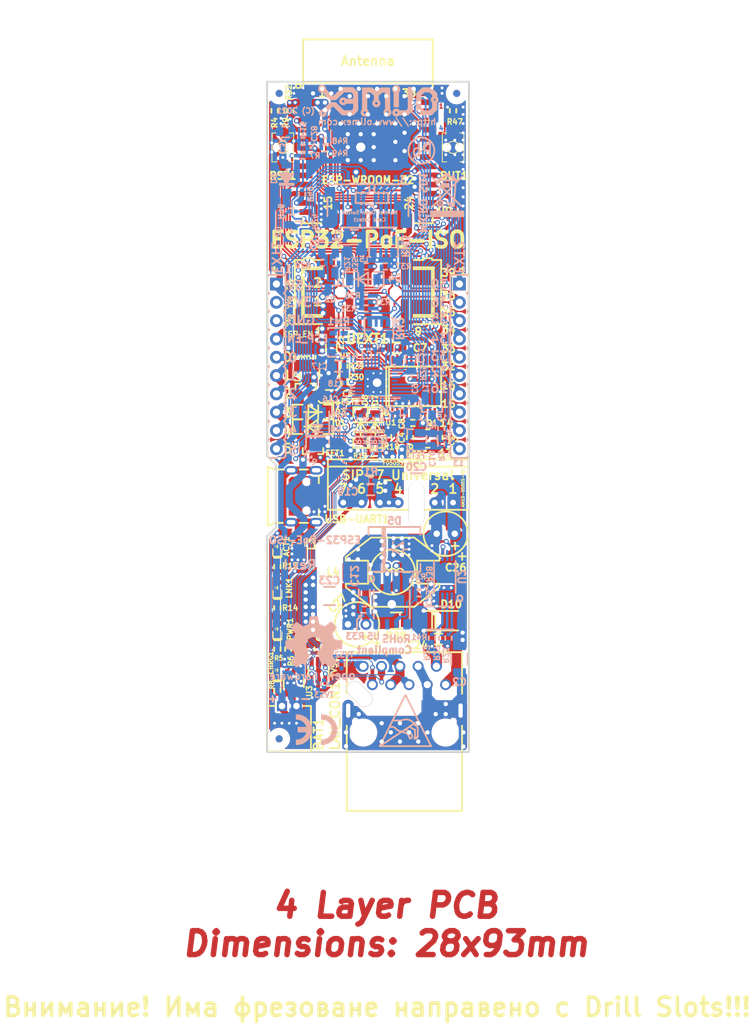
<source format=kicad_pcb>
(kicad_pcb (version 20171130) (host pcbnew 5.1.0-rc2-unknown-036be7d~80~ubuntu16.04.1)
  (title_block (title ESP32-PoE-ISO) (date 2021-12-23) (rev I) (company "OLIMEX Ltd.") (comment 1 https://www.olimex.com))
  (layers (0 F.Cu signal) (1 In1.Cu power) (2 In2.Cu power) (31 B.Cu signal) (34 B.Paste user hide) (35 F.Paste user) (36 B.SilkS user) (37 F.SilkS user) (38 B.Mask user hide) (39 F.Mask user hide) (44 Edge.Cuts user))
  (net 0 "")
  (net 1 +5V)
  (net 2 GND)
  (net 3 "Net-(BAT1-Pad1)")
  (net 4 "Net-(BUT1-Pad2)")
  (net 5 /GPI34/BUT1)
  (net 6 +3V3)
  (net 7 "Net-(C11-Pad1)")
  (net 8 /GPIO3/U0RXD)
  (net 9 /ESP_EN)
  (net 10 "/GPIO25/EMAC_RXD0(RMII)")
  (net 11 "/GPIO19/EMAC_TXD0(RMII)")
  (net 12 "/GPIO26/EMAC_RXD1(RMII)")
  (net 13 /GPIO1/U0TXD)
  (net 14 "Net-(L2-Pad1)")
  (net 15 "Net-(Q2-Pad1)")
  (net 16 "/GPIO22/EMAC_TXD1(RMII)")
  (net 17 "/GPIO21/EMAC_TX_EN(RMII)")
  (net 18 "Net-(MICRO_SD1-Pad5)")
  (net 19 /GPI36/U1RXD)
  (net 20 "/GPIO23/MDC(RMII)")
  (net 21 /GPIO27/EMAC_RX_CRS_DV)
  (net 22 /GPIO4/U1TXD)
  (net 23 /GPIO2/HS2_DATA0)
  (net 24 /GPIO13/I2C-SDA)
  (net 25 /GPIO14/HS2_CLK)
  (net 26 /GPIO15/HS2_CMD)
  (net 27 /GPIO16/I2C-SCL)
  (net 28 "/GPIO18/MDIO(RMII)")
  (net 29 /+5V_USB)
  (net 30 "Net-(MICRO_SD1-Pad1)")
  (net 31 "Net-(MICRO_SD1-Pad2)")
  (net 32 "Net-(MICRO_SD1-Pad8)")
  (net 33 "Net-(U4-Pad4)")
  (net 34 "Net-(U4-Pad14)")
  (net 35 "Net-(U4-Pad18)")
  (net 36 "Net-(U4-Pad20)")
  (net 37 "Net-(U4-Pad26)")
  (net 38 "Net-(USB-UART1-Pad4)")
  (net 39 "Net-(MICRO_SD1-Pad7)")
  (net 40 /D_Com)
  (net 41 Earth)
  (net 42 +5VP)
  (net 43 Spare1)
  (net 44 Spare2)
  (net 45 /GPIO33)
  (net 46 /GPIO32)
  (net 47 /GPI39)
  (net 48 "Net-(FID1-PadFid1)")
  (net 49 "Net-(FID2-PadFid1)")
  (net 50 "Net-(FID3-PadFid1)")
  (net 51 "Net-(MICRO_SD1-PadCD1)")
  (net 52 "Net-(C4-Pad1)")
  (net 53 "Net-(C5-Pad1)")
  (net 54 "Net-(C21-Pad2)")
  (net 55 "Net-(D4-Pad1)")
  (net 56 "Net-(Q2-Pad2)")
  (net 57 "Net-(Q3-Pad3)")
  (net 58 "Net-(Q3-Pad2)")
  (net 59 "Net-(Q3-Pad1)")
  (net 60 "Net-(R6-Pad1)")
  (net 61 "Net-(R26-Pad1)")
  (net 62 "Net-(R29-Pad1)")
  (net 63 "Net-(U1-Pad17)")
  (net 64 "Net-(U1-Pad14)")
  (net 65 "Net-(U1-Pad13)")
  (net 66 "Net-(U1-Pad12)")
  (net 67 "Net-(U1-Pad11)")
  (net 68 "Net-(U9-Pad32)")
  (net 69 "Net-(C6-Pad1)")
  (net 70 +3.3VLAN)
  (net 71 "Net-(C17-Pad1)")
  (net 72 /GPIO0)
  (net 73 /GPIO5/SPI_CS)
  (net 74 /GPI35)
  (net 75 "Net-(RM1-Pad3.2)")
  (net 76 "Net-(RM1-Pad2.2)")
  (net 77 "Net-(RM1-Pad4.2)")
  (net 78 /GPIO17/EMAC_CLK_OUT_180)
  (net 79 "Net-(U9-Pad22)")
  (net 80 "Net-(U9-Pad21)")
  (net 81 "Net-(U9-Pad20)")
  (net 82 "Net-(U9-Pad19)")
  (net 83 "Net-(U9-Pad18)")
  (net 84 "Net-(U9-Pad17)")
  (net 85 /GPIO12/PHY_PWR)
  (net 86 "Net-(FID4-PadFid1)")
  (net 87 "Net-(FID5-PadFid1)")
  (net 88 "Net-(FID6-PadFid1)")
  (net 89 "Net-(ACT1-Pad2)")
  (net 90 "Net-(ACT1-Pad1)")
  (net 91 "Net-(LNK1-Pad1)")
  (net 92 "Net-(C3-Pad1)")
  (net 93 "Net-(RM1-Pad1.2)")
  (net 94 "Net-(CHRG1-Pad1)")
  (net 95 "Net-(PWR1-Pad1)")
  (net 96 "Net-(C10-Pad2)")
  (net 97 "Net-(R3-Pad2)")
  (net 98 "Net-(L3-Pad1)")
  (net 99 "Net-(R8-Pad2)")
  (net 100 /TD+)
  (net 101 /TD-)
  (net 102 /RD+)
  (net 103 /RD-)
  (net 104 /Shield)
  (net 105 "Net-(R14-Pad2)")
  (net 106 /USB_D-)
  (net 107 /USB_D+)
  (net 108 "Net-(C8-Pad1)")
  (net 109 "Net-(D6-Pad1)")
  (net 110 "Net-(D7-Pad2)")
  (net 111 "Net-(U1-Pad20)")
  (net 112 "Net-(D9-Pad1)")
  (net 113 "Net-(C12-Pad1)")
  (net 114 "Net-(C12-Pad2)")
  (net 115 "Net-(C25-Pad2)")
  (net 116 "Net-(R22-Pad2)")
  (net 117 "Net-(R23-Pad1)")
  (net 118 "Net-(R27-Pad2)")
  (net 119 "Net-(R33-Pad1)")
  (net 120 "Net-(U2-Pad7)")
  (net 121 "Net-(U2-Pad6)")
  (net 122 "Net-(U5-Pad7)")
  (net 123 /5V_DCDC)
  (net 124 /ILIM)
  (module OLIMEX_Cases-FP:ESP-WROOM-32_MODULE (layer F.Cu) (at 104.14 102.035)
    (fp_text reference U9 (at 10.668 11.122 180) (layer F.SilkS) (effects (font (size 1.016 1.016) (thickness 0.254))))
    (fp_text value ESP32-WROOM-32D-4MB)
    (fp_text user 24 (at 5.715 9.935 90) (layer F.SilkS) (effects (font (size 1.016 1.016) (thickness 0.254))))
    (fp_text user 15 (at -5.5245 9.935 90) (layer F.SilkS) (effects (font (size 1.016 1.016) (thickness 0.254))))
    (fp_text user 38 (at 5.715 -5.305) (layer F.SilkS) (effects (font (size 1.016 1.016) (thickness 0.254))))
    (fp_text user 1 (at -6.35 -5.305) (layer F.SilkS) (effects (font (size 1.016 1.016) (thickness 0.254))))
    (fp_text user ESP-WROOM-32 (at 0 6.76) (layer F.SilkS) (effects (font (size 1.016 1.016) (thickness 0.254))))
    (fp_text user Antenna (at 0 -9.75) (layer F.SilkS) (effects (font (size 1.27 1.27) (thickness 0.254))))
    (fp_text user o (at -9.779 -6.277 90) (layer F.SilkS) (effects (font (size 1.016 1.016) (thickness 0.254))))
    (pad 39 thru_hole circle (at -2.8 4) (size 1.3 1.3) (drill 0.6) (layers *.Cu) (net 2 GND))
    (pad 39 thru_hole circle (at -1 2.2) (size 2 2) (drill 1.3) (layers *.Cu *.Mask) (net 2 GND))
    (pad 39 smd rect (at -1 2.2) (size 5 5) (layers F.Cu F.Mask) (net 2 GND))
    (pad 38 smd rect (at 8.6 -5.31) (size 1.8 0.8) (layers F.Cu F.Paste F.Mask) (net 2 GND))
    (pad 37 smd rect (at 8.6 -4.04) (size 1.8 0.8) (layers F.Cu F.Paste F.Mask) (net 20 "/GPIO23/MDC(RMII)"))
    (pad 36 smd rect (at 8.6 -2.77) (size 1.8 0.8) (layers F.Cu F.Paste F.Mask) (net 16 "/GPIO22/EMAC_TXD1(RMII)"))
    (pad 35 smd rect (at 8.6 -1.5) (size 1.8 0.8) (layers F.Cu F.Paste F.Mask) (net 13 /GPIO1/U0TXD))
    (pad 34 smd rect (at 8.6 -0.23) (size 1.8 0.8) (layers F.Cu F.Paste F.Mask) (net 8 /GPIO3/U0RXD))
    (pad 33 smd rect (at 8.6 1.04) (size 1.8 0.8) (layers F.Cu F.Paste F.Mask) (net 17 "/GPIO21/EMAC_TX_EN(RMII)"))
    (pad 32 smd rect (at 8.6 2.31) (size 1.8 0.8) (layers F.Cu F.Paste F.Mask) (net 68 "Net-(U9-Pad32)"))
    (pad 31 smd rect (at 8.6 3.58) (size 1.8 0.8) (layers F.Cu F.Paste F.Mask) (net 11 "/GPIO19/EMAC_TXD0(RMII)"))
    (pad 30 smd rect (at 8.6 4.85) (size 1.8 0.8) (layers F.Cu F.Paste F.Mask) (net 28 "/GPIO18/MDIO(RMII)"))
    (pad 29 smd rect (at 8.6 6.12) (size 1.8 0.8) (layers F.Cu F.Paste F.Mask) (net 73 /GPIO5/SPI_CS))
    (pad 28 smd rect (at 8.6 7.39) (size 1.8 0.8) (layers F.Cu F.Paste F.Mask) (net 78 /GPIO17/EMAC_CLK_OUT_180))
    (pad 27 smd rect (at 8.6 8.66) (size 1.8 0.8) (layers F.Cu F.Paste F.Mask) (net 27 /GPIO16/I2C-SCL))
    (pad 26 smd rect (at 8.6 9.93) (size 1.8 0.8) (layers F.Cu F.Paste F.Mask) (net 22 /GPIO4/U1TXD))
    (pad 25 smd rect (at 8.6 11.2) (size 1.8 0.8) (layers F.Cu F.Paste F.Mask) (net 72 /GPIO0))
    (pad 24 smd rect (at 5.73 12.3) (size 0.8 1.8) (layers F.Cu F.Paste F.Mask) (net 23 /GPIO2/HS2_DATA0))
    (pad 23 smd rect (at 4.46 12.3) (size 0.8 1.8) (layers F.Cu F.Paste F.Mask) (net 26 /GPIO15/HS2_CMD))
    (pad 22 smd rect (at 3.19 12.3) (size 0.8 1.8) (layers F.Cu F.Paste F.Mask) (net 79 "Net-(U9-Pad22)"))
    (pad 21 smd rect (at 1.92 12.3) (size 0.8 1.8) (layers F.Cu F.Paste F.Mask) (net 80 "Net-(U9-Pad21)"))
    (pad 20 smd rect (at 0.65 12.3) (size 0.8 1.8) (layers F.Cu F.Paste F.Mask) (net 81 "Net-(U9-Pad20)"))
    (pad 19 smd rect (at -0.62 12.3) (size 0.8 1.8) (layers F.Cu F.Paste F.Mask) (net 82 "Net-(U9-Pad19)"))
    (pad 18 smd rect (at -1.89 12.3) (size 0.8 1.8) (layers F.Cu F.Paste F.Mask) (net 83 "Net-(U9-Pad18)"))
    (pad 17 smd rect (at -3.16 12.3) (size 0.8 1.8) (layers F.Cu F.Paste F.Mask) (net 84 "Net-(U9-Pad17)"))
    (pad 16 smd rect (at -4.43 12.3) (size 0.8 1.8) (layers F.Cu F.Paste F.Mask) (net 24 /GPIO13/I2C-SDA))
    (pad 15 smd rect (at -5.7 12.3) (size 0.8 1.8) (layers F.Cu F.Paste F.Mask) (net 2 GND))
    (pad 14 smd rect (at -8.6 11.2) (size 1.8 0.8) (layers F.Cu F.Paste F.Mask) (net 85 /GPIO12/PHY_PWR))
    (pad 13 smd rect (at -8.6 9.93) (size 1.8 0.8) (layers F.Cu F.Paste F.Mask) (net 25 /GPIO14/HS2_CLK))
    (pad 12 smd rect (at -8.6 8.66) (size 1.8 0.8) (layers F.Cu F.Paste F.Mask) (net 21 /GPIO27/EMAC_RX_CRS_DV))
    (pad 11 smd rect (at -8.6 7.39) (size 1.8 0.8) (layers F.Cu F.Paste F.Mask) (net 12 "/GPIO26/EMAC_RXD1(RMII)"))
    (pad 10 smd rect (at -8.6 6.12) (size 1.8 0.8) (layers F.Cu F.Paste F.Mask) (net 10 "/GPIO25/EMAC_RXD0(RMII)"))
    (pad 9 smd rect (at -8.6 4.85) (size 1.8 0.8) (layers F.Cu F.Paste F.Mask) (net 45 /GPIO33))
    (pad 8 smd rect (at -8.6 3.58) (size 1.8 0.8) (layers F.Cu F.Paste F.Mask) (net 46 /GPIO32))
    (pad 7 smd rect (at -8.6 2.31) (size 1.8 0.8) (layers F.Cu F.Paste F.Mask) (net 74 /GPI35))
    (pad 6 smd rect (at -8.6 1.04) (size 1.8 0.8) (layers F.Cu F.Paste F.Mask) (net 5 /GPI34/BUT1))
    (pad 5 smd rect (at -8.6 -0.23) (size 1.8 0.8) (layers F.Cu F.Paste F.Mask) (net 47 /GPI39))
    (pad 4 smd rect (at -8.6 -1.5) (size 1.8 0.8) (layers F.Cu F.Paste F.Mask) (net 19 /GPI36/U1RXD))
    (pad 3 smd rect (at -8.6 -2.77) (size 1.8 0.8) (layers F.Cu F.Paste F.Mask) (net 9 /ESP_EN))
    (pad 2 smd rect (at -8.6 -4.04) (size 1.8 0.8) (layers F.Cu F.Paste F.Mask) (net 6 +3V3))
    (pad 1 smd rect (at -8.6 -5.31) (size 1.8 0.8) (layers F.Cu F.Paste F.Mask) (net 2 GND))
    (pad 39 thru_hole circle (at 0.8 4) (size 1.3 1.3) (drill 0.6) (layers *.Cu) (net 2 GND))
    (pad 39 thru_hole circle (at -2.8 0.4) (size 1.3 1.3) (drill 0.6) (layers *.Cu) (net 2 GND))
    (pad 39 thru_hole circle (at 0.8 0.4) (size 1.3 1.3) (drill 0.6) (layers *.Cu) (net 2 GND))
    (pad 39 thru_hole circle (at -1 0.4) (size 1.3 1.3) (drill 0.6) (layers *.Cu) (net 2 GND))
    (pad 39 thru_hole circle (at -1 4) (size 1.3 1.3) (drill 0.6) (layers *.Cu) (net 2 GND))
    (pad 39 thru_hole circle (at -2.8 2.2) (size 1.3 1.3) (drill 0.6) (layers *.Cu) (net 2 GND))
    (pad 39 thru_hole circle (at 0.8 2.2) (size 1.3 1.3) (drill 0.6) (layers *.Cu) (net 2 GND))
  )
  (module OLIMEX_Buttons-FP:IT1185AU2_V2 (layer F.Cu) (at 115.959 104.267 90)
    (fp_text reference BUT1 (at -3.937 0.119 180) (layer F.SilkS) (effects (font (size 1.016 1.016) (thickness 0.254))))
    (fp_text value IT1185AU2)
    (pad 1 smd rect (at -2.177 0 90) (size 0.9 1.5) (layers F.Cu F.Mask) (net 5 /GPI34/BUT1))
    (pad 2 smd rect (at 2.177 0 90) (size 0.9 1.5) (layers F.Cu F.Mask) (net 4 "Net-(BUT1-Pad2)"))
    (pad "" np_thru_hole circle (at 0 -0.9 90) (size 0.7 0.7) (drill 0.7) (layers *.Cu *.Mask))
    (pad "" np_thru_hole circle (at 0 0.9 90) (size 0.7 0.7) (drill 0.7) (layers *.Cu *.Mask))
  )
  (module OLIMEX_Buttons-FP:IT1185AU2_V2 (layer F.Cu) (at 92.321 104.267 90)
    (fp_text reference RST1 (at -3.937 0.008 180) (layer F.SilkS) (effects (font (size 1.016 1.016) (thickness 0.254))))
    (fp_text value IT1185AU2)
    (pad 1 smd rect (at -2.177 0 90) (size 0.9 1.5) (layers F.Cu F.Mask) (net 9 /ESP_EN))
    (pad 2 smd rect (at 2.177 0 90) (size 0.9 1.5) (layers F.Cu F.Mask) (net 2 GND))
    (pad "" np_thru_hole circle (at 0 -0.9 90) (size 0.7 0.7) (drill 0.7) (layers *.Cu *.Mask))
    (pad "" np_thru_hole circle (at 0 0.9 90) (size 0.7 0.7) (drill 0.7) (layers *.Cu *.Mask))
  )
  (module OLIMEX_LOGOs-FP:CE_Sign (layer B.Cu) (at 96.012 185.039 180)
    (fp_text reference Sign_CE hide)
    (fp_text value CE_Sign hide)
  )
  (module OLIMEX_RLC-FP:C_0603_5MIL_DWS (layer B.Cu) (at 92.71 102.108 180)
    (fp_text reference C31 (at 0.4318 -1.9304 270 unlocked) (layer B.SilkS) (effects (font (size 0.762 0.762) (thickness 0.1905)) (justify mirror)))
    (fp_text value 1uF/10V/20%/X5R/C0603)
    (pad 2 smd rect (at 0.889 0 180) (size 1.016 1.016) (layers B.Cu B.Paste B.Mask) (net 2 GND) (clearance 0.0508))
    (pad 1 smd rect (at -0.889 0 180) (size 1.016 1.016) (layers B.Cu B.Paste B.Mask) (net 9 /ESP_EN) (clearance 0.0508))
  )
  (module OLIMEX_RLC-FP:R_0402_5MIL_DWS (layer B.Cu) (at 98.171 103.378 180)
    (fp_text reference R48 (at -2.0955 0 180) (layer B.SilkS) (effects (font (size 0.762 0.762) (thickness 0.1905)) (justify mirror)))
    (fp_text value 10k/R0402)
    (pad 2 smd rect (at 0.508 0 180) (size 0.5 0.55) (layers B.Cu B.Paste B.Mask) (net 5 /GPI34/BUT1))
    (pad 1 smd rect (at -0.508 0) (size 0.5 0.55) (layers B.Cu B.Paste B.Mask) (net 6 +3V3))
  )
  (module OLIMEX_RLC-FP:CD32 (layer F.Cu) (at 95.377 133.35 90)
    (fp_text reference L2 (at -2.794 -1.016 270) (layer F.SilkS) (effects (font (size 0.762 0.762) (thickness 0.1905))))
    (fp_text value "2.2uH/1.5A/DCR=72mR/20%/3.00x3.00x1.50mm/CD32(NR3015T2R2M)")
    (pad 2 smd rect (at 1.2 0 270) (size 1.6 3) (layers F.Cu F.Paste F.Mask) (net 6 +3V3) (clearance 0.0508))
    (pad 1 smd rect (at -1.2 0 270) (size 1.6 3) (layers F.Cu F.Paste F.Mask) (net 14 "Net-(L2-Pad1)") (clearance 0.0508))
  )
  (module "OLIMEX_RLC-FP:C_1808(4520)_5MIL_DWS_ISO" (layer B.Cu) (at 98.806 166.497)
    (fp_text reference C23 (at 0 -2.159) (layer B.SilkS) (effects (font (size 1.016 1.016) (thickness 0.254)) (justify mirror)))
    (fp_text value "1.0nF/3kV/10%/X7R/SMD/1808(VISHAY-VJ1808Y102KBHAT4X_Farnell-2407291)")
    (pad 2 smd rect (at 2.286 0) (size 1.016 2.032) (layers B.Cu B.Paste B.Mask) (net 41 Earth))
    (pad 1 smd rect (at -2.286 0) (size 1.016 2.032) (layers B.Cu B.Paste B.Mask) (net 2 GND))
  )
  (module "OLIMEX_RLC-FP:C_1808(4520)_5MIL_DWS_ISO" (layer B.Cu) (at 110.871 150.749)
    (fp_text reference C20 (at 0 -2.159) (layer B.SilkS) (effects (font (size 1.016 1.016) (thickness 0.254)) (justify mirror)))
    (fp_text value "NA(1.0nF/3kV/10%/X7R/SMD/1808(VISHAY-VJ1808Y102KBHAT4X_Farnell-2407291))")
    (pad 2 smd rect (at 2.286 0) (size 1.016 2.032) (layers B.Cu B.Paste B.Mask) (net 123 /5V_DCDC))
    (pad 1 smd rect (at -2.286 0) (size 1.016 2.032) (layers B.Cu B.Paste B.Mask) (net 42 +5VP))
  )
  (module OLIMEX_Regulators-FP:SIP-7_Universal (layer F.Cu) (at 108.331 153.543 180)
    (fp_text reference DCDC1 (at -2.921 6.731 180) (layer F.SilkS) (effects (font (size 0.762 0.762) (thickness 0.1905))))
    (fp_text value "F0505S-2WR2(SIP-7)")
    (fp_text user AM1D-0505S-NZ (at -9 2 270) (layer F.SilkS) (effects (font (size 0.4 0.4) (thickness 0.1))))
    (fp_text user AM1D-0505S-NZ (at -9 2 270) (layer F.SilkS) (effects (font (size 0.4 0.4) (thickness 0.1))))
    (fp_text user F0505S-2WR2 (at -0.635 5.5 180) (layer F.SilkS) (effects (font (size 0.508 0.508) (thickness 0.127))))
    (fp_text user 7 (at 7.62 1.905 180) (layer F.SilkS) (effects (font (size 1.27 1.27) (thickness 0.254))))
    (fp_text user 6 (at 5.08 1.905 180) (layer F.SilkS) (effects (font (size 1.27 1.27) (thickness 0.254))))
    (fp_text user 5 (at 2.54 1.905 180) (layer F.SilkS) (effects (font (size 1.27 1.27) (thickness 0.254))))
    (fp_text user 4 (at 0 1.905 180) (layer F.SilkS) (effects (font (size 1.27 1.27) (thickness 0.254))))
    (fp_text user 2 (at -5.08 1.905 180) (layer F.SilkS) (effects (font (size 1.27 1.27) (thickness 0.254))))
    (fp_text user 1 (at -7.62 1.905 180) (layer F.SilkS) (effects (font (size 1.27 1.27) (thickness 0.254))))
    (fp_text user SIP-7_Universal (at 0 3.81 180) (layer F.SilkS) (effects (font (size 1.27 1.27) (thickness 0.254))))
    (pad 2 thru_hole circle (at -5.08 0 180) (size 1.524 1.524) (drill 0.8) (layers *.Cu *.Mask) (net 41 Earth))
    (pad 1 thru_hole rect (at -7.62 0 180) (size 1.524 1.524) (drill 0.8) (layers *.Cu *.Mask) (net 123 /5V_DCDC))
    (pad 4 thru_hole circle (at 0 0 180) (size 1.524 1.524) (drill 0.8) (layers *.Cu *.Mask) (net 2 GND))
    (pad 5 thru_hole circle (at 2.54 0 180) (size 1.524 1.524) (drill 0.8) (layers *.Cu *.Mask) (net 2 GND))
    (pad 7 thru_hole circle (at 7.62 0 180) (size 1.524 1.524) (drill 0.8) (layers *.Cu *.Mask) (net 42 +5VP))
    (pad 6 thru_hole circle (at 5.08 0 180) (size 1.524 1.524) (drill 0.8) (layers *.Cu *.Mask) (net 42 +5VP))
  )
  (module OLIMEX_Connectors-FP:LIPO_BAT-CON2DW02R (layer F.Cu) (at 93.218 184.912)
    (fp_text reference BAT1 (at 4.064 0.762 270) (layer F.SilkS) (effects (font (size 1.27 1.27) (thickness 0.254))))
    (fp_text value DW02R)
    (pad 1 thru_hole rect (at -1.00838 -3.15214) (size 1.4 1.4) (drill 0.9) (layers *.Cu *.Mask) (net 3 "Net-(BAT1-Pad1)"))
    (pad 2 thru_hole circle (at 1.0033 -3.15468) (size 1.4 1.4) (drill 0.9) (layers *.Cu *.Mask) (net 2 GND))
  )
  (module "OLIMEX_Crystal-FP:TSX-3.2x2.5mm_GND(3)" (layer F.Cu) (at 112.438 144.653)
    (fp_text reference Q1 (at 0.592 -2.159) (layer F.SilkS) (effects (font (size 0.762 0.762) (thickness 0.1905))))
    (fp_text value Q12MHz/20pF/10ppm/4P/3.2x2.5mm)
    (fp_text user o (at -2.329 1.016) (layer F.SilkS) (effects (font (size 0.8 0.8) (thickness 0.2))))
    (pad 3 smd rect (at -1.1 -0.8) (size 1.4 1.2) (layers F.Cu F.Paste F.Mask) (net 2 GND))
    (pad 3 smd rect (at 1.1 0.8) (size 1.4 1.2) (layers F.Cu F.Paste F.Mask) (net 2 GND))
    (pad 2 smd rect (at 1.1 -0.8) (size 1.4 1.2) (layers F.Cu F.Paste F.Mask) (net 53 "Net-(C5-Pad1)"))
    (pad 1 smd rect (at -1.1 0.8) (size 1.4 1.2) (layers F.Cu F.Paste F.Mask) (net 52 "Net-(C4-Pad1)"))
  )
  (module "OLIMEX_Diodes-FP:DO214AB(SMC)_1(K)-2(A)" (layer B.Cu) (at 107.823 160.02)
    (fp_text reference D5 (at 0 -3.937 -180) (layer B.SilkS) (effects (font (size 1.016 1.016) (thickness 0.254)) (justify mirror)))
    (fp_text value "SS510/100V/5A/0.85V/DO214AB(SMC)")
    (pad 1 smd rect (at -3.4 0) (size 2.2 3.4) (layers B.Cu B.Paste B.Mask) (net 113 "Net-(C12-Pad1)"))
    (pad 2 smd rect (at 3.4 0) (size 2.2 3.4) (layers B.Cu B.Paste B.Mask) (net 41 Earth))
  )
  (module OLIMEX_RLC-FP:CPOL-RM2.5mm_6.3x11mm_PTH (layer F.Cu) (at 102.616 170.434 180)
    (fp_text reference C27 (at 2.667 2.921 45) (layer F.SilkS) (effects (font (size 1.016 1.016) (thickness 0.254))))
    (fp_text value "15uF/100V/20%/RM2.5/6.3x11mm(Farnell:1281844)")
    (fp_text user + (at -1.143 -1.651) (layer F.SilkS) (effects (font (size 1.27 1.27) (thickness 0.254))))
    (fp_text user + (at -2.794 -2.54) (layer F.SilkS) (effects (font (size 1.27 1.27) (thickness 0.254))))
    (pad 1 thru_hole circle (at -1.25 0 180) (size 1.524 1.524) (drill 0.9) (layers *.Cu *.Mask) (net 43 Spare1))
    (pad 2 thru_hole rect (at 1.25 0 180) (size 1.524 1.524) (drill 0.9) (layers *.Cu *.Mask) (net 41 Earth))
  )
  (module OLIMEX_RLC-FP:R_0402_5MIL_DWS (layer B.Cu) (at 94.996 145.923 90)
    (fp_text reference R17 (at -1.4605 1.0795 315 unlocked) (layer B.SilkS) (effects (font (size 0.762 0.762) (thickness 0.1905)) (justify mirror)))
    (fp_text value NA/R0402)
    (pad 2 smd rect (at 0.508 0 90) (size 0.5 0.55) (layers B.Cu B.Paste B.Mask) (net 8 /GPIO3/U0RXD))
    (pad 1 smd rect (at -0.508 0 270) (size 0.5 0.55) (layers B.Cu B.Paste B.Mask) (net 6 +3V3))
  )
  (module OLIMEX_Diodes-FP:SOD-123_1C-2A_KA (layer F.Cu) (at 105.156 143.129 270)
    (fp_text reference D7 (at -3.81 0 90) (layer F.SilkS) (effects (font (size 0.762 0.762) (thickness 0.1905))))
    (fp_text value 1N5819S4/SOD123)
    (pad 2 smd rect (at 1.9 0 270) (size 1 1.4) (layers F.Cu F.Paste F.Mask) (net 110 "Net-(D7-Pad2)") (clearance 0.0508))
    (pad 1 smd rect (at -1.9 0 270) (size 1 1.4) (layers F.Cu F.Paste F.Mask) (net 13 /GPIO1/U0TXD) (clearance 0.0508))
  )
  (module OLIMEX_Diodes-FP:SOD-123_1C-2A_KA (layer F.Cu) (at 103.124 143.129 270)
    (fp_text reference D6 (at -3.81 -0.635 270) (layer F.SilkS) (effects (font (size 0.762 0.762) (thickness 0.1905))))
    (fp_text value 1N5819S4/SOD123)
    (pad 2 smd rect (at 1.9 0 270) (size 1 1.4) (layers F.Cu F.Paste F.Mask) (net 8 /GPIO3/U0RXD) (clearance 0.0508))
    (pad 1 smd rect (at -1.9 0 270) (size 1 1.4) (layers F.Cu F.Paste F.Mask) (net 109 "Net-(D6-Pad1)") (clearance 0.0508))
  )
  (module OLIMEX_LOGOs-FP:LOGO_ANTISTATIC_1 (layer B.Cu) (at 112.903 187.325 180)
    (fp_text reference Sign_Antistatic hide)
    (fp_text value Val** hide)
  )
  (module OLIMEX_Other-FP:Mounting_hole_2_mm (layer F.Cu) (at 102.9716 180.0987 45)
    (fp_text reference Drill_Slot3 hide)
    (fp_text value "2 mm" hide)
    (pad "" np_thru_hole oval (at 0 0 45) (size 2.032 4.064) (drill oval 2.032 4.064) (layers *.Cu *.Mask) (clearance 0.254))
  )
  (module OLIMEX_RLC-FP:C_0402_5MIL_DWS (layer B.Cu) (at 95.123 104.394 180)
    (fp_text reference C28 (at -1.524 2.032 270 unlocked) (layer B.SilkS) (effects (font (size 0.762 0.762) (thickness 0.1905)) (justify mirror)))
    (fp_text value 1nF/50V/10%/X7R/C0402)
    (pad 2 smd rect (at 0.508 0 180) (size 0.5 0.55) (layers B.Cu B.Paste B.Mask) (net 2 GND))
    (pad 1 smd rect (at -0.508 0) (size 0.5 0.55) (layers B.Cu B.Paste B.Mask) (net 74 /GPI35))
  )
  (module OLIMEX_RLC-FP:R_0402_5MIL_DWS (layer B.Cu) (at 95.123 103.378 180)
    (fp_text reference R16 (at 0 1.651 270 unlocked) (layer B.SilkS) (effects (font (size 0.762 0.762) (thickness 0.1905)) (justify mirror)))
    (fp_text value 470k/R0402)
    (pad 2 smd rect (at 0.508 0 180) (size 0.5 0.55) (layers B.Cu B.Paste B.Mask) (net 2 GND))
    (pad 1 smd rect (at -0.508 0) (size 0.5 0.55) (layers B.Cu B.Paste B.Mask) (net 74 /GPI35))
  )
  (module OLIMEX_RLC-FP:R_0402_5MIL_DWS (layer B.Cu) (at 95.123 105.41)
    (fp_text reference R7 (at 1.651 0) (layer B.SilkS) (effects (font (size 0.762 0.762) (thickness 0.1905)) (justify mirror)))
    (fp_text value 470k/R0402)
    (pad 2 smd rect (at 0.508 0) (size 0.5 0.55) (layers B.Cu B.Paste B.Mask) (net 74 /GPI35))
    (pad 1 smd rect (at -0.508 0 180) (size 0.5 0.55) (layers B.Cu B.Paste B.Mask) (net 3 "Net-(BAT1-Pad1)"))
  )
  (module OLIMEX_Diodes-FP:SOD-123_1C-2A_KA (layer F.Cu) (at 96.52 140.97 180)
    (fp_text reference D3 (at -3.81 0) (layer F.SilkS) (effects (font (size 0.762 0.762) (thickness 0.1905))))
    (fp_text value 1N5819S4/SOD123)
    (pad 2 smd rect (at 1.9 0 180) (size 1 1.4) (layers F.Cu F.Paste F.Mask) (net 1 +5V) (clearance 0.0508))
    (pad 1 smd rect (at -1.9 0 180) (size 1 1.4) (layers F.Cu F.Paste F.Mask) (net 69 "Net-(C6-Pad1)") (clearance 0.0508))
  )
  (module OLIMEX_Diodes-FP:SOD-123_1C-2A_KA (layer F.Cu) (at 96.52 143.002)
    (fp_text reference D1 (at 3.81 -0.508 180) (layer F.SilkS) (effects (font (size 0.762 0.762) (thickness 0.1905))))
    (fp_text value 1N5819S4/SOD123)
    (pad 2 smd rect (at 1.9 0) (size 1 1.4) (layers F.Cu F.Paste F.Mask) (net 42 +5VP) (clearance 0.0508))
    (pad 1 smd rect (at -1.9 0) (size 1 1.4) (layers F.Cu F.Paste F.Mask) (net 1 +5V) (clearance 0.0508))
  )
  (module OLIMEX_RLC-FP:C_0603_5MIL_DWS (layer B.Cu) (at 104.521 151.765)
    (fp_text reference C19 (at -3.175 0.254) (layer B.SilkS) (effects (font (size 1.016 1.016) (thickness 0.254)) (justify mirror)))
    (fp_text value 22uF/6.3V/20%/X5R/C0603)
    (pad 2 smd rect (at 0.889 0) (size 1.016 1.016) (layers B.Cu B.Paste B.Mask) (net 2 GND) (clearance 0.0508))
    (pad 1 smd rect (at -0.889 0) (size 1.016 1.016) (layers B.Cu B.Paste B.Mask) (net 42 +5VP) (clearance 0.0508))
  )
  (module OLIMEX_RLC-FP:R_0402_5MIL_DWS (layer F.Cu) (at 92.075 99.187 270)
    (fp_text reference R9 (at 1.651 -0.6604 90) (layer F.SilkS) (effects (font (size 0.762 0.762) (thickness 0.1905))))
    (fp_text value 100k/R0402)
    (pad 2 smd rect (at 0.508 0 270) (size 0.5 0.55) (layers F.Cu F.Paste F.Mask) (net 2 GND))
    (pad 1 smd rect (at -0.508 0 90) (size 0.5 0.55) (layers F.Cu F.Paste F.Mask) (net 47 /GPI39))
  )
  (module OLIMEX_RLC-FP:R_0402_5MIL_DWS (layer F.Cu) (at 91.186 99.187 90)
    (fp_text reference R4 (at -1.651 0 90) (layer F.SilkS) (effects (font (size 0.762 0.762) (thickness 0.1905))))
    (fp_text value 47k/R0402)
    (pad 2 smd rect (at 0.508 0 90) (size 0.5 0.55) (layers F.Cu F.Paste F.Mask) (net 47 /GPI39))
    (pad 1 smd rect (at -0.508 0 270) (size 0.5 0.55) (layers F.Cu F.Paste F.Mask) (net 1 +5V))
  )
  (module OLIMEX_RLC-FP:R_0402_5MIL_DWS (layer F.Cu) (at 93.091 173.863 90)
    (fp_text reference R6 (at -1.651 0.381 90) (layer F.SilkS) (effects (font (size 0.762 0.762) (thickness 0.1905))))
    (fp_text value 10k/R0402)
    (pad 2 smd rect (at 0.508 0 90) (size 0.5 0.55) (layers F.Cu F.Paste F.Mask) (net 2 GND))
    (pad 1 smd rect (at -0.508 0 270) (size 0.5 0.55) (layers F.Cu F.Paste F.Mask) (net 60 "Net-(R6-Pad1)"))
  )
  (module OLIMEX_IC-FP:SOT-23-5 (layer F.Cu) (at 93.853 178.562 270)
    (fp_text reference U3 (at 1.143 -2.159 90) (layer F.SilkS) (effects (font (size 0.762 0.762) (thickness 0.1905))))
    (fp_text value "BL4054B-42TPRN(SOT23-5)")
    (pad 1 smd rect (at 1.3 0.95 270) (size 1.2 0.55) (layers F.Cu F.Paste F.Mask) (net 99 "Net-(R8-Pad2)") (clearance 0.0508))
    (pad 2 smd rect (at 1.3 0 270) (size 1.2 0.55) (layers F.Cu F.Paste F.Mask) (net 2 GND) (clearance 0.0508))
    (pad 3 smd rect (at 1.3 -0.95 270) (size 1.2 0.55) (layers F.Cu F.Paste F.Mask) (net 3 "Net-(BAT1-Pad1)") (clearance 0.0508))
    (pad 5 smd rect (at -1.3 0.95 270) (size 1.2 0.55) (layers F.Cu F.Paste F.Mask) (net 60 "Net-(R6-Pad1)") (clearance 0.0508))
    (pad 4 smd rect (at -1.3 -0.95 270) (size 1.2 0.55) (layers F.Cu F.Paste F.Mask) (net 1 +5V) (clearance 0.0508))
  )
  (module OLIMEX_RLC-FP:L_0805_5MIL_DWS (layer F.Cu) (at 94.488 159.258 270)
    (fp_text reference L3 (at 0 -1.778 270) (layer F.SilkS) (effects (font (size 1.016 1.016) (thickness 0.254))))
    (fp_text value FB0805/600R/2A)
    (pad 1 smd rect (at -1.016 0 270) (size 1.524 1.27) (layers F.Cu F.Paste F.Mask) (net 98 "Net-(L3-Pad1)") (clearance 0.0508))
    (pad 2 smd rect (at 1.016 0 270) (size 1.524 1.27) (layers F.Cu F.Paste F.Mask) (net 2 GND) (clearance 0.0508))
  )
  (module OLIMEX_LOGOs-FP:LOGO_OPENHARDWARE_8x8 (layer B.Cu) (at 96.647 173.355 180)
    (fp_text reference Logo_OSHW hide)
    (fp_text value "" hide)
    (fp_text user hardware (at 2.794 -4.2672 180) (layer B.SilkS) (effects (font (thickness 0.18)) (justify mirror)))
    (fp_text user open (at -3.81 -4.17576 180) (layer B.SilkS) (effects (font (size 1.1 1.1) (thickness 0.254)) (justify mirror)))
  )
  (module OLIMEX_RLC-FP:R_0402_5MIL_DWS (layer B.Cu) (at 114.3 143.256 90)
    (fp_text reference R3 (at 0.381 -1.397 180) (layer B.SilkS) (effects (font (size 0.762 0.762) (thickness 0.1905)) (justify mirror)))
    (fp_text value 1k/R0402)
    (pad 2 smd rect (at 0.508 0 90) (size 0.5 0.55) (layers B.Cu B.Paste B.Mask) (net 97 "Net-(R3-Pad2)"))
    (pad 1 smd rect (at -0.508 0 270) (size 0.5 0.55) (layers B.Cu B.Paste B.Mask) (net 96 "Net-(C10-Pad2)"))
  )
  (module OLIMEX_RLC-FP:C_0603_5MIL_DWS (layer B.Cu) (at 113.03 144.78 90)
    (fp_text reference C10 (at -2.667 0 270 unlocked) (layer B.SilkS) (effects (font (size 0.762 0.762) (thickness 0.1905)) (justify mirror)))
    (fp_text value 22uF/6.3V/20%/X5R/C0603)
    (pad 2 smd rect (at 0.889 0 90) (size 1.016 1.016) (layers B.Cu B.Paste B.Mask) (net 96 "Net-(C10-Pad2)") (clearance 0.0508))
    (pad 1 smd rect (at -0.889 0 90) (size 1.016 1.016) (layers B.Cu B.Paste B.Mask) (net 6 +3V3) (clearance 0.0508))
  )
  (module OLIMEX_LOGOs-FP:OLIMEX_LOGO_TB (layer B.Cu) (at 105.41 97.79 180)
    (fp_text reference Logo_Olimex hide)
    (fp_text value "" hide)
  )
  (module OLIMEX_LOGOs-FP:LOGO_RECYCLEBIN_1 (layer B.Cu) (at 117.475 113.919 180)
    (fp_text reference Sign_RecycleBin hide)
    (fp_text value "" hide)
  )
  (module OLIMEX_LOGOs-FP:LOGO_PBFREE (layer B.Cu) (at 111.76 104.394)
    (fp_text reference Sign_PB-Free)
    (fp_text value "")
    (fp_text user Pb (at -0.08636 0.33528) (layer B.SilkS) (effects (font (size 1.7 1.5) (thickness 0.254)) (justify mirror)))
  )
  (module OLIMEX_RLC-FP:C_0805_5MIL_DWS (layer B.Cu) (at 102.235 116.713 180)
    (fp_text reference C3 (at 2.286 0.381 270 unlocked) (layer B.SilkS) (effects (font (size 0.762 0.762) (thickness 0.1905)) (justify mirror)))
    (fp_text value 47uF/6.3V/20%/X5R/C0805)
    (pad 1 smd rect (at -1.016 0 90) (size 1.524 1.27) (layers B.Cu B.Paste B.Mask) (net 92 "Net-(C3-Pad1)"))
    (pad 2 smd rect (at 1.016 0 90) (size 1.524 1.27) (layers B.Cu B.Paste B.Mask) (net 2 GND))
  )
  (module OLIMEX_LEDs-FP:LED_0603_KA (layer F.Cu) (at 91.567 165.354 90)
    (fp_text reference LNK1 (at 0 1.651 90) (layer F.SilkS) (effects (font (size 0.762 0.762) (thickness 0.1905))))
    (fp_text value LED/GREEN/0603)
    (pad 2 smd rect (at 0.762 0 270) (size 0.8 0.8) (layers F.Cu F.Paste F.Mask) (net 7 "Net-(C11-Pad1)"))
    (pad 1 smd rect (at -0.762 0 270) (size 0.8 0.8) (layers F.Cu F.Paste F.Mask) (net 91 "Net-(LNK1-Pad1)"))
  )
  (module OLIMEX_LEDs-FP:LED_0603_KA (layer F.Cu) (at 91.567 159.639 90)
    (fp_text reference ACT1 (at 0 1.27 270) (layer F.SilkS) (effects (font (size 0.762 0.762) (thickness 0.1905))))
    (fp_text value LED/YELLOW/0603)
    (pad 1 smd rect (at -0.762 0 270) (size 0.8 0.8) (layers F.Cu F.Paste F.Mask) (net 90 "Net-(ACT1-Pad1)"))
    (pad 2 smd rect (at 0.762 0 270) (size 0.8 0.8) (layers F.Cu F.Paste F.Mask) (net 89 "Net-(ACT1-Pad2)"))
  )
  (module OLIMEX_Other-FP:Fiducial1x3 (layer B.Cu) (at 91.821 186.309 270)
    (fp_text reference FID6 hide)
    (fp_text value Fiducial hide)
    (pad Fid1 connect circle (at 0 0 270) (size 1 1) (layers B.Cu B.Mask) (net 88 "Net-(FID6-PadFid1)") (clearance 1.016))
  )
  (module OLIMEX_Other-FP:Fiducial1x3 (layer B.Cu) (at 116.459 96.774 270)
    (fp_text reference FID5 hide)
    (fp_text value Fiducial hide)
    (pad Fid1 connect circle (at 0 0 270) (size 1 1) (layers B.Cu B.Mask) (net 87 "Net-(FID5-PadFid1)") (clearance 1.016))
  )
  (module OLIMEX_Other-FP:Fiducial1x3 (layer B.Cu) (at 91.821 96.774 270)
    (fp_text reference FID4 hide)
    (fp_text value Fiducial hide)
    (pad Fid1 connect circle (at 0 0 270) (size 1 1) (layers B.Cu B.Mask) (net 86 "Net-(FID4-PadFid1)") (clearance 1.016))
  )
  (module OLIMEX_RLC-FP:C_0402_5MIL_DWS (layer B.Cu) (at 105.664 132.334)
    (fp_text reference C14 (at -2.286 0.762) (layer B.SilkS) (effects (font (size 1.016 1.016) (thickness 0.254)) (justify mirror)))
    (fp_text value 100nF/16V/10%/X7R/C0402)
    (pad 2 smd rect (at 0.508 0) (size 0.5 0.55) (layers B.Cu B.Paste B.Mask) (net 2 GND))
    (pad 1 smd rect (at -0.508 0 180) (size 0.5 0.55) (layers B.Cu B.Paste B.Mask) (net 70 +3.3VLAN))
  )
  (module OLIMEX_RLC-FP:C_0402_5MIL_DWS (layer B.Cu) (at 100.076 135.89 180)
    (fp_text reference C18 (at 0.381 -1.143 180) (layer B.SilkS) (effects (font (size 0.762 0.762) (thickness 0.1905)) (justify mirror)))
    (fp_text value 100nF/16V/10%/X7R/C0402)
    (pad 2 smd rect (at 0.508 0 180) (size 0.5 0.55) (layers B.Cu B.Paste B.Mask) (net 2 GND))
    (pad 1 smd rect (at -0.508 0) (size 0.5 0.55) (layers B.Cu B.Paste B.Mask) (net 71 "Net-(C17-Pad1)"))
  )
  (module OLIMEX_RLC-FP:C_0402_5MIL_DWS (layer B.Cu) (at 100.965 139.192 180)
    (fp_text reference C16 (at 2.032 0 unlocked) (layer B.SilkS) (effects (font (size 0.762 0.762) (thickness 0.1905)) (justify mirror)))
    (fp_text value 100nF/16V/10%/X7R/C0402)
    (pad 1 smd rect (at -0.508 0) (size 0.5 0.55) (layers B.Cu B.Paste B.Mask) (net 7 "Net-(C11-Pad1)"))
    (pad 2 smd rect (at 0.508 0 180) (size 0.5 0.55) (layers B.Cu B.Paste B.Mask) (net 2 GND))
  )
  (module OLIMEX_RLC-FP:C_0402_5MIL_DWS (layer B.Cu) (at 108.839 140.97)
    (fp_text reference C15 (at -2.032 -0.381) (layer B.SilkS) (effects (font (size 0.762 0.762) (thickness 0.1905)) (justify mirror)))
    (fp_text value 100nF/16V/10%/X7R/C0402)
    (pad 2 smd rect (at 0.508 0) (size 0.5 0.55) (layers B.Cu B.Paste B.Mask) (net 2 GND))
    (pad 1 smd rect (at -0.508 0 180) (size 0.5 0.55) (layers B.Cu B.Paste B.Mask) (net 7 "Net-(C11-Pad1)"))
  )
  (module OLIMEX_RLC-FP:C_0402_5MIL_DWS (layer F.Cu) (at 97.155 173.863 90)
    (fp_text reference C11 (at 2.159 0.254 90) (layer F.SilkS) (effects (font (size 0.762 0.762) (thickness 0.1905))))
    (fp_text value 100nF/16V/10%/X7R/C0402)
    (pad 2 smd rect (at 0.508 0 90) (size 0.5 0.55) (layers F.Cu F.Paste F.Mask) (net 2 GND))
    (pad 1 smd rect (at -0.508 0 270) (size 0.5 0.55) (layers F.Cu F.Paste F.Mask) (net 7 "Net-(C11-Pad1)"))
  )
  (module OLIMEX_RLC-FP:R_0402_5MIL_DWS (layer B.Cu) (at 93.599 113.157)
    (fp_text reference R46 (at -1.524 0 270 unlocked) (layer B.SilkS) (effects (font (size 0.762 0.762) (thickness 0.1905)) (justify mirror)))
    (fp_text value 220R/R0402)
    (pad 2 smd rect (at 0.508 0) (size 0.5 0.55) (layers B.Cu B.Paste B.Mask) (net 39 "Net-(MICRO_SD1-Pad7)"))
    (pad 1 smd rect (at -0.508 0 180) (size 0.5 0.55) (layers B.Cu B.Paste B.Mask) (net 23 /GPIO2/HS2_DATA0))
  )
  (module OLIMEX_RLC-FP:R_0402_5MIL_DWS (layer B.Cu) (at 94.996 110.744 90)
    (fp_text reference R40 (at 0 1.143 270 unlocked) (layer B.SilkS) (effects (font (size 0.762 0.762) (thickness 0.1905)) (justify mirror)))
    (fp_text value 10R/R0402)
    (pad 1 smd rect (at -0.508 0 270) (size 0.5 0.55) (layers B.Cu B.Paste B.Mask) (net 25 /GPIO14/HS2_CLK))
    (pad 2 smd rect (at 0.508 0 90) (size 0.5 0.55) (layers B.Cu B.Paste B.Mask) (net 18 "Net-(MICRO_SD1-Pad5)"))
  )
  (module OLIMEX_RLC-FP:R_0402_5MIL_DWS (layer B.Cu) (at 103.886 126.619)
    (fp_text reference R39 (at -2.413 0) (layer B.SilkS) (effects (font (size 0.762 0.762) (thickness 0.1905)) (justify mirror)))
    (fp_text value 10k/R0402)
    (pad 2 smd rect (at 0.508 0) (size 0.5 0.55) (layers B.Cu B.Paste B.Mask) (net 26 /GPIO15/HS2_CMD))
    (pad 1 smd rect (at -0.508 0 180) (size 0.5 0.55) (layers B.Cu B.Paste B.Mask) (net 6 +3V3))
  )
  (module OLIMEX_RLC-FP:R_0402_5MIL_DWS (layer B.Cu) (at 103.886 124.841)
    (fp_text reference R36 (at -1.8796 0) (layer B.SilkS) (effects (font (size 0.762 0.762) (thickness 0.1905)) (justify mirror)))
    (fp_text value 10k/R0402)
    (pad 2 smd rect (at 0.508 0) (size 0.5 0.55) (layers B.Cu B.Paste B.Mask) (net 73 /GPIO5/SPI_CS))
    (pad 1 smd rect (at -0.508 0 180) (size 0.5 0.55) (layers B.Cu B.Paste B.Mask) (net 6 +3V3))
  )
  (module OLIMEX_RLC-FP:R_0402_5MIL_DWS (layer B.Cu) (at 103.886 120.777)
    (fp_text reference R35 (at -1.5875 -0.1778 270 unlocked) (layer B.SilkS) (effects (font (size 0.7112 0.7112) (thickness 0.1778)) (justify mirror)))
    (fp_text value 2.2k/R0402)
    (pad 2 smd rect (at 0.508 0) (size 0.5 0.55) (layers B.Cu B.Paste B.Mask) (net 24 /GPIO13/I2C-SDA))
    (pad 1 smd rect (at -0.508 0 180) (size 0.5 0.55) (layers B.Cu B.Paste B.Mask) (net 6 +3V3))
  )
  (module OLIMEX_RLC-FP:R_0402_5MIL_DWS (layer B.Cu) (at 103.886 125.73)
    (fp_text reference R31 (at 2.286 0) (layer B.SilkS) (effects (font (size 0.762 0.762) (thickness 0.1905)) (justify mirror)))
    (fp_text value 2.2k/R0402)
    (pad 2 smd rect (at 0.508 0) (size 0.5 0.55) (layers B.Cu B.Paste B.Mask) (net 27 /GPIO16/I2C-SCL))
    (pad 1 smd rect (at -0.508 0 180) (size 0.5 0.55) (layers B.Cu B.Paste B.Mask) (net 6 +3V3))
  )
  (module OLIMEX_RLC-FP:R_0402_5MIL_DWS (layer F.Cu) (at 100.838 136.906 270)
    (fp_text reference R30 (at -0.762 -1.651) (layer F.SilkS) (effects (font (size 0.762 0.762) (thickness 0.1905))))
    (fp_text value 49.9k/1%/R0402)
    (pad 2 smd rect (at 0.508 0 270) (size 0.5 0.55) (layers F.Cu F.Paste F.Mask) (net 2 GND))
    (pad 1 smd rect (at -0.508 0 90) (size 0.5 0.55) (layers F.Cu F.Paste F.Mask) (net 62 "Net-(R29-Pad1)"))
  )
  (module OLIMEX_RLC-FP:R_0402_5MIL_DWS (layer F.Cu) (at 100.838 134.62 90)
    (fp_text reference R29 (at 0 1.651) (layer F.SilkS) (effects (font (size 0.762 0.762) (thickness 0.1905))))
    (fp_text value 220k/R0402)
    (pad 2 smd rect (at 0.508 0 90) (size 0.5 0.55) (layers F.Cu F.Paste F.Mask) (net 6 +3V3))
    (pad 1 smd rect (at -0.508 0 270) (size 0.5 0.55) (layers F.Cu F.Paste F.Mask) (net 62 "Net-(R29-Pad1)"))
  )
  (module OLIMEX_RLC-FP:R_0402_5MIL_DWS (layer B.Cu) (at 100.965 140.081 180)
    (fp_text reference R26 (at 0.889 -1.2065) (layer B.SilkS) (effects (font (size 0.762 0.762) (thickness 0.1905)) (justify mirror)))
    (fp_text value 12.1k/1%/R0402)
    (pad 2 smd rect (at 0.508 0 180) (size 0.5 0.55) (layers B.Cu B.Paste B.Mask) (net 2 GND))
    (pad 1 smd rect (at -0.508 0) (size 0.5 0.55) (layers B.Cu B.Paste B.Mask) (net 61 "Net-(R26-Pad1)"))
  )
  (module OLIMEX_RLC-FP:R_0402_5MIL_DWS (layer B.Cu) (at 110.617 136.017 270)
    (fp_text reference R25 (at -0.508 -1.143 270 unlocked) (layer B.SilkS) (effects (font (size 0.762 0.762) (thickness 0.1905)) (justify mirror)))
    (fp_text value 10k/R0402)
    (pad 2 smd rect (at 0.508 0 270) (size 0.5 0.55) (layers B.Cu B.Paste B.Mask) (net 70 +3.3VLAN))
    (pad 1 smd rect (at -0.508 0 90) (size 0.5 0.55) (layers B.Cu B.Paste B.Mask) (net 54 "Net-(C21-Pad2)"))
  )
  (module OLIMEX_RLC-FP:R_0402_5MIL_DWS (layer F.Cu) (at 91.567 173.863 270)
    (fp_text reference R5 (at 1.27 -0.1905) (layer F.SilkS) (effects (font (size 0.635 0.635) (thickness 0.15875))))
    (fp_text value 2.2k/R0402)
    (pad 2 smd rect (at 0.508 0 270) (size 0.5 0.55) (layers F.Cu F.Paste F.Mask) (net 2 GND))
    (pad 1 smd rect (at -0.508 0 90) (size 0.5 0.55) (layers F.Cu F.Paste F.Mask) (net 95 "Net-(PWR1-Pad1)"))
  )
  (module OLIMEX_RLC-FP:R_0402_5MIL_DWS (layer F.Cu) (at 91.567 162.433 270)
    (fp_text reference R15 (at -0.127 -1.778) (layer F.SilkS) (effects (font (size 0.762 0.762) (thickness 0.1905))))
    (fp_text value 2.2k/R0402)
    (pad 2 smd rect (at 0.508 0 270) (size 0.5 0.55) (layers F.Cu F.Paste F.Mask) (net 2 GND))
    (pad 1 smd rect (at -0.508 0 90) (size 0.5 0.55) (layers F.Cu F.Paste F.Mask) (net 90 "Net-(ACT1-Pad1)"))
  )
  (module OLIMEX_RLC-FP:R_0402_5MIL_DWS (layer F.Cu) (at 91.567 168.148 270)
    (fp_text reference R14 (at 0 -1.778) (layer F.SilkS) (effects (font (size 0.762 0.762) (thickness 0.1905))))
    (fp_text value 2.2k/R0402)
    (pad 2 smd rect (at 0.508 0 270) (size 0.5 0.55) (layers F.Cu F.Paste F.Mask) (net 105 "Net-(R14-Pad2)"))
    (pad 1 smd rect (at -0.508 0 90) (size 0.5 0.55) (layers F.Cu F.Paste F.Mask) (net 91 "Net-(LNK1-Pad1)"))
  )
  (module OLIMEX_RLC-FP:R_0402_5MIL_DWS (layer B.Cu) (at 105.41 141.986 90)
    (fp_text reference R13 (at -2.413 -0.508 270 unlocked) (layer B.SilkS) (effects (font (size 0.762 0.762) (thickness 0.1905)) (justify mirror)))
    (fp_text value 49.9R/1%/R0402)
    (pad 2 smd rect (at 0.508 0 90) (size 0.5 0.55) (layers B.Cu B.Paste B.Mask) (net 100 /TD+))
    (pad 1 smd rect (at -0.508 0 270) (size 0.5 0.55) (layers B.Cu B.Paste B.Mask) (net 7 "Net-(C11-Pad1)"))
  )
  (module OLIMEX_RLC-FP:R_0402_5MIL_DWS (layer B.Cu) (at 106.68 141.986 90)
    (fp_text reference R12 (at -2.413 -0.6985 270 unlocked) (layer B.SilkS) (effects (font (size 0.762 0.762) (thickness 0.1905)) (justify mirror)))
    (fp_text value 49.9R/1%/R0402)
    (pad 1 smd rect (at -0.508 0 270) (size 0.5 0.55) (layers B.Cu B.Paste B.Mask) (net 7 "Net-(C11-Pad1)"))
    (pad 2 smd rect (at 0.508 0 90) (size 0.5 0.55) (layers B.Cu B.Paste B.Mask) (net 101 /TD-))
  )
  (module OLIMEX_RLC-FP:R_0402_5MIL_DWS (layer B.Cu) (at 103.124 141.986 90)
    (fp_text reference R11 (at -2.413 -0.381 270 unlocked) (layer B.SilkS) (effects (font (size 0.762 0.762) (thickness 0.1905)) (justify mirror)))
    (fp_text value 49.9R/1%/R0402)
    (pad 1 smd rect (at -0.508 0 270) (size 0.5 0.55) (layers B.Cu B.Paste B.Mask) (net 7 "Net-(C11-Pad1)"))
    (pad 2 smd rect (at 0.508 0 90) (size 0.5 0.55) (layers B.Cu B.Paste B.Mask) (net 102 /RD+))
  )
  (module OLIMEX_RLC-FP:R_0402_5MIL_DWS (layer B.Cu) (at 104.394 141.986 90)
    (fp_text reference R10 (at -2.413 -0.5715 270 unlocked) (layer B.SilkS) (effects (font (size 0.762 0.762) (thickness 0.1905)) (justify mirror)))
    (fp_text value 49.9R/1%/R0402)
    (pad 1 smd rect (at -0.508 0 270) (size 0.5 0.55) (layers B.Cu B.Paste B.Mask) (net 7 "Net-(C11-Pad1)"))
    (pad 2 smd rect (at 0.508 0 90) (size 0.5 0.55) (layers B.Cu B.Paste B.Mask) (net 103 /RD-))
  )
  (module OLIMEX_RLC-FP:R_0402_5MIL_DWS (layer F.Cu) (at 91.567 179.578 270)
    (fp_text reference R8 (at -0.762 0.762 270) (layer F.SilkS) (effects (font (size 0.635 0.635) (thickness 0.15875))))
    (fp_text value 2.2k/R0402)
    (pad 2 smd rect (at 0.508 0 270) (size 0.5 0.55) (layers F.Cu F.Paste F.Mask) (net 99 "Net-(R8-Pad2)"))
    (pad 1 smd rect (at -0.508 0 90) (size 0.5 0.55) (layers F.Cu F.Paste F.Mask) (net 94 "Net-(CHRG1-Pad1)"))
  )
  (module OLIMEX_RLC-FP:R_0402_5MIL_DWS (layer B.Cu) (at 114.3 145.415 90)
    (fp_text reference R2 (at -1.651 0 270 unlocked) (layer B.SilkS) (effects (font (size 0.762 0.762) (thickness 0.1905)) (justify mirror)))
    (fp_text value 10k/R0402)
    (pad 1 smd rect (at -0.508 0 270) (size 0.5 0.55) (layers B.Cu B.Paste B.Mask) (net 6 +3V3))
    (pad 2 smd rect (at 0.508 0 90) (size 0.5 0.55) (layers B.Cu B.Paste B.Mask) (net 96 "Net-(C10-Pad2)"))
  )
  (module OLIMEX_RLC-FP:R_0402_5MIL_DWS (layer B.Cu) (at 104.521 150.495)
    (fp_text reference R1 (at 0 -1.27 180) (layer B.SilkS) (effects (font (size 1.016 1.016) (thickness 0.254)) (justify mirror)))
    (fp_text value 10k/R0402)
    (pad 2 smd rect (at 0.508 0) (size 0.5 0.55) (layers B.Cu B.Paste B.Mask) (net 2 GND))
    (pad 1 smd rect (at -0.508 0 180) (size 0.5 0.55) (layers B.Cu B.Paste B.Mask) (net 42 +5VP))
  )
  (module OLIMEX_RLC-FP:R_0402_5MIL_DWS (layer B.Cu) (at 97.155 116.205 180)
    (fp_text reference R24 (at 0.381 1.651 270 unlocked) (layer B.SilkS) (effects (font (size 0.762 0.762) (thickness 0.1905)) (justify mirror)))
    (fp_text value 220R/R0402)
    (pad 2 smd rect (at 0.508 0 180) (size 0.5 0.55) (layers B.Cu B.Paste B.Mask) (net 40 /D_Com))
    (pad 1 smd rect (at -0.508 0) (size 0.5 0.55) (layers B.Cu B.Paste B.Mask) (net 57 "Net-(Q3-Pad3)"))
  )
  (module OLIMEX_RLC-FP:R_0402_5MIL_DWS (layer F.Cu) (at 104.775 146.685 180)
    (fp_text reference R19 (at 1.7272 -0.3175 180) (layer F.SilkS) (effects (font (size 0.635 0.635) (thickness 0.15875))))
    (fp_text value 10k/R0402)
    (pad 2 smd rect (at 0.508 0 180) (size 0.5 0.55) (layers F.Cu F.Paste F.Mask) (net 8 /GPIO3/U0RXD))
    (pad 1 smd rect (at -0.508 0) (size 0.5 0.55) (layers F.Cu F.Paste F.Mask) (net 108 "Net-(C8-Pad1)"))
  )
  (module OLIMEX_RLC-FP:C_0402_5MIL_DWS (layer F.Cu) (at 110.363 142.494)
    (fp_text reference C8 (at -1.524 0.127 90) (layer F.SilkS) (effects (font (size 0.762 0.762) (thickness 0.1905))))
    (fp_text value 100nF/16V/10%/X7R/C0402)
    (pad 2 smd rect (at 0.508 0) (size 0.5 0.55) (layers F.Cu F.Paste F.Mask) (net 2 GND))
    (pad 1 smd rect (at -0.508 0 180) (size 0.5 0.55) (layers F.Cu F.Paste F.Mask) (net 108 "Net-(C8-Pad1)"))
  )
  (module OLIMEX_Transistors-FP:SOT23 (layer B.Cu) (at 110.236 144.78)
    (fp_text reference FET3 (at 0.508 2.22504 180) (layer B.SilkS) (effects (font (size 0.762 0.762) (thickness 0.1905)) (justify mirror)))
    (fp_text value WPM2015-3/TR)
    (pad 1 smd rect (at 1.10744 -0.94996) (size 1.4 1) (layers B.Cu B.Paste B.Mask) (net 96 "Net-(C10-Pad2)") (clearance 0.0508))
    (pad 2 smd rect (at 1.10744 0.9525) (size 1.4 1) (layers B.Cu B.Paste B.Mask) (net 6 +3V3) (clearance 0.0508))
    (pad 3 smd rect (at -1.10236 -0.00254) (size 1.4 1) (layers B.Cu B.Paste B.Mask) (net 70 +3.3VLAN) (clearance 0.0508))
  )
  (module OLIMEX_Connectors-FP:HN1x10 (layer B.Cu) (at 116.84 134.65 270)
    (fp_text reference EXT2 (at -15.143 0.0635 270 unlocked) (layer B.SilkS) (effects (font (size 1.27 1.27) (thickness 0.254)) (justify mirror)))
    (fp_text value "NS(HN1x10)")
    (pad 10 thru_hole circle (at 11.43 0 270) (size 1.778 1.778) (drill 1) (layers *.Cu *.Mask) (net 24 /GPIO13/I2C-SDA))
    (pad 9 thru_hole circle (at 8.89 0 270) (size 1.778 1.778) (drill 1) (layers *.Cu *.Mask) (net 25 /GPIO14/HS2_CLK))
    (pad 7 thru_hole circle (at 3.81 0 270) (size 1.778 1.778) (drill 1) (layers *.Cu *.Mask) (net 27 /GPIO16/I2C-SCL))
    (pad 8 thru_hole circle (at 6.35 0 270) (size 1.778 1.778) (drill 1) (layers *.Cu *.Mask) (net 26 /GPIO15/HS2_CMD))
    (pad 6 thru_hole circle (at 1.27 0 270) (size 1.778 1.778) (drill 1) (layers *.Cu *.Mask) (net 46 /GPIO32))
    (pad 5 thru_hole circle (at -1.27 0 270) (size 1.778 1.778) (drill 1) (layers *.Cu *.Mask) (net 45 /GPIO33))
    (pad 1 thru_hole rect (at -11.43 0 270) (size 1.778 1.778) (drill 1) (layers *.Cu *.Mask) (net 47 /GPI39))
    (pad 2 thru_hole circle (at -8.89 0 270) (size 1.778 1.778) (drill 1) (layers *.Cu *.Mask) (net 19 /GPI36/U1RXD))
    (pad 3 thru_hole circle (at -6.35 0 270) (size 1.778 1.778) (drill 1) (layers *.Cu *.Mask) (net 74 /GPI35))
    (pad 4 thru_hole circle (at -3.81 0 270) (size 1.778 1.778) (drill 1) (layers *.Cu *.Mask) (net 5 /GPI34/BUT1))
  )
  (module OLIMEX_Connectors-FP:HN1x10 (layer B.Cu) (at 91.44 134.65 270)
    (fp_text reference EXT1 (at -15.143 0 270 unlocked) (layer B.SilkS) (effects (font (size 1.27 1.27) (thickness 0.254)) (justify mirror)))
    (fp_text value "NS(HN1x10)")
    (pad 4 thru_hole circle (at -3.81 0 270) (size 1.778 1.778) (drill 1) (layers *.Cu *.Mask) (net 9 /ESP_EN))
    (pad 3 thru_hole circle (at -6.35 0 270) (size 1.778 1.778) (drill 1) (layers *.Cu *.Mask) (net 2 GND))
    (pad 2 thru_hole circle (at -8.89 0 270) (size 1.778 1.778) (drill 1) (layers *.Cu *.Mask) (net 6 +3V3))
    (pad 1 thru_hole rect (at -11.43 0 270) (size 1.778 1.778) (drill 1) (layers *.Cu *.Mask) (net 1 +5V))
    (pad 5 thru_hole circle (at -1.27 0 270) (size 1.778 1.778) (drill 1) (layers *.Cu *.Mask) (net 72 /GPIO0))
    (pad 6 thru_hole circle (at 1.27 0 270) (size 1.778 1.778) (drill 1) (layers *.Cu *.Mask) (net 13 /GPIO1/U0TXD))
    (pad 8 thru_hole circle (at 6.35 0 270) (size 1.778 1.778) (drill 1) (layers *.Cu *.Mask) (net 8 /GPIO3/U0RXD))
    (pad 7 thru_hole circle (at 3.81 0 270) (size 1.778 1.778) (drill 1) (layers *.Cu *.Mask) (net 23 /GPIO2/HS2_DATA0))
    (pad 9 thru_hole circle (at 8.89 0 270) (size 1.778 1.778) (drill 1) (layers *.Cu *.Mask) (net 22 /GPIO4/U1TXD))
    (pad 10 thru_hole circle (at 11.43 0 270) (size 1.778 1.778) (drill 1) (layers *.Cu *.Mask) (net 73 /GPIO5/SPI_CS))
  )
  (module OLIMEX_RLC-FP:C_0603_5MIL_DWS (layer F.Cu) (at 98.806 138.684)
    (fp_text reference C6 (at 2.54 -0.254) (layer F.SilkS) (effects (font (size 0.762 0.762) (thickness 0.1905))))
    (fp_text value 22uF/6.3V/20%/X5R/C0603)
    (pad 2 smd rect (at 0.889 0) (size 1.016 1.016) (layers F.Cu F.Paste F.Mask) (net 2 GND) (clearance 0.0508))
    (pad 1 smd rect (at -0.889 0) (size 1.016 1.016) (layers F.Cu F.Paste F.Mask) (net 69 "Net-(C6-Pad1)") (clearance 0.0508))
  )
  (module OLIMEX_RLC-FP:C_0603_5MIL_DWS (layer F.Cu) (at 94.869 174.371 90)
    (fp_text reference C1 (at 2.286 0 90) (layer F.SilkS) (effects (font (size 0.762 0.762) (thickness 0.1905))))
    (fp_text value 22uF/6.3V/20%/X5R/C0603)
    (pad 2 smd rect (at 0.889 0 90) (size 1.016 1.016) (layers F.Cu F.Paste F.Mask) (net 2 GND) (clearance 0.0508))
    (pad 1 smd rect (at -0.889 0 90) (size 1.016 1.016) (layers F.Cu F.Paste F.Mask) (net 1 +5V) (clearance 0.0508))
  )
  (module OLIMEX_Regulators-FP:SOT-23-5 (layer F.Cu) (at 98.806 135.763 90)
    (fp_text reference U7 (at 2.54 2.159 180) (layer F.SilkS) (effects (font (size 0.762 0.762) (thickness 0.1905))))
    (fp_text value "SY8089AAAC(SOT23-5)")
    (pad 1 smd rect (at 1.3 0.95 90) (size 1.2 0.55) (layers F.Cu F.Paste F.Mask) (net 69 "Net-(C6-Pad1)") (clearance 0.0508))
    (pad 2 smd rect (at 1.3 0 90) (size 1.2 0.55) (layers F.Cu F.Paste F.Mask) (net 2 GND) (clearance 0.0508))
    (pad 3 smd rect (at 1.3 -0.95 90) (size 1.2 0.55) (layers F.Cu F.Paste F.Mask) (net 14 "Net-(L2-Pad1)") (clearance 0.0508))
    (pad 5 smd rect (at -1.3 0.95 90) (size 1.2 0.55) (layers F.Cu F.Paste F.Mask) (net 62 "Net-(R29-Pad1)") (clearance 0.0508))
    (pad 4 smd rect (at -1.3 -0.95 90) (size 1.2 0.55) (layers F.Cu F.Paste F.Mask) (net 69 "Net-(C6-Pad1)") (clearance 0.0508))
  )
  (module OLIMEX_IC-FP:SSOP-20W (layer F.Cu) (at 110.49 137.414)
    (fp_text reference U1 (at -3.175 5.0165) (layer F.SilkS) (effects (font (size 0.762 0.762) (thickness 0.1905))))
    (fp_text value "CH340T(SSOP20W)")
    (fp_text user o (at -3.81 3.556) (layer F.SilkS) (effects (font (size 1.016 1.016) (thickness 0.254))))
    (pad 1 smd rect (at -2.925 3.6195) (size 0.325 1.27) (layers F.Cu F.Paste F.Mask))
    (pad 2 smd rect (at -2.275 3.6195) (size 0.325 1.27) (layers F.Cu F.Paste F.Mask))
    (pad 3 smd rect (at -1.625 3.6195) (size 0.325 1.27) (layers F.Cu F.Paste F.Mask) (net 109 "Net-(D6-Pad1)"))
    (pad 4 smd rect (at -0.975 3.6195) (size 0.325 1.27) (layers F.Cu F.Paste F.Mask) (net 110 "Net-(D7-Pad2)"))
    (pad 5 smd rect (at -0.325 3.6195) (size 0.325 1.27) (layers F.Cu F.Paste F.Mask) (net 108 "Net-(C8-Pad1)"))
    (pad 6 smd rect (at 0.325 3.6195) (size 0.325 1.27) (layers F.Cu F.Paste F.Mask) (net 107 /USB_D+))
    (pad 7 smd rect (at 0.975 3.6195) (size 0.325 1.27) (layers F.Cu F.Paste F.Mask) (net 106 /USB_D-))
    (pad 8 smd rect (at 1.625 3.6195) (size 0.325 1.27) (layers F.Cu F.Paste F.Mask) (net 2 GND))
    (pad 9 smd rect (at 2.275 3.6195) (size 0.325 1.27) (layers F.Cu F.Paste F.Mask) (net 52 "Net-(C4-Pad1)"))
    (pad 10 smd rect (at 2.925 3.6195) (size 0.325 1.27) (layers F.Cu F.Paste F.Mask) (net 53 "Net-(C5-Pad1)"))
    (pad 11 smd rect (at 2.925 -3.6195) (size 0.325 1.27) (layers F.Cu F.Paste F.Mask) (net 67 "Net-(U1-Pad11)"))
    (pad 12 smd rect (at 2.275 -3.6195) (size 0.325 1.27) (layers F.Cu F.Paste F.Mask) (net 66 "Net-(U1-Pad12)"))
    (pad 13 smd rect (at 1.625 -3.6195) (size 0.325 1.27) (layers F.Cu F.Paste F.Mask) (net 65 "Net-(U1-Pad13)"))
    (pad 14 smd rect (at 0.975 -3.6195) (size 0.325 1.27) (layers F.Cu F.Paste F.Mask) (net 64 "Net-(U1-Pad14)"))
    (pad 15 smd rect (at 0.325 -3.6195) (size 0.325 1.27) (layers F.Cu F.Paste F.Mask) (net 58 "Net-(Q3-Pad2)"))
    (pad 16 smd rect (at -0.325 -3.6195) (size 0.325 1.27) (layers F.Cu F.Paste F.Mask) (net 56 "Net-(Q2-Pad2)"))
    (pad 17 smd rect (at -0.975 -3.6195) (size 0.325 1.27) (layers F.Cu F.Paste F.Mask) (net 63 "Net-(U1-Pad17)"))
    (pad 18 smd rect (at -1.625 -3.6195) (size 0.325 1.27) (layers F.Cu F.Paste F.Mask))
    (pad 19 smd rect (at -2.275 -3.6195) (size 0.325 1.27) (layers F.Cu F.Paste F.Mask) (net 29 /+5V_USB))
    (pad 20 smd rect (at -2.925 -3.6195) (size 0.325 1.27) (layers F.Cu F.Paste F.Mask) (net 111 "Net-(U1-Pad20)"))
  )
  (module OLIMEX_Transistors-FP:SOT23 (layer B.Cu) (at 98.679 117.729 270)
    (fp_text reference Q3 (at 0 2.159 270 unlocked) (layer B.SilkS) (effects (font (size 0.762 0.762) (thickness 0.1905)) (justify mirror)))
    (fp_text value "BC817-40(SOT23)")
    (pad 1 smd rect (at 1.10744 -0.94996 270) (size 1.4 1) (layers B.Cu B.Paste B.Mask) (net 59 "Net-(Q3-Pad1)") (clearance 0.0508))
    (pad 2 smd rect (at 1.10744 0.9525 270) (size 1.4 1) (layers B.Cu B.Paste B.Mask) (net 58 "Net-(Q3-Pad2)") (clearance 0.0508))
    (pad 3 smd rect (at -1.10236 -0.00254 270) (size 1.4 1) (layers B.Cu B.Paste B.Mask) (net 57 "Net-(Q3-Pad3)") (clearance 0.0508))
  )
  (module OLIMEX_RLC-FP:L_0805_5MIL_DWS (layer B.Cu) (at 102.235 118.618)
    (fp_text reference L5 (at 1.3335 1.1684) (layer B.SilkS) (effects (font (size 0.7112 0.7112) (thickness 0.1778)) (justify mirror)))
    (fp_text value FB0805/600R/2A)
    (pad 1 smd rect (at -1.016 0) (size 1.524 1.27) (layers B.Cu B.Paste B.Mask) (net 6 +3V3) (clearance 0.0508))
    (pad 2 smd rect (at 1.016 0) (size 1.524 1.27) (layers B.Cu B.Paste B.Mask) (net 92 "Net-(C3-Pad1)") (clearance 0.0508))
  )
  (module OLIMEX_RLC-FP:C_1206_5MIL_DWS_ISO (layer B.Cu) (at 116.84 175.26 270)
    (fp_text reference C2 (at 3.175 0) (layer B.SilkS) (effects (font (size 1.016 1.016) (thickness 0.254)) (justify mirror)))
    (fp_text value 1nF/2000V/10%/X7R/C1206)
    (pad 2 smd rect (at 1.778 0 270) (size 1.016 1.778) (layers B.Cu B.Paste B.Mask) (net 104 /Shield))
    (pad 1 smd rect (at -1.778 0 270) (size 1.016 1.778) (layers B.Cu B.Paste B.Mask) (net 41 Earth))
  )
  (module "OLIMEX_Connectors-FP:uSD(TFC-9P-1.xH(ATFFS150A01BR016))" (layer B.Cu) (at 104.14 111.887)
    (fp_text reference MICRO_SD1 (at 7.62 0 270 unlocked) (layer B.SilkS) (effects (font (size 1.016 1.016) (thickness 0.254)) (justify mirror)))
    (fp_text value "TFC-9P-1.7H(ATFFS150A01BR016)")
    (fp_text user "Normal Open Switch" (at 0.25 1.4) (layer B.SilkS) (effects (font (size 0.5 0.5) (thickness 0.125)) (justify mirror)))
    (fp_text user "Card Detect" (at 0.25 2.4) (layer B.SilkS) (effects (font (size 0.5 0.5) (thickness 0.125)) (justify mirror)))
    (pad 8 smd rect (at -3.85 -3.3) (size 0.5 1) (layers B.Cu B.Paste B.Mask) (net 32 "Net-(MICRO_SD1-Pad8)") (clearance 0.0508))
    (pad 7 smd rect (at -2.75 -3.3) (size 0.5 1) (layers B.Cu B.Paste B.Mask) (net 39 "Net-(MICRO_SD1-Pad7)") (clearance 0.0508))
    (pad 6 smd rect (at -1.65 -3.3) (size 0.5 1) (layers B.Cu B.Paste B.Mask) (net 2 GND) (clearance 0.0508))
    (pad 5 smd rect (at -0.55 -3.3) (size 0.5 1) (layers B.Cu B.Paste B.Mask) (net 18 "Net-(MICRO_SD1-Pad5)") (clearance 0.0508))
    (pad CD1 smd rect (at 0.2 -3.3) (size 0.5 1) (layers B.Cu B.Paste B.Mask) (net 51 "Net-(MICRO_SD1-PadCD1)") (clearance 0.0508))
    (pad 4 smd rect (at 0.9 -3.3) (size 0.5 1) (layers B.Cu B.Paste B.Mask) (net 92 "Net-(C3-Pad1)") (clearance 0.0508))
    (pad 3 smd rect (at 1.65 -3.3) (size 0.5 1) (layers B.Cu B.Paste B.Mask) (net 26 /GPIO15/HS2_CMD) (clearance 0.0508))
    (pad 2 smd rect (at 2.75 -3.3) (size 0.5 1) (layers B.Cu B.Paste B.Mask) (net 31 "Net-(MICRO_SD1-Pad2)") (clearance 0.0508))
    (pad 1 smd rect (at 3.85 -3.3) (size 0.5 1) (layers B.Cu B.Paste B.Mask) (net 30 "Net-(MICRO_SD1-Pad1)") (clearance 0.0508))
    (pad CH1 smd rect (at 5.3 -1.55) (size 1.5 1.2) (layers B.Cu B.Paste B.Mask) (net 2 GND) (clearance 0.127))
    (pad CH1 smd rect (at -5.3 -1.55) (size 1.5 1.2) (layers B.Cu B.Paste B.Mask) (net 2 GND) (clearance 0.127))
    (pad CH1 smd rect (at 5.3 2.9) (size 1.5 1.2) (layers B.Cu B.Paste B.Mask) (net 2 GND) (clearance 0.127))
    (pad CH1 smd rect (at -5.3 2.9) (size 1.5 1.2) (layers B.Cu B.Paste B.Mask) (net 2 GND) (clearance 0.127))
    (pad CH1 smd rect (at -5.3 0.5) (size 1.5 4.5) (layers B.Cu) (net 2 GND) (clearance 0.0508))
    (pad CH1 smd rect (at 5.3 0.5) (size 1.5 4.5) (layers B.Cu) (net 2 GND) (clearance 0.0508))
  )
  (module OLIMEX_Other-FP:Fiducial1x3 (layer F.Cu) (at 91.821 186.309 270)
    (fp_text reference FID3 hide)
    (fp_text value Fiducial hide)
    (pad Fid1 connect circle (at 0 0 270) (size 1 1) (layers F.Cu F.Mask) (net 50 "Net-(FID3-PadFid1)") (clearance 1.016))
  )
  (module OLIMEX_Other-FP:Fiducial1x3 (layer F.Cu) (at 116.459 96.774 270)
    (fp_text reference FID2 hide)
    (fp_text value Fiducial hide)
    (pad Fid1 connect circle (at 0 0 270) (size 1 1) (layers F.Cu F.Mask) (net 49 "Net-(FID2-PadFid1)") (clearance 1.016))
  )
  (module OLIMEX_Other-FP:Fiducial1x3 (layer F.Cu) (at 91.821 96.774 270)
    (fp_text reference FID1 hide)
    (fp_text value Fiducial hide)
    (pad Fid1 connect circle (at 0 0 270) (size 1 1) (layers F.Cu F.Mask) (net 48 "Net-(FID1-PadFid1)") (clearance 1.016))
  )
  (module OLIMEX_LEDs-FP:LED_0603_KA (layer F.Cu) (at 91.567 171.069 90)
    (fp_text reference PWR1 (at 0 1.778 270) (layer F.SilkS) (effects (font (size 0.762 0.762) (thickness 0.1905))))
    (fp_text value LED/RED/0603)
    (pad 1 smd rect (at -0.762 0 270) (size 0.8 0.8) (layers F.Cu F.Paste F.Mask) (net 95 "Net-(PWR1-Pad1)"))
    (pad 2 smd rect (at 0.762 0 270) (size 0.8 0.8) (layers F.Cu F.Paste F.Mask) (net 1 +5V))
  )
  (module OLIMEX_RLC-FP:C_0603_5MIL_DWS (layer F.Cu) (at 99.06 132.08 270)
    (fp_text reference C22 (at -0.762 -1.397 270) (layer F.SilkS) (effects (font (size 0.635 0.635) (thickness 0.15875))))
    (fp_text value 22uF/6.3V/20%/X5R/C0603)
    (pad 2 smd rect (at 0.889 0 270) (size 1.016 1.016) (layers F.Cu F.Paste F.Mask) (net 2 GND) (clearance 0.0508))
    (pad 1 smd rect (at -0.889 0 270) (size 1.016 1.016) (layers F.Cu F.Paste F.Mask) (net 6 +3V3) (clearance 0.0508))
  )
  (module OLIMEX_RLC-FP:C_0603_5MIL_DWS (layer B.Cu) (at 110.109 133.604 270)
    (fp_text reference C21 (at -0.508 -1.397 270 unlocked) (layer B.SilkS) (effects (font (size 0.762 0.762) (thickness 0.1905)) (justify mirror)))
    (fp_text value "NA(10uF/6.3V/20%/X5R/C0603)")
    (pad 2 smd rect (at 0.889 0 270) (size 1.016 1.016) (layers B.Cu B.Paste B.Mask) (net 54 "Net-(C21-Pad2)") (clearance 0.0508))
    (pad 1 smd rect (at -0.889 0 270) (size 1.016 1.016) (layers B.Cu B.Paste B.Mask) (net 2 GND) (clearance 0.0508))
  )
  (module OLIMEX_LEDs-FP:LED_0603_KA (layer F.Cu) (at 91.567 176.784 90)
    (fp_text reference CHRG1 (at 1.016 -0.889 90) (layer F.SilkS) (effects (font (size 0.635 0.635) (thickness 0.15875))))
    (fp_text value LED/YELLOW/0603)
    (pad 1 smd rect (at -0.762 0 270) (size 0.8 0.8) (layers F.Cu F.Paste F.Mask) (net 94 "Net-(CHRG1-Pad1)"))
    (pad 2 smd rect (at 0.762 0 270) (size 0.8 0.8) (layers F.Cu F.Paste F.Mask) (net 1 +5V))
  )
  (module OLIMEX_RLC-FP:C_0603_5MIL_DWS (layer B.Cu) (at 100.076 134.62 180)
    (fp_text reference C17 (at 2.667 0 180) (layer B.SilkS) (effects (font (size 0.762 0.762) (thickness 0.1905)) (justify mirror)))
    (fp_text value 2.2uF/6.3V/10%/X5R/C0603)
    (pad 2 smd rect (at 0.889 0 180) (size 1.016 1.016) (layers B.Cu B.Paste B.Mask) (net 2 GND) (clearance 0.0508))
    (pad 1 smd rect (at -0.889 0 180) (size 1.016 1.016) (layers B.Cu B.Paste B.Mask) (net 71 "Net-(C17-Pad1)") (clearance 0.0508))
  )
  (module OLIMEX_RLC-FP:C_0603_5MIL_DWS (layer B.Cu) (at 107.442 144.78 270)
    (fp_text reference C13 (at 1.3335 2.032 unlocked) (layer B.SilkS) (effects (font (size 0.762 0.762) (thickness 0.1905)) (justify mirror)))
    (fp_text value 22uF/6.3V/20%/X5R/C0603)
    (pad 1 smd rect (at -0.889 0 270) (size 1.016 1.016) (layers B.Cu B.Paste B.Mask) (net 7 "Net-(C11-Pad1)") (clearance 0.0508))
    (pad 2 smd rect (at 0.889 0 270) (size 1.016 1.016) (layers B.Cu B.Paste B.Mask) (net 2 GND) (clearance 0.0508))
  )
  (module OLIMEX_RLC-FP:C_0603_5MIL_DWS (layer B.Cu) (at 110.617 139.954 90)
    (fp_text reference C9 (at 2.2225 0 270 unlocked) (layer B.SilkS) (effects (font (size 0.762 0.762) (thickness 0.1905)) (justify mirror)))
    (fp_text value 22uF/6.3V/20%/X5R/C0603)
    (pad 1 smd rect (at -0.889 0 90) (size 1.016 1.016) (layers B.Cu B.Paste B.Mask) (net 70 +3.3VLAN) (clearance 0.0508))
    (pad 2 smd rect (at 0.889 0 90) (size 1.016 1.016) (layers B.Cu B.Paste B.Mask) (net 2 GND) (clearance 0.0508))
  )
  (module OLIMEX_RLC-FP:C_0603_5MIL_DWS (layer F.Cu) (at 108.077 132.08 180)
    (fp_text reference C7 (at -3.302 0 180) (layer F.SilkS) (effects (font (size 1.016 1.016) (thickness 0.254))))
    (fp_text value 22uF/6.3V/20%/X5R/C0603)
    (pad 2 smd rect (at 0.889 0 180) (size 1.016 1.016) (layers F.Cu F.Paste F.Mask) (net 2 GND) (clearance 0.0508))
    (pad 1 smd rect (at -0.889 0 180) (size 1.016 1.016) (layers F.Cu F.Paste F.Mask) (net 29 /+5V_USB) (clearance 0.0508))
  )
  (module OLIMEX_RLC-FP:R_MATRIX_4 (layer B.Cu) (at 105.664 129.413)
    (fp_text reference RM2 (at 2.8575 0 270 unlocked) (layer B.SilkS) (effects (font (size 1.016 1.016) (thickness 0.254)) (justify mirror)))
    (fp_text value "RA1206_(4X0603)_4B8_2.2k")
    (pad 3.1 smd rect (at 0.381 -0.762) (size 0.381 1.016) (layers B.Cu B.Paste B.Mask) (net 70 +3.3VLAN) (clearance 0.0508))
    (pad 2.1 smd rect (at -0.381 -0.762) (size 0.381 1.016) (layers B.Cu B.Paste B.Mask) (net 70 +3.3VLAN) (clearance 0.0508))
    (pad 3.2 smd rect (at 0.381 0.762) (size 0.381 1.016) (layers B.Cu B.Paste B.Mask) (net 21 /GPIO27/EMAC_RX_CRS_DV) (clearance 0.0508))
    (pad 2.2 smd rect (at -0.381 0.762) (size 0.381 1.016) (layers B.Cu B.Paste B.Mask) (net 10 "/GPIO25/EMAC_RXD0(RMII)") (clearance 0.0508))
    (pad 4.1 smd rect (at 1.27 -0.762) (size 0.635 1.016) (layers B.Cu B.Paste B.Mask) (net 70 +3.3VLAN) (clearance 0.0508))
    (pad 4.2 smd rect (at 1.27 0.762) (size 0.635 1.016) (layers B.Cu B.Paste B.Mask) (net 28 "/GPIO18/MDIO(RMII)") (clearance 0.0508))
    (pad 1.1 smd rect (at -1.27 -0.762) (size 0.635 1.016) (layers B.Cu B.Paste B.Mask) (net 70 +3.3VLAN) (clearance 0.0508))
    (pad 1.2 smd rect (at -1.27 0.762) (size 0.635 1.016) (layers B.Cu B.Paste B.Mask) (net 12 "/GPIO26/EMAC_RXD1(RMII)") (clearance 0.0508))
  )
  (module OLIMEX_Transistors-FP:SOT23 (layer B.Cu) (at 98.61296 122.77344 90)
    (fp_text reference Q2 (at -2.57556 0.32004) (layer B.SilkS) (effects (font (size 0.762 0.762) (thickness 0.1905)) (justify mirror)))
    (fp_text value "BC817-40(SOT23)")
    (pad 1 smd rect (at 1.10744 -0.94996 90) (size 1.4 1) (layers B.Cu B.Paste B.Mask) (net 15 "Net-(Q2-Pad1)") (clearance 0.0508))
    (pad 2 smd rect (at 1.10744 0.9525 90) (size 1.4 1) (layers B.Cu B.Paste B.Mask) (net 56 "Net-(Q2-Pad2)") (clearance 0.0508))
    (pad 3 smd rect (at -1.10236 -0.00254 90) (size 1.4 1) (layers B.Cu B.Paste B.Mask) (net 112 "Net-(D9-Pad1)") (clearance 0.0508))
  )
  (module OLIMEX_Transistors-FP:SOT23 (layer F.Cu) (at 95.504 137.668 270)
    (fp_text reference FET2 (at 1.905 -6.223 180) (layer F.SilkS) (effects (font (size 0.762 0.762) (thickness 0.1905))))
    (fp_text value WPM2015-3/TR)
    (pad 1 smd rect (at 1.10744 0.94996 270) (size 1.4 1) (layers F.Cu F.Paste F.Mask) (net 1 +5V) (clearance 0.0508))
    (pad 2 smd rect (at 1.10744 -0.9525 270) (size 1.4 1) (layers F.Cu F.Paste F.Mask) (net 69 "Net-(C6-Pad1)") (clearance 0.0508))
    (pad 3 smd rect (at -1.10236 0.00254 270) (size 1.4 1) (layers F.Cu F.Paste F.Mask) (net 3 "Net-(BAT1-Pad1)") (clearance 0.0508))
  )
  (module OLIMEX_Transistors-FP:SOT23 (layer F.Cu) (at 96.52 146.177 90)
    (fp_text reference FET1 (at -0.508 3.048) (layer F.SilkS) (effects (font (size 0.762 0.762) (thickness 0.1905))))
    (fp_text value WPM2015-3/TR)
    (pad 1 smd rect (at 1.10744 0.94996 90) (size 1.4 1) (layers F.Cu F.Paste F.Mask) (net 42 +5VP) (clearance 0.0508))
    (pad 2 smd rect (at 1.10744 -0.9525 90) (size 1.4 1) (layers F.Cu F.Paste F.Mask) (net 1 +5V) (clearance 0.0508))
    (pad 3 smd rect (at -1.10236 0.00254 90) (size 1.4 1) (layers F.Cu F.Paste F.Mask) (net 29 /+5V_USB) (clearance 0.0508))
  )
  (module OLIMEX_RLC-FP:L_0805_5MIL_DWS (layer B.Cu) (at 109.093 142.367 180)
    (fp_text reference L1 (at -2.667 0.635 180) (layer B.SilkS) (effects (font (size 0.762 0.762) (thickness 0.1905)) (justify mirror)))
    (fp_text value FB0805/600R/2A)
    (pad 1 smd rect (at -1.016 0 180) (size 1.524 1.27) (layers B.Cu B.Paste B.Mask) (net 70 +3.3VLAN) (clearance 0.0508))
    (pad 2 smd rect (at 1.016 0 180) (size 1.524 1.27) (layers B.Cu B.Paste B.Mask) (net 7 "Net-(C11-Pad1)") (clearance 0.0508))
  )
  (module OLIMEX_RLC-FP:R_0402_5MIL_DWS (layer F.Cu) (at 115.951 99.187 90)
    (fp_text reference R47 (at -1.524 0.254 180) (layer F.SilkS) (effects (font (size 0.762 0.762) (thickness 0.1905))))
    (fp_text value 220R/R0402)
    (pad 2 smd rect (at 0.508 0 90) (size 0.5 0.55) (layers F.Cu F.Paste F.Mask) (net 2 GND))
    (pad 1 smd rect (at -0.508 0 270) (size 0.5 0.55) (layers F.Cu F.Paste F.Mask) (net 4 "Net-(BUT1-Pad2)"))
  )
  (module OLIMEX_RLC-FP:R_0402_5MIL_DWS (layer B.Cu) (at 98.171 104.394)
    (fp_text reference R49 (at 2.0955 0.6985) (layer B.SilkS) (effects (font (size 0.762 0.762) (thickness 0.1905)) (justify mirror)))
    (fp_text value NA/R0402)
    (pad 2 smd rect (at 0.508 0) (size 0.5 0.55) (layers B.Cu B.Paste B.Mask) (net 40 /D_Com))
    (pad 1 smd rect (at -0.508 0 180) (size 0.5 0.55) (layers B.Cu B.Paste B.Mask) (net 5 /GPI34/BUT1))
  )
  (module OLIMEX_RLC-FP:C_0402_5MIL_DWS (layer F.Cu) (at 114.935 144.526 270)
    (fp_text reference C5 (at 0.4445 -1.0414 45) (layer F.SilkS) (effects (font (size 0.762 0.762) (thickness 0.1905))))
    (fp_text value 27pF/50V/5%/C0G/C0402)
    (pad 2 smd rect (at 0.508 0 270) (size 0.5 0.55) (layers F.Cu F.Paste F.Mask) (net 2 GND))
    (pad 1 smd rect (at -0.508 0 90) (size 0.5 0.55) (layers F.Cu F.Paste F.Mask) (net 53 "Net-(C5-Pad1)"))
  )
  (module OLIMEX_Diodes-FP:SOD-123_1C-2A_KA (layer B.Cu) (at 103.505 122.555)
    (fp_text reference D4 (at 4.3815 -0.127) (layer B.SilkS) (effects (font (size 1.016 1.016) (thickness 0.254)) (justify mirror)))
    (fp_text value 1N5819S4/SOD123)
    (pad 2 smd rect (at 1.9 0) (size 1 1.4) (layers B.Cu B.Paste B.Mask) (net 19 /GPI36/U1RXD) (clearance 0.0508))
    (pad 1 smd rect (at -1.9 0) (size 1 1.4) (layers B.Cu B.Paste B.Mask) (net 55 "Net-(D4-Pad1)") (clearance 0.0508))
  )
  (module OLIMEX_RLC-FP:R_0402_5MIL_DWS (layer B.Cu) (at 106.553 120.777 180)
    (fp_text reference R37 (at -2.54 0 180) (layer B.SilkS) (effects (font (size 0.762 0.762) (thickness 0.1905)) (justify mirror)))
    (fp_text value 10k/R0402)
    (pad 2 smd rect (at 0.508 0 180) (size 0.5 0.55) (layers B.Cu B.Paste B.Mask) (net 19 /GPI36/U1RXD))
    (pad 1 smd rect (at -0.508 0) (size 0.5 0.55) (layers B.Cu B.Paste B.Mask) (net 6 +3V3))
  )
  (module "OLIMEX_IC-FP:QFN32_EP(33)_5.00x5.00x0.90mm_Pitch_0.50mm" (layer B.Cu) (at 105.41 136.906 90)
    (fp_text reference U4 (at -1.016 -3.556 270 unlocked) (layer B.SilkS) (effects (font (size 0.762 0.762) (thickness 0.1905)) (justify mirror)))
    (fp_text value "LAN8710A-EZC(QFN32)")
    (pad 33 smd rect (at 0 0 90) (size 3.6 3.6) (layers B.Cu B.Mask) (net 2 GND))
    (pad 33 thru_hole rect (at -0.5 1.3 90) (size 0.4 0.4) (drill 0.3) (layers *.Cu B.Mask) (net 2 GND))
    (pad 33 thru_hole rect (at 0.5 1.3 90) (size 0.4 0.4) (drill 0.3) (layers *.Cu B.Mask) (net 2 GND))
    (pad 33 thru_hole rect (at 1.3 0.5 90) (size 0.4 0.4) (drill 0.29972) (layers *.Cu B.Mask) (net 2 GND))
    (pad 33 thru_hole rect (at 1.3 -0.5 90) (size 0.4 0.4) (drill 0.3) (layers *.Cu B.Mask) (net 2 GND))
    (pad 33 thru_hole rect (at 0.5 -1.3 90) (size 0.4 0.4) (drill 0.3) (layers *.Cu B.Mask) (net 2 GND))
    (pad 33 thru_hole rect (at -0.5 -1.3 90) (size 0.4 0.4) (drill 0.3) (layers *.Cu B.Mask) (net 2 GND))
    (pad 33 thru_hole rect (at -1.3 -0.5 90) (size 0.4 0.4) (drill 0.3) (layers *.Cu B.Mask) (net 2 GND))
    (pad 33 thru_hole rect (at -1.3 0.5 90) (size 0.4 0.4) (drill 0.3) (layers *.Cu B.Mask) (net 2 GND))
    (pad 33 thru_hole rect (at 0 0 90) (size 1.4224 1.4224) (drill 1.2) (layers *.Cu *.Mask) (net 2 GND))
    (pad 32 smd rect (at -2.45 -1.75 90) (size 0.8 0.25) (layers B.Cu B.Paste B.Mask) (net 61 "Net-(R26-Pad1)"))
    (pad 31 smd rect (at -2.45 -1.25 90) (size 0.8 0.25) (layers B.Cu B.Paste B.Mask) (net 102 /RD+))
    (pad 30 smd rect (at -2.45 -0.75 90) (size 0.8 0.25) (layers B.Cu B.Paste B.Mask) (net 103 /RD-))
    (pad 29 smd rect (at -2.45 -0.25 90) (size 0.8 0.25) (layers B.Cu B.Paste B.Mask) (net 100 /TD+))
    (pad 28 smd rect (at -2.45 0.25 90) (size 0.8 0.25) (layers B.Cu B.Paste B.Mask) (net 101 /TD-))
    (pad 27 smd rect (at -2.45 0.75 90) (size 0.8 0.25) (layers B.Cu B.Paste B.Mask) (net 7 "Net-(C11-Pad1)"))
    (pad 26 smd rect (at -2.45 1.25 90) (size 0.8 0.25) (layers B.Cu B.Paste B.Mask) (net 37 "Net-(U4-Pad26)"))
    (pad 25 smd rect (at -2.45 1.75 90) (size 0.8 0.25) (layers B.Cu B.Paste B.Mask) (net 2 GND))
    (pad 24 smd rect (at -1.75 2.45 180) (size 0.8 0.25) (layers B.Cu B.Paste B.Mask) (net 2 GND))
    (pad 23 smd rect (at -1.25 2.45 180) (size 0.8 0.25) (layers B.Cu B.Paste B.Mask) (net 16 "/GPIO22/EMAC_TXD1(RMII)"))
    (pad 22 smd rect (at -0.75 2.45 180) (size 0.8 0.25) (layers B.Cu B.Paste B.Mask) (net 11 "/GPIO19/EMAC_TXD0(RMII)"))
    (pad 21 smd rect (at -0.25 2.45 180) (size 0.8 0.25) (layers B.Cu B.Paste B.Mask) (net 17 "/GPIO21/EMAC_TX_EN(RMII)"))
    (pad 20 smd rect (at 0.25 2.45 180) (size 0.8 0.25) (layers B.Cu B.Paste B.Mask) (net 36 "Net-(U4-Pad20)"))
    (pad 19 smd rect (at 0.75 2.45 180) (size 0.8 0.25) (layers B.Cu B.Paste B.Mask) (net 54 "Net-(C21-Pad2)"))
    (pad 18 smd rect (at 1.25 2.45 180) (size 0.8 0.25) (layers B.Cu B.Paste B.Mask) (net 35 "Net-(U4-Pad18)"))
    (pad 17 smd rect (at 1.75 2.45 180) (size 0.8 0.25) (layers B.Cu B.Paste B.Mask) (net 20 "/GPIO23/MDC(RMII)"))
    (pad 16 smd rect (at 2.45 1.75 270) (size 0.8 0.25) (layers B.Cu B.Paste B.Mask) (net 28 "/GPIO18/MDIO(RMII)"))
    (pad 15 smd rect (at 2.45 1.25 270) (size 0.8 0.25) (layers B.Cu B.Paste B.Mask) (net 21 /GPIO27/EMAC_RX_CRS_DV))
    (pad 14 smd rect (at 2.45 0.75 270) (size 0.8 0.25) (layers B.Cu B.Paste B.Mask) (net 34 "Net-(U4-Pad14)"))
    (pad 13 smd rect (at 2.45 0.25 270) (size 0.8 0.25) (layers B.Cu B.Paste B.Mask) (net 75 "Net-(RM1-Pad3.2)"))
    (pad 12 smd rect (at 2.45 -0.25 270) (size 0.8 0.25) (layers B.Cu B.Paste B.Mask) (net 70 +3.3VLAN))
    (pad 11 smd rect (at 2.45 -0.75 270) (size 0.8 0.25) (layers B.Cu B.Paste B.Mask) (net 10 "/GPIO25/EMAC_RXD0(RMII)"))
    (pad 10 smd rect (at 2.45 -1.25 270) (size 0.8 0.25) (layers B.Cu B.Paste B.Mask) (net 12 "/GPIO26/EMAC_RXD1(RMII)"))
    (pad 9 smd rect (at 2.45 -1.75 270) (size 0.8 0.25) (layers B.Cu B.Paste B.Mask) (net 77 "Net-(RM1-Pad4.2)"))
    (pad 8 smd rect (at 1.75 -2.45) (size 0.8 0.25) (layers B.Cu B.Paste B.Mask) (net 76 "Net-(RM1-Pad2.2)"))
    (pad 7 smd rect (at 1.25 -2.45) (size 0.8 0.25) (layers B.Cu B.Paste B.Mask) (net 93 "Net-(RM1-Pad1.2)"))
    (pad 6 smd rect (at 0.75 -2.45) (size 0.8 0.25) (layers B.Cu B.Paste B.Mask) (net 71 "Net-(C17-Pad1)"))
    (pad 5 smd rect (at 0.25 -2.45) (size 0.8 0.25) (layers B.Cu B.Paste B.Mask) (net 78 /GPIO17/EMAC_CLK_OUT_180))
    (pad 4 smd rect (at -0.25 -2.45) (size 0.8 0.25) (layers B.Cu B.Paste B.Mask) (net 33 "Net-(U4-Pad4)"))
    (pad 3 smd rect (at -0.75 -2.45) (size 0.8 0.25) (layers B.Cu B.Paste B.Mask) (net 89 "Net-(ACT1-Pad2)"))
    (pad 2 smd rect (at -1.25 -2.45) (size 0.8 0.25) (layers B.Cu B.Paste B.Mask) (net 105 "Net-(R14-Pad2)"))
    (pad 1 smd rect (at -1.75 -2.45) (size 0.8 0.25) (layers B.Cu B.Paste B.Mask) (net 7 "Net-(C11-Pad1)"))
  )
  (module OLIMEX_RLC-FP:R_0402_5MIL_DWS (layer B.Cu) (at 99.568 120.269 180)
    (fp_text reference R21 (at -1.651 -0.127 270 unlocked) (layer B.SilkS) (effects (font (size 0.7112 0.7112) (thickness 0.1778)) (justify mirror)))
    (fp_text value 1k/R0402)
    (pad 1 smd rect (at -0.508 0) (size 0.5 0.55) (layers B.Cu B.Paste B.Mask) (net 56 "Net-(Q2-Pad2)"))
    (pad 2 smd rect (at 0.508 0 180) (size 0.5 0.55) (layers B.Cu B.Paste B.Mask) (net 59 "Net-(Q3-Pad1)"))
  )
  (module OLIMEX_RLC-FP:R_0402_5MIL_DWS (layer B.Cu) (at 97.79 120.269 180)
    (fp_text reference R20 (at 2.667 -0.381 unlocked) (layer B.SilkS) (effects (font (size 0.762 0.762) (thickness 0.1905)) (justify mirror)))
    (fp_text value 1k/R0402)
    (pad 1 smd rect (at -0.508 0) (size 0.5 0.55) (layers B.Cu B.Paste B.Mask) (net 58 "Net-(Q3-Pad2)"))
    (pad 2 smd rect (at 0.508 0 180) (size 0.5 0.55) (layers B.Cu B.Paste B.Mask) (net 15 "Net-(Q2-Pad1)"))
  )
  (module OLIMEX_Diodes-FP:SOT23-3 (layer B.Cu) (at 94.234 115.951 180)
    (fp_text reference D2 (at 2.54 0 -90) (layer B.SilkS) (effects (font (size 0.762 0.762) (thickness 0.1905)) (justify mirror)))
    (fp_text value "BAT54C(SOT23-3)")
    (pad 3 smd rect (at -1.1 0 90) (size 1 1.4) (layers B.Cu B.Paste B.Mask) (net 40 /D_Com))
    (pad 2 smd rect (at 1.1 0.95 90) (size 1 1.4) (layers B.Cu B.Paste B.Mask) (net 72 /GPIO0))
    (pad 1 smd rect (at 1.1 -0.95 90) (size 1 1.4) (layers B.Cu B.Paste B.Mask) (net 23 /GPIO2/HS2_DATA0))
  )
  (module OLIMEX_Transistors-FP:SOT23 (layer B.Cu) (at 113.03 140.335 90)
    (fp_text reference T1 (at 2.667 -0.889 270 unlocked) (layer B.SilkS) (effects (font (size 0.762 0.762) (thickness 0.1905)) (justify mirror)))
    (fp_text value "LMUN2211LT1G(SOT-23)")
    (pad 3 smd rect (at -1.10236 -0.00254 90) (size 1.4 1) (layers B.Cu B.Paste B.Mask) (net 97 "Net-(R3-Pad2)") (clearance 0.0508))
    (pad 2 smd rect (at 1.10744 0.9525 90) (size 1.4 1) (layers B.Cu B.Paste B.Mask) (net 2 GND) (clearance 0.0508))
    (pad 1 smd rect (at 1.10744 -0.94996 90) (size 1.4 1) (layers B.Cu B.Paste B.Mask) (net 85 /GPIO12/PHY_PWR) (clearance 0.0508))
  )
  (module OLIMEX_RLC-FP:R_MATRIX_4 (layer B.Cu) (at 106.299 117.983)
    (fp_text reference RM3 (at 3.048 0 270 unlocked) (layer B.SilkS) (effects (font (size 1.016 1.016) (thickness 0.254)) (justify mirror)))
    (fp_text value "RA1206_(4X0603)_4B8_2.2k")
    (pad 1.2 smd rect (at -1.27 0.762) (size 0.635 1.016) (layers B.Cu B.Paste B.Mask) (net 6 +3V3) (clearance 0.0508))
    (pad 1.1 smd rect (at -1.27 -0.762) (size 0.635 1.016) (layers B.Cu B.Paste B.Mask) (net 32 "Net-(MICRO_SD1-Pad8)") (clearance 0.0508))
    (pad 4.2 smd rect (at 1.27 0.762) (size 0.635 1.016) (layers B.Cu B.Paste B.Mask) (net 6 +3V3) (clearance 0.0508))
    (pad 4.1 smd rect (at 1.27 -0.762) (size 0.635 1.016) (layers B.Cu B.Paste B.Mask) (net 23 /GPIO2/HS2_DATA0) (clearance 0.0508))
    (pad 2.2 smd rect (at -0.381 0.762) (size 0.381 1.016) (layers B.Cu B.Paste B.Mask) (net 6 +3V3) (clearance 0.0508))
    (pad 3.2 smd rect (at 0.381 0.762) (size 0.381 1.016) (layers B.Cu B.Paste B.Mask) (net 6 +3V3) (clearance 0.0508))
    (pad 2.1 smd rect (at -0.381 -0.762) (size 0.381 1.016) (layers B.Cu B.Paste B.Mask) (net 31 "Net-(MICRO_SD1-Pad2)") (clearance 0.0508))
    (pad 3.1 smd rect (at 0.381 -0.762) (size 0.381 1.016) (layers B.Cu B.Paste B.Mask) (net 30 "Net-(MICRO_SD1-Pad1)") (clearance 0.0508))
  )
  (module OLIMEX_RLC-FP:C_0402_5MIL_DWS (layer F.Cu) (at 109.982 144.526 90)
    (fp_text reference C4 (at 0 -1.143 90) (layer F.SilkS) (effects (font (size 0.762 0.762) (thickness 0.1905))))
    (fp_text value 27pF/50V/5%/C0G/C0402)
    (pad 2 smd rect (at 0.508 0 90) (size 0.5 0.55) (layers F.Cu F.Paste F.Mask) (net 2 GND))
    (pad 1 smd rect (at -0.508 0 270) (size 0.5 0.55) (layers F.Cu F.Paste F.Mask) (net 52 "Net-(C4-Pad1)"))
  )
  (module OLIMEX_RLC-FP:R_0402_5MIL_DWS (layer F.Cu) (at 93.345 99.187 270)
    (fp_text reference R32 (at -2.54 0.1905 90) (layer F.SilkS) (effects (font (size 0.762 0.762) (thickness 0.1905))))
    (fp_text value 10k/R0402)
    (pad 2 smd rect (at 0.508 0 270) (size 0.5 0.55) (layers F.Cu F.Paste F.Mask) (net 9 /ESP_EN))
    (pad 1 smd rect (at -0.508 0 90) (size 0.5 0.55) (layers F.Cu F.Paste F.Mask) (net 6 +3V3))
  )
  (module OLIMEX_RLC-FP:DBS135 (layer F.Cu) (at 107.569 163.195)
    (fp_text reference L4 (at -8.255 0 180) (layer F.SilkS) (effects (font (size 1.016 1.016) (thickness 0.254))))
    (fp_text value "33uH/2.1A/DCR=0.1R/20%/DBS135(PD3316MT330)")
    (pad 2 smd rect (at 5.35 0) (size 3.2 2.5) (layers F.Cu F.Paste F.Mask) (net 123 /5V_DCDC))
    (pad 1 smd rect (at -5.35 0) (size 3.2 2.5) (layers F.Cu F.Paste F.Mask) (net 113 "Net-(C12-Pad1)"))
  )
  (module OLIMEX_RLC-FP:R_0402_5MIL_DWS (layer F.Cu) (at 106.934 144.399 270)
    (fp_text reference R18 (at 1.397 -0.508) (layer F.SilkS) (effects (font (size 0.762 0.762) (thickness 0.1905))))
    (fp_text value 10k/R0402)
    (pad 2 smd rect (at 0.508 0 270) (size 0.5 0.55) (layers F.Cu F.Paste F.Mask) (net 110 "Net-(D7-Pad2)"))
    (pad 1 smd rect (at -0.508 0 90) (size 0.5 0.55) (layers F.Cu F.Paste F.Mask) (net 29 /+5V_USB))
  )
  (module OLIMEX_Other-FP:Mounting_hole_2_mm (layer F.Cu) (at 110.871 153.7335)
    (fp_text reference Drill_Slot1 hide)
    (fp_text value "2 mm" hide)
    (pad "" np_thru_hole oval (at 0 0) (size 2.032 6.096) (drill oval 2.032 6.096) (layers *.Cu *.Mask) (clearance 0.254))
  )
  (module OLIMEX_Connectors-FP:GBH-254-SMT-10 (layer F.Cu) (at 104.14 124.333)
    (fp_text reference UEXT1 (at -0.0635 6.477) (layer F.SilkS) (effects (font (size 1.27 1.27) (thickness 0.3175))))
    (fp_text value P-B-V-10-LF)
    (fp_text user 2 (at -6.985 -1.27) (layer F.SilkS) (effects (font (size 1.27 1.27) (thickness 0.254))))
    (fp_text user 1 (at -6.985 1.27) (layer F.SilkS) (effects (font (size 1.27 1.27) (thickness 0.254))))
    (pad "" np_thru_hole circle (at 3.81 0) (size 1.2 1.2) (drill 1.2) (layers *.Cu *.Mask))
    (pad 1 smd rect (at -5.08 3.125 90) (size 4.25 1) (layers F.Cu F.Mask) (net 6 +3V3))
    (pad 2 smd rect (at -5.08 -3.125 90) (size 4.25 1) (layers F.Cu F.Mask) (net 2 GND))
    (pad 3 smd rect (at -2.54 3.125 90) (size 4.25 1) (layers F.Cu F.Mask) (net 22 /GPIO4/U1TXD))
    (pad 4 smd rect (at -2.54 -3.125 90) (size 4.25 1) (layers F.Cu F.Mask) (net 55 "Net-(D4-Pad1)"))
    (pad 5 smd rect (at 0 3.125 90) (size 4.25 1) (layers F.Cu F.Mask) (net 27 /GPIO16/I2C-SCL))
    (pad 6 smd rect (at 0 -3.125 90) (size 4.25 1) (layers F.Cu F.Mask) (net 24 /GPIO13/I2C-SDA))
    (pad 7 smd rect (at 2.54 3.125 90) (size 4.25 1) (layers F.Cu F.Mask) (net 26 /GPIO15/HS2_CMD))
    (pad 8 smd rect (at 2.54 -3.125 90) (size 4.25 1) (layers F.Cu F.Mask) (net 23 /GPIO2/HS2_DATA0))
    (pad 9 smd rect (at 5.08 3.125 90) (size 4.25 1) (layers F.Cu F.Mask) (net 25 /GPIO14/HS2_CLK))
    (pad 10 smd rect (at 5.08 -3.125 90) (size 4.25 1) (layers F.Cu F.Mask) (net 73 /GPIO5/SPI_CS))
    (pad "" np_thru_hole circle (at -3.81 0) (size 1.2 1.2) (drill 1.2) (layers *.Cu *.Mask))
  )
  (module OLIMEX_RLC-FP:R_MATRIX_4 (layer B.Cu) (at 100.076 131.318 90)
    (fp_text reference RM1 (at 2.921 0) (layer B.SilkS) (effects (font (size 1.016 1.016) (thickness 0.254)) (justify mirror)))
    (fp_text value "RA1206_(4X0603)_4B8_2.2k")
    (pad 3.1 smd rect (at 0.381 -0.762 90) (size 0.381 1.016) (layers B.Cu B.Paste B.Mask) (net 2 GND) (clearance 0.0508))
    (pad 2.1 smd rect (at -0.381 -0.762 90) (size 0.381 1.016) (layers B.Cu B.Paste B.Mask) (net 2 GND) (clearance 0.0508))
    (pad 3.2 smd rect (at 0.381 0.762 90) (size 0.381 1.016) (layers B.Cu B.Paste B.Mask) (net 75 "Net-(RM1-Pad3.2)") (clearance 0.0508))
    (pad 2.2 smd rect (at -0.381 0.762 90) (size 0.381 1.016) (layers B.Cu B.Paste B.Mask) (net 76 "Net-(RM1-Pad2.2)") (clearance 0.0508))
    (pad 4.1 smd rect (at 1.27 -0.762 90) (size 0.635 1.016) (layers B.Cu B.Paste B.Mask) (net 70 +3.3VLAN) (clearance 0.0508))
    (pad 4.2 smd rect (at 1.27 0.762 90) (size 0.635 1.016) (layers B.Cu B.Paste B.Mask) (net 77 "Net-(RM1-Pad4.2)") (clearance 0.0508))
    (pad 1.1 smd rect (at -1.27 -0.762 90) (size 0.635 1.016) (layers B.Cu B.Paste B.Mask) (net 2 GND) (clearance 0.0508))
    (pad 1.2 smd rect (at -1.27 0.762 90) (size 0.635 1.016) (layers B.Cu B.Paste B.Mask) (net 93 "Net-(RM1-Pad1.2)") (clearance 0.0508))
  )
  (module OLIMEX_Connectors-FP:USB-MICRO_MISB-SWMM-5B_LF (layer F.Cu) (at 93.726 152.654 180)
    (fp_text reference USB-UART1 (at -8.89 -3.175 180) (layer F.SilkS) (effects (font (size 1.016 1.016) (thickness 0.254))))
    (fp_text value "MISB-SWMM-5B-LF(USB_MICRO)")
    (fp_text user "Внимание! Има фрезоване направено с Drill Slots!!!" (at -11.684 -70.866 180) (layer F.SilkS) (effects (font (size 2.54 2.54) (thickness 0.508))))
    (pad 1 smd rect (at -3.15 1.3875 270) (size 0.5 1.65) (layers F.Cu F.Paste F.Mask) (net 29 /+5V_USB))
    (pad 2 smd rect (at -3.15 0.65 270) (size 0.325 1.65) (layers F.Cu F.Paste F.Mask) (net 106 /USB_D-))
    (pad 3 smd rect (at -3.15 0 270) (size 0.325 1.65) (layers F.Cu F.Paste F.Mask) (net 107 /USB_D+))
    (pad 4 smd rect (at -3.15 -0.65 270) (size 0.325 1.65) (layers F.Cu F.Paste F.Mask) (net 38 "Net-(USB-UART1-Pad4)"))
    (pad 5 smd rect (at -3.15 -1.3875 270) (size 0.5 1.65) (layers F.Cu F.Paste F.Mask) (net 2 GND))
    (pad "" np_thru_hole circle (at -1.9 2 270) (size 0.6 0.6) (drill 0.6) (layers *.Cu *.Mask))
    (pad "" np_thru_hole circle (at -1.9 -2 270) (size 0.6 0.6) (drill 0.6) (layers *.Cu *.Mask))
    (pad 0 smd rect (at 1.4 1.5 270) (size 1.1 1) (layers F.Cu F.Paste F.Mask) (net 98 "Net-(L3-Pad1)"))
    (pad 0 smd rect (at 1.4 -1.5 270) (size 1.1 1) (layers F.Cu F.Paste F.Mask) (net 98 "Net-(L3-Pad1)"))
    (pad 0 thru_hole oval (at 0.25 3.6 270) (size 1.2 1.8) (drill oval 0.6 1.2) (layers *.Cu *.Mask) (net 98 "Net-(L3-Pad1)"))
    (pad 0 thru_hole oval (at -3.22 3.6 270) (size 1.2 1.8) (drill oval 0.6 1.2) (layers *.Cu *.Mask) (net 98 "Net-(L3-Pad1)"))
    (pad 0 thru_hole oval (at -3.22 -3.6 270) (size 1.2 1.8) (drill oval 0.6 1.2) (layers *.Cu *.Mask) (net 98 "Net-(L3-Pad1)"))
    (pad 0 thru_hole oval (at 0.25 -3.6 270) (size 1.2 1.8) (drill oval 0.6 1.2) (layers *.Cu *.Mask) (net 98 "Net-(L3-Pad1)"))
  )
  (module "OLIMEX_Diodes-FP:DO214AA_1(K)-2(A)" (layer B.Cu) (at 97.155 143.383 90)
    (fp_text reference D8 (at 0 2.54 unlocked) (layer B.SilkS) (effects (font (size 0.762 0.762) (thickness 0.1905)) (justify mirror)))
    (fp_text value "NA(SMBJ6.0A)")
    (pad 1 smd rect (at -2.177 0 90) (size 1.778 2.286) (layers B.Cu B.Paste B.Mask) (net 42 +5VP))
    (pad 2 smd rect (at 2.177 0 90) (size 1.778 2.286) (layers B.Cu B.Paste B.Mask) (net 2 GND))
  )
  (module OLIMEX_Diodes-FP:SOT-23-5 (layer F.Cu) (at 97.282 176.911 270)
    (fp_text reference TVS1 (at -0.508 -2.159 270) (layer F.SilkS) (effects (font (size 0.762 0.762) (thickness 0.1905))))
    (fp_text value "ESDS314DBVR(SOT-23-5)")
    (pad 1 smd rect (at 1.3 0.95 270) (size 1.2 0.55) (layers F.Cu F.Paste F.Mask) (net 102 /RD+) (clearance 0.0508))
    (pad 2 smd rect (at 1.3 0 270) (size 1.2 0.55) (layers F.Cu F.Paste F.Mask) (net 2 GND) (clearance 0.0508))
    (pad 3 smd rect (at 1.3 -0.95 270) (size 1.2 0.55) (layers F.Cu F.Paste F.Mask) (net 100 /TD+) (clearance 0.0508))
    (pad 5 smd rect (at -1.3 0.95 270) (size 1.2 0.55) (layers F.Cu F.Paste F.Mask) (net 103 /RD-) (clearance 0.0508))
    (pad 4 smd rect (at -1.3 -0.95 270) (size 1.2 0.55) (layers F.Cu F.Paste F.Mask) (net 101 /TD-) (clearance 0.0508))
  )
  (module "OLIMEX_Connectors-FP:RJP-003TC1(LPJ4112CNL)" (layer F.Cu) (at 109.2 185.293)
    (fp_text reference LAN_CON1 (at -9.632 -2.159 90) (layer F.SilkS) (effects (font (size 1.27 1.27) (thickness 0.254))))
    (fp_text value "RJP-003TC1(LPJ4112CNL)")
    (pad "" np_thru_hole circle (at 5.715 0.15) (size 3.300001 3.300001) (drill 3.300001) (layers *.Cu *.Mask))
    (pad "" np_thru_hole circle (at -5.715 0.15) (size 3.300001 3.300001) (drill 3.300001) (layers *.Cu *.Mask))
    (pad 0 thru_hole oval (at 7.8 -2.9) (size 1.6 2.999999) (drill oval 0.6 2) (layers *.Cu *.Mask) (net 104 /Shield))
    (pad 0 thru_hole oval (at -7.8 -2.9) (size 1.6 2.999999) (drill oval 0.6 2) (layers *.Cu *.Mask) (net 104 /Shield))
    (pad 10 thru_hole circle (at 5.715 -6.5) (size 1.524 1.524) (drill 1) (layers *.Cu *.Mask) (net 44 Spare2))
    (pad 9 thru_hole circle (at 4.445 -9.04) (size 1.524 1.524) (drill 1) (layers *.Cu *.Mask) (net 43 Spare1))
    (pad 8 thru_hole circle (at 3.175 -6.5) (size 1.524 1.524) (drill 1) (layers *.Cu *.Mask) (net 104 /Shield))
    (pad 7 thru_hole circle (at 1.905 -9.04) (size 1.524 1.524) (drill 1) (layers *.Cu *.Mask) (net 104 /Shield))
    (pad 6 thru_hole circle (at 0.635 -6.5) (size 1.524 1.524) (drill 1) (layers *.Cu *.Mask) (net 103 /RD-))
    (pad 5 thru_hole circle (at -0.635 -9.04) (size 1.524 1.524) (drill 1) (layers *.Cu *.Mask) (net 7 "Net-(C11-Pad1)"))
    (pad 4 thru_hole circle (at -1.905 -6.5) (size 1.524 1.524) (drill 1) (layers *.Cu *.Mask) (net 7 "Net-(C11-Pad1)"))
    (pad 3 thru_hole circle (at -3.175 -9.04) (size 1.524 1.524) (drill 1) (layers *.Cu *.Mask) (net 102 /RD+))
    (pad 2 thru_hole circle (at -4.445 -6.5) (size 1.524 1.524) (drill 1) (layers *.Cu *.Mask) (net 101 /TD-))
    (pad 1 thru_hole circle (at -5.715 -9.04) (size 1.524 1.524) (drill 1) (layers *.Cu *.Mask) (net 100 /TD+))
  )
  (module OLIMEX_Diodes-FP:SOD-123_1C-2A_KA (layer B.Cu) (at 92.837 108.585 90)
    (fp_text reference D9 (at 0 -1.778 270 unlocked) (layer B.SilkS) (effects (font (size 0.762 0.762) (thickness 0.1905)) (justify mirror)))
    (fp_text value 1N5819S4/SOD123)
    (pad 1 smd rect (at -1.9 0 90) (size 1 1.4) (layers B.Cu B.Paste B.Mask) (net 112 "Net-(D9-Pad1)") (clearance 0.0508))
    (pad 2 smd rect (at 1.9 0 90) (size 1 1.4) (layers B.Cu B.Paste B.Mask) (net 9 /ESP_EN) (clearance 0.0508))
  )
  (module OLIMEX_Diodes-FP:D_0402_5MIL_DWS (layer B.Cu) (at 100.457 176.022 270)
    (fp_text reference TVS2 (at -1.397 -0.381 unlocked) (layer B.SilkS) (effects (font (size 0.762 0.762) (thickness 0.1905)) (justify mirror)))
    (fp_text value "NA(GG0402052R542P)")
    (pad 1 smd rect (at -0.508 0 90) (size 0.5 0.55) (layers B.Cu B.Paste B.Mask) (net 101 /TD-))
    (pad 2 smd rect (at 0.508 0 270) (size 0.5 0.55) (layers B.Cu B.Paste B.Mask) (net 100 /TD+))
  )
  (module OLIMEX_Diodes-FP:D_0402_5MIL_DWS (layer B.Cu) (at 98.044 178.689 270)
    (fp_text reference TVS3 (at 1.524 0 180) (layer B.SilkS) (effects (font (size 0.762 0.762) (thickness 0.1905)) (justify mirror)))
    (fp_text value "NA(GG0402052R542P)")
    (pad 2 smd rect (at 0.508 0 270) (size 0.5 0.55) (layers B.Cu B.Paste B.Mask) (net 102 /RD+))
    (pad 1 smd rect (at -0.508 0 90) (size 0.5 0.55) (layers B.Cu B.Paste B.Mask) (net 103 /RD-))
  )
  (module OLIMEX_RLC-FP:C_0402_5MIL_DWS (layer B.Cu) (at 111.252 167.005 180)
    (fp_text reference C25 (at -1.3335 0.254 270 unlocked) (layer B.SilkS) (effects (font (size 0.762 0.762) (thickness 0.1905)) (justify mirror)))
    (fp_text value 12pF/50V/5%/COG/C0402)
    (pad 1 smd rect (at -0.508 0) (size 0.5 0.55) (layers B.Cu B.Paste B.Mask) (net 123 /5V_DCDC))
    (pad 2 smd rect (at 0.508 0 180) (size 0.5 0.55) (layers B.Cu B.Paste B.Mask) (net 115 "Net-(C25-Pad2)"))
  )
  (module OLIMEX_RLC-FP:CPOL-RM2.5mm_6.3x11mm_PTH (layer F.Cu) (at 114.935 157.861 180)
    (fp_text reference C26 (at -1.397 -4.699 180) (layer F.SilkS) (effects (font (size 1.016 1.016) (thickness 0.254))))
    (fp_text value 470uF/10V/20%/Low_ESR/RM2.5/6.0x11mm)
    (fp_text user + (at -2.286 -3.048) (layer F.SilkS) (effects (font (size 1.27 1.27) (thickness 0.254))))
    (fp_text user + (at -1.3 -1.6) (layer F.SilkS) (effects (font (size 1.27 1.27) (thickness 0.254))))
    (pad 1 thru_hole circle (at -1.25 0 180) (size 1.524 1.524) (drill 0.9) (layers *.Cu *.Mask) (net 123 /5V_DCDC))
    (pad 2 thru_hole rect (at 1.25 0 180) (size 1.524 1.524) (drill 0.9) (layers *.Cu *.Mask) (net 41 Earth))
  )
  (module OLIMEX_Diodes-FP:SMA-KA (layer F.Cu) (at 114.173 169.926)
    (fp_text reference D10 (at 1.524 -2.286) (layer F.SilkS) (effects (font (size 1.016 1.016) (thickness 0.254))))
    (fp_text value SMAJ58A/SMA)
    (pad 2 smd rect (at 2.5 0) (size 2 1.7) (layers F.Cu F.Paste F.Mask) (net 44 Spare2))
    (pad 1 smd rect (at -2.5 0) (size 2 1.7) (layers F.Cu F.Paste F.Mask) (net 43 Spare1))
  )
  (module OLIMEX_RLC-FP:R_0402_5MIL_DWS (layer B.Cu) (at 113.03 172.339 90)
    (fp_text reference R22 (at -2.032 -0.762 270 unlocked) (layer B.SilkS) (effects (font (size 0.762 0.762) (thickness 0.1905)) (justify mirror)))
    (fp_text value 24.9k/1%/R0402)
    (pad 2 smd rect (at 0.508 0 90) (size 0.5 0.55) (layers B.Cu B.Paste B.Mask) (net 116 "Net-(R22-Pad2)"))
    (pad 1 smd rect (at -0.508 0 270) (size 0.5 0.55) (layers B.Cu B.Paste B.Mask) (net 43 Spare1))
  )
  (module OLIMEX_RLC-FP:R_0402_5MIL_DWS (layer B.Cu) (at 115.316 172.339 270)
    (fp_text reference R23 (at 2.413 0.381 270 unlocked) (layer B.SilkS) (effects (font (size 0.762 0.762) (thickness 0.1905)) (justify mirror)))
    (fp_text value 180k/1%/R0402)
    (pad 2 smd rect (at 0.508 0 270) (size 0.5 0.55) (layers B.Cu B.Paste B.Mask) (net 44 Spare2))
    (pad 1 smd rect (at -0.508 0 90) (size 0.5 0.55) (layers B.Cu B.Paste B.Mask) (net 117 "Net-(R23-Pad1)"))
  )
  (module OLIMEX_RLC-FP:R_0402_5MIL_DWS (layer B.Cu) (at 114.427 172.339 90)
    (fp_text reference R27 (at -2.032 -0.762 270 unlocked) (layer B.SilkS) (effects (font (size 0.762 0.762) (thickness 0.1905)) (justify mirror)))
    (fp_text value 4.42k/1%/1/16W/R0402)
    (pad 1 smd rect (at -0.508 0 270) (size 0.5 0.55) (layers B.Cu B.Paste B.Mask) (net 44 Spare2))
    (pad 2 smd rect (at 0.508 0 90) (size 0.5 0.55) (layers B.Cu B.Paste B.Mask) (net 118 "Net-(R27-Pad2)"))
  )
  (module OLIMEX_RLC-FP:R_1206_5MIL_DWS (layer F.Cu) (at 108.077 169.926)
    (fp_text reference R28 (at 0 2.159 180) (layer F.SilkS) (effects (font (size 1.016 1.016) (thickness 0.254))))
    (fp_text value 0.03R/1%/R1206)
    (pad 1 smd rect (at -1.397 0) (size 1.524 1.778) (layers F.Cu F.Paste F.Mask) (net 124 /ILIM))
    (pad 2 smd rect (at 1.397 0) (size 1.524 1.778) (layers F.Cu F.Paste F.Mask) (net 43 Spare1))
  )
  (module OLIMEX_RLC-FP:R_0402_5MIL_DWS (layer B.Cu) (at 103.632 168.402 180)
    (fp_text reference R33 (at 1.27 -3.683 unlocked) (layer B.SilkS) (effects (font (size 0.889 0.889) (thickness 0.22225)) (justify mirror)))
    (fp_text value 4.7R/R0402)
    (pad 2 smd rect (at 0.508 0 180) (size 0.5 0.55) (layers B.Cu B.Paste B.Mask) (net 114 "Net-(C12-Pad2)"))
    (pad 1 smd rect (at -0.508 0) (size 0.5 0.55) (layers B.Cu B.Paste B.Mask) (net 119 "Net-(R33-Pad1)"))
  )
  (module OLIMEX_RLC-FP:R_0402_5MIL_DWS (layer B.Cu) (at 111.252 165.1)
    (fp_text reference R34 (at -0.1524 -1.27 unlocked) (layer B.SilkS) (effects (font (size 0.762 0.762) (thickness 0.1905)) (justify mirror)))
    (fp_text value 10.5k/1%/R0402)
    (pad 1 smd rect (at -0.508 0 180) (size 0.5 0.55) (layers B.Cu B.Paste B.Mask) (net 115 "Net-(C25-Pad2)"))
    (pad 2 smd rect (at 0.508 0) (size 0.5 0.55) (layers B.Cu B.Paste B.Mask) (net 41 Earth))
  )
  (module OLIMEX_RLC-FP:R_0402_5MIL_DWS (layer B.Cu) (at 111.252 166.116 180)
    (fp_text reference R38 (at -1.3716 2.667 270 unlocked) (layer B.SilkS) (effects (font (size 0.762 0.762) (thickness 0.1905)) (justify mirror)))
    (fp_text value 56.2k/1%/R0402)
    (pad 1 smd rect (at -0.508 0) (size 0.5 0.55) (layers B.Cu B.Paste B.Mask) (net 123 /5V_DCDC))
    (pad 2 smd rect (at 0.508 0 180) (size 0.5 0.55) (layers B.Cu B.Paste B.Mask) (net 115 "Net-(C25-Pad2)"))
  )
  (module OLIMEX_IC-FP:TSSOP-8_Pitch-0.65mm_Dimensions-4.40x3.00x1.20mm (layer B.Cu) (at 114.808 163.83 90)
    (fp_text reference U2 (at 0 2.286 270 unlocked) (layer B.SilkS) (effects (font (size 1.016 1.016) (thickness 0.254)) (justify mirror)))
    (fp_text value "TPS2375PW(TSSOP-8)")
    (fp_text user o (at -2.8575 2.0955) (layer B.SilkS) (effects (font (size 1.27 1.27) (thickness 0.254)) (justify mirror)))
    (pad 8 smd rect (at 2.95 0.975 90) (size 1.5 0.35) (layers B.Cu B.Paste B.Mask) (net 43 Spare1) (clearance 0.0508))
    (pad 7 smd rect (at 2.95 0.325 90) (size 1.5 0.35) (layers B.Cu B.Paste B.Mask) (net 120 "Net-(U2-Pad7)") (clearance 0.0508))
    (pad 6 smd rect (at 2.95 -0.325 90) (size 1.5 0.35) (layers B.Cu B.Paste B.Mask) (net 121 "Net-(U2-Pad6)") (clearance 0.0508))
    (pad 5 smd rect (at 2.95 -0.975 90) (size 1.5 0.35) (layers B.Cu B.Paste B.Mask) (net 41 Earth) (clearance 0.0508))
    (pad 4 smd rect (at -2.95 -0.975 90) (size 1.5 0.35) (layers B.Cu B.Paste B.Mask) (net 44 Spare2) (clearance 0.0508))
    (pad 3 smd rect (at -2.95 -0.325 90) (size 1.5 0.35) (layers B.Cu B.Paste B.Mask) (net 116 "Net-(R22-Pad2)") (clearance 0.0508))
    (pad 2 smd rect (at -2.95 0.325 90) (size 1.5 0.35) (layers B.Cu B.Paste B.Mask) (net 118 "Net-(R27-Pad2)") (clearance 0.0508))
    (pad 1 smd rect (at -2.95 0.975 90) (size 1.5 0.35) (layers B.Cu B.Paste B.Mask) (net 117 "Net-(R23-Pad1)") (clearance 0.0508))
  )
  (module OLIMEX_Regulators-FP:ESOIC-8 (layer B.Cu) (at 107.442 167.646)
    (fp_text reference U5 (at -2.54 4.439 unlocked) (layer B.SilkS) (effects (font (size 0.889 0.889) (thickness 0.22225)) (justify mirror)))
    (fp_text value "TX4138(ESOIC-8)")
    (fp_text user o (at -2.794 -3.689 180) (layer B.SilkS) (effects (font (size 1.27 1.27) (thickness 0.254)) (justify mirror)))
    (pad 9 smd rect (at 0 0 270) (size 2.6 3.5) (layers B.Cu B.Paste B.Mask) (net 124 /ILIM))
    (pad 8 smd rect (at -1.905 2.8) (size 0.6 1.4) (layers B.Cu B.Paste B.Mask) (net 119 "Net-(R33-Pad1)") (clearance 0.0508))
    (pad 7 smd rect (at -0.635 2.8) (size 0.6 1.4) (layers B.Cu B.Paste B.Mask) (net 122 "Net-(U5-Pad7)") (clearance 0.0508))
    (pad 6 smd rect (at 0.635 2.8) (size 0.6 1.4) (layers B.Cu B.Paste B.Mask) (net 121 "Net-(U2-Pad6)") (clearance 0.0508))
    (pad 5 smd rect (at 1.905 2.8) (size 0.6 1.4) (layers B.Cu B.Paste B.Mask) (net 115 "Net-(C25-Pad2)") (clearance 0.0508))
    (pad 4 smd rect (at 1.905 -2.8) (size 0.6 1.4) (layers B.Cu B.Paste B.Mask) (net 41 Earth) (clearance 0.0508))
    (pad 3 smd rect (at 0.635 -2.8) (size 0.6 1.4) (layers B.Cu B.Paste B.Mask) (net 43 Spare1) (clearance 0.0508))
    (pad 2 smd rect (at -0.635 -2.8) (size 0.6 1.4) (layers B.Cu B.Paste B.Mask) (net 124 /ILIM) (clearance 0.0508))
    (pad 1 smd rect (at -1.905 -2.8) (size 0.6 1.4) (layers B.Cu B.Paste B.Mask) (net 113 "Net-(C12-Pad1)") (clearance 0.0508))
    (pad 9 thru_hole circle (at 0 0) (size 1.8 1.8) (drill 1.2) (layers *.Cu *.Mask) (net 124 /ILIM) (clearance 0.0508))
  )
  (module OLIMEX_RLC-FP:C_0603_5MIL_DWS (layer B.Cu) (at 103.632 166.116 270)
    (fp_text reference C12 (at -2.413 1.397 270 unlocked) (layer B.SilkS) (effects (font (size 1.016 1.016) (thickness 0.254)) (justify mirror)))
    (fp_text value 100nF/100V/10%/X7R/C0603)
    (pad 1 smd rect (at -0.889 0 270) (size 1.016 1.016) (layers B.Cu B.Paste B.Mask) (net 113 "Net-(C12-Pad1)") (clearance 0.0508))
    (pad 2 smd rect (at 0.889 0 270) (size 1.016 1.016) (layers B.Cu B.Paste B.Mask) (net 114 "Net-(C12-Pad2)") (clearance 0.0508))
  )
  (module OLIMEX_RLC-FP:C_0603_5MIL_DWS (layer F.Cu) (at 113.919 172.466)
    (fp_text reference C24 (at -2.921 0.889) (layer F.SilkS) (effects (font (size 1.016 1.016) (thickness 0.254))))
    (fp_text value 100nF/100V/10%/X7R/C0603)
    (pad 2 smd rect (at 0.889 0) (size 1.016 1.016) (layers F.Cu F.Paste F.Mask) (net 44 Spare2) (clearance 0.0508))
    (pad 1 smd rect (at -0.889 0) (size 1.016 1.016) (layers F.Cu F.Paste F.Mask) (net 43 Spare1) (clearance 0.0508))
  )
  (module OLIMEX_RLC-FP:R_2512_MM_DWS (layer B.Cu) (at 114.046 169.545)
    (fp_text reference R41 (at -2.794 2.667 unlocked) (layer B.SilkS) (effects (font (size 0.762 0.762) (thickness 0.1905)) (justify mirror)))
    (fp_text value 4.7k/R2512)
    (pad 2 smd rect (at 3.15 0) (size 1.2 3.400001) (layers B.Cu B.Paste B.Mask) (net 41 Earth))
    (pad 1 smd rect (at -3.15 0) (size 1.2 3.400001) (layers B.Cu B.Paste B.Mask) (net 43 Spare1))
  )
  (gr_line (start 112.141 165.608) (end 112.395 165.5445) (layer B.SilkS) (width 0.2032))
  (gr_line (start 112.2045 165.354) (end 112.141 165.608) (layer B.SilkS) (width 0.2032))
  (gr_line (start 112.4585 165.2905) (end 112.141 165.608) (layer B.SilkS) (width 0.2032))
  (gr_line (start 112.4585 164.6555) (end 112.4585 165.2905) (layer B.SilkS) (width 0.2032))
  (gr_text 4 (at 114.3 101.6) (layer B.Cu) (effects (font (size 0.635 0.635) (thickness 0.15875))))
  (gr_text 1 (at 114.3 98.552) (layer F.Cu) (effects (font (size 0.635 0.635) (thickness 0.15875))))
  (gr_line (start 103.251 169.164) (end 103.124 169.545) (layer B.SilkS) (width 0.254))
  (gr_line (start 103.251 169.164) (end 102.87 169.291) (layer B.SilkS) (width 0.254))
  (gr_line (start 102.616 169.799) (end 103.251 169.164) (layer B.SilkS) (width 0.254))
  (gr_line (start 102.616 171.196) (end 102.616 169.799) (layer B.SilkS) (width 0.254))
  (gr_line (start 96.139 104.394) (end 96.393 104.394) (layer B.SilkS) (width 0.2032))
  (gr_line (start 96.139 104.394) (end 96.139 104.14) (layer B.SilkS) (width 0.2032))
  (gr_line (start 96.647 103.886) (end 96.647 103.632) (layer B.SilkS) (width 0.2032))
  (gr_line (start 96.139 104.394) (end 96.647 103.886) (layer B.SilkS) (width 0.2032))
  (gr_text - (at 95.377 180.721) (layer B.SilkS) (effects (font (size 1.016 1.016) (thickness 0.254)) (justify mirror)))
  (gr_text + (at 90.932 180.721) (layer B.SilkS) (effects (font (size 1.016 1.016) (thickness 0.254)) (justify mirror)))
  (gr_text 5 (at 93.726 146.304) (layer B.SilkS) (effects (font (size 1.27 1.27) (thickness 0.254)) (justify mirror)))
  (gr_text 4 (at 93.726 143.51) (layer B.SilkS) (effects (font (size 1.27 1.27) (thickness 0.254)) (justify mirror)))
  (gr_text 3 (at 93.726 140.97) (layer B.SilkS) (effects (font (size 1.27 1.27) (thickness 0.254)) (justify mirror)))
  (gr_text 2 (at 93.726 138.43) (layer B.SilkS) (effects (font (size 1.27 1.27) (thickness 0.254)) (justify mirror)))
  (gr_text 1 (at 93.726 135.89) (layer B.SilkS) (effects (font (size 1.27 1.27) (thickness 0.254)) (justify mirror)))
  (gr_text 0 (at 93.726 133.477) (layer B.SilkS) (effects (font (size 1.27 1.27) (thickness 0.254)) (justify mirror)))
  (gr_text ESP_EN (at 95.758 130.81) (layer B.SilkS) (effects (font (size 1.016 1.016) (thickness 0.254)) (justify mirror)))
  (gr_text GND (at 94.869 128.27) (layer B.SilkS) (effects (font (size 1.27 1.27) (thickness 0.254)) (justify mirror)))
  (gr_text +3V3 (at 95.377 125.73) (layer B.SilkS) (effects (font (size 1.27 1.27) (thickness 0.254)) (justify mirror)))
  (gr_text +5V (at 94.869 123.444) (layer B.SilkS) (effects (font (size 1.27 1.27) (thickness 0.254)) (justify mirror)))
  (gr_text 13 (at 116.713 148.082) (layer B.SilkS) (effects (font (size 0.762 0.762) (thickness 0.1905)) (justify mirror)))
  (gr_text 14 (at 115.189 144.145 60) (layer B.SilkS) (effects (font (size 0.762 0.762) (thickness 0.1905)) (justify mirror)))
  (gr_text 15 (at 114.427 141.732) (layer B.SilkS) (effects (font (size 0.762 0.762) (thickness 0.1905)) (justify mirror)))
  (gr_text 16 (at 114.046 137.668) (layer B.SilkS) (effects (font (size 1.27 1.27) (thickness 0.254)) (justify mirror)))
  (gr_text 32 (at 114.046 135.382) (layer B.SilkS) (effects (font (size 1.27 1.27) (thickness 0.254)) (justify mirror)))
  (gr_text 33 (at 114.046 133.223) (layer B.SilkS) (effects (font (size 1.27 1.27) (thickness 0.254)) (justify mirror)))
  (gr_text 34 (at 114.046 130.81) (layer B.SilkS) (effects (font (size 1.27 1.27) (thickness 0.254)) (justify mirror)))
  (gr_text 35 (at 114.046 128.016) (layer B.SilkS) (effects (font (size 1.27 1.27) (thickness 0.254)) (justify mirror)))
  (gr_text 36 (at 114.046 125.73) (layer B.SilkS) (effects (font (size 1.27 1.27) (thickness 0.254)) (justify mirror)))
  (gr_text 39 (at 114.046 123.317) (layer B.SilkS) (effects (font (size 1.27 1.27) (thickness 0.254)) (justify mirror)))
  (gr_text 39 (at 115.316 121.666) (layer F.SilkS) (effects (font (size 1.016 1.016) (thickness 0.254))))
  (gr_text 36 (at 115.316 124.841) (layer F.SilkS) (effects (font (size 1.016 1.016) (thickness 0.254))))
  (gr_text 35 (at 115.316 127.127) (layer F.SilkS) (effects (font (size 1.016 1.016) (thickness 0.254))))
  (gr_text 34 (at 115.316 129.54) (layer F.SilkS) (effects (font (size 1.016 1.016) (thickness 0.254))))
  (gr_text 33 (at 115.316 132.207) (layer F.SilkS) (effects (font (size 1.016 1.016) (thickness 0.254))))
  (gr_text 32 (at 115.316 134.62) (layer F.SilkS) (effects (font (size 1.016 1.016) (thickness 0.254))))
  (gr_text 16 (at 115.316 137.287) (layer F.SilkS) (effects (font (size 1.016 1.016) (thickness 0.254))))
  (gr_text 15 (at 115.316 139.827) (layer F.SilkS) (effects (font (size 1.016 1.016) (thickness 0.254))))
  (gr_text 14 (at 115.062 142.494) (layer F.SilkS) (effects (font (size 1.016 1.016) (thickness 0.254))))
  (gr_text 13 (at 114.935 146.685) (layer F.SilkS) (effects (font (size 1.016 1.016) (thickness 0.254))))
  (gr_text 5 (at 92.964 146.05) (layer F.SilkS) (effects (font (size 1.27 1.27) (thickness 0.254))))
  (gr_text 4 (at 92.964 143.637) (layer F.SilkS) (effects (font (size 1.27 1.27) (thickness 0.254))))
  (gr_text 3 (at 92.964 141.097) (layer F.SilkS) (effects (font (size 1.27 1.27) (thickness 0.254))))
  (gr_text 2 (at 92.964 138.43) (layer F.SilkS) (effects (font (size 1.27 1.27) (thickness 0.254))))
  (gr_text 1 (at 92.964 135.89) (layer F.SilkS) (effects (font (size 1.27 1.27) (thickness 0.254))))
  (gr_text 9 (at 111.125 129.794) (layer F.SilkS) (effects (font (size 1.016 1.016) (thickness 0.254))))
  (gr_line (start 100.33 139.7) (end 99.822 139.954) (layer F.SilkS) (width 0.254))
  (gr_line (start 100.33 139.7) (end 99.822 139.446) (layer F.SilkS) (width 0.254))
  (gr_line (start 97.536 139.7) (end 97.282 139.446) (layer F.SilkS) (width 0.254))
  (gr_line (start 97.663 139.7) (end 97.536 139.7) (layer F.SilkS) (width 0.254))
  (gr_line (start 100.33 139.7) (end 97.663 139.7) (layer F.SilkS) (width 0.254))
  (gr_text 0 (at 92.964 133.223 180) (layer F.SilkS) (effects (font (size 1.27 1.27) (thickness 0.254))))
  (gr_text ESP_EN (at 94.4245 130.175) (layer F.SilkS) (effects (font (size 0.762 0.762) (thickness 0.15875))))
  (gr_text GND (at 93.091 128.27 60) (layer F.SilkS) (effects (font (size 0.635 0.635) (thickness 0.15875))))
  (gr_text +3V3 (at 92.964 126.111 60) (layer F.SilkS) (effects (font (size 0.635 0.635) (thickness 0.15875))))
  (gr_text +5V (at 93.091 123.317 60) (layer F.SilkS) (effects (font (size 0.635 0.635) (thickness 0.15875))))
  (gr_text 1 (at 97.282 129.794) (layer F.SilkS) (effects (font (size 1.016 1.016) (thickness 0.254))))
  (gr_text + (at 90.932 180.721) (layer F.SilkS) (effects (font (size 1.016 1.016) (thickness 0.254))))
  (gr_text - (at 95.631 180.721) (layer F.SilkS) (effects (font (size 1.016 1.016) (thickness 0.254))))
  (gr_line (start 111.887 155.702) (end 111.887 151.765) (layer Edge.Cuts) (width 0.15))
  (gr_line (start 109.855 155.702) (end 109.854991 151.765) (layer Edge.Cuts) (width 0.15))
  (gr_arc (start 110.871 155.702) (end 109.855 155.702) (angle -180) (layer Edge.Cuts) (width 0.15))
  (gr_arc (start 110.871 151.765) (end 111.887009 151.765) (angle -180) (layer Edge.Cuts) (width 0.15))
  (gr_line (start 104.41205 180.095025) (end 102.975217 178.658179) (layer Edge.Cuts) (width 0.15))
  (gr_line (start 102.975212 181.531865) (end 101.538369 180.095027) (layer Edge.Cuts) (width 0.15))
  (gr_arc (start 103.69363 180.813445) (end 102.975212 181.531865) (angle -180) (layer Edge.Cuts) (width 0.15))
  (gr_arc (start 102.25679 179.376606) (end 102.975217 178.658179) (angle -180) (layer Edge.Cuts) (width 0.15))
  (gr_line (start 90.15 158.2) (end 91.35 157) (layer Edge.Cuts) (width 0.254))
  (gr_line (start 90.15 188.15) (end 90.15 158.2) (angle 90) (layer Edge.Cuts) (width 0.254))
  (gr_line (start 91.35 148.3) (end 91.35 157) (layer Edge.Cuts) (width 0.254))
  (gr_line (start 90.15 147.1) (end 91.35 148.3) (layer Edge.Cuts) (width 0.254))
  (gr_text 1 (at 117.348 121.412) (layer F.SilkS) (effects (font (size 1.016 1.016) (thickness 0.254))))
  (gr_text 1 (at 91.186 121.412) (layer F.SilkS) (effects (font (size 1.016 1.016) (thickness 0.254))))
  (gr_text 1 (at 108.839 108.585) (layer B.SilkS) (effects (font (size 0.762 0.762) (thickness 0.1905)) (justify mirror)))
  (gr_text ESP32-PoE-ISO (at 104.14 117.094) (layer F.SilkS) (effects (font (size 2.159 2.159) (thickness 0.508))))
  (gr_text Compliant (at 106.426 173.99) (layer B.SilkS) (effects (font (size 1.016 1.016) (thickness 0.254)) (justify mirror)))
  (gr_text RoHS (at 108.077 172.466) (layer B.SilkS) (effects (font (size 1.016 1.016) (thickness 0.254)) (justify mirror)))
  (gr_text 1 (at 115.189 121.031) (layer B.SilkS) (effects (font (size 1.016 1.016) (thickness 0.254)) (justify mirror)))
  (gr_text 1 (at 93.091 121.158) (layer B.SilkS) (effects (font (size 1.016 1.016) (thickness 0.254)) (justify mirror)))
  (gr_line (start 90.15 147.1) (end 90.15 95.15) (angle 90) (layer Edge.Cuts) (width 0.254))
  (gr_line (start 90.15 188.15) (end 118.15 188.15) (angle 90) (layer Edge.Cuts) (width 0.254))
  (gr_text ESP32-PoE-ISO (at 96.774 158.75) (layer B.SilkS) (effects (font (size 1.016 1.016) (thickness 0.254)) (justify mirror)))
  (gr_text Rev.I (at 94.6785 162.179) (layer B.SilkS) (effects (font (size 1.27 1.27) (thickness 0.254)) (justify mirror)))
  (gr_text "(C) 2021" (at 94.107 99.187) (layer B.SilkS) (effects (font (size 0.762 0.762) (thickness 0.1905)) (justify mirror)))
  (gr_text https://www.olimex.com (at 105.41 100.711) (layer B.SilkS) (effects (font (size 0.889 0.889) (thickness 0.1905)) (justify mirror)))
  (gr_text "4 Layer PCB\nDimensions: 28x93mm" (at 106.68 212.09) (layer F.Cu) (effects (font (size 3.302 3.302) (thickness 0.762) italic)))
  (gr_line (start 90.15 95.15) (end 118.15 95.15) (angle 90) (layer Edge.Cuts) (width 0.254))
  (gr_line (start 118.15 188.15) (end 118.15 95.15) (angle 90) (layer Edge.Cuts) (width 0.254))
  (segment (start 95.25 155.829) (end 93.218 153.797) (width 1.016) (layer B.Cu) (net 1))
  (segment (start 95.25 156.8212) (end 95.25 155.829) (width 1.016) (layer B.Cu) (net 1))
  (segment (start 92.583 159.4882) (end 95.25 156.8212) (width 1.016) (layer B.Cu) (net 1))
  (segment (start 92.583 170.307) (end 92.583 159.4882) (width 1.016) (layer B.Cu) (net 1))
  (segment (start 93.218 151.511) (end 95.123 149.606) (width 1.016) (layer B.Cu) (net 1))
  (segment (start 93.218 153.797) (end 93.218 151.511) (width 1.016) (layer B.Cu) (net 1))
  (segment (start 95.123 149.606) (end 95.123 147.574) (width 1.016) (layer B.Cu) (net 1))
  (segment (start 91.694 123.063) (end 91.44 123.317) (width 0.508) (layer F.Cu) (net 1))
  (segment (start 91.694 121.158) (end 91.694 123.063) (width 0.508) (layer F.Cu) (net 1))
  (segment (start 91.44 123.22) (end 91.186 122.966) (width 0.508) (layer F.Cu) (net 1))
  (segment (start 91.44 123.3805) (end 91.44 123.19) (width 1.27) (layer B.Cu) (net 1))
  (segment (start 93.091 125.0315) (end 91.44 123.3805) (width 1.27) (layer B.Cu) (net 1))
  (segment (start 93.091 132.08) (end 93.091 125.0315) (width 1.27) (layer B.Cu) (net 1))
  (via (at 93.091 132.08) (size 1) (drill 0.6) (layers F.Cu B.Cu) (net 1))
  (segment (start 94.55404 138.77544) (end 93.98 138.2014) (width 1.27) (layer F.Cu) (net 1))
  (segment (start 93.98 138.2014) (end 93.98 136.779) (width 1.27) (layer F.Cu) (net 1))
  (segment (start 93.091 135.89) (end 93.091 132.08) (width 1.2192) (layer F.Cu) (net 1))
  (segment (start 93.98 136.779) (end 93.091 135.89) (width 1.2192) (layer F.Cu) (net 1))
  (segment (start 95.123 146.304) (end 95.123 147.574) (width 1.016) (layer F.Cu) (net 1))
  (segment (start 95.758 145.669) (end 95.758 145.161) (width 1.016) (layer F.Cu) (net 1))
  (segment (start 95.123 146.304) (end 95.758 145.669) (width 1.016) (layer F.Cu) (net 1))
  (segment (start 95.123 145.51406) (end 95.123 146.304) (width 1.016) (layer F.Cu) (net 1))
  (segment (start 95.123 146.304) (end 95.123 144.653) (width 1.016) (layer F.Cu) (net 1))
  (segment (start 95.5675 145.06956) (end 95.123 145.51406) (width 1.016) (layer F.Cu) (net 1))
  (via (at 95.123 147.574) (size 1) (drill 0.6) (layers F.Cu B.Cu) (net 1))
  (segment (start 94.615 144.11706) (end 94.615 143.002) (width 1.27) (layer F.Cu) (net 1))
  (segment (start 95.5675 145.06956) (end 94.615 144.11706) (width 1.27) (layer F.Cu) (net 1))
  (segment (start 94.615 138.8364) (end 94.615 140.97) (width 1.27) (layer F.Cu) (net 1))
  (segment (start 94.62 140.97) (end 94.62 142.245) (width 1.27) (layer F.Cu) (net 1))
  (segment (start 94.62 143.002) (end 94.62 142.245) (width 1.27) (layer F.Cu) (net 1))
  (segment (start 92.583 172.339) (end 92.583 173.609) (width 1.016) (layer B.Cu) (net 1))
  (segment (start 92.583 171.069) (end 92.583 172.339) (width 1.016) (layer B.Cu) (net 1))
  (segment (start 92.583 173.609) (end 92.583 176.022) (width 1.016) (layer B.Cu) (net 1))
  (segment (start 92.583 170.307) (end 92.583 171.069) (width 1.016) (layer B.Cu) (net 1))
  (segment (start 92.583 170.307) (end 91.567 170.307) (width 0.762) (layer F.Cu) (net 1))
  (segment (start 92.583 176.022017) (end 92.583 175.26) (width 0.762) (layer F.Cu) (net 1))
  (via (at 92.583 176.022) (size 0.7) (drill 0.4) (layers F.Cu B.Cu) (net 1))
  (via (at 92.583 175.26) (size 0.7) (drill 0.4) (layers F.Cu B.Cu) (net 1))
  (via (at 92.583 170.307) (size 0.7) (drill 0.4) (layers F.Cu B.Cu) (net 1))
  (via (at 94.869 178.308) (size 0.7) (drill 0.4) (layers F.Cu B.Cu) (net 1))
  (segment (start 91.567 176.022) (end 92.583 176.022) (width 0.762) (layer F.Cu) (net 1))
  (segment (start 92.329 175.26) (end 91.567 176.022) (width 0.762) (layer F.Cu) (net 1))
  (segment (start 92.583 175.26) (end 92.329 175.26) (width 0.762) (layer F.Cu) (net 1))
  (segment (start 94.869 177.038) (end 93.853 176.022) (width 1.016) (layer B.Cu) (net 1))
  (segment (start 94.869 178.308) (end 94.869 177.038) (width 1.016) (layer B.Cu) (net 1))
  (segment (start 92.583 176.022) (end 93.853 176.022) (width 1.016) (layer B.Cu) (net 1))
  (via (at 94.803014 176.214986) (size 0.7) (drill 0.4) (layers F.Cu B.Cu) (net 1))
  (segment (start 93.853 176.022) (end 94.610028 176.022) (width 1.016) (layer B.Cu) (net 1))
  (segment (start 94.610028 176.022) (end 94.803014 176.214986) (width 1.016) (layer B.Cu) (net 1))
  (segment (start 94.803 176.215) (end 94.803014 176.214986) (width 0.762) (layer F.Cu) (net 1))
  (segment (start 94.803 177.262) (end 94.803 176.215) (width 0.762) (layer F.Cu) (net 1))
  (segment (start 94.869 176.280972) (end 94.803014 176.214986) (width 1.016) (layer B.Cu) (net 1))
  (segment (start 94.869 178.308) (end 94.869 176.280972) (width 1.016) (layer B.Cu) (net 1))
  (segment (start 94.803014 176.214986) (end 94.803014 175.325986) (width 0.762) (layer F.Cu) (net 1))
  (segment (start 94.803014 175.325986) (end 94.869 175.26) (width 0.762) (layer F.Cu) (net 1))
  (segment (start 94.803 178.242) (end 94.869 178.308) (width 0.762) (layer F.Cu) (net 1))
  (segment (start 94.803 177.262) (end 94.803 178.242) (width 0.762) (layer F.Cu) (net 1))
  (segment (start 94.803014 176.210014) (end 94.803014 176.214986) (width 1.016) (layer B.Cu) (net 1))
  (segment (start 92.583 172.339) (end 92.583 173.99) (width 1.016) (layer B.Cu) (net 1))
  (segment (start 92.583 173.99) (end 94.803014 176.210014) (width 1.016) (layer B.Cu) (net 1))
  (segment (start 93.848028 175.26) (end 94.803014 176.214986) (width 1.016) (layer B.Cu) (net 1))
  (segment (start 92.583 175.26) (end 93.848028 175.26) (width 1.016) (layer B.Cu) (net 1))
  (segment (start 91.694 120.777) (end 91.694 121.158) (width 0.508) (layer F.Cu) (net 1))
  (segment (start 91.186 102.87) (end 92.329 104.013) (width 0.508) (layer F.Cu) (net 1))
  (segment (start 91.186 99.695) (end 91.186 102.87) (width 0.508) (layer F.Cu) (net 1))
  (segment (start 92.329 104.013) (end 92.329 104.4575) (width 0.508) (layer F.Cu) (net 1))
  (segment (start 92.329 104.4575) (end 91.039021 105.747479) (width 0.508) (layer F.Cu) (net 1))
  (segment (start 91.039021 105.747479) (end 91.039021 120.122021) (width 0.508) (layer F.Cu) (net 1))
  (segment (start 91.039021 120.122021) (end 91.694 120.777) (width 0.508) (layer F.Cu) (net 1))
  (segment (start 92.075 123.19) (end 91.44 123.19) (width 0.508) (layer F.Cu) (net 1))
  (segment (start 91.694 120.777) (end 92.075 121.158) (width 0.508) (layer F.Cu) (net 1))
  (segment (start 92.075 121.158) (end 92.075 123.19) (width 0.508) (layer F.Cu) (net 1))
  (segment (start 114.931 146.4056) (end 112.64901 146.4056) (width 0.508) (layer F.Cu) (net 2))
  (segment (start 114.935 145.64361) (end 114.935 146.4056) (width 0.508) (layer F.Cu) (net 2))
  (segment (start 114.935 145.923) (end 114.935 145.669) (width 0.508) (layer F.Cu) (net 2))
  (segment (start 112.395 146.431) (end 112.522 146.431) (width 0.254) (layer F.Cu) (net 2))
  (segment (start 112.395 146.431) (end 114.681 146.431) (width 0.254) (layer F.Cu) (net 2))
  (segment (start 110.396798 146.431) (end 112.395 146.431) (width 0.254) (layer F.Cu) (net 2))
  (segment (start 114.681 146.431) (end 115.316 145.796) (width 0.254) (layer F.Cu) (net 2))
  (segment (start 103.124 106.045) (end 102.489 106.68) (width 0.508) (layer F.Cu) (net 2))
  (segment (start 102.489 108.403108) (end 102.489 107.696002) (width 0.508) (layer B.Cu) (net 2))
  (via (at 102.489 107.696002) (size 1) (drill 0.6) (layers F.Cu B.Cu) (net 2))
  (segment (start 102.489 106.68) (end 102.489 106.988896) (width 0.508) (layer F.Cu) (net 2))
  (segment (start 102.489 106.988896) (end 102.489 107.696002) (width 0.508) (layer F.Cu) (net 2))
  (segment (start 102.489 108.586) (end 102.489 108.403108) (width 0.508) (layer B.Cu) (net 2))
  (segment (start 102.49 108.587) (end 102.489 108.586) (width 0.508) (layer B.Cu) (net 2))
  (segment (start 98.425 112.014) (end 98.425 112.776) (width 0.762) (layer F.Cu) (net 2))
  (segment (start 97.663 111.252) (end 98.425 112.014) (width 0.762) (layer F.Cu) (net 2))
  (segment (start 98.044 111.252) (end 97.663 111.252) (width 0.762) (layer B.Cu) (net 2))
  (segment (start 98.679 111.252) (end 98.044 111.252) (width 0.762) (layer B.Cu) (net 2))
  (segment (start 98.044 111.252) (end 98.044 113.03) (width 0.762) (layer B.Cu) (net 2))
  (segment (start 97.663 111.252) (end 97.663 113.538) (width 0.762) (layer B.Cu) (net 2))
  (segment (start 98.84 111.413) (end 98.679 111.252) (width 0.762) (layer B.Cu) (net 2))
  (segment (start 98.84 112.387) (end 98.84 111.413) (width 0.762) (layer B.Cu) (net 2))
  (segment (start 98.44 114.785) (end 98.425 114.77) (width 0.762) (layer F.Cu) (net 2))
  (segment (start 98.44 113.917026) (end 98.44 114.785) (width 0.762) (layer F.Cu) (net 2))
  (segment (start 98.425 112.776) (end 97.663 112.014) (width 0.762) (layer F.Cu) (net 2))
  (segment (start 98.425 114.77) (end 98.425 112.776) (width 0.762) (layer F.Cu) (net 2))
  (segment (start 97.663 113.538) (end 97.663 111.252) (width 0.762) (layer F.Cu) (net 2))
  (via (at 97.663 112.014) (size 0.7) (drill 0.4) (layers F.Cu B.Cu) (net 2))
  (segment (start 102.49 108.587) (end 102.49 109.094) (width 0.508) (layer B.Cu) (net 2))
  (segment (start 102.49 109.094) (end 102.87 109.474) (width 0.508) (layer B.Cu) (net 2))
  (segment (start 102.87 109.474) (end 102.87 114.681) (width 0.508) (layer B.Cu) (net 2))
  (segment (start 102.87 114.681) (end 102.235 115.316) (width 0.508) (layer B.Cu) (net 2))
  (segment (start 102.235 115.316) (end 102.235 115.951) (width 0.508) (layer B.Cu) (net 2))
  (segment (start 102.235 115.951) (end 101.473 116.713) (width 0.508) (layer B.Cu) (net 2))
  (via (at 91.821 147.447) (size 0.7) (drill 0.4) (layers F.Cu B.Cu) (net 2))
  (segment (start 98.679 131.699) (end 98.679 131.953) (width 0.4064) (layer B.Cu) (net 2))
  (segment (start 98.679 130.937) (end 98.679 131.699) (width 0.4064) (layer B.Cu) (net 2))
  (segment (start 98.679 131.699) (end 99.314 131.699) (width 0.254) (layer B.Cu) (net 2))
  (segment (start 98.679 132.588) (end 99.314 132.588) (width 0.4064) (layer B.Cu) (net 2))
  (segment (start 98.679 131.953) (end 98.679 132.969) (width 0.4064) (layer B.Cu) (net 2))
  (segment (start 98.679 133.35) (end 98.679 132.969) (width 0.4064) (layer B.Cu) (net 2))
  (segment (start 99.314 130.937) (end 98.679 130.937) (width 0.4064) (layer B.Cu) (net 2))
  (segment (start 98.679 133.35) (end 99.949 133.35) (width 0.4064) (layer B.Cu) (net 2))
  (segment (start 98.679 135.5725) (end 98.3615 135.89) (width 0.508) (layer F.Cu) (net 2))
  (segment (start 98.3615 135.89) (end 97.663 135.89) (width 0.508) (layer F.Cu) (net 2))
  (segment (start 99.06 132.969) (end 99.441 133.35) (width 0.508) (layer F.Cu) (net 2))
  (segment (start 99.441 133.35) (end 99.949 133.35) (width 0.508) (layer F.Cu) (net 2))
  (via (at 99.949 133.35) (size 0.7) (drill 0.4) (layers F.Cu B.Cu) (net 2))
  (via (at 97.663 135.89) (size 0.7) (drill 0.4) (layers F.Cu B.Cu) (net 2))
  (segment (start 107.569 145.996902) (end 108.497514 145.068388) (width 0.6096) (layer F.Cu) (net 2))
  (segment (start 115.316 145.796) (end 115.062 145.796) (width 0.762) (layer F.Cu) (net 2))
  (segment (start 115.062 145.796) (end 114.935 145.923) (width 0.762) (layer F.Cu) (net 2))
  (segment (start 92.321 102.09) (end 92.075 101.844) (width 0.508) (layer F.Cu) (net 2))
  (segment (start 92.075 101.844) (end 92.075 100.965) (width 0.508) (layer F.Cu) (net 2))
  (segment (start 99.314 141.986) (end 99.314 143.383) (width 0.254) (layer F.Cu) (net 2))
  (segment (start 99.314 139.065) (end 99.314 141.986) (width 0.254) (layer F.Cu) (net 2))
  (segment (start 99.314 141.986) (end 97.155 141.986) (width 0.254) (layer F.Cu) (net 2))
  (segment (start 99.695 138.684) (end 99.314 139.065) (width 0.254) (layer F.Cu) (net 2))
  (segment (start 107.86 138.656) (end 108.684 138.656) (width 0.254) (layer B.Cu) (net 2))
  (segment (start 110.617 139.065) (end 109.896257 139.785743) (width 0.762) (layer B.Cu) (net 2))
  (segment (start 109.896257 139.785743) (end 109.855 139.785743) (width 0.762) (layer B.Cu) (net 2))
  (via (at 106.68 146.6215) (size 0.9) (drill 0.5) (layers F.Cu B.Cu) (net 2))
  (via (at 107.569 147.193) (size 1) (drill 0.6) (layers F.Cu B.Cu) (net 2))
  (segment (start 90.551 184.15) (end 90.551 184.912) (width 0.254) (layer F.Cu) (net 2))
  (segment (start 90.551 169.545) (end 90.551 184.15) (width 0.254) (layer F.Cu) (net 2))
  (segment (start 90.551 184.15) (end 91.186 184.15) (width 0.254) (layer F.Cu) (net 2))
  (segment (start 90.551 169.545) (end 90.559001 169.553001) (width 0.254) (layer F.Cu) (net 2))
  (segment (start 90.551 162.941) (end 90.551 169.545) (width 0.254) (layer F.Cu) (net 2))
  (segment (start 95.004001 169.553001) (end 95.504 170.053) (width 0.254) (layer F.Cu) (net 2))
  (segment (start 90.559001 169.553001) (end 95.004001 169.553001) (width 0.254) (layer F.Cu) (net 2))
  (segment (start 90.551 158.623) (end 91.376504 157.797496) (width 0.254) (layer F.Cu) (net 2))
  (segment (start 90.551 162.941) (end 90.551 158.623) (width 0.254) (layer F.Cu) (net 2))
  (segment (start 91.376504 157.797496) (end 91.567 157.797496) (width 0.254) (layer F.Cu) (net 2))
  (segment (start 91.567 162.941) (end 90.551 162.941) (width 0.254) (layer F.Cu) (net 2))
  (segment (start 109.601 110.744) (end 110.617 109.728) (width 1.016) (layer B.Cu) (net 2))
  (segment (start 110.109 109.22) (end 110.109 110.236) (width 1.016) (layer B.Cu) (net 2))
  (segment (start 110.109 108.585) (end 110.617 108.585) (width 1.016) (layer B.Cu) (net 2))
  (segment (start 109.474 108.585) (end 110.109 108.585) (width 1.016) (layer B.Cu) (net 2))
  (segment (start 110.109 108.585) (end 110.109 109.22) (width 1.016) (layer B.Cu) (net 2))
  (segment (start 110.617 108.585) (end 110.617 109.728) (width 1.016) (layer B.Cu) (net 2))
  (via (at 110.617 109.728) (size 1) (drill 0.6) (layers F.Cu B.Cu) (net 2))
  (via (at 110.617 108.585) (size 1) (drill 0.6) (layers F.Cu B.Cu) (net 2))
  (via (at 114.935 105.283) (size 0.7) (drill 0.4) (layers F.Cu B.Cu) (net 2))
  (via (at 116.205 105.283) (size 0.7) (drill 0.4) (layers F.Cu B.Cu) (net 2))
  (via (at 114.935 103.251) (size 0.7) (drill 0.4) (layers F.Cu B.Cu) (net 2))
  (via (at 116.205 103.251) (size 0.7) (drill 0.4) (layers F.Cu B.Cu) (net 2))
  (via (at 107.95 106.045) (size 1) (drill 0.6) (layers F.Cu B.Cu) (net 2))
  (via (at 109.22 104.775) (size 1) (drill 0.6) (layers F.Cu B.Cu) (net 2))
  (via (at 107.95 103.505) (size 1) (drill 0.6) (layers F.Cu B.Cu) (net 2))
  (via (at 109.22 102.235) (size 1) (drill 0.6) (layers F.Cu B.Cu) (net 2))
  (via (at 110.49 100.965) (size 1) (drill 0.6) (layers F.Cu B.Cu) (net 2))
  (via (at 107.95 100.965) (size 1) (drill 0.6) (layers F.Cu B.Cu) (net 2))
  (via (at 105.41 100.965) (size 1) (drill 0.6) (layers F.Cu B.Cu) (net 2))
  (via (at 102.87 100.965) (size 1) (drill 0.6) (layers F.Cu B.Cu) (net 2))
  (via (at 109.22 99.695) (size 1) (drill 0.6) (layers F.Cu B.Cu) (net 2))
  (via (at 106.68 99.695) (size 1) (drill 0.6) (layers F.Cu B.Cu) (net 2))
  (via (at 104.14 99.695) (size 1) (drill 0.6) (layers F.Cu B.Cu) (net 2))
  (via (at 101.6 99.695) (size 1) (drill 0.6) (layers F.Cu B.Cu) (net 2))
  (via (at 100.33 100.965) (size 1) (drill 0.6) (layers F.Cu B.Cu) (net 2))
  (via (at 117.348 112.395) (size 0.7) (drill 0.4) (layers F.Cu B.Cu) (net 2))
  (via (at 117.348 111.125) (size 0.7) (drill 0.4) (layers F.Cu B.Cu) (net 2))
  (via (at 117.348 109.855) (size 0.7) (drill 0.4) (layers F.Cu B.Cu) (net 2))
  (via (at 117.348 108.585) (size 0.7) (drill 0.4) (layers F.Cu B.Cu) (net 2))
  (via (at 117.348 107.315) (size 0.7) (drill 0.4) (layers F.Cu B.Cu) (net 2))
  (via (at 117.348 106.299) (size 0.7) (drill 0.4) (layers F.Cu B.Cu) (net 2))
  (via (at 117.348 105.283) (size 0.7) (drill 0.4) (layers F.Cu B.Cu) (net 2))
  (via (at 117.348 103.251) (size 0.7) (drill 0.4) (layers F.Cu B.Cu) (net 2))
  (via (at 117.348 102.235) (size 0.7) (drill 0.4) (layers F.Cu B.Cu) (net 2))
  (via (at 117.348 100.965) (size 0.7) (drill 0.4) (layers F.Cu B.Cu) (net 2))
  (via (at 117.348 99.695) (size 0.7) (drill 0.4) (layers F.Cu B.Cu) (net 2))
  (segment (start 115.951 98.679) (end 117.348 98.679) (width 0.508) (layer F.Cu) (net 2))
  (via (at 117.348 98.679) (size 0.7) (drill 0.4) (layers F.Cu B.Cu) (net 2))
  (segment (start 97.663 114.3) (end 97.663 113.538) (width 0.762) (layer F.Cu) (net 2))
  (segment (start 97.663 114.3) (end 97.663 115.062) (width 0.762) (layer F.Cu) (net 2))
  (segment (start 98.425 115.062) (end 98.425 114.3) (width 0.762) (layer F.Cu) (net 2))
  (segment (start 97.663 115.062) (end 98.425 115.062) (width 0.762) (layer F.Cu) (net 2))
  (segment (start 98.425 114.3) (end 97.663 114.3) (width 0.762) (layer F.Cu) (net 2))
  (segment (start 98.044 113.03) (end 98.425 112.649) (width 0.762) (layer B.Cu) (net 2))
  (segment (start 97.663 113.411) (end 98.044 113.03) (width 0.762) (layer B.Cu) (net 2))
  (segment (start 98.044 113.03) (end 98.044 115.062) (width 0.762) (layer B.Cu) (net 2))
  (segment (start 97.663 115.062) (end 98.044 115.062) (width 0.762) (layer B.Cu) (net 2))
  (segment (start 98.044 115.062) (end 99.314 115.062) (width 0.762) (layer B.Cu) (net 2))
  (segment (start 97.663 113.538) (end 97.663 113.411) (width 0.762) (layer B.Cu) (net 2))
  (segment (start 99.314 115.062) (end 99.568 114.808) (width 0.762) (layer B.Cu) (net 2))
  (segment (start 99.568 114.808) (end 99.568 113.284) (width 0.762) (layer B.Cu) (net 2))
  (segment (start 97.663 114.3) (end 97.663 115.062) (width 0.762) (layer B.Cu) (net 2))
  (segment (start 97.663 113.538) (end 97.663 114.3) (width 0.762) (layer B.Cu) (net 2))
  (via (at 97.663 115.062) (size 0.7) (drill 0.4) (layers F.Cu B.Cu) (net 2))
  (via (at 97.663 114.3) (size 0.7) (drill 0.4) (layers F.Cu B.Cu) (net 2))
  (via (at 97.663 113.538) (size 0.7) (drill 0.4) (layers F.Cu B.Cu) (net 2))
  (via (at 114.427 96.012) (size 0.7) (drill 0.4) (layers F.Cu B.Cu) (net 2))
  (via (at 109.22 97.155) (size 1) (drill 0.6) (layers F.Cu B.Cu) (net 2))
  (via (at 106.68 97.155) (size 1) (drill 0.6) (layers F.Cu B.Cu) (net 2))
  (via (at 104.14 97.155) (size 1) (drill 0.6) (layers F.Cu B.Cu) (net 2))
  (via (at 101.6 97.155) (size 1) (drill 0.6) (layers F.Cu B.Cu) (net 2))
  (via (at 99.06 96.774) (size 1) (drill 0.6) (layers F.Cu B.Cu) (net 2))
  (segment (start 93.853 96.012) (end 93.853 96.774) (width 0.762) (layer F.Cu) (net 2))
  (segment (start 95.123 96.139) (end 93.98 96.139) (width 1.016) (layer F.Cu) (net 2))
  (segment (start 93.98 96.139) (end 93.853 96.012) (width 0.508) (layer F.Cu) (net 2))
  (via (at 93.853 96.012) (size 0.7) (drill 0.4) (layers F.Cu B.Cu) (net 2))
  (via (at 113.03 96.012) (size 0.7) (drill 0.4) (layers F.Cu B.Cu) (net 2))
  (via (at 110.49 96.139) (size 1) (drill 0.6) (layers F.Cu B.Cu) (net 2))
  (via (at 107.95 96.139) (size 1) (drill 0.6) (layers F.Cu B.Cu) (net 2))
  (via (at 105.41 96.139) (size 1) (drill 0.6) (layers F.Cu B.Cu) (net 2))
  (via (at 102.87 96.139) (size 1) (drill 0.6) (layers F.Cu B.Cu) (net 2))
  (via (at 100.33 96.139) (size 1) (drill 0.6) (layers F.Cu B.Cu) (net 2))
  (via (at 97.79 96.139) (size 1) (drill 0.6) (layers F.Cu B.Cu) (net 2))
  (segment (start 114.427 96.139) (end 114.427 96.774) (width 1.016) (layer F.Cu) (net 2))
  (segment (start 95.123 96.139) (end 114.427 96.139) (width 1.016) (layer F.Cu) (net 2))
  (segment (start 114.6175 96.9645) (end 114.427 96.774) (width 0.508) (layer F.Cu) (net 2))
  (segment (start 95.123 96.647) (end 95.123 96.139) (width 1.016) (layer F.Cu) (net 2))
  (segment (start 101.473 116.713) (end 101.219 116.713) (width 0.762) (layer B.Cu) (net 2))
  (segment (start 102.0445 116.1415) (end 101.473 116.713) (width 0.762) (layer B.Cu) (net 2))
  (via (at 102.0445 116.1415) (size 0.7) (drill 0.4) (layers F.Cu B.Cu) (net 2))
  (segment (start 101.10635 116.60035) (end 101.219 116.713) (width 0.762) (layer B.Cu) (net 2))
  (segment (start 100.076 116.60035) (end 101.10635 116.60035) (width 0.762) (layer B.Cu) (net 2))
  (via (at 100.076 116.60035) (size 0.7) (drill 0.4) (layers F.Cu B.Cu) (net 2))
  (segment (start 98.84 113.318) (end 98.806 113.284) (width 0.762) (layer B.Cu) (net 2))
  (segment (start 98.84 114.787) (end 98.84 113.318) (width 0.762) (layer B.Cu) (net 2))
  (via (at 97.663 112.776) (size 0.7) (drill 0.4) (layers F.Cu B.Cu) (net 2))
  (via (at 97.663 111.252) (size 0.7) (drill 0.4) (layers F.Cu B.Cu) (net 2))
  (segment (start 97.663 121.285) (end 97.663 119.507) (width 0.762) (layer F.Cu) (net 2))
  (segment (start 97.663 122.936) (end 97.663 121.285) (width 0.762) (layer F.Cu) (net 2))
  (segment (start 99.06 121.208) (end 97.74 121.208) (width 0.762) (layer F.Cu) (net 2))
  (segment (start 97.74 121.208) (end 97.663 121.285) (width 0.762) (layer F.Cu) (net 2))
  (segment (start 99.06 119.634) (end 98.933 119.507) (width 0.762) (layer F.Cu) (net 2))
  (segment (start 99.06 121.208) (end 99.06 119.634) (width 0.762) (layer F.Cu) (net 2))
  (segment (start 98.933 119.507) (end 97.663 119.507) (width 0.762) (layer F.Cu) (net 2))
  (segment (start 99.06 122.936) (end 98.552 122.936) (width 0.762) (layer F.Cu) (net 2))
  (segment (start 97.663 122.936) (end 98.552 122.936) (width 0.762) (layer F.Cu) (net 2))
  (segment (start 115.951 98.679) (end 115.189 98.679) (width 0.508) (layer F.Cu) (net 2))
  (via (at 115.189 98.679) (size 0.7) (drill 0.4) (layers F.Cu B.Cu) (net 2))
  (segment (start 109.44 111.794) (end 109.474 111.76) (width 1.016) (layer B.Cu) (net 2))
  (segment (start 109.44 112.387) (end 109.44 111.794) (width 1.016) (layer B.Cu) (net 2))
  (segment (start 109.474 111.76) (end 109.474 108.585) (width 1.016) (layer B.Cu) (net 2))
  (via (at 109.474 108.585) (size 1) (drill 0.6) (layers F.Cu B.Cu) (net 2))
  (via (at 95.123 96.012) (size 0.7) (drill 0.4) (layers F.Cu B.Cu) (net 2))
  (segment (start 96.52 96.774) (end 97.663 96.774) (width 1.016) (layer F.Cu) (net 2))
  (via (at 96.52 96.774) (size 1) (drill 0.6) (layers F.Cu B.Cu) (net 2))
  (segment (start 98.84 113.377) (end 98.806 113.411) (width 1.016) (layer B.Cu) (net 2))
  (segment (start 98.84 112.387) (end 98.84 113.377) (width 1.016) (layer B.Cu) (net 2))
  (segment (start 109.44 112.387) (end 109.44 113.445) (width 0.762) (layer B.Cu) (net 2))
  (segment (start 109.44 114.787) (end 109.44 112.488) (width 0.762) (layer B.Cu) (net 2))
  (segment (start 90.53101 121.26501) (end 90.582001 121.316001) (width 0.254) (layer F.Cu) (net 2))
  (segment (start 90.53101 105.42999) (end 90.53101 121.26501) (width 0.254) (layer F.Cu) (net 2))
  (segment (start 90.551 105.41) (end 90.53101 105.42999) (width 0.254) (layer F.Cu) (net 2))
  (segment (start 90.582001 121.316001) (end 90.932 121.666) (width 0.254) (layer F.Cu) (net 2))
  (via (at 108.966 139.785743) (size 0.7) (drill 0.4) (layers F.Cu B.Cu) (net 2))
  (via (at 108.077 139.785743) (size 0.7) (drill 0.4) (layers F.Cu B.Cu) (net 2))
  (via (at 109.855 139.785743) (size 0.7) (drill 0.4) (layers F.Cu B.Cu) (net 2))
  (via (at 90.932 121.666) (size 0.7) (drill 0.4) (layers F.Cu B.Cu) (net 2))
  (segment (start 90.805 105.156) (end 90.551 105.41) (width 0.254) (layer F.Cu) (net 2))
  (segment (start 90.551 103.124) (end 90.551 105.41) (width 0.254) (layer F.Cu) (net 2))
  (segment (start 90.805 104.902) (end 90.805 105.156) (width 0.254) (layer F.Cu) (net 2))
  (segment (start 90.805 103.632) (end 90.805 103.378) (width 0.254) (layer F.Cu) (net 2))
  (segment (start 90.551 99.441) (end 90.551 103.124) (width 0.254) (layer F.Cu) (net 2))
  (segment (start 90.805 103.378) (end 90.551 103.124) (width 0.254) (layer F.Cu) (net 2))
  (segment (start 90.805 103.632) (end 90.805 104.902) (width 0.254) (layer F.Cu) (net 2))
  (via (at 90.805 103.632) (size 0.7) (drill 0.4) (layers F.Cu B.Cu) (net 2))
  (via (at 90.805 104.902) (size 0.7) (drill 0.4) (layers F.Cu B.Cu) (net 2))
  (segment (start 90.551 98.933) (end 90.551 98.044) (width 0.254) (layer F.Cu) (net 2))
  (segment (start 90.805 99.187) (end 90.551 98.933) (width 0.1524) (layer F.Cu) (net 2))
  (segment (start 90.551 99.441) (end 90.551 98.933) (width 0.254) (layer F.Cu) (net 2))
  (via (at 114.427 96.774) (size 0.7) (drill 0.4) (layers F.Cu B.Cu) (net 2))
  (via (at 93.853 96.774) (size 0.7) (drill 0.4) (layers F.Cu B.Cu) (net 2))
  (via (at 92.075 100.965) (size 0.7) (drill 0.4) (layers F.Cu B.Cu) (net 2))
  (segment (start 92.075 100.965) (end 92.075 100.838) (width 0.508) (layer F.Cu) (net 2))
  (via (at 92.075 100.2284) (size 0.7) (drill 0.4) (layers F.Cu B.Cu) (net 2))
  (segment (start 92.075 100.33) (end 92.075 100.838) (width 0.508) (layer F.Cu) (net 2))
  (segment (start 92.075 99.601798) (end 91.660202 99.187) (width 0.1524) (layer F.Cu) (net 2))
  (segment (start 91.660202 99.187) (end 90.805 99.187) (width 0.1524) (layer F.Cu) (net 2))
  (segment (start 92.075 99.695) (end 92.075 99.601798) (width 0.254) (layer F.Cu) (net 2))
  (segment (start 92.075 99.695) (end 92.075 100.33) (width 0.508) (layer F.Cu) (net 2))
  (segment (start 107.188 132.08) (end 107.188 131.953) (width 0.254) (layer F.Cu) (net 2))
  (segment (start 99.06 121.208) (end 99.06 122.936) (width 0.762) (layer F.Cu) (net 2))
  (via (at 97.663 122.936) (size 0.7) (drill 0.4) (layers F.Cu B.Cu) (net 2))
  (segment (start 98.679 137.668) (end 99.06 138.049) (width 0.762) (layer B.Cu) (net 2))
  (segment (start 99.568 135.89) (end 99.568 134.366) (width 0.508) (layer B.Cu) (net 2))
  (segment (start 99.568 135.89) (end 99.568 137.033) (width 0.508) (layer B.Cu) (net 2))
  (segment (start 99.568 137.16) (end 99.568 137.033) (width 0.508) (layer B.Cu) (net 2))
  (segment (start 99.06 138.049) (end 99.06 135.9535) (width 0.762) (layer B.Cu) (net 2))
  (segment (start 99.06 135.9535) (end 98.679 135.5725) (width 0.762) (layer B.Cu) (net 2))
  (segment (start 99.06 138.049) (end 99.695 138.684) (width 0.762) (layer F.Cu) (net 2))
  (via (at 99.06 138.049) (size 0.7) (drill 0.4) (layers F.Cu B.Cu) (net 2))
  (segment (start 99.314 132.969) (end 99.314 133.35) (width 0.508) (layer F.Cu) (net 2))
  (segment (start 99.06 132.969) (end 99.314 132.969) (width 0.508) (layer F.Cu) (net 2))
  (segment (start 99.314 133.35) (end 98.806 133.858) (width 0.508) (layer F.Cu) (net 2))
  (segment (start 98.806 133.731) (end 98.806 133.223) (width 0.508) (layer F.Cu) (net 2))
  (segment (start 98.806 134.463) (end 98.806 133.731) (width 0.508) (layer F.Cu) (net 2))
  (segment (start 98.806 133.223) (end 99.06 132.969) (width 0.508) (layer F.Cu) (net 2))
  (segment (start 98.679 134.62) (end 98.679 133.35) (width 0.4064) (layer B.Cu) (net 2))
  (segment (start 99.187 134.62) (end 99.187 135.0645) (width 0.4064) (layer B.Cu) (net 2))
  (segment (start 99.187 135.0645) (end 98.679 135.5725) (width 0.4064) (layer B.Cu) (net 2))
  (segment (start 98.679 135.5725) (end 98.679 134.62) (width 0.508) (layer B.Cu) (net 2))
  (segment (start 98.679 134.62) (end 99.187 134.62) (width 0.508) (layer B.Cu) (net 2))
  (segment (start 99.187 135.89) (end 98.9965 135.89) (width 0.508) (layer B.Cu) (net 2))
  (segment (start 99.568 135.89) (end 99.187 135.89) (width 0.508) (layer B.Cu) (net 2))
  (segment (start 99.187 134.62) (end 99.187 135.89) (width 0.4064) (layer B.Cu) (net 2))
  (segment (start 98.9965 135.89) (end 98.679 135.5725) (width 0.508) (layer B.Cu) (net 2))
  (segment (start 98.806 134.463) (end 98.806 135.4455) (width 0.508) (layer F.Cu) (net 2))
  (segment (start 98.806 135.4455) (end 98.679 135.5725) (width 0.508) (layer F.Cu) (net 2))
  (segment (start 104.013 137.541) (end 104.14 137.414) (width 0.508) (layer F.Cu) (net 2))
  (segment (start 100.965 137.541) (end 104.013 137.541) (width 0.508) (layer F.Cu) (net 2))
  (segment (start 100.838 137.414) (end 100.965 137.541) (width 0.508) (layer F.Cu) (net 2))
  (segment (start 100.838 137.414) (end 100.838 137.668) (width 0.508) (layer F.Cu) (net 2))
  (segment (start 100.838 137.668) (end 100.457 138.049) (width 0.508) (layer F.Cu) (net 2))
  (segment (start 99.695 138.684) (end 99.822 138.684) (width 0.508) (layer F.Cu) (net 2))
  (segment (start 99.822 138.684) (end 100.457 138.049) (width 0.508) (layer F.Cu) (net 2))
  (segment (start 99.441 134.874) (end 99.441 135.89) (width 0.508) (layer B.Cu) (net 2))
  (segment (start 99.187 134.62) (end 99.441 134.874) (width 0.508) (layer B.Cu) (net 2))
  (via (at 98.679 135.5725) (size 1) (drill 0.6) (layers F.Cu B.Cu) (net 2))
  (segment (start 105.029 150.495) (end 105.41 150.495) (width 0.508) (layer B.Cu) (net 2))
  (segment (start 105.41 150.495) (end 105.664 150.749) (width 0.508) (layer B.Cu) (net 2))
  (segment (start 95.25 159.893) (end 93.599 159.893) (width 0.762) (layer F.Cu) (net 2))
  (segment (start 95.25 161.4805) (end 95.25 159.893) (width 0.762) (layer F.Cu) (net 2))
  (segment (start 94.4245 161.4805) (end 95.25 161.4805) (width 0.762) (layer F.Cu) (net 2))
  (via (at 95.25 161.4805) (size 0.7) (drill 0.4) (layers F.Cu B.Cu) (net 2))
  (segment (start 92.1385 162.941) (end 93.249001 161.830499) (width 0.762) (layer F.Cu) (net 2))
  (segment (start 93.249001 161.830499) (end 93.599 161.4805) (width 0.762) (layer F.Cu) (net 2))
  (segment (start 91.567 162.941) (end 92.1385 162.941) (width 0.762) (layer F.Cu) (net 2))
  (via (at 101.854 141.859) (size 0.7) (drill 0.4) (layers F.Cu B.Cu) (net 2))
  (via (at 110.109 131.826) (size 0.7) (drill 0.4) (layers F.Cu B.Cu) (net 2))
  (segment (start 107.565 132.457) (end 107.188 132.08) (width 0.254) (layer F.Cu) (net 2))
  (segment (start 112.115 138.583) (end 112.522 138.176) (width 0.254) (layer F.Cu) (net 2))
  (segment (start 112.522 138.176) (end 114.173 138.176) (width 0.254) (layer F.Cu) (net 2))
  (segment (start 112.115 139.446) (end 112.115 138.583) (width 0.254) (layer F.Cu) (net 2))
  (segment (start 114.173 138.176) (end 114.173 140.208) (width 0.762) (layer B.Cu) (net 2))
  (via (at 114.173 140.208) (size 0.7) (drill 0.4) (layers F.Cu B.Cu) (net 2))
  (segment (start 112.369 139.7) (end 113.665 139.7) (width 0.254) (layer F.Cu) (net 2))
  (segment (start 113.823001 139.858001) (end 114.173 140.208) (width 0.254) (layer F.Cu) (net 2))
  (segment (start 113.665 139.7) (end 113.823001 139.858001) (width 0.254) (layer F.Cu) (net 2))
  (via (at 114.173 138.176) (size 0.7) (drill 0.4) (layers F.Cu B.Cu) (net 2))
  (segment (start 112.115 140.1445) (end 112.115 139.446) (width 0.254) (layer F.Cu) (net 2))
  (segment (start 112.369 139.7) (end 112.115 139.446) (width 0.254) (layer F.Cu) (net 2))
  (segment (start 112.115 139.954) (end 112.369 139.7) (width 0.254) (layer F.Cu) (net 2))
  (segment (start 112.115 140.1445) (end 112.115 139.954) (width 0.254) (layer F.Cu) (net 2))
  (segment (start 112.115 141.0335) (end 112.115 140.1445) (width 0.254) (layer F.Cu) (net 2))
  (segment (start 115.316 145.796) (end 114.935 145.796) (width 0.762) (layer F.Cu) (net 2))
  (via (at 115.316 145.796) (size 0.7) (drill 0.4) (layers F.Cu B.Cu) (net 2))
  (segment (start 114.935 146.304) (end 112.65301 146.304) (width 0.508) (layer F.Cu) (net 2))
  (segment (start 113.538 145.453) (end 113.5 145.453) (width 0.508) (layer F.Cu) (net 2))
  (segment (start 113.5 145.453) (end 112.649 146.304) (width 0.508) (layer F.Cu) (net 2))
  (segment (start 112.649 146.304) (end 113.538 145.415) (width 0.254) (layer F.Cu) (net 2))
  (segment (start 112.522 146.431) (end 112.649 146.304) (width 0.254) (layer F.Cu) (net 2))
  (segment (start 112.64901 146.30399) (end 112.649 146.304) (width 0.508) (layer F.Cu) (net 2))
  (segment (start 113.538 145.796) (end 113.538 145.415) (width 0.508) (layer F.Cu) (net 2))
  (segment (start 114.931 145.796) (end 113.538 145.796) (width 0.508) (layer F.Cu) (net 2))
  (segment (start 114.935 145.034) (end 114.935 145.792) (width 0.508) (layer F.Cu) (net 2))
  (segment (start 109.4105 144.5645) (end 109.4105 144.3355) (width 0.254) (layer F.Cu) (net 2))
  (segment (start 109.4105 144.3355) (end 109.4105 144.145) (width 0.254) (layer F.Cu) (net 2))
  (segment (start 109.4105 144.3355) (end 109.855 143.891) (width 0.254) (layer F.Cu) (net 2))
  (segment (start 109.4105 144.145) (end 110.9345 142.621) (width 0.254) (layer F.Cu) (net 2))
  (segment (start 110.9345 142.621) (end 110.998 142.621) (width 0.254) (layer F.Cu) (net 2))
  (segment (start 109.957 144.018) (end 109.6395 144.3355) (width 0.254) (layer F.Cu) (net 2))
  (segment (start 109.6395 144.3355) (end 109.4105 144.5645) (width 0.254) (layer F.Cu) (net 2))
  (segment (start 109.6395 144.3355) (end 110.49 144.3355) (width 0.254) (layer F.Cu) (net 2))
  (segment (start 110.49 144.3355) (end 110.617 144.2085) (width 0.254) (layer F.Cu) (net 2))
  (segment (start 109.982 144.018) (end 109.957 144.018) (width 0.254) (layer F.Cu) (net 2))
  (segment (start 109.4105 144.5645) (end 109.4105 145.444702) (width 0.254) (layer F.Cu) (net 2))
  (segment (start 109.4105 145.444702) (end 110.396798 146.431) (width 0.254) (layer F.Cu) (net 2))
  (segment (start 110.1725 144.2085) (end 110.617 144.2085) (width 0.508) (layer F.Cu) (net 2))
  (segment (start 109.982 144.018) (end 110.1725 144.2085) (width 0.508) (layer F.Cu) (net 2))
  (segment (start 113.771 145.415) (end 113.538 145.415) (width 0.508) (layer F.Cu) (net 2))
  (segment (start 114.935 145.034) (end 114.152 145.034) (width 0.508) (layer F.Cu) (net 2))
  (segment (start 114.152 145.034) (end 113.771 145.415) (width 0.508) (layer F.Cu) (net 2))
  (segment (start 110.871 142.24) (end 111.754046 142.24) (width 0.3302) (layer F.Cu) (net 2))
  (segment (start 112.115 141.859) (end 111.76 142.214) (width 0.3302) (layer F.Cu) (net 2))
  (segment (start 111.252 143.129) (end 110.871 143.51) (width 0.508) (layer F.Cu) (net 2))
  (segment (start 110.871 142.494) (end 111.252 142.494) (width 0.508) (layer F.Cu) (net 2))
  (segment (start 111.252 142.494) (end 111.76 142.494) (width 0.508) (layer F.Cu) (net 2))
  (segment (start 111.252 142.494) (end 111.252 143.129) (width 0.508) (layer F.Cu) (net 2))
  (segment (start 110.871 142.875) (end 110.49 143.256) (width 0.508) (layer F.Cu) (net 2))
  (segment (start 110.49 143.256) (end 109.982 143.764) (width 0.508) (layer F.Cu) (net 2))
  (segment (start 109.982 144.018) (end 110.49 144.018) (width 0.508) (layer F.Cu) (net 2))
  (segment (start 110.49 144.018) (end 110.765 144.018) (width 0.508) (layer F.Cu) (net 2))
  (segment (start 110.49 143.256) (end 110.49 144.018) (width 0.508) (layer F.Cu) (net 2))
  (segment (start 110.871 142.494) (end 110.871 142.875) (width 0.508) (layer F.Cu) (net 2))
  (segment (start 109.982 143.764) (end 109.982 144.018) (width 0.508) (layer F.Cu) (net 2))
  (segment (start 111.76 143.431) (end 111.76 142.494) (width 0.762) (layer F.Cu) (net 2))
  (segment (start 111.338 143.853) (end 111.76 143.431) (width 0.762) (layer F.Cu) (net 2))
  (segment (start 112.115 141.0335) (end 112.115 142.139) (width 0.3302) (layer F.Cu) (net 2))
  (segment (start 112.115 142.139) (end 111.76 142.494) (width 0.3302) (layer F.Cu) (net 2))
  (via (at 111.76 142.494) (size 1) (drill 0.6) (layers F.Cu B.Cu) (net 2))
  (segment (start 111.173 144.018) (end 110.744 144.018) (width 0.508) (layer F.Cu) (net 2))
  (segment (start 111.338 143.853) (end 111.173 144.018) (width 0.508) (layer F.Cu) (net 2))
  (via (at 91.567 157.797496) (size 0.7) (drill 0.4) (layers F.Cu B.Cu) (net 2))
  (segment (start 90.678 158.686496) (end 91.217001 158.147495) (width 0.254) (layer B.Cu) (net 2))
  (segment (start 91.217001 158.147495) (end 91.567 157.797496) (width 0.254) (layer B.Cu) (net 2))
  (segment (start 90.678 183.642) (end 90.678 158.686496) (width 0.254) (layer B.Cu) (net 2))
  (segment (start 91.186 184.15) (end 90.678 183.642) (width 0.254) (layer B.Cu) (net 2))
  (segment (start 93.599 161.4805) (end 93.599 161.0995) (width 0.762) (layer F.Cu) (net 2))
  (segment (start 93.599 161.0995) (end 93.599 160.655) (width 0.762) (layer F.Cu) (net 2))
  (segment (start 94.488 161.417) (end 94.488 161.036) (width 0.762) (layer F.Cu) (net 2))
  (segment (start 94.488 161.036) (end 94.488 160.274) (width 0.762) (layer F.Cu) (net 2))
  (segment (start 93.599 161.0995) (end 93.6625 161.036) (width 0.762) (layer F.Cu) (net 2))
  (segment (start 93.6625 161.036) (end 94.488 161.036) (width 0.762) (layer F.Cu) (net 2))
  (segment (start 93.599 161.4805) (end 94.4245 161.4805) (width 0.762) (layer F.Cu) (net 2))
  (segment (start 94.4245 161.4805) (end 94.488 161.417) (width 0.762) (layer F.Cu) (net 2))
  (segment (start 93.599 160.655) (end 93.599 159.893) (width 0.762) (layer F.Cu) (net 2))
  (segment (start 94.488 159.893) (end 94.488 160.3375) (width 0.762) (layer F.Cu) (net 2))
  (segment (start 93.599 159.893) (end 94.488 159.893) (width 0.762) (layer F.Cu) (net 2))
  (via (at 93.599 160.655) (size 0.7) (drill 0.4) (layers F.Cu B.Cu) (net 2))
  (segment (start 96.52 163.957) (end 95.504 164.973) (width 1.016) (layer B.Cu) (net 2))
  (segment (start 96.52 163.957) (end 96.52 164.973) (width 1.016) (layer B.Cu) (net 2))
  (via (at 96.52 163.957) (size 1) (drill 0.6) (layers F.Cu B.Cu) (net 2))
  (segment (start 96.52 168.021) (end 96.52 171.196) (width 1.016) (layer B.Cu) (net 2))
  (via (at 95.504 170.053) (size 1) (drill 0.6) (layers F.Cu B.Cu) (net 2))
  (via (at 95.504 169.037) (size 1) (drill 0.6) (layers F.Cu B.Cu) (net 2))
  (via (at 96.52 170.053) (size 1) (drill 0.6) (layers F.Cu B.Cu) (net 2))
  (via (at 96.52 169.037) (size 1) (drill 0.6) (layers F.Cu B.Cu) (net 2))
  (via (at 96.52 171.196) (size 1) (drill 0.6) (layers F.Cu B.Cu) (net 2))
  (via (at 93.599 159.893) (size 0.7) (drill 0.4) (layers F.Cu B.Cu) (net 2))
  (segment (start 95.504 168.021) (end 95.504 170.2435) (width 1.016) (layer B.Cu) (net 2))
  (segment (start 95.504 170.2435) (end 96.393 171.1325) (width 1.016) (layer B.Cu) (net 2))
  (via (at 93.599 161.4805) (size 0.7) (drill 0.4) (layers F.Cu B.Cu) (net 2))
  (via (at 94.4245 161.4805) (size 0.7) (drill 0.4) (layers F.Cu B.Cu) (net 2))
  (segment (start 97.282 154.051) (end 97.282 154.686) (width 0.508) (layer F.Cu) (net 2))
  (segment (start 97.282 154.686) (end 97.409 154.813) (width 0.508) (layer F.Cu) (net 2))
  (segment (start 96.393 154.559) (end 96.647 154.813) (width 0.508) (layer F.Cu) (net 2))
  (segment (start 96.393 154.051) (end 96.393 154.559) (width 0.508) (layer F.Cu) (net 2))
  (segment (start 96.647 154.813) (end 97.282 154.813) (width 0.508) (layer F.Cu) (net 2))
  (segment (start 98.171 154.051) (end 98.171 154.813) (width 0.508) (layer F.Cu) (net 2))
  (segment (start 97.282 154.813) (end 98.171 154.813) (width 0.508) (layer F.Cu) (net 2))
  (segment (start 96.876 154.0415) (end 98.1615 154.0415) (width 0.508) (layer F.Cu) (net 2))
  (segment (start 98.1615 154.0415) (end 98.171 154.051) (width 0.4064) (layer F.Cu) (net 2))
  (segment (start 97.2725 154.0415) (end 97.282 154.051) (width 0.4064) (layer F.Cu) (net 2))
  (segment (start 96.876 154.0415) (end 97.2725 154.0415) (width 0.4064) (layer F.Cu) (net 2))
  (segment (start 96.4025 154.0415) (end 96.393 154.051) (width 0.4064) (layer F.Cu) (net 2))
  (segment (start 96.876 154.0415) (end 96.4025 154.0415) (width 0.4064) (layer F.Cu) (net 2))
  (via (at 98.171 154.051) (size 0.7) (drill 0.4) (layers F.Cu B.Cu) (net 2))
  (via (at 98.171 154.813) (size 0.7) (drill 0.4) (layers F.Cu B.Cu) (net 2))
  (via (at 97.409 154.813) (size 0.7) (drill 0.4) (layers F.Cu B.Cu) (net 2))
  (via (at 96.647 154.813) (size 0.7) (drill 0.4) (layers F.Cu B.Cu) (net 2))
  (segment (start 96.52 172.593) (end 96.52 173.355) (width 0.762) (layer F.Cu) (net 2))
  (segment (start 96.52 168.021) (end 96.52 172.593) (width 0.762) (layer F.Cu) (net 2))
  (segment (start 97.155 173.228) (end 96.52 172.593) (width 0.762) (layer F.Cu) (net 2))
  (segment (start 97.155 173.355) (end 97.155 173.228) (width 0.762) (layer F.Cu) (net 2))
  (segment (start 94.107 173.355) (end 94.742 173.355) (width 0.762) (layer F.Cu) (net 2))
  (segment (start 94.742 173.355) (end 95.631 173.355) (width 0.762) (layer F.Cu) (net 2))
  (segment (start 92.202 184.15) (end 91.186 184.15) (width 0.762) (layer B.Cu) (net 2))
  (via (at 93.218 184.15) (size 0.7) (drill 0.4) (layers F.Cu B.Cu) (net 2))
  (via (at 91.186 184.15) (size 0.7) (drill 0.4) (layers F.Cu B.Cu) (net 2))
  (segment (start 94.234 184.15) (end 92.202 184.15) (width 0.762) (layer B.Cu) (net 2))
  (via (at 92.202 184.15) (size 0.7) (drill 0.4) (layers F.Cu B.Cu) (net 2))
  (segment (start 94.2213 181.75732) (end 94.2213 184.1373) (width 1.524) (layer B.Cu) (net 2))
  (segment (start 94.2213 184.1373) (end 94.234 184.15) (width 0.762) (layer B.Cu) (net 2))
  (via (at 94.234 184.15) (size 0.7) (drill 0.4) (layers F.Cu B.Cu) (net 2))
  (segment (start 97.155 173.355) (end 96.52 173.355) (width 0.762) (layer F.Cu) (net 2))
  (segment (start 96.52 173.355) (end 95.631 173.355) (width 0.762) (layer F.Cu) (net 2))
  (segment (start 95.631 173.482) (end 95.631 173.355) (width 0.508) (layer F.Cu) (net 2))
  (via (at 93.853 177.673) (size 0.7) (drill 0.4) (layers F.Cu B.Cu) (net 2))
  (via (at 92.964 178.562) (size 0.7) (drill 0.4) (layers F.Cu B.Cu) (net 2))
  (via (at 93.853 178.562) (size 0.7) (drill 0.4) (layers F.Cu B.Cu) (net 2))
  (segment (start 95.504 168.021) (end 96.39299 168.021) (width 1.016) (layer B.Cu) (net 2))
  (segment (start 95.504 164.973) (end 96.39299 164.973) (width 1.016) (layer B.Cu) (net 2))
  (segment (start 95.504 164.973) (end 95.504 168.021) (width 1.016) (layer B.Cu) (net 2))
  (segment (start 96.52 164.973) (end 95.504 164.973) (width 0.762) (layer B.Cu) (net 2))
  (segment (start 96.52 168.021) (end 95.504 168.021) (width 0.762) (layer B.Cu) (net 2))
  (segment (start 96.52 166.497) (end 96.52 168.021) (width 1.016) (layer B.Cu) (net 2))
  (segment (start 96.52 166.497) (end 96.52 164.973) (width 1.016) (layer B.Cu) (net 2))
  (via (at 96.52 168.021) (size 1) (drill 0.6) (layers F.Cu B.Cu) (net 2))
  (via (at 95.504 168.021) (size 1) (drill 0.6) (layers F.Cu B.Cu) (net 2))
  (via (at 95.504 167.005) (size 1) (drill 0.6) (layers F.Cu B.Cu) (net 2))
  (via (at 95.504 165.989) (size 1) (drill 0.6) (layers F.Cu B.Cu) (net 2))
  (via (at 95.504 164.973) (size 1) (drill 0.6) (layers F.Cu B.Cu) (net 2))
  (via (at 96.52 164.973) (size 1) (drill 0.6) (layers F.Cu B.Cu) (net 2))
  (segment (start 107.496894 153.543) (end 108.204 153.543) (width 1.016) (layer B.Cu) (net 2))
  (segment (start 106.553 151.892) (end 106.553 152.599106) (width 1.016) (layer B.Cu) (net 2))
  (segment (start 106.553 152.599106) (end 107.496894 153.543) (width 1.016) (layer B.Cu) (net 2))
  (segment (start 106.553 151.892) (end 105.41 150.749) (width 1.016) (layer B.Cu) (net 2))
  (segment (start 106.553 151.892) (end 106.553 153.035) (width 1.016) (layer B.Cu) (net 2))
  (segment (start 106.553 153.035) (end 107.061 153.543) (width 1.016) (layer B.Cu) (net 2))
  (segment (start 106.553 150.749) (end 106.553 151.892) (width 1.016) (layer B.Cu) (net 2))
  (segment (start 105.41 150.749) (end 106.553 150.749) (width 1.016) (layer B.Cu) (net 2))
  (segment (start 105.41 151.765) (end 105.41 150.749) (width 1.016) (layer B.Cu) (net 2))
  (via (at 106.553 150.749) (size 1) (drill 0.6) (layers F.Cu B.Cu) (net 2))
  (via (at 106.553 151.892) (size 1) (drill 0.6) (layers F.Cu B.Cu) (net 2))
  (via (at 105.664 150.749) (size 0.7) (drill 0.4) (layers F.Cu B.Cu) (net 2))
  (via (at 107.061 153.543) (size 1) (drill 0.6) (layers F.Cu B.Cu) (net 2))
  (segment (start 107.061 153.543) (end 108.269354 153.543) (width 1.27) (layer B.Cu) (net 2))
  (segment (start 105.791 152.146) (end 105.41 151.765) (width 1.016) (layer B.Cu) (net 2))
  (segment (start 105.791 153.543) (end 105.791 152.146) (width 1.016) (layer B.Cu) (net 2))
  (segment (start 94.615 103.378) (end 93.853 103.378) (width 0.4826) (layer B.Cu) (net 2))
  (via (at 93.853 103.378) (size 0.7) (drill 0.4) (layers F.Cu B.Cu) (net 2))
  (segment (start 92.321 102.09) (end 92.621 102.09) (width 0.508) (layer F.Cu) (net 2))
  (segment (start 93.853 103.322) (end 93.853 103.378) (width 0.508) (layer F.Cu) (net 2))
  (segment (start 92.621 102.09) (end 93.853 103.322) (width 0.508) (layer F.Cu) (net 2))
  (segment (start 93.853 179.862) (end 93.853 181.356) (width 0.508) (layer F.Cu) (net 2))
  (segment (start 94.2213 181.7243) (end 93.853 181.356) (width 0.508) (layer F.Cu) (net 2))
  (segment (start 94.2213 181.75732) (end 94.2213 181.7243) (width 0.508) (layer F.Cu) (net 2))
  (segment (start 93.853 179.862) (end 93.853 178.562) (width 0.508) (layer F.Cu) (net 2))
  (segment (start 93.853 178.562) (end 93.853 177.673) (width 0.508) (layer F.Cu) (net 2))
  (segment (start 93.853 178.562) (end 92.964 178.562) (width 0.508) (layer F.Cu) (net 2))
  (segment (start 91.567 174.371) (end 91.821 174.371) (width 0.508) (layer F.Cu) (net 2))
  (segment (start 91.821 174.371) (end 92.837 173.355) (width 0.508) (layer F.Cu) (net 2))
  (segment (start 92.837 173.355) (end 93.726 173.355) (width 0.508) (layer F.Cu) (net 2))
  (segment (start 93.726 173.355) (end 94.107 173.355) (width 0.508) (layer F.Cu) (net 2))
  (segment (start 93.726 177.546) (end 93.726 173.355) (width 0.254) (layer F.Cu) (net 2))
  (segment (start 93.853 177.673) (end 93.726 177.546) (width 0.254) (layer F.Cu) (net 2))
  (segment (start 98.679 138.049) (end 99.06 138.049) (width 0.762) (layer B.Cu) (net 2))
  (segment (start 97.155 141.206) (end 97.155 139.573) (width 1.016) (layer B.Cu) (net 2))
  (segment (start 97.155 139.573) (end 98.679 138.049) (width 1.016) (layer B.Cu) (net 2))
  (segment (start 93.853 96.774) (end 93.864 96.785) (width 0.762) (layer F.Cu) (net 2))
  (via (at 96.393 180.594) (size 0.7) (drill 0.4) (layers F.Cu B.Cu) (net 2))
  (via (at 96.646988 119.507) (size 0.7) (drill 0.4) (layers F.Cu B.Cu) (net 2))
  (segment (start 97.663 119.507) (end 96.646988 119.507) (width 0.762) (layer F.Cu) (net 2))
  (segment (start 92.075 101.854) (end 92.075 100.965) (width 0.508) (layer B.Cu) (net 2))
  (segment (start 91.821 102.108) (end 92.075 101.854) (width 0.508) (layer B.Cu) (net 2))
  (via (at 96.774 179.451) (size 0.7) (drill 0.4) (layers F.Cu B.Cu) (net 2))
  (segment (start 95.885 184.15) (end 94.234 184.15) (width 0.508) (layer F.Cu) (net 2))
  (segment (start 96.393 183.642) (end 95.885 184.15) (width 0.508) (layer F.Cu) (net 2))
  (segment (start 97.282 178.211) (end 97.282 178.943) (width 0.508) (layer F.Cu) (net 2))
  (segment (start 96.393 179.832) (end 96.393 183.642) (width 0.508) (layer F.Cu) (net 2))
  (segment (start 97.282 178.943) (end 96.774 179.451) (width 0.508) (layer F.Cu) (net 2))
  (segment (start 96.393 179.832) (end 96.774 179.451) (width 0.508) (layer F.Cu) (net 2))
  (segment (start 106.807 132.334) (end 106.648999 132.175999) (width 0.254) (layer F.Cu) (net 2))
  (via (at 106.299 131.826) (size 0.7) (drill 0.4) (layers F.Cu B.Cu) (net 2))
  (segment (start 107.188 132.08) (end 106.934 131.826) (width 0.762) (layer F.Cu) (net 2))
  (segment (start 106.793974 131.826) (end 106.299 131.826) (width 0.762) (layer F.Cu) (net 2))
  (segment (start 106.934 131.826) (end 106.793974 131.826) (width 0.762) (layer F.Cu) (net 2))
  (segment (start 106.648999 132.175999) (end 106.299 131.826) (width 0.254) (layer F.Cu) (net 2))
  (segment (start 106.299 131.826) (end 106.172 131.953) (width 0.508) (layer B.Cu) (net 2))
  (segment (start 106.172 131.953) (end 106.172 132.334) (width 0.508) (layer B.Cu) (net 2))
  (segment (start 110.109 131.826) (end 110.109 132.715) (width 0.762) (layer B.Cu) (net 2))
  (segment (start 108.458 133.35) (end 108.458 134.239) (width 0.254) (layer B.Cu) (net 2))
  (segment (start 110.109 132.715) (end 109.093 132.715) (width 0.254) (layer B.Cu) (net 2))
  (segment (start 109.093 132.715) (end 108.458 133.35) (width 0.254) (layer B.Cu) (net 2))
  (segment (start 108.684 138.656) (end 110.208 138.656) (width 0.254) (layer B.Cu) (net 2))
  (segment (start 110.208 138.656) (end 110.617 139.065) (width 0.254) (layer B.Cu) (net 2))
  (segment (start 107.442 146.6215) (end 107.569 146.4945) (width 0.508) (layer F.Cu) (net 2))
  (segment (start 106.68 146.6215) (end 107.442 146.6215) (width 0.508) (layer F.Cu) (net 2))
  (segment (start 107.569 145.996902) (end 107.569 146.4945) (width 0.508) (layer F.Cu) (net 2))
  (segment (start 107.569 146.4945) (end 107.569 147.193) (width 0.508) (layer F.Cu) (net 2))
  (segment (start 107.569 147.193) (end 107.569 145.796) (width 0.508) (layer B.Cu) (net 2))
  (segment (start 106.68 146.177) (end 106.68 146.6215) (width 0.508) (layer B.Cu) (net 2))
  (segment (start 107.442 145.669) (end 107.188 145.669) (width 0.508) (layer B.Cu) (net 2))
  (segment (start 107.188 145.669) (end 106.68 146.177) (width 0.508) (layer B.Cu) (net 2))
  (segment (start 106.934 147.193) (end 107.569 147.193) (width 0.508) (layer B.Cu) (net 2))
  (segment (start 106.68 146.6215) (end 106.68 146.939) (width 0.508) (layer B.Cu) (net 2))
  (segment (start 106.68 146.939) (end 106.934 147.193) (width 0.508) (layer B.Cu) (net 2))
  (segment (start 109.347 139.827) (end 109.388257 139.785743) (width 0.508) (layer B.Cu) (net 2))
  (segment (start 109.855 139.785743) (end 109.388257 139.785743) (width 0.762) (layer B.Cu) (net 2))
  (segment (start 108.966 139.785743) (end 109.855 139.785743) (width 0.762) (layer B.Cu) (net 2))
  (segment (start 108.077 139.785743) (end 108.966 139.785743) (width 0.762) (layer B.Cu) (net 2))
  (segment (start 107.16 139.356) (end 107.16 139.926) (width 0.254) (layer B.Cu) (net 2))
  (segment (start 107.781743 140.081) (end 108.077 139.785743) (width 0.254) (layer B.Cu) (net 2))
  (segment (start 107.315 140.081) (end 107.781743 140.081) (width 0.254) (layer B.Cu) (net 2))
  (segment (start 107.16 139.926) (end 107.315 140.081) (width 0.254) (layer B.Cu) (net 2))
  (segment (start 107.5055 140.2715) (end 107.823 140.2715) (width 0.254) (layer B.Cu) (net 2))
  (segment (start 107.315 140.081) (end 107.5055 140.2715) (width 0.254) (layer B.Cu) (net 2))
  (segment (start 108.077 139.6492) (end 108.077 139.785743) (width 0.254) (layer B.Cu) (net 2))
  (segment (start 107.8738 139.446) (end 108.077 139.6492) (width 0.254) (layer B.Cu) (net 2))
  (segment (start 107.781743 140.081) (end 107.781743 139.538057) (width 0.254) (layer B.Cu) (net 2))
  (segment (start 107.781743 139.538057) (end 107.8738 139.446) (width 0.254) (layer B.Cu) (net 2))
  (segment (start 109.347 140.97) (end 109.347 139.827) (width 0.508) (layer B.Cu) (net 2))
  (segment (start 108.077 140.081) (end 108.077 139.785743) (width 0.254) (layer B.Cu) (net 2))
  (segment (start 107.7595 140.3985) (end 108.077 140.081) (width 0.254) (layer B.Cu) (net 2))
  (segment (start 107.5055 140.2715) (end 107.6325 140.3985) (width 0.254) (layer B.Cu) (net 2))
  (segment (start 107.6325 140.3985) (end 107.7595 140.3985) (width 0.254) (layer B.Cu) (net 2))
  (segment (start 109.347 144.145) (end 109.4105 144.145) (width 0.508) (layer F.Cu) (net 2))
  (segment (start 108.497514 145.068388) (end 108.497514 144.994486) (width 0.508) (layer F.Cu) (net 2))
  (segment (start 108.497514 144.994486) (end 109.347 144.145) (width 0.508) (layer F.Cu) (net 2))
  (segment (start 99.568 137.541) (end 99.06 138.049) (width 0.508) (layer B.Cu) (net 2))
  (segment (start 99.568 137.033) (end 99.568 137.541) (width 0.508) (layer B.Cu) (net 2))
  (segment (start 100.457 139.192) (end 100.457 140.081) (width 0.508) (layer B.Cu) (net 2))
  (segment (start 100.457 140.864) (end 100.84951 141.25651) (width 0.508) (layer B.Cu) (net 2))
  (segment (start 100.457 140.081) (end 100.457 140.864) (width 0.508) (layer B.Cu) (net 2))
  (segment (start 100.84951 141.25651) (end 101.34057 141.25651) (width 0.508) (layer B.Cu) (net 2))
  (segment (start 101.34057 141.34557) (end 101.34057 141.25651) (width 0.508) (layer B.Cu) (net 2))
  (segment (start 101.854 141.859) (end 101.34057 141.34557) (width 0.508) (layer B.Cu) (net 2))
  (via (at 101.34057 141.25651) (size 0.7) (drill 0.4) (layers F.Cu B.Cu) (net 2))
  (segment (start 98.679 138.049) (end 98.425 138.303) (width 1.016) (layer B.Cu) (net 2))
  (segment (start 98.679 135.5725) (end 98.679 138.049) (width 1.016) (layer B.Cu) (net 2))
  (segment (start 114.688999 97.543999) (end 115.189 98.044) (width 0.508) (layer F.Cu) (net 2))
  (segment (start 114.427 96.774) (end 114.688999 97.035999) (width 0.508) (layer F.Cu) (net 2))
  (segment (start 113.908 96.842602) (end 113.908 96.785) (width 0.508) (layer F.Cu) (net 2))
  (segment (start 93.864 96.785) (end 113.908 96.785) (width 0.762) (layer F.Cu) (net 2))
  (segment (start 113.908 96.785) (end 114.416 96.785) (width 0.762) (layer F.Cu) (net 2))
  (segment (start 115.189 98.044) (end 115.189 98.679) (width 0.508) (layer F.Cu) (net 2))
  (segment (start 114.688999 97.536) (end 114.688999 96.948398) (width 0.508) (layer F.Cu) (net 2))
  (segment (start 113.908 96.785) (end 113.937999 96.785) (width 0.508) (layer F.Cu) (net 2))
  (segment (start 113.937999 96.785) (end 114.688999 97.536) (width 0.508) (layer F.Cu) (net 2))
  (segment (start 107.061 153.543) (end 105.791 153.543) (width 1.27) (layer B.Cu) (net 2))
  (segment (start 94.615 103.378) (end 94.615 104.394) (width 0.4826) (layer B.Cu) (net 2))
  (segment (start 90.551 99.3902) (end 90.551 99.441) (width 0.1524) (layer F.Cu) (net 2))
  (segment (start 90.7542 99.187) (end 90.551 99.3902) (width 0.1524) (layer F.Cu) (net 2))
  (segment (start 90.805 99.187) (end 90.7542 99.187) (width 0.1524) (layer F.Cu) (net 2))
  (segment (start 109.57814 131.29514) (end 110.109 131.826) (width 0.2032) (layer F.Cu) (net 2))
  (segment (start 107.84586 131.29514) (end 109.57814 131.29514) (width 0.2032) (layer F.Cu) (net 2))
  (segment (start 107.188 131.953) (end 107.84586 131.29514) (width 0.2032) (layer F.Cu) (net 2))
  (segment (start 112.0267 144.2593) (end 112.014 144.272) (width 0.3302) (layer F.Cu) (net 2))
  (segment (start 112.0267 142.2388) (end 112.0267 144.2593) (width 0.3302) (layer F.Cu) (net 2))
  (segment (start 112.115 142.1505) (end 112.0267 142.2388) (width 0.3302) (layer F.Cu) (net 2))
  (segment (start 111.9251 144.2085) (end 111.9378 144.2212) (width 0.508) (layer F.Cu) (net 2))
  (segment (start 110.617 144.2085) (end 111.9251 144.2085) (width 0.508) (layer F.Cu) (net 2))
  (via (at 94.477435 121.30385) (size 0.7) (drill 0.4) (layers F.Cu B.Cu) (net 3))
  (segment (start 93.599 105.41) (end 94.615 105.41) (width 0.4826) (layer B.Cu) (net 3))
  (via (at 93.599 105.41) (size 0.7) (drill 0.4) (layers F.Cu B.Cu) (net 3))
  (segment (start 96.647 136.144) (end 96.647 137.16) (width 1.016) (layer F.Cu) (net 3))
  (segment (start 95.558894 136.779) (end 95.504 136.779) (width 1.016) (layer F.Cu) (net 3))
  (segment (start 96.647 137.16) (end 95.939894 137.16) (width 1.016) (layer F.Cu) (net 3))
  (segment (start 95.939894 137.16) (end 95.558894 136.779) (width 1.016) (layer F.Cu) (net 3))
  (segment (start 96.647 137.16) (end 96.647 136.144) (width 0.762) (layer B.Cu) (net 3))
  (via (at 96.647 137.16) (size 1) (drill 0.6) (layers F.Cu B.Cu) (net 3))
  (segment (start 95.758 136.144) (end 95.9485 136.144) (width 1.016) (layer F.Cu) (net 3))
  (segment (start 95.504 136.398) (end 95.758 136.144) (width 1.016) (layer F.Cu) (net 3))
  (segment (start 95.9485 136.144) (end 96.647 136.144) (width 1.016) (layer F.Cu) (net 3))
  (via (at 96.647 136.144) (size 1) (drill 0.6) (layers F.Cu B.Cu) (net 3))
  (segment (start 92.20962 180.04386) (end 91.44 179.27424) (width 1.016) (layer B.Cu) (net 3))
  (segment (start 92.20962 181.75986) (end 92.20962 180.04386) (width 1.016) (layer B.Cu) (net 3))
  (segment (start 91.44 179.27424) (end 91.44 161.417) (width 1.016) (layer B.Cu) (net 3))
  (segment (start 91.44 161.417) (end 91.44 159.385) (width 1.016) (layer B.Cu) (net 3))
  (segment (start 95.504 136.779) (end 95.504 136.525) (width 1.016) (layer F.Cu) (net 3))
  (segment (start 92.20962 181.75986) (end 92.20962 181.99862) (width 0.508) (layer F.Cu) (net 3))
  (segment (start 92.20962 182.25262) (end 92.20962 181.75986) (width 0.762) (layer F.Cu) (net 3))
  (segment (start 93.091 183.134) (end 92.20962 182.25262) (width 0.762) (layer F.Cu) (net 3))
  (segment (start 94.869 183.134) (end 93.091 183.134) (width 0.762) (layer F.Cu) (net 3))
  (segment (start 95.504 181.102) (end 95.504 182.499) (width 0.762) (layer F.Cu) (net 3))
  (segment (start 95.504 182.499) (end 94.869 183.134) (width 0.762) (layer F.Cu) (net 3))
  (segment (start 94.803 180.401) (end 95.504 181.102) (width 0.762) (layer F.Cu) (net 3))
  (segment (start 94.803 179.862) (end 94.803 180.401) (width 0.762) (layer F.Cu) (net 3))
  (segment (start 94.477435 120.512435) (end 94.477435 121.30385) (width 0.254) (layer F.Cu) (net 3))
  (segment (start 92.182043 118.217043) (end 94.477435 120.512435) (width 0.254) (layer F.Cu) (net 3))
  (segment (start 92.182043 108.731957) (end 92.182043 118.217043) (width 0.254) (layer F.Cu) (net 3))
  (segment (start 93.599 105.41) (end 93.599 107.315) (width 0.254) (layer F.Cu) (net 3))
  (segment (start 93.599 107.315) (end 92.182043 108.731957) (width 0.254) (layer F.Cu) (net 3))
  (segment (start 94.234 139.573) (end 96.647 137.16) (width 0.762) (layer B.Cu) (net 3))
  (segment (start 93.218 145.034) (end 94.234 144.018) (width 0.762) (layer B.Cu) (net 3))
  (segment (start 93.218 147.445038) (end 93.218 145.034) (width 0.762) (layer B.Cu) (net 3))
  (segment (start 91.44 159.194344) (end 92.583 158.051344) (width 0.762) (layer B.Cu) (net 3))
  (segment (start 91.44 159.385) (end 91.44 159.194344) (width 0.762) (layer B.Cu) (net 3))
  (segment (start 92.06799 156.83799) (end 92.06799 148.595048) (width 0.762) (layer B.Cu) (net 3))
  (segment (start 92.06799 148.595048) (end 93.218 147.445038) (width 0.762) (layer B.Cu) (net 3))
  (segment (start 92.583 158.051344) (end 92.583 157.353) (width 0.762) (layer B.Cu) (net 3))
  (segment (start 94.234 144.018) (end 94.234 139.573) (width 0.762) (layer B.Cu) (net 3))
  (segment (start 92.583 157.353) (end 92.06799 156.83799) (width 0.762) (layer B.Cu) (net 3))
  (segment (start 95.49186 121.30385) (end 94.972409 121.30385) (width 0.254) (layer B.Cu) (net 3))
  (segment (start 94.972409 121.30385) (end 94.477435 121.30385) (width 0.254) (layer B.Cu) (net 3))
  (segment (start 96.647 135.255) (end 96.266 134.874) (width 0.254) (layer B.Cu) (net 3))
  (segment (start 96.266 134.874) (end 96.266 123.063) (width 0.254) (layer B.Cu) (net 3))
  (segment (start 96.266 123.063) (end 95.885 122.682) (width 0.254) (layer B.Cu) (net 3))
  (segment (start 96.647 136.144) (end 96.647 135.255) (width 0.762) (layer B.Cu) (net 3))
  (segment (start 95.885 122.682) (end 95.885 121.69699) (width 0.254) (layer B.Cu) (net 3))
  (segment (start 95.885 121.69699) (end 95.49186 121.30385) (width 0.254) (layer B.Cu) (net 3))
  (segment (start 115.959 99.822) (end 115.951 99.814) (width 0.508) (layer F.Cu) (net 4))
  (segment (start 115.951 99.814) (end 115.951 99.695) (width 0.508) (layer F.Cu) (net 4))
  (segment (start 115.959 102.09) (end 115.959 99.822) (width 0.762) (layer F.Cu) (net 4))
  (segment (start 97.663 103.378) (end 97.36 103.075) (width 0.762) (layer F.Cu) (net 5))
  (segment (start 97.663 102.743) (end 97.663 103.378) (width 0.762) (layer F.Cu) (net 5))
  (segment (start 97.331 103.075) (end 97.663 102.743) (width 0.762) (layer F.Cu) (net 5))
  (segment (start 116.205 107.315) (end 115.57 106.68) (width 0.508) (layer F.Cu) (net 5))
  (segment (start 116.205 107.569) (end 116.205 114.327041) (width 0.508) (layer F.Cu) (net 5))
  (segment (start 116.205 106.68) (end 116.205 107.569) (width 0.508) (layer F.Cu) (net 5))
  (segment (start 116.205 107.569) (end 116.205 107.315) (width 0.508) (layer F.Cu) (net 5))
  (segment (start 115.969 106.444) (end 116.205 106.68) (width 0.508) (layer F.Cu) (net 5))
  (segment (start 115.959 106.444) (end 115.969 106.444) (width 0.508) (layer F.Cu) (net 5))
  (segment (start 116.205 114.327041) (end 114.688913 115.843128) (width 0.508) (layer F.Cu) (net 5))
  (segment (start 111.271132 115.843128) (end 114.193939 115.843128) (width 0.4064) (layer F.Cu) (net 5))
  (segment (start 113.664978 121.442848) (end 115.061967 120.045859) (width 0.254) (layer B.Cu) (net 5))
  (segment (start 115.061967 120.045859) (end 115.061967 116.216182) (width 0.254) (layer B.Cu) (net 5))
  (via (at 114.688913 115.843128) (size 0.7) (drill 0.4) (layers F.Cu B.Cu) (net 5))
  (segment (start 110.871 115.442996) (end 111.271132 115.843128) (width 0.4064) (layer F.Cu) (net 5))
  (segment (start 115.061967 116.216182) (end 115.038912 116.193127) (width 0.254) (layer B.Cu) (net 5))
  (segment (start 115.038912 116.193127) (end 114.688913 115.843128) (width 0.254) (layer B.Cu) (net 5))
  (segment (start 116.84 130.175) (end 113.664978 126.999978) (width 0.254) (layer B.Cu) (net 5))
  (segment (start 116.84 130.302) (end 116.84 130.175) (width 0.254) (layer B.Cu) (net 5))
  (segment (start 113.664978 126.999978) (end 113.664978 121.442848) (width 0.254) (layer B.Cu) (net 5))
  (segment (start 114.193939 115.843128) (end 114.688913 115.843128) (width 0.4064) (layer F.Cu) (net 5))
  (via (at 110.871 115.442996) (size 0.7) (drill 0.4) (layers F.Cu B.Cu) (net 5))
  (segment (start 110.871 111.125) (end 110.871 115.442996) (width 0.508) (layer B.Cu) (net 5))
  (via (at 110.871 111.125) (size 0.7) (drill 0.4) (layers F.Cu B.Cu) (net 5))
  (segment (start 97.663 102.743) (end 97.663 103.378) (width 0.508) (layer B.Cu) (net 5))
  (segment (start 116.84 130.302) (end 116.362001 129.824001) (width 1.016) (layer B.Cu) (net 5))
  (segment (start 116.84 130.84) (end 116.84 130.302) (width 1.016) (layer B.Cu) (net 5))
  (segment (start 97.663 103.378) (end 97.663 104.394) (width 0.508) (layer B.Cu) (net 5))
  (via (at 97.663 102.743) (size 0.7) (drill 0.4) (layers F.Cu B.Cu) (net 5))
  (segment (start 95.54 103.075) (end 97.331 103.075) (width 0.762) (layer F.Cu) (net 5))
  (segment (start 100.763232 110.564768) (end 101.727 109.601) (width 0.254) (layer F.Cu) (net 5))
  (segment (start 109.347 109.601) (end 110.871 111.125) (width 0.254) (layer F.Cu) (net 5))
  (segment (start 98.298033 109.372502) (end 99.490299 110.564768) (width 0.254) (layer F.Cu) (net 5))
  (segment (start 101.727 109.601) (end 109.347 109.601) (width 0.254) (layer F.Cu) (net 5))
  (segment (start 99.490299 110.564768) (end 100.763232 110.564768) (width 0.254) (layer F.Cu) (net 5))
  (segment (start 98.298033 104.013033) (end 98.298033 109.372502) (width 0.254) (layer F.Cu) (net 5))
  (segment (start 97.663 103.378) (end 98.298033 104.013033) (width 0.254) (layer F.Cu) (net 5))
  (segment (start 98.171 99.06) (end 98.171 101.726988) (width 0.762) (layer B.Cu) (net 6))
  (segment (start 98.679 103.378) (end 98.679 102.234988) (width 0.508) (layer B.Cu) (net 6))
  (segment (start 98.679 102.234988) (end 98.171 101.726988) (width 0.508) (layer B.Cu) (net 6))
  (segment (start 94.361 128.27) (end 97.917 128.27) (width 1.016) (layer F.Cu) (net 6))
  (segment (start 97.917 128.27) (end 98.298 127.889) (width 1.016) (layer F.Cu) (net 6))
  (segment (start 94.8055 126.6825) (end 94.361 127.127) (width 1.016) (layer F.Cu) (net 6))
  (segment (start 95.25 126.238) (end 94.8055 126.6825) (width 1.016) (layer F.Cu) (net 6))
  (segment (start 94.8055 126.6825) (end 97.3455 126.6825) (width 1.016) (layer F.Cu) (net 6))
  (segment (start 97.3455 126.6825) (end 97.917 127.254) (width 1.016) (layer F.Cu) (net 6))
  (segment (start 94.361 129.413) (end 94.361 129.921) (width 1.016) (layer F.Cu) (net 6))
  (segment (start 94.361 128.905) (end 94.361 129.413) (width 1.016) (layer F.Cu) (net 6))
  (segment (start 94.361 129.413) (end 96.52 129.413) (width 1.016) (layer F.Cu) (net 6))
  (segment (start 96.52 129.413) (end 97.79 129.413) (width 1.016) (layer F.Cu) (net 6))
  (segment (start 114.3 145.923) (end 112.776 145.923) (width 0.508) (layer B.Cu) (net 6))
  (via (at 98.171 101.726988) (size 0.7) (drill 0.4) (layers F.Cu B.Cu) (net 6))
  (segment (start 98.171 98.044) (end 98.171 99.06) (width 1.016) (layer B.Cu) (net 6))
  (segment (start 97.155 98.044) (end 98.171 98.044) (width 1.016) (layer B.Cu) (net 6))
  (segment (start 98.171 99.06) (end 97.155 98.044) (width 1.016) (layer B.Cu) (net 6))
  (segment (start 98.171 99.06) (end 97.155 98.044) (width 1.016) (layer F.Cu) (net 6))
  (segment (start 97.155 98.044) (end 98.171 98.044) (width 1.016) (layer F.Cu) (net 6))
  (segment (start 98.171 98.044) (end 98.171 99.06) (width 1.016) (layer F.Cu) (net 6))
  (segment (start 94.0435 98.044) (end 97.155 98.044) (width 1.016) (layer F.Cu) (net 6))
  (segment (start 94.996 146.431) (end 94.996 146.558) (width 0.254) (layer B.Cu) (net 6))
  (segment (start 94.996 146.558) (end 94.107 147.447) (width 0.254) (layer B.Cu) (net 6))
  (via (at 94.107 147.447) (size 0.7) (drill 0.4) (layers F.Cu B.Cu) (net 6))
  (segment (start 100.838 134.112) (end 100.838 132.969) (width 0.508) (layer F.Cu) (net 6))
  (segment (start 100.838 132.969) (end 99.695 131.826) (width 0.508) (layer F.Cu) (net 6))
  (segment (start 114.046 145.669) (end 114.3 145.923) (width 0.4064) (layer B.Cu) (net 6))
  (segment (start 113.03 145.669) (end 114.046 145.669) (width 0.4064) (layer B.Cu) (net 6))
  (segment (start 111.40694 145.669) (end 113.03 145.669) (width 1.016) (layer B.Cu) (net 6))
  (segment (start 111.34344 145.7325) (end 111.40694 145.669) (width 1.016) (layer B.Cu) (net 6))
  (via (at 98.171 99.06) (size 1) (drill 0.6) (layers F.Cu B.Cu) (net 6))
  (segment (start 102.743 124.841) (end 102.743 121.285) (width 0.762) (layer B.Cu) (net 6))
  (segment (start 102.743 125.603) (end 102.743 124.841) (width 0.762) (layer B.Cu) (net 6))
  (segment (start 103.378 124.841) (end 102.743 124.841) (width 0.508) (layer B.Cu) (net 6))
  (segment (start 103.378 126.619) (end 102.997 126.619) (width 0.508) (layer B.Cu) (net 6))
  (segment (start 102.997 126.619) (end 102.743 126.365) (width 0.508) (layer B.Cu) (net 6))
  (segment (start 103.378 126.619) (end 103.378 125.603) (width 0.508) (layer B.Cu) (net 6))
  (segment (start 102.108 120.65) (end 101.346 120.65) (width 0.762) (layer B.Cu) (net 6))
  (segment (start 102.616 120.65) (end 102.108 120.65) (width 0.762) (layer B.Cu) (net 6))
  (segment (start 102.743 121.285) (end 102.743 120.777) (width 0.762) (layer B.Cu) (net 6))
  (segment (start 102.108 120.65) (end 102.743 121.285) (width 0.762) (layer B.Cu) (net 6))
  (segment (start 102.743 125.603) (end 102.743 126.365) (width 0.762) (layer B.Cu) (net 6))
  (segment (start 102.743 120.777) (end 102.616 120.65) (width 0.762) (layer B.Cu) (net 6))
  (segment (start 103.378 121.412) (end 103.378 125.603) (width 0.508) (layer B.Cu) (net 6))
  (segment (start 103.378 125.603) (end 103.378 125.73) (width 0.508) (layer B.Cu) (net 6))
  (segment (start 103.378 125.73) (end 102.743 126.365) (width 0.508) (layer B.Cu) (net 6))
  (segment (start 103.378 125.603) (end 102.743 125.603) (width 0.508) (layer B.Cu) (net 6))
  (via (at 102.743 126.365) (size 0.7) (drill 0.4) (layers F.Cu B.Cu) (net 6))
  (via (at 102.743 125.603) (size 0.7) (drill 0.4) (layers F.Cu B.Cu) (net 6))
  (segment (start 103.378 121.412) (end 103.378 120.777) (width 0.508) (layer B.Cu) (net 6))
  (via (at 98.171 98.044) (size 1) (drill 0.6) (layers F.Cu B.Cu) (net 6))
  (segment (start 94.361 130.429) (end 94.361 132.334) (width 0.9652) (layer F.Cu) (net 6))
  (segment (start 94.361 129.921) (end 94.361 130.429) (width 1.016) (layer F.Cu) (net 6))
  (segment (start 96.52 130.429) (end 96.901 130.048) (width 1.016) (layer F.Cu) (net 6))
  (segment (start 94.361 130.429) (end 96.52 130.429) (width 1.016) (layer F.Cu) (net 6))
  (segment (start 97.79 128.397) (end 98.298 127.889) (width 1.016) (layer F.Cu) (net 6))
  (segment (start 98.298 127.889) (end 98.933 127.254) (width 1.016) (layer F.Cu) (net 6))
  (segment (start 94.361 129.921) (end 97.028 129.921) (width 1.016) (layer F.Cu) (net 6))
  (segment (start 94.361 128.27) (end 94.361 128.905) (width 1.016) (layer F.Cu) (net 6))
  (segment (start 94.361 128.905) (end 97.917 128.905) (width 1.016) (layer F.Cu) (net 6))
  (segment (start 97.917 128.905) (end 98.044 129.032) (width 1.016) (layer F.Cu) (net 6))
  (segment (start 98.298 127.889) (end 94.742 127.889) (width 1.016) (layer F.Cu) (net 6))
  (segment (start 94.361 127.635) (end 94.361 128.27) (width 1.016) (layer F.Cu) (net 6))
  (segment (start 94.742 127.889) (end 94.361 128.27) (width 1.016) (layer F.Cu) (net 6))
  (segment (start 94.361 127.127) (end 94.361 127.635) (width 1.016) (layer F.Cu) (net 6))
  (segment (start 94.742 127.254) (end 94.361 127.635) (width 1.016) (layer F.Cu) (net 6))
  (segment (start 97.917 127.254) (end 94.742 127.254) (width 1.016) (layer F.Cu) (net 6))
  (segment (start 97.917 126.238) (end 95.25 126.238) (width 1.016) (layer F.Cu) (net 6))
  (segment (start 93.2815 98.6155) (end 93.6625 98.6155) (width 0.762) (layer F.Cu) (net 6))
  (segment (start 93.2815 98.044) (end 93.2815 98.6155) (width 0.762) (layer F.Cu) (net 6))
  (segment (start 93.6625 98.6155) (end 94.234 98.044) (width 0.762) (layer F.Cu) (net 6))
  (segment (start 94.0435 98.044) (end 93.2815 98.044) (width 0.762) (layer F.Cu) (net 6))
  (via (at 94.0435 98.044) (size 0.7) (drill 0.4) (layers F.Cu B.Cu) (net 6))
  (via (at 97.155 98.044) (size 1) (drill 0.6) (layers F.Cu B.Cu) (net 6))
  (segment (start 93.345 98.679) (end 93.345 98.044) (width 0.508) (layer F.Cu) (net 6))
  (via (at 93.2815 98.044) (size 0.7) (drill 0.4) (layers F.Cu B.Cu) (net 6))
  (segment (start 101.346 120.65) (end 100.838 120.65) (width 0.762) (layer B.Cu) (net 6))
  (segment (start 100.584 121.412) (end 101.346 120.65) (width 0.762) (layer B.Cu) (net 6))
  (segment (start 100.584 122.174) (end 100.584 121.412) (width 0.762) (layer B.Cu) (net 6))
  (segment (start 100.838 120.65) (end 100.838 121.158) (width 0.762) (layer B.Cu) (net 6))
  (segment (start 100.838 121.158) (end 100.584 121.412) (width 0.762) (layer B.Cu) (net 6))
  (via (at 100.584 122.174) (size 0.7) (drill 0.4) (layers F.Cu B.Cu) (net 6))
  (via (at 100.584 121.412) (size 0.7) (drill 0.4) (layers F.Cu B.Cu) (net 6))
  (segment (start 101.6 120.269) (end 101.219 120.269) (width 0.762) (layer B.Cu) (net 6))
  (segment (start 102.616 120.269) (end 101.6 120.269) (width 0.762) (layer B.Cu) (net 6))
  (segment (start 101.219 118.618) (end 101.219 119.761) (width 0.508) (layer B.Cu) (net 6))
  (segment (start 101.219 119.761) (end 101.6 120.142) (width 0.508) (layer B.Cu) (net 6))
  (segment (start 101.6 120.142) (end 101.6 120.269) (width 0.508) (layer B.Cu) (net 6))
  (segment (start 101.219 120.269) (end 100.838 120.65) (width 0.762) (layer B.Cu) (net 6))
  (segment (start 100.838 120.65) (end 100.838 118.618) (width 0.762) (layer B.Cu) (net 6))
  (segment (start 104.8385 119.253) (end 104.2035 119.888) (width 0.762) (layer B.Cu) (net 6))
  (segment (start 104.2035 119.888) (end 104.013 119.888) (width 0.762) (layer B.Cu) (net 6))
  (segment (start 104.7115 119.761) (end 104.7115 118.745) (width 0.762) (layer B.Cu) (net 6))
  (segment (start 104.5845 119.888) (end 104.7115 119.761) (width 0.762) (layer B.Cu) (net 6))
  (segment (start 104.7115 118.745) (end 104.8385 118.618) (width 0.762) (layer B.Cu) (net 6))
  (segment (start 104.5845 119.888) (end 105.029 119.888) (width 0.762) (layer B.Cu) (net 6))
  (segment (start 104.013 119.888) (end 104.5845 119.888) (width 0.762) (layer B.Cu) (net 6))
  (segment (start 105.791 119.888) (end 105.41 119.888) (width 0.762) (layer B.Cu) (net 6))
  (segment (start 105.41 119.888) (end 105.029 119.888) (width 0.762) (layer B.Cu) (net 6))
  (via (at 105.41 119.888) (size 0.7) (drill 0.4) (layers F.Cu B.Cu) (net 6))
  (segment (start 107.823 118.745) (end 107.696 118.618) (width 0.762) (layer B.Cu) (net 6))
  (segment (start 107.823 119.888) (end 107.823 118.745) (width 0.762) (layer B.Cu) (net 6))
  (segment (start 107.823 120.777) (end 107.823 119.888) (width 0.762) (layer B.Cu) (net 6))
  (segment (start 107.061 120.777) (end 107.823 120.777) (width 0.508) (layer B.Cu) (net 6))
  (via (at 107.823 120.777) (size 0.7) (drill 0.4) (layers F.Cu B.Cu) (net 6))
  (segment (start 107.061 119.888) (end 107.823 119.888) (width 0.762) (layer B.Cu) (net 6))
  (segment (start 106.68 119.888) (end 107.061 119.888) (width 0.762) (layer B.Cu) (net 6))
  (segment (start 107.061 120.777) (end 107.061 119.888) (width 0.508) (layer B.Cu) (net 6))
  (segment (start 103.124 120.636974) (end 103.124 120.523) (width 0.762) (layer B.Cu) (net 6))
  (segment (start 102.616 120.65) (end 103.110974 120.65) (width 0.762) (layer B.Cu) (net 6))
  (segment (start 103.110974 120.65) (end 103.124 120.636974) (width 0.762) (layer B.Cu) (net 6))
  (segment (start 103.378 120.777) (end 103.124 120.777) (width 0.508) (layer B.Cu) (net 6))
  (segment (start 103.378 119.888) (end 104.013 119.888) (width 0.762) (layer B.Cu) (net 6))
  (segment (start 103.378 120.523) (end 104.013 119.888) (width 0.508) (layer B.Cu) (net 6))
  (segment (start 103.378 120.777) (end 103.378 120.523) (width 0.508) (layer B.Cu) (net 6))
  (segment (start 103.378 120.777) (end 103.378 119.888) (width 0.508) (layer B.Cu) (net 6))
  (segment (start 105.791 119.888) (end 106.68 119.888) (width 0.762) (layer B.Cu) (net 6))
  (segment (start 105.918 118.745) (end 105.918 119.888) (width 0.4064) (layer B.Cu) (net 6))
  (segment (start 106.68 118.745) (end 106.68 119.888) (width 0.4064) (layer B.Cu) (net 6))
  (segment (start 107.569 118.745) (end 107.569 119.634) (width 0.635) (layer B.Cu) (net 6))
  (segment (start 107.569 119.634) (end 107.823 119.888) (width 0.508) (layer B.Cu) (net 6))
  (segment (start 105.029 118.745) (end 105.029 119.888) (width 0.635) (layer B.Cu) (net 6))
  (segment (start 102.616 119.888) (end 103.378 119.888) (width 0.762) (layer B.Cu) (net 6))
  (segment (start 102.616 120.65) (end 103.378 119.888) (width 0.762) (layer B.Cu) (net 6))
  (segment (start 102.616 120.269) (end 102.616 120.65) (width 0.762) (layer B.Cu) (net 6))
  (segment (start 102.616 119.888) (end 102.616 120.269) (width 0.762) (layer B.Cu) (net 6))
  (segment (start 101.219 118.999) (end 102.108 119.888) (width 0.762) (layer B.Cu) (net 6))
  (segment (start 101.219 118.618) (end 101.219 118.999) (width 0.762) (layer B.Cu) (net 6))
  (segment (start 102.108 119.888) (end 102.616 119.888) (width 0.762) (layer B.Cu) (net 6))
  (via (at 107.823 119.888) (size 0.7) (drill 0.4) (layers F.Cu B.Cu) (net 6))
  (via (at 97.028 130.937) (size 0.7) (drill 0.4) (layers F.Cu B.Cu) (net 6))
  (via (at 97.028 129.921) (size 0.7) (drill 0.4) (layers F.Cu B.Cu) (net 6))
  (segment (start 98.933 125.603) (end 98.933 127.254) (width 0.508) (layer F.Cu) (net 6))
  (segment (start 98.552 125.603) (end 98.933 125.603) (width 0.508) (layer F.Cu) (net 6))
  (segment (start 97.917 126.238) (end 98.552 125.603) (width 0.508) (layer F.Cu) (net 6))
  (segment (start 98.933 126.546894) (end 98.933 127.381) (width 1.016) (layer F.Cu) (net 6))
  (segment (start 98.624106 126.238) (end 98.933 126.546894) (width 1.016) (layer F.Cu) (net 6))
  (segment (start 97.917 126.238) (end 98.624106 126.238) (width 1.016) (layer F.Cu) (net 6))
  (segment (start 97.917 127.254) (end 97.917 129.286) (width 1.016) (layer F.Cu) (net 6))
  (segment (start 97.917 129.286) (end 97.79 129.413) (width 1.016) (layer F.Cu) (net 6))
  (segment (start 97.917 126.238) (end 97.917 127.254) (width 1.016) (layer F.Cu) (net 6))
  (via (at 97.917 126.238) (size 1) (drill 0.6) (layers F.Cu B.Cu) (net 6))
  (via (at 97.917 127.254) (size 1) (drill 0.6) (layers F.Cu B.Cu) (net 6))
  (segment (start 97.79 132.461) (end 97.79 131.445) (width 1.016) (layer F.Cu) (net 6))
  (segment (start 97.79 132.461) (end 96.901 132.461) (width 1.016) (layer F.Cu) (net 6))
  (segment (start 99.695 131.826) (end 99.187 131.318) (width 0.762) (layer F.Cu) (net 6))
  (segment (start 99.695 131.826) (end 99.449001 131.580001) (width 0.762) (layer F.Cu) (net 6))
  (segment (start 98.289999 131.580001) (end 97.79 132.08) (width 0.762) (layer F.Cu) (net 6))
  (segment (start 99.449001 131.580001) (end 98.289999 131.580001) (width 0.762) (layer F.Cu) (net 6))
  (segment (start 97.79 132.08) (end 99.06 130.81) (width 1.016) (layer F.Cu) (net 6))
  (segment (start 99.06 130.4925) (end 99.06 128.905) (width 1.016) (layer F.Cu) (net 6))
  (segment (start 99.06 131.191) (end 99.06 130.4925) (width 1.016) (layer F.Cu) (net 6))
  (segment (start 97.79 131.064) (end 97.79 130.4925) (width 1.016) (layer F.Cu) (net 6))
  (segment (start 99.06 130.4925) (end 97.79 130.4925) (width 1.016) (layer F.Cu) (net 6))
  (segment (start 97.79 130.4925) (end 97.79 130.048) (width 1.016) (layer F.Cu) (net 6))
  (segment (start 99.06 131.191) (end 97.917 131.191) (width 1.016) (layer F.Cu) (net 6))
  (segment (start 97.917 131.191) (end 97.79 131.064) (width 1.016) (layer F.Cu) (net 6))
  (segment (start 96.901 132.461) (end 95.504 132.461) (width 1.016) (layer F.Cu) (net 6))
  (segment (start 96.901 131.064) (end 96.901 132.461) (width 1.016) (layer F.Cu) (net 6))
  (segment (start 95.504 132.461) (end 95.377 132.334) (width 1.016) (layer F.Cu) (net 6))
  (segment (start 97.79 132.08) (end 97.79 131.064) (width 1.016) (layer F.Cu) (net 6))
  (via (at 97.79 132.461) (size 1) (drill 0.6) (layers F.Cu B.Cu) (net 6))
  (segment (start 97.781465 131.055465) (end 97.79 131.064) (width 1.016) (layer F.Cu) (net 6))
  (segment (start 96.782535 131.055465) (end 97.781465 131.055465) (width 1.016) (layer F.Cu) (net 6))
  (via (at 97.79 131.445) (size 1) (drill 0.6) (layers F.Cu B.Cu) (net 6))
  (segment (start 95.307 132.08) (end 94.869 132.08) (width 1.016) (layer F.Cu) (net 6))
  (segment (start 95.377 132.15) (end 95.307 132.08) (width 1.016) (layer F.Cu) (net 6))
  (segment (start 94.869 132.08) (end 94.488 131.699) (width 1.016) (layer F.Cu) (net 6))
  (segment (start 95.123 131.064) (end 96.139 131.064) (width 1.016) (layer F.Cu) (net 6))
  (segment (start 94.488 131.699) (end 95.123 131.064) (width 1.016) (layer F.Cu) (net 6))
  (segment (start 96.139 130.048) (end 95.123 131.064) (width 1.016) (layer F.Cu) (net 6))
  (segment (start 97.155 129.032) (end 96.139 130.048) (width 1.016) (layer F.Cu) (net 6))
  (segment (start 96.139 131.064) (end 96.901 131.064) (width 1.016) (layer F.Cu) (net 6))
  (segment (start 96.139 130.048) (end 96.139 131.064) (width 1.016) (layer F.Cu) (net 6))
  (segment (start 97.917 130.048) (end 98.933 129.032) (width 1.016) (layer F.Cu) (net 6))
  (segment (start 98.044 129.032) (end 97.155 129.032) (width 1.016) (layer F.Cu) (net 6))
  (segment (start 98.806 129.032) (end 98.044 129.032) (width 1.016) (layer F.Cu) (net 6))
  (segment (start 97.917 130.048) (end 97.917 129.159) (width 1.016) (layer F.Cu) (net 6))
  (segment (start 97.917 129.159) (end 98.044 129.032) (width 1.016) (layer F.Cu) (net 6))
  (segment (start 97.917 130.048) (end 96.901 130.048) (width 1.016) (layer F.Cu) (net 6))
  (segment (start 96.901 130.048) (end 96.901 131.064) (width 1.016) (layer F.Cu) (net 6))
  (segment (start 97.155 129.032) (end 97.79 128.397) (width 1.016) (layer F.Cu) (net 6))
  (segment (start 97.79 128.397) (end 99.06 128.397) (width 1.016) (layer F.Cu) (net 6))
  (segment (start 99.06 128.778) (end 98.806 129.032) (width 1.016) (layer F.Cu) (net 6))
  (segment (start 99.06 127.458) (end 99.06 128.778) (width 1.016) (layer F.Cu) (net 6))
  (via (at 97.79 130.429) (size 1) (drill 0.6) (layers F.Cu B.Cu) (net 6))
  (via (at 97.79 129.413) (size 1) (drill 0.6) (layers F.Cu B.Cu) (net 6))
  (segment (start 108.966 147.193) (end 109.982 146.177) (width 1.016) (layer B.Cu) (net 6))
  (segment (start 109.601 146.558) (end 109.601 146.177) (width 0.762) (layer B.Cu) (net 6))
  (segment (start 108.839 147.193) (end 108.839 146.177) (width 1.016) (layer B.Cu) (net 6))
  (via (at 108.839 147.193) (size 1) (drill 0.6) (layers F.Cu B.Cu) (net 6))
  (via (at 108.839 146.177) (size 1) (drill 0.6) (layers F.Cu B.Cu) (net 6))
  (segment (start 103.124 125.222) (end 102.743 125.603) (width 0.508) (layer B.Cu) (net 6))
  (segment (start 103.124 121.158) (end 103.124 125.222) (width 0.508) (layer B.Cu) (net 6))
  (segment (start 102.616 120.65) (end 103.124 121.158) (width 0.508) (layer B.Cu) (net 6))
  (segment (start 103.124 121.158) (end 103.378 121.412) (width 0.508) (layer B.Cu) (net 6))
  (segment (start 108.96854 146.04746) (end 108.839 146.177) (width 1.016) (layer B.Cu) (net 6))
  (segment (start 110.09122 146.04746) (end 108.96854 146.04746) (width 1.016) (layer B.Cu) (net 6))
  (segment (start 110.40618 145.7325) (end 110.09122 146.04746) (width 1.016) (layer B.Cu) (net 6))
  (segment (start 111.34344 145.7325) (end 110.40618 145.7325) (width 1.016) (layer B.Cu) (net 6))
  (segment (start 105.41 142.494) (end 105.41 142.621) (width 0.508) (layer B.Cu) (net 7))
  (segment (start 105.41 142.621) (end 104.902 143.129) (width 0.508) (layer B.Cu) (net 7))
  (segment (start 104.394 142.494) (end 104.394 142.621) (width 0.508) (layer B.Cu) (net 7))
  (segment (start 104.394 142.621) (end 104.902 143.129) (width 0.508) (layer B.Cu) (net 7))
  (segment (start 104.902 142.494) (end 105.41 142.494) (width 0.508) (layer B.Cu) (net 7))
  (segment (start 104.394 142.494) (end 104.902 142.494) (width 0.508) (layer B.Cu) (net 7))
  (segment (start 104.902 142.494) (end 104.902 143.129) (width 0.508) (layer B.Cu) (net 7))
  (via (at 104.902 143.129) (size 0.7) (drill 0.4) (layers F.Cu B.Cu) (net 7))
  (segment (start 103.091479 143.129) (end 104.902 143.129) (width 0.508) (layer F.Cu) (net 7))
  (via (at 105.791 147.447) (size 0.7) (drill 0.4) (layers F.Cu B.Cu) (net 7))
  (segment (start 106.712509 143.8275) (end 106.712509 143.794991) (width 0.508) (layer B.Cu) (net 7))
  (segment (start 108.565 176.253) (end 108.562 176.253) (width 1.016) (layer F.Cu) (net 7))
  (segment (start 108.077 175.768) (end 107.823 175.514) (width 0.508) (layer F.Cu) (net 7))
  (segment (start 108.562 176.253) (end 107.823 175.514) (width 1.016) (layer F.Cu) (net 7))
  (via (at 93.98 163.067994) (size 0.7) (drill 0.4) (layers F.Cu B.Cu) (net 7))
  (segment (start 91.567 164.592) (end 92.475 164.592) (width 0.508) (layer F.Cu) (net 7))
  (segment (start 93.98 163.087) (end 93.98 163.067994) (width 0.508) (layer F.Cu) (net 7))
  (segment (start 92.475 164.592) (end 93.98 163.087) (width 0.508) (layer F.Cu) (net 7))
  (segment (start 106.68 142.494) (end 106.68 142.748) (width 0.508) (layer B.Cu) (net 7))
  (segment (start 106.68 142.748) (end 107.823 142.748) (width 0.508) (layer B.Cu) (net 7))
  (segment (start 107.188 142.494) (end 107.696 141.986) (width 0.508) (layer B.Cu) (net 7))
  (segment (start 108.077 142.367) (end 107.95 142.494) (width 0.508) (layer B.Cu) (net 7))
  (segment (start 107.95 142.494) (end 107.188 142.494) (width 0.508) (layer B.Cu) (net 7))
  (segment (start 107.188 142.494) (end 106.68 142.494) (width 0.508) (layer B.Cu) (net 7))
  (segment (start 108.331 142.367) (end 108.077 142.367) (width 1.016) (layer B.Cu) (net 7))
  (via (at 103.091479 143.129) (size 0.7) (drill 0.4) (layers F.Cu B.Cu) (net 7))
  (segment (start 103.124 142.494) (end 103.091479 142.526521) (width 0.508) (layer B.Cu) (net 7))
  (segment (start 103.091479 142.526521) (end 103.091479 142.634026) (width 0.508) (layer B.Cu) (net 7))
  (segment (start 103.091479 142.634026) (end 103.091479 143.129) (width 0.508) (layer B.Cu) (net 7))
  (via (at 106.934 143.129) (size 0.7) (drill 0.4) (layers F.Cu B.Cu) (net 7))
  (segment (start 97.155 174.371) (end 97.280801 174.371) (width 0.508) (layer F.Cu) (net 7))
  (segment (start 108.585 176.276) (end 108.077 175.768) (width 0.508) (layer F.Cu) (net 7))
  (segment (start 108.585 177.503) (end 108.585 176.276) (width 1.27) (layer F.Cu) (net 7))
  (segment (start 107.295 178.793) (end 108.585 177.503) (width 1.27) (layer F.Cu) (net 7))
  (segment (start 107.31501 175.00601) (end 107.823 175.514) (width 0.508) (layer F.Cu) (net 7))
  (segment (start 99.18701 175.00601) (end 107.31501 175.00601) (width 0.508) (layer F.Cu) (net 7))
  (segment (start 97.280801 174.371) (end 98.552 174.371) (width 0.508) (layer F.Cu) (net 7))
  (segment (start 98.552 174.371) (end 99.18701 175.00601) (width 0.508) (layer F.Cu) (net 7))
  (segment (start 97.155 174.371) (end 95.97949 174.371) (width 0.508) (layer F.Cu) (net 7))
  (segment (start 93.4395 163.608494) (end 93.4395 171.83101) (width 0.4064) (layer B.Cu) (net 7))
  (segment (start 97.280801 174.371) (end 95.97949 174.371) (width 0.508) (layer F.Cu) (net 7))
  (segment (start 97.0915 174.371) (end 95.97949 174.371) (width 0.508) (layer F.Cu) (net 7))
  (segment (start 93.98 163.067994) (end 93.4395 163.608494) (width 0.4064) (layer B.Cu) (net 7))
  (segment (start 93.4395 171.83101) (end 95.97949 174.371) (width 0.4064) (layer B.Cu) (net 7))
  (via (at 95.97949 174.371) (size 0.7) (drill 0.4) (layers F.Cu B.Cu) (net 7))
  (segment (start 95.551521 163.067994) (end 94.474974 163.067994) (width 0.508) (layer F.Cu) (net 7))
  (segment (start 96.49461 162.124904) (end 95.551521 163.067994) (width 0.508) (layer F.Cu) (net 7))
  (segment (start 104.346962 147.447) (end 103.759 148.034962) (width 0.508) (layer F.Cu) (net 7))
  (segment (start 94.474974 163.067994) (end 93.98 163.067994) (width 0.508) (layer F.Cu) (net 7))
  (segment (start 96.49461 159.404022) (end 96.49461 162.124904) (width 0.508) (layer F.Cu) (net 7))
  (segment (start 105.791 147.447) (end 104.346962 147.447) (width 0.508) (layer F.Cu) (net 7))
  (segment (start 103.759 148.034962) (end 103.759 150.876) (width 0.508) (layer F.Cu) (net 7))
  (segment (start 103.759 150.876) (end 101.981 152.654) (width 0.508) (layer F.Cu) (net 7))
  (segment (start 101.981 152.654) (end 101.981 153.917632) (width 0.508) (layer F.Cu) (net 7))
  (segment (start 101.981 153.917632) (end 96.49461 159.404022) (width 0.508) (layer F.Cu) (net 7))
  (segment (start 105.791 145.19275) (end 105.791 147.447) (width 0.508) (layer B.Cu) (net 7))
  (segment (start 106.712509 144.271241) (end 105.791 145.19275) (width 0.508) (layer B.Cu) (net 7))
  (segment (start 107.09275 143.891) (end 106.712509 144.271241) (width 0.508) (layer B.Cu) (net 7))
  (segment (start 107.442 143.891) (end 107.09275 143.891) (width 0.508) (layer B.Cu) (net 7))
  (segment (start 106.712509 143.096491) (end 106.712509 143.129) (width 0.508) (layer B.Cu) (net 7))
  (segment (start 107.442 142.367) (end 106.712509 143.096491) (width 0.508) (layer B.Cu) (net 7))
  (segment (start 106.712509 143.129) (end 107.442 143.129) (width 0.508) (layer B.Cu) (net 7))
  (segment (start 107.442 143.891) (end 107.442 143.129) (width 0.508) (layer B.Cu) (net 7))
  (segment (start 107.442 143.129) (end 107.442 142.367) (width 0.508) (layer B.Cu) (net 7))
  (segment (start 106.712509 143.129) (end 107.347509 143.764) (width 0.508) (layer B.Cu) (net 7))
  (segment (start 107.347509 143.764) (end 107.442 143.764) (width 0.508) (layer B.Cu) (net 7))
  (segment (start 108.331 140.97) (end 108.331 142.367) (width 0.508) (layer B.Cu) (net 7))
  (segment (start 107.442 141.224) (end 107.442 142.367) (width 0.254) (layer B.Cu) (net 7))
  (segment (start 106.16 139.356) (end 106.16 139.942) (width 0.254) (layer B.Cu) (net 7))
  (segment (start 108.331 140.97) (end 107.188 140.97) (width 0.254) (layer B.Cu) (net 7))
  (segment (start 106.16 139.942) (end 107.188 140.97) (width 0.254) (layer B.Cu) (net 7))
  (segment (start 107.442 141.224) (end 108.331 141.224) (width 0.254) (layer B.Cu) (net 7))
  (segment (start 107.315 141.097) (end 108.331 141.097) (width 0.254) (layer B.Cu) (net 7))
  (segment (start 107.188 140.97) (end 107.315 141.097) (width 0.254) (layer B.Cu) (net 7))
  (segment (start 107.315 141.097) (end 107.442 141.224) (width 0.254) (layer B.Cu) (net 7))
  (segment (start 107.442 143.891) (end 108.331 143.002) (width 1.016) (layer B.Cu) (net 7))
  (segment (start 108.331 143.002) (end 108.331 142.494) (width 1.016) (layer B.Cu) (net 7))
  (segment (start 104.902 143.129) (end 106.934 143.129) (width 0.508) (layer F.Cu) (net 7))
  (segment (start 106.68 142.748) (end 106.68 143.096491) (width 0.508) (layer B.Cu) (net 7))
  (segment (start 106.68 143.096491) (end 106.712509 143.129) (width 0.508) (layer B.Cu) (net 7))
  (segment (start 106.68 143.860009) (end 106.712509 143.8275) (width 0.508) (layer B.Cu) (net 7))
  (segment (start 106.712509 143.129) (end 106.68 143.161509) (width 0.508) (layer B.Cu) (net 7))
  (segment (start 106.68 143.161509) (end 106.68 143.860009) (width 0.508) (layer B.Cu) (net 7))
  (segment (start 106.680759 144.271241) (end 106.712509 144.271241) (width 0.508) (layer B.Cu) (net 7))
  (segment (start 106.68 143.8275) (end 106.68 144.272) (width 0.508) (layer B.Cu) (net 7))
  (segment (start 106.68 144.272) (end 106.680759 144.271241) (width 0.508) (layer B.Cu) (net 7))
  (segment (start 103.099 142.494) (end 103.124 142.494) (width 0.254) (layer B.Cu) (net 7))
  (segment (start 102.489 141.478) (end 102.489 141.884) (width 0.254) (layer B.Cu) (net 7))
  (segment (start 101.473 139.192) (end 101.346 139.192) (width 0.254) (layer B.Cu) (net 7))
  (segment (start 102.489 141.884) (end 103.099 142.494) (width 0.254) (layer B.Cu) (net 7))
  (segment (start 100.965 140.5255) (end 101.092 140.6525) (width 0.254) (layer B.Cu) (net 7))
  (segment (start 101.092 140.6525) (end 101.6635 140.6525) (width 0.254) (layer B.Cu) (net 7))
  (segment (start 101.6635 140.6525) (end 102.489 141.478) (width 0.254) (layer B.Cu) (net 7))
  (segment (start 102.009 138.656) (end 102.96 138.656) (width 0.254) (layer B.Cu) (net 7))
  (segment (start 101.473 139.192) (end 102.009 138.656) (width 0.254) (layer B.Cu) (net 7))
  (segment (start 100.965 139.6238) (end 100.965 140.5255) (width 0.1524) (layer B.Cu) (net 7))
  (segment (start 101.346 139.2428) (end 100.965 139.6238) (width 0.1524) (layer B.Cu) (net 7))
  (segment (start 101.346 139.192) (end 101.346 139.2428) (width 0.1524) (layer B.Cu) (net 7))
  (segment (start 94.869 145.161) (end 94.869 145.542) (width 0.254) (layer B.Cu) (net 8))
  (segment (start 95.123 144.907) (end 94.869 145.161) (width 0.254) (layer B.Cu) (net 8))
  (via (at 100.14148 109.960758) (size 0.7) (drill 0.4) (layers F.Cu B.Cu) (net 8))
  (segment (start 96.3168 143.7132) (end 98.97837 143.7132) (width 0.254) (layer B.Cu) (net 8))
  (segment (start 95.123 144.907) (end 96.3168 143.7132) (width 0.254) (layer B.Cu) (net 8))
  (segment (start 95.123 145.288) (end 95.123 144.907) (width 0.254) (layer B.Cu) (net 8))
  (segment (start 94.996 145.415) (end 95.123 145.288) (width 0.254) (layer B.Cu) (net 8))
  (segment (start 98.97837 143.7132) (end 99.53717 144.272) (width 0.254) (layer B.Cu) (net 8))
  (segment (start 99.53717 144.272) (end 100.965 144.272) (width 0.254) (layer B.Cu) (net 8))
  (segment (start 100.965 144.272) (end 101.727 145.034) (width 0.254) (layer B.Cu) (net 8))
  (segment (start 94.107 146.304) (end 94.996 145.415) (width 0.254) (layer B.Cu) (net 8))
  (segment (start 94.107 146.431) (end 94.107 146.304) (width 0.254) (layer B.Cu) (net 8))
  (segment (start 103.124 145.029) (end 101.732 145.029) (width 0.508) (layer F.Cu) (net 8))
  (segment (start 101.732 145.029) (end 101.727 145.034) (width 0.508) (layer F.Cu) (net 8))
  (via (at 101.727 145.034) (size 0.7) (drill 0.4) (layers F.Cu B.Cu) (net 8))
  (segment (start 92.456 142.016) (end 93.345 142.905) (width 0.254) (layer F.Cu) (net 8))
  (segment (start 91.44 141) (end 92.456 142.016) (width 1.016) (layer F.Cu) (net 8))
  (segment (start 91.44 141) (end 92.202 140.238) (width 1.016) (layer B.Cu) (net 8))
  (segment (start 93.345 145.669) (end 94.107 146.431) (width 0.254) (layer F.Cu) (net 8))
  (segment (start 93.345 142.905) (end 93.345 145.669) (width 0.254) (layer F.Cu) (net 8))
  (via (at 94.107 146.431) (size 0.7) (drill 0.4) (layers F.Cu B.Cu) (net 8))
  (segment (start 112.092 101.805) (end 111.254 100.967) (width 0.254) (layer F.Cu) (net 8))
  (segment (start 112.74 101.805) (end 112.092 101.805) (width 0.254) (layer F.Cu) (net 8))
  (segment (start 112.564 101.981) (end 111.9505 101.981) (width 0.254) (layer F.Cu) (net 8))
  (segment (start 112.74 101.805) (end 112.564 101.981) (width 0.254) (layer F.Cu) (net 8))
  (segment (start 111.9505 101.981) (end 111.254 101.2845) (width 0.254) (layer F.Cu) (net 8))
  (segment (start 111.254 101.2845) (end 111.254 100.967) (width 0.254) (layer F.Cu) (net 8))
  (segment (start 111.252 100.62387) (end 111.252 100.967) (width 0.254) (layer F.Cu) (net 8))
  (segment (start 109.434141 98.806011) (end 111.252 100.62387) (width 0.254) (layer F.Cu) (net 8))
  (segment (start 101.0285 98.806011) (end 109.434141 98.806011) (width 0.254) (layer F.Cu) (net 8))
  (segment (start 100.14148 109.03148) (end 99.949 108.839) (width 0.254) (layer F.Cu) (net 8))
  (segment (start 100.14148 109.960758) (end 100.14148 109.03148) (width 0.254) (layer F.Cu) (net 8))
  (segment (start 99.949 108.839) (end 99.949 104.648) (width 0.254) (layer F.Cu) (net 8))
  (segment (start 99.949 104.648) (end 99.187 103.886) (width 0.254) (layer F.Cu) (net 8))
  (segment (start 99.187 100.647511) (end 101.0285 98.806011) (width 0.254) (layer F.Cu) (net 8))
  (segment (start 111.252 100.967) (end 111.254 100.967) (width 0.254) (layer F.Cu) (net 8))
  (segment (start 99.187 103.886) (end 99.187 100.647511) (width 0.254) (layer F.Cu) (net 8))
  (segment (start 100.491479 110.310757) (end 100.14148 109.960758) (width 0.254) (layer B.Cu) (net 8))
  (segment (start 100.711 110.530278) (end 100.491479 110.310757) (width 0.254) (layer B.Cu) (net 8))
  (segment (start 100.711 114.935) (end 100.711 110.530278) (width 0.254) (layer B.Cu) (net 8))
  (segment (start 97.028 117.729) (end 99.314 117.729) (width 0.254) (layer B.Cu) (net 8))
  (segment (start 92.71 139.73) (end 92.71 138.811) (width 0.254) (layer B.Cu) (net 8))
  (segment (start 92.71 138.811) (end 95.123 136.398) (width 0.254) (layer B.Cu) (net 8))
  (segment (start 93.853 120.904) (end 97.028 117.729) (width 0.254) (layer B.Cu) (net 8))
  (segment (start 95.123 136.398) (end 95.123 123.825) (width 0.254) (layer B.Cu) (net 8))
  (segment (start 92.202 140.238) (end 92.71 139.73) (width 0.254) (layer B.Cu) (net 8))
  (segment (start 93.853 122.555) (end 93.853 120.904) (width 0.254) (layer B.Cu) (net 8))
  (segment (start 95.123 123.825) (end 93.853 122.555) (width 0.254) (layer B.Cu) (net 8))
  (segment (start 104.267 146.172) (end 103.124 145.029) (width 0.4064) (layer F.Cu) (net 8))
  (segment (start 104.267 146.685) (end 104.267 146.172) (width 0.4064) (layer F.Cu) (net 8))
  (segment (start 99.695 115.951) (end 100.711 114.935) (width 0.254) (layer B.Cu) (net 8))
  (segment (start 99.4664 117.5766) (end 99.4664 116.1796) (width 0.1524) (layer B.Cu) (net 8))
  (segment (start 99.4664 116.1796) (end 99.695 115.951) (width 0.1524) (layer B.Cu) (net 8))
  (segment (start 99.314 117.729) (end 99.4664 117.5766) (width 0.1524) (layer B.Cu) (net 8))
  (segment (start 91.674032 107.969968) (end 91.674032 108.350968) (width 0.508) (layer F.Cu) (net 9))
  (segment (start 91.674032 107.969968) (end 91.674032 107.868968) (width 0.508) (layer F.Cu) (net 9))
  (segment (start 92.321 106.444) (end 92.329 106.436) (width 0.508) (layer F.Cu) (net 9))
  (segment (start 92.329 106.436) (end 92.329 105.664) (width 0.762) (layer F.Cu) (net 9))
  (segment (start 92.329 129.921) (end 91.44 130.81) (width 1.016) (layer F.Cu) (net 9))
  (via (at 92.329 105.664) (size 0.7) (drill 0.4) (layers F.Cu B.Cu) (net 9))
  (segment (start 94.0435 99.695) (end 93.4085 100.33) (width 0.508) (layer F.Cu) (net 9))
  (segment (start 93.4085 100.33) (end 93.345 100.33) (width 0.508) (layer F.Cu) (net 9))
  (segment (start 94.0435 99.695) (end 93.345 99.695) (width 0.508) (layer F.Cu) (net 9))
  (segment (start 93.345 99.695) (end 93.345 100.33) (width 0.508) (layer F.Cu) (net 9))
  (via (at 93.345 100.33) (size 0.7) (drill 0.4) (layers F.Cu B.Cu) (net 9))
  (segment (start 94.615 99.1235) (end 94.0435 99.695) (width 0.508) (layer F.Cu) (net 9))
  (segment (start 95.54 99.265) (end 95.3985 99.1235) (width 0.508) (layer F.Cu) (net 9))
  (segment (start 95.3985 99.1235) (end 94.615 99.1235) (width 0.508) (layer F.Cu) (net 9))
  (segment (start 95.54 99.265) (end 95.3894 99.4156) (width 0.508) (layer F.Cu) (net 9))
  (segment (start 94.3229 99.4156) (end 94.0435 99.695) (width 0.508) (layer F.Cu) (net 9))
  (segment (start 95.3894 99.4156) (end 94.3229 99.4156) (width 0.508) (layer F.Cu) (net 9))
  (segment (start 91.674032 107.422032) (end 91.713968 107.422032) (width 0.508) (layer F.Cu) (net 9))
  (segment (start 91.674032 107.422032) (end 91.674032 107.969968) (width 0.508) (layer F.Cu) (net 9))
  (segment (start 91.674032 107.090968) (end 91.674032 107.422032) (width 0.508) (layer F.Cu) (net 9))
  (segment (start 92.321 106.444) (end 91.674032 107.090968) (width 0.508) (layer F.Cu) (net 9))
  (segment (start 91.713968 107.422032) (end 92.456 106.68) (width 0.508) (layer F.Cu) (net 9))
  (segment (start 92.71 107.315) (end 91.674032 108.350968) (width 0.508) (layer F.Cu) (net 9))
  (segment (start 92.321 106.444) (end 92.71 106.833) (width 0.508) (layer F.Cu) (net 9))
  (segment (start 91.674032 107.868968) (end 92.71 106.833) (width 0.508) (layer F.Cu) (net 9))
  (segment (start 92.71 106.833) (end 92.71 107.315) (width 0.508) (layer F.Cu) (net 9))
  (segment (start 92.837 106.685) (end 92.837 106.68) (width 1.016) (layer B.Cu) (net 9))
  (segment (start 92.329 106.172) (end 92.329 105.664) (width 1.016) (layer B.Cu) (net 9))
  (segment (start 92.837 106.68) (end 92.329 106.172) (width 1.016) (layer B.Cu) (net 9))
  (segment (start 93.345 101.346) (end 93.345 100.33) (width 0.762) (layer B.Cu) (net 9))
  (segment (start 93.599 102.108) (end 93.599 101.6) (width 0.762) (layer B.Cu) (net 9))
  (segment (start 93.599 101.6) (end 93.345 101.346) (width 0.762) (layer B.Cu) (net 9))
  (segment (start 93.599 102.362) (end 93.599 102.108) (width 0.762) (layer B.Cu) (net 9))
  (segment (start 92.329 103.632) (end 93.599 102.362) (width 0.762) (layer B.Cu) (net 9))
  (segment (start 92.329 105.664) (end 92.329 104.902) (width 1.016) (layer B.Cu) (net 9))
  (segment (start 92.329 104.902) (end 92.329 103.632) (width 0.762) (layer B.Cu) (net 9))
  (segment (start 92.964 129.286) (end 92.329 129.921) (width 0.508) (layer F.Cu) (net 9))
  (segment (start 92.964 121.031) (end 92.964 129.286) (width 0.508) (layer F.Cu) (net 9))
  (segment (start 91.674032 108.350968) (end 91.674032 119.741032) (width 0.508) (layer F.Cu) (net 9))
  (segment (start 91.674032 119.741032) (end 92.964 121.031) (width 0.508) (layer F.Cu) (net 9))
  (via (at 96.393 120.65) (size 0.7) (drill 0.4) (layers F.Cu B.Cu) (net 10))
  (segment (start 95.54 108.155) (end 93.726 108.155) (width 0.762) (layer F.Cu) (net 10))
  (segment (start 92.563054 109.317946) (end 93.726 108.155) (width 0.254) (layer F.Cu) (net 10))
  (segment (start 92.563054 118.059224) (end 92.563054 109.317946) (width 0.254) (layer F.Cu) (net 10))
  (segment (start 96.393 120.65) (end 95.15383 120.65) (width 0.254) (layer F.Cu) (net 10))
  (segment (start 95.15383 120.65) (end 92.563054 118.059224) (width 0.254) (layer F.Cu) (net 10))
  (segment (start 96.742999 120.999999) (end 96.393 120.65) (width 0.254) (layer B.Cu) (net 10))
  (segment (start 96.742999 122.396999) (end 96.742999 120.999999) (width 0.254) (layer B.Cu) (net 10))
  (segment (start 97.02801 122.68201) (end 96.742999 122.396999) (width 0.254) (layer B.Cu) (net 10))
  (segment (start 97.02801 127.76201) (end 97.02801 122.68201) (width 0.254) (layer B.Cu) (net 10))
  (segment (start 102.235 128.143) (end 97.409 128.143) (width 0.254) (layer B.Cu) (net 10))
  (segment (start 105.283 130.175) (end 105.283 129.794) (width 0.254) (layer B.Cu) (net 10))
  (segment (start 104.902 129.413) (end 103.505 129.413) (width 0.1524) (layer B.Cu) (net 10))
  (segment (start 103.505 129.413) (end 102.235 128.143) (width 0.254) (layer B.Cu) (net 10))
  (segment (start 97.409 128.143) (end 97.02801 127.76201) (width 0.254) (layer B.Cu) (net 10))
  (segment (start 104.66 132.854) (end 104.66 134.456) (width 0.254) (layer B.Cu) (net 10))
  (segment (start 104.363013 131.412487) (end 104.363013 132.557013) (width 0.254) (layer B.Cu) (net 10))
  (segment (start 104.363013 132.557013) (end 104.66 132.854) (width 0.254) (layer B.Cu) (net 10))
  (segment (start 105.283 130.175) (end 105.283 130.4925) (width 0.254) (layer B.Cu) (net 10))
  (segment (start 105.283 130.4925) (end 104.363013 131.412487) (width 0.254) (layer B.Cu) (net 10))
  (segment (start 105.029 129.54) (end 104.902 129.413) (width 0.1524) (layer B.Cu) (net 10))
  (segment (start 105.283 129.794) (end 105.029 129.54) (width 0.254) (layer B.Cu) (net 10))
  (via (at 111.15599 105.692601) (size 0.7) (drill 0.4) (layers F.Cu B.Cu) (net 11))
  (segment (start 111.233591 105.615) (end 111.15599 105.692601) (width 0.762) (layer F.Cu) (net 11))
  (segment (start 112.74 105.615) (end 111.233591 105.615) (width 0.762) (layer F.Cu) (net 11))
  (segment (start 111.632989 137.063841) (end 111.632989 133.741873) (width 0.254) (layer B.Cu) (net 11))
  (segment (start 111.04083 137.656) (end 111.632989 137.063841) (width 0.254) (layer B.Cu) (net 11))
  (segment (start 111.632989 133.741873) (end 111.633023 133.741839) (width 0.254) (layer B.Cu) (net 11))
  (segment (start 107.86 137.656) (end 111.04083 137.656) (width 0.254) (layer B.Cu) (net 11))
  (segment (start 112.394967 116.144617) (end 112.394967 107.091797) (width 0.254) (layer B.Cu) (net 11))
  (segment (start 110.109044 129.667044) (end 110.109044 118.43054) (width 0.254) (layer B.Cu) (net 11))
  (segment (start 111.633023 131.191023) (end 110.109044 129.667044) (width 0.254) (layer B.Cu) (net 11))
  (segment (start 112.394967 107.091797) (end 111.15599 105.85282) (width 0.254) (layer B.Cu) (net 11))
  (segment (start 110.109044 118.43054) (end 112.394967 116.144617) (width 0.254) (layer B.Cu) (net 11))
  (segment (start 111.15599 105.85282) (end 111.15599 105.692601) (width 0.254) (layer B.Cu) (net 11))
  (segment (start 111.633023 133.741839) (end 111.633023 131.191023) (width 0.254) (layer B.Cu) (net 11))
  (segment (start 95.54 109.425) (end 93.726 109.425) (width 0.762) (layer F.Cu) (net 12))
  (via (at 95.758 119.887986) (size 0.7) (drill 0.4) (layers F.Cu B.Cu) (net 12))
  (segment (start 92.944065 117.823039) (end 95.009012 119.887986) (width 0.254) (layer F.Cu) (net 12))
  (segment (start 93.726 109.425) (end 92.944065 110.206935) (width 0.254) (layer F.Cu) (net 12))
  (segment (start 92.944065 110.206935) (end 92.944065 117.823039) (width 0.254) (layer F.Cu) (net 12))
  (segment (start 95.009012 119.887986) (end 95.758 119.887986) (width 0.254) (layer F.Cu) (net 12))
  (segment (start 104.394 130.175) (end 104.394 130.429) (width 0.254) (layer B.Cu) (net 12))
  (segment (start 104.394 130.429) (end 103.998214 130.824786) (width 0.254) (layer B.Cu) (net 12))
  (segment (start 104.394 130.175) (end 104.394 129.794) (width 0.254) (layer B.Cu) (net 12))
  (segment (start 103.998214 129.906214) (end 103.886 129.794) (width 0.254) (layer B.Cu) (net 12))
  (segment (start 104.394 129.794) (end 103.886 129.794) (width 0.254) (layer B.Cu) (net 12))
  (segment (start 103.886 129.794) (end 103.632 129.794) (width 0.254) (layer B.Cu) (net 12))
  (segment (start 103.998214 130.160214) (end 103.632 129.794) (width 0.254) (layer B.Cu) (net 12))
  (segment (start 103.998214 130.824786) (end 103.998214 130.160214) (width 0.254) (layer B.Cu) (net 12))
  (segment (start 103.998214 130.160214) (end 103.998214 129.906214) (width 0.254) (layer B.Cu) (net 12))
  (segment (start 96.266 121.52598) (end 95.758 121.01798) (width 0.254) (layer B.Cu) (net 12))
  (segment (start 101.992592 128.524) (end 97.155 128.524) (width 0.254) (layer B.Cu) (net 12))
  (segment (start 96.646999 122.839829) (end 96.266 122.45883) (width 0.254) (layer B.Cu) (net 12))
  (segment (start 103.262592 129.794) (end 101.992592 128.524) (width 0.254) (layer B.Cu) (net 12))
  (segment (start 97.155 128.524) (end 96.647 128.016) (width 0.254) (layer B.Cu) (net 12))
  (segment (start 103.632 129.794) (end 103.262592 129.794) (width 0.254) (layer B.Cu) (net 12))
  (segment (start 96.647 128.016) (end 96.646999 122.839829) (width 0.254) (layer B.Cu) (net 12))
  (segment (start 95.758 121.01798) (end 95.758 119.887986) (width 0.254) (layer B.Cu) (net 12))
  (segment (start 96.266 122.45883) (end 96.266 121.52598) (width 0.254) (layer B.Cu) (net 12))
  (segment (start 104.16 133.0145) (end 104.16 134.456) (width 0.254) (layer B.Cu) (net 12))
  (segment (start 103.982002 132.836502) (end 104.16 133.0145) (width 0.254) (layer B.Cu) (net 12))
  (segment (start 103.998214 130.824786) (end 103.982002 130.840998) (width 0.254) (layer B.Cu) (net 12))
  (segment (start 103.982002 130.840998) (end 103.982002 132.836502) (width 0.254) (layer B.Cu) (net 12))
  (via (at 99.187 109.219994) (size 0.7) (drill 0.4) (layers F.Cu B.Cu) (net 13))
  (segment (start 99.187 143.256) (end 96.139 143.256) (width 0.254) (layer B.Cu) (net 13))
  (segment (start 99.695 143.764) (end 99.187 143.256) (width 0.254) (layer B.Cu) (net 13))
  (segment (start 101.346 143.764) (end 99.695 143.764) (width 0.254) (layer B.Cu) (net 13))
  (segment (start 102.235 142.875) (end 101.346 143.764) (width 0.254) (layer B.Cu) (net 13))
  (segment (start 96.139 143.256) (end 94.107 145.288) (width 0.254) (layer B.Cu) (net 13))
  (segment (start 94.107 145.288) (end 94.107 145.415) (width 0.254) (layer B.Cu) (net 13))
  (segment (start 103.886 142.494) (end 102.616 142.494) (width 0.254) (layer F.Cu) (net 13))
  (segment (start 102.616 142.494) (end 102.235 142.875) (width 0.254) (layer F.Cu) (net 13))
  (segment (start 104.521 141.859) (end 103.886 142.494) (width 0.254) (layer F.Cu) (net 13))
  (segment (start 105.151 141.229) (end 104.521 141.859) (width 0.508) (layer F.Cu) (net 13))
  (segment (start 105.156 141.229) (end 105.151 141.229) (width 0.508) (layer F.Cu) (net 13))
  (via (at 102.235 142.875) (size 0.7) (drill 0.4) (layers F.Cu B.Cu) (net 13))
  (segment (start 92.202 136.906) (end 92.964 137.668) (width 0.254) (layer F.Cu) (net 13))
  (segment (start 91.44 135.92) (end 91.44 136.144) (width 1.016) (layer F.Cu) (net 13))
  (segment (start 91.44 136.144) (end 92.202 136.906) (width 1.016) (layer F.Cu) (net 13))
  (segment (start 93.726 145.034) (end 94.107 145.415) (width 0.254) (layer F.Cu) (net 13))
  (segment (start 92.964 137.668) (end 92.964 138.557) (width 0.254) (layer F.Cu) (net 13))
  (segment (start 92.964 138.557) (end 93.726 139.319) (width 0.254) (layer F.Cu) (net 13))
  (segment (start 93.726 139.319) (end 93.726 145.034) (width 0.254) (layer F.Cu) (net 13))
  (segment (start 91.44 135.92) (end 92.583 134.777) (width 1.016) (layer B.Cu) (net 13))
  (via (at 94.107 145.415) (size 0.7) (drill 0.4) (layers F.Cu B.Cu) (net 13))
  (segment (start 112.564 100.711) (end 111.87796 100.711) (width 0.254) (layer F.Cu) (net 13))
  (segment (start 112.74 100.535) (end 112.564 100.711) (width 0.254) (layer F.Cu) (net 13))
  (segment (start 111.70196 100.535) (end 111.56498 100.39802) (width 0.254) (layer F.Cu) (net 13))
  (segment (start 112.74 100.535) (end 111.70196 100.535) (width 0.254) (layer F.Cu) (net 13))
  (segment (start 111.87796 100.711) (end 111.56498 100.39802) (width 0.254) (layer F.Cu) (net 13))
  (segment (start 112.74 100.535) (end 112.727 100.535) (width 0.254) (layer F.Cu) (net 13))
  (segment (start 112.59002 100.39802) (end 111.56498 100.39802) (width 0.254) (layer F.Cu) (net 13))
  (segment (start 112.727 100.535) (end 112.59002 100.39802) (width 0.254) (layer F.Cu) (net 13))
  (segment (start 98.805989 104.043819) (end 99.56799 104.805819) (width 0.254) (layer F.Cu) (net 13))
  (segment (start 100.870681 98.425) (end 98.805989 100.489692) (width 0.254) (layer F.Cu) (net 13))
  (segment (start 109.59196 98.425) (end 100.870681 98.425) (width 0.254) (layer F.Cu) (net 13))
  (segment (start 99.56799 108.839004) (end 99.187 109.219994) (width 0.254) (layer F.Cu) (net 13))
  (segment (start 98.805989 100.489692) (end 98.805989 104.043819) (width 0.254) (layer F.Cu) (net 13))
  (segment (start 111.56498 100.39802) (end 109.59196 98.425) (width 0.254) (layer F.Cu) (net 13))
  (segment (start 99.56799 104.805819) (end 99.56799 108.839004) (width 0.254) (layer F.Cu) (net 13))
  (segment (start 94.361 132.999) (end 92.583 134.777) (width 0.254) (layer B.Cu) (net 13))
  (segment (start 94.361 124.333) (end 94.361 132.999) (width 0.254) (layer B.Cu) (net 13))
  (segment (start 95.123 118.4275) (end 93.091 120.4595) (width 0.254) (layer B.Cu) (net 13))
  (segment (start 96.774 110.55166) (end 96.774 115.316) (width 0.254) (layer B.Cu) (net 13))
  (segment (start 98.10566 109.22) (end 96.774 110.55166) (width 0.254) (layer B.Cu) (net 13))
  (segment (start 97.155 116.679202) (end 96.867202 116.967) (width 0.1524) (layer B.Cu) (net 13))
  (segment (start 95.123 117.348) (end 95.123 118.4275) (width 0.254) (layer B.Cu) (net 13))
  (segment (start 93.091 123.063) (end 94.361 124.333) (width 0.254) (layer B.Cu) (net 13))
  (segment (start 96.774 115.316) (end 97.155 115.697) (width 0.1524) (layer B.Cu) (net 13))
  (segment (start 93.091 120.4595) (end 93.091 123.063) (width 0.254) (layer B.Cu) (net 13))
  (segment (start 96.867202 116.967) (end 95.504 116.967) (width 0.254) (layer B.Cu) (net 13))
  (segment (start 99.187 109.219994) (end 99.186994 109.22) (width 0.254) (layer B.Cu) (net 13))
  (segment (start 97.155 115.697) (end 97.155 116.679202) (width 0.1524) (layer B.Cu) (net 13))
  (segment (start 99.186994 109.22) (end 98.10566 109.22) (width 0.254) (layer B.Cu) (net 13))
  (segment (start 95.504 116.967) (end 95.123 117.348) (width 0.254) (layer B.Cu) (net 13))
  (segment (start 95.377 134.747) (end 97.79 134.747) (width 0.508) (layer F.Cu) (net 14))
  (segment (start 95.377 135.128) (end 95.377 134.747) (width 0.508) (layer F.Cu) (net 14))
  (segment (start 97.856 134.463) (end 97.856 134.808) (width 0.508) (layer F.Cu) (net 14))
  (segment (start 97.79 134.747) (end 97.856 134.681) (width 0.508) (layer F.Cu) (net 14))
  (segment (start 97.536 135.128) (end 95.377 135.128) (width 0.508) (layer F.Cu) (net 14))
  (segment (start 97.856 134.808) (end 97.536 135.128) (width 0.508) (layer F.Cu) (net 14))
  (segment (start 97.856 134.681) (end 97.856 134.463) (width 0.508) (layer F.Cu) (net 14))
  (segment (start 97.759 134.366) (end 95.377 134.366) (width 0.508) (layer F.Cu) (net 14))
  (segment (start 97.856 134.463) (end 97.759 134.366) (width 0.508) (layer F.Cu) (net 14))
  (segment (start 95.377 133.985) (end 95.377 134.493) (width 0.508) (layer F.Cu) (net 14))
  (segment (start 97.79 133.985) (end 95.377 133.985) (width 0.508) (layer F.Cu) (net 14))
  (segment (start 97.856 134.051) (end 97.79 133.985) (width 0.508) (layer F.Cu) (net 14))
  (segment (start 97.856 134.463) (end 97.856 134.051) (width 0.508) (layer F.Cu) (net 14))
  (segment (start 97.917 121.158) (end 97.917 121.539) (width 0.508) (layer B.Cu) (net 15))
  (segment (start 97.282 120.523) (end 97.917 121.158) (width 0.508) (layer B.Cu) (net 15))
  (segment (start 97.282 120.269) (end 97.282 120.523) (width 0.508) (layer B.Cu) (net 15))
  (segment (start 97.282 121.285) (end 97.663 121.666) (width 0.508) (layer B.Cu) (net 15))
  (segment (start 97.282 120.269) (end 97.282 121.285) (width 0.508) (layer B.Cu) (net 15))
  (segment (start 111.252 99.187) (end 111.76 99.695) (width 0.254) (layer B.Cu) (net 16))
  (segment (start 111.76 99.695) (end 111.76 105.918) (width 0.254) (layer B.Cu) (net 16))
  (segment (start 111.76 105.918) (end 112.776 106.934) (width 0.254) (layer B.Cu) (net 16))
  (segment (start 112.776 106.934) (end 112.776 111.248254) (width 0.254) (layer B.Cu) (net 16))
  (via (at 111.252 99.187) (size 0.7) (drill 0.4) (layers F.Cu B.Cu) (net 16))
  (segment (start 111.33 99.265) (end 111.252 99.187) (width 0.762) (layer F.Cu) (net 16))
  (segment (start 112.74 99.265) (end 111.33 99.265) (width 0.762) (layer F.Cu) (net 16))
  (segment (start 112.014034 130.937034) (end 110.490055 129.413055) (width 0.254) (layer B.Cu) (net 16))
  (segment (start 110.490055 129.413055) (end 110.490055 118.588359) (width 0.254) (layer B.Cu) (net 16))
  (segment (start 112.014034 133.899658) (end 112.014034 130.937034) (width 0.254) (layer B.Cu) (net 16))
  (segment (start 112.014 137.287) (end 112.014 133.899692) (width 0.254) (layer B.Cu) (net 16))
  (segment (start 112.776033 114.619307) (end 112.776033 111.248287) (width 0.254) (layer B.Cu) (net 16))
  (segment (start 107.86 138.156) (end 111.145 138.156) (width 0.254) (layer B.Cu) (net 16))
  (segment (start 112.775978 116.302436) (end 112.775978 114.619362) (width 0.254) (layer B.Cu) (net 16))
  (segment (start 111.145 138.156) (end 112.014 137.287) (width 0.254) (layer B.Cu) (net 16))
  (segment (start 110.490055 118.588359) (end 112.775978 116.302436) (width 0.254) (layer B.Cu) (net 16))
  (segment (start 112.775978 114.619362) (end 112.776033 114.619307) (width 0.254) (layer B.Cu) (net 16))
  (segment (start 112.014 133.899692) (end 112.014034 133.899658) (width 0.254) (layer B.Cu) (net 16))
  (via (at 111.15599 103.152601) (size 0.7) (drill 0.4) (layers F.Cu B.Cu) (net 17))
  (segment (start 111.233591 103.075) (end 111.15599 103.152601) (width 0.762) (layer F.Cu) (net 17))
  (segment (start 112.74 103.075) (end 111.233591 103.075) (width 0.762) (layer F.Cu) (net 17))
  (segment (start 109.728033 118.272721) (end 112.013956 115.986798) (width 0.254) (layer B.Cu) (net 17))
  (segment (start 111.002 137.156) (end 111.251978 136.906022) (width 0.254) (layer B.Cu) (net 17))
  (segment (start 111.251978 136.906022) (end 111.251978 133.584054) (width 0.254) (layer B.Cu) (net 17))
  (segment (start 110.551989 105.248797) (end 111.15599 104.644796) (width 0.254) (layer B.Cu) (net 17))
  (segment (start 111.252012 131.348842) (end 109.728033 129.824863) (width 0.254) (layer B.Cu) (net 17))
  (segment (start 112.013956 107.444489) (end 110.551989 105.982522) (width 0.254) (layer B.Cu) (net 17))
  (segment (start 111.252012 133.58402) (end 111.252012 131.348842) (width 0.254) (layer B.Cu) (net 17))
  (segment (start 110.551989 105.982522) (end 110.551989 105.248797) (width 0.254) (layer B.Cu) (net 17))
  (segment (start 112.013956 115.986798) (end 112.013956 107.444489) (width 0.254) (layer B.Cu) (net 17))
  (segment (start 111.15599 104.644796) (end 111.15599 103.647575) (width 0.254) (layer B.Cu) (net 17))
  (segment (start 111.15599 103.647575) (end 111.15599 103.152601) (width 0.254) (layer B.Cu) (net 17))
  (segment (start 109.728033 129.824863) (end 109.728033 118.272721) (width 0.254) (layer B.Cu) (net 17))
  (segment (start 107.86 137.156) (end 111.002 137.156) (width 0.254) (layer B.Cu) (net 17))
  (segment (start 111.251978 133.584054) (end 111.252012 133.58402) (width 0.254) (layer B.Cu) (net 17))
  (segment (start 103.002001 106.939001) (end 103.59 107.527) (width 0.254) (layer B.Cu) (net 18))
  (segment (start 94.996 110.236) (end 94.996 110.159126) (width 0.254) (layer B.Cu) (net 18))
  (segment (start 98.216125 106.939001) (end 103.002001 106.939001) (width 0.254) (layer B.Cu) (net 18))
  (segment (start 94.996 110.159126) (end 98.216125 106.939001) (width 0.254) (layer B.Cu) (net 18))
  (segment (start 103.59 108.587) (end 103.59 107.527) (width 0.508) (layer B.Cu) (net 18))
  (via (at 94.234 100.584) (size 0.7) (drill 0.4) (layers F.Cu B.Cu) (net 19))
  (segment (start 116.84 125.76) (end 116.175 125.095) (width 1.016) (layer F.Cu) (net 19))
  (via (at 105.33215 123.474968) (size 0.7) (drill 0.4) (layers F.Cu B.Cu) (net 19))
  (segment (start 105.33215 122.979994) (end 105.33215 123.474968) (width 0.762) (layer B.Cu) (net 19))
  (segment (start 105.33215 122.62785) (end 105.33215 122.979994) (width 0.762) (layer B.Cu) (net 19))
  (segment (start 105.405 122.555) (end 105.33215 122.62785) (width 0.762) (layer B.Cu) (net 19))
  (via (at 108.204 123.19) (size 0.7) (drill 0.4) (layers F.Cu B.Cu) (net 19))
  (segment (start 106.045 121.56) (end 106.045 120.777) (width 0.508) (layer B.Cu) (net 19))
  (segment (start 105.405 122.179) (end 105.426 122.179) (width 0.508) (layer B.Cu) (net 19))
  (segment (start 105.426 122.179) (end 106.045 121.56) (width 0.508) (layer B.Cu) (net 19))
  (segment (start 105.405 122.555) (end 105.405 122.179) (width 0.508) (layer B.Cu) (net 19))
  (segment (start 94.283 100.535) (end 94.234 100.584) (width 0.762) (layer F.Cu) (net 19))
  (segment (start 95.54 100.535) (end 94.283 100.535) (width 0.762) (layer F.Cu) (net 19))
  (via (at 95.25 114.173) (size 0.7) (drill 0.4) (layers F.Cu B.Cu) (net 19))
  (segment (start 96.266 115.189) (end 95.25 114.173) (width 0.254) (layer F.Cu) (net 19))
  (segment (start 96.266 117.348) (end 96.266 115.189) (width 0.254) (layer F.Cu) (net 19))
  (segment (start 96.901022 117.983022) (end 96.266 117.348) (width 0.254) (layer F.Cu) (net 19))
  (segment (start 105.109151 123.697967) (end 103.377967 123.697967) (width 0.254) (layer F.Cu) (net 19))
  (segment (start 103.251 123.571) (end 103.251 118.618) (width 0.254) (layer F.Cu) (net 19))
  (segment (start 103.377967 123.697967) (end 103.251 123.571) (width 0.254) (layer F.Cu) (net 19))
  (segment (start 105.33215 123.474968) (end 105.109151 123.697967) (width 0.254) (layer F.Cu) (net 19))
  (segment (start 103.251 118.618) (end 102.616022 117.983022) (width 0.254) (layer F.Cu) (net 19))
  (segment (start 102.616022 117.983022) (end 96.901022 117.983022) (width 0.254) (layer F.Cu) (net 19))
  (segment (start 94.234 100.584) (end 95.123 101.473) (width 0.254) (layer B.Cu) (net 19))
  (segment (start 95.123 101.473) (end 95.123 102.743) (width 0.254) (layer B.Cu) (net 19))
  (segment (start 95.123 102.743) (end 95.123 106.045) (width 0.1524) (layer B.Cu) (net 19))
  (segment (start 105.695001 122.840001) (end 105.41 122.555) (width 0.762) (layer B.Cu) (net 19))
  (segment (start 108.204 123.19) (end 107.854001 122.840001) (width 0.762) (layer B.Cu) (net 19))
  (segment (start 107.854001 122.840001) (end 105.695001 122.840001) (width 0.762) (layer B.Cu) (net 19))
  (segment (start 93.599 111.633) (end 93.599 113.792) (width 0.1524) (layer B.Cu) (net 19))
  (segment (start 95.123 106.045) (end 95.123 109.093) (width 0.254) (layer B.Cu) (net 19))
  (segment (start 93.599 113.792) (end 93.98 114.173) (width 0.254) (layer B.Cu) (net 19))
  (segment (start 95.123 109.093) (end 94.2975 109.9185) (width 0.254) (layer B.Cu) (net 19))
  (segment (start 94.2975 109.9185) (end 94.2975 110.9345) (width 0.254) (layer B.Cu) (net 19))
  (segment (start 93.98 114.173) (end 95.25 114.173) (width 0.254) (layer B.Cu) (net 19))
  (segment (start 93.726 111.506) (end 93.599 111.633) (width 0.1524) (layer B.Cu) (net 19))
  (segment (start 94.2975 110.9345) (end 93.726 111.506) (width 0.254) (layer B.Cu) (net 19))
  (segment (start 109.112638 124.206) (end 115.286 124.206) (width 0.254) (layer F.Cu) (net 19))
  (segment (start 115.286 124.206) (end 116.175 125.095) (width 0.254) (layer F.Cu) (net 19))
  (segment (start 108.204 123.297362) (end 109.112638 124.206) (width 0.254) (layer F.Cu) (net 19))
  (segment (start 108.204 123.19) (end 108.204 123.297362) (width 0.254) (layer F.Cu) (net 19))
  (via (at 111.252 98.044) (size 0.7) (drill 0.4) (layers F.Cu B.Cu) (net 20))
  (segment (start 111.301 97.995) (end 111.252 98.044) (width 0.762) (layer F.Cu) (net 20))
  (segment (start 112.74 97.995) (end 111.301 97.995) (width 0.762) (layer F.Cu) (net 20))
  (segment (start 110.647999 99.476921) (end 110.647999 98.648001) (width 0.254) (layer B.Cu) (net 20))
  (segment (start 110.49 102.87) (end 111.379 101.981) (width 0.254) (layer B.Cu) (net 20))
  (segment (start 110.49 104.771956) (end 110.49 102.87) (width 0.254) (layer B.Cu) (net 20))
  (segment (start 110.170978 105.090978) (end 110.49 104.771956) (width 0.254) (layer B.Cu) (net 20))
  (segment (start 110.170978 106.140341) (end 110.170978 105.090978) (width 0.254) (layer B.Cu) (net 20))
  (segment (start 111.632945 107.602308) (end 110.170978 106.140341) (width 0.254) (layer B.Cu) (net 20))
  (segment (start 111.632945 115.828979) (end 111.632945 107.602308) (width 0.254) (layer B.Cu) (net 20))
  (segment (start 109.347022 118.114902) (end 111.632945 115.828979) (width 0.254) (layer B.Cu) (net 20))
  (segment (start 109.347022 129.982682) (end 109.347022 118.114902) (width 0.254) (layer B.Cu) (net 20))
  (segment (start 110.871001 133.426201) (end 110.871001 132.003799) (width 0.254) (layer B.Cu) (net 20))
  (segment (start 110.870967 133.426235) (end 110.871001 133.426201) (width 0.254) (layer B.Cu) (net 20))
  (segment (start 110.744 133.604) (end 110.870967 133.477033) (width 0.254) (layer B.Cu) (net 20))
  (segment (start 110.870967 133.477033) (end 110.870967 133.426235) (width 0.254) (layer B.Cu) (net 20))
  (segment (start 107.86 135.156) (end 108.303 135.156) (width 0.254) (layer B.Cu) (net 20))
  (segment (start 111.379 100.207922) (end 110.647999 99.476921) (width 0.254) (layer B.Cu) (net 20))
  (segment (start 110.871001 132.003799) (end 110.870967 132.003765) (width 0.254) (layer B.Cu) (net 20))
  (segment (start 110.870967 132.003765) (end 110.870967 131.506627) (width 0.254) (layer B.Cu) (net 20))
  (segment (start 110.870967 131.506627) (end 109.347022 129.982682) (width 0.254) (layer B.Cu) (net 20))
  (segment (start 110.902001 98.393999) (end 111.252 98.044) (width 0.254) (layer B.Cu) (net 20))
  (segment (start 110.647999 98.648001) (end 110.902001 98.393999) (width 0.254) (layer B.Cu) (net 20))
  (segment (start 111.379 101.981) (end 111.379 100.207922) (width 0.254) (layer B.Cu) (net 20))
  (segment (start 108.303 135.156) (end 108.938 135.156) (width 0.254) (layer B.Cu) (net 20))
  (segment (start 108.938 135.156) (end 109.347 134.747) (width 0.254) (layer B.Cu) (net 20))
  (segment (start 109.347 133.858) (end 109.601 133.604) (width 0.254) (layer B.Cu) (net 20))
  (segment (start 109.347 134.747) (end 109.347 133.858) (width 0.254) (layer B.Cu) (net 20))
  (segment (start 109.601 133.604) (end 110.744 133.604) (width 0.254) (layer B.Cu) (net 20))
  (via (at 106.410622 124.23699) (size 0.7) (drill 0.4) (layers F.Cu B.Cu) (net 21))
  (segment (start 95.54 110.695) (end 93.853 110.695) (width 0.762) (layer F.Cu) (net 21))
  (segment (start 106.187623 124.459989) (end 106.410622 124.23699) (width 0.254) (layer F.Cu) (net 21))
  (segment (start 103.062329 124.459989) (end 106.187623 124.459989) (width 0.254) (layer F.Cu) (net 21))
  (segment (start 102.488978 123.886638) (end 103.062329 124.459989) (width 0.254) (layer F.Cu) (net 21))
  (segment (start 93.325076 111.222924) (end 93.325076 117.64562) (width 0.254) (layer F.Cu) (net 21))
  (segment (start 102.173384 118.745044) (end 102.488978 119.060638) (width 0.254) (layer F.Cu) (net 21))
  (segment (start 102.488978 119.060638) (end 102.488978 123.886638) (width 0.254) (layer F.Cu) (net 21))
  (segment (start 93.325076 117.64562) (end 94.4245 118.745044) (width 0.254) (layer F.Cu) (net 21))
  (segment (start 93.853 110.695) (end 93.325076 111.222924) (width 0.254) (layer F.Cu) (net 21))
  (segment (start 94.4245 118.745044) (end 102.173384 118.745044) (width 0.254) (layer F.Cu) (net 21))
  (segment (start 106.760621 124.586989) (end 106.410622 124.23699) (width 0.254) (layer B.Cu) (net 21))
  (segment (start 108.585 126.411368) (end 106.760621 124.586989) (width 0.254) (layer B.Cu) (net 21))
  (segment (start 108.585 126.873) (end 108.585 126.411368) (width 0.254) (layer B.Cu) (net 21))
  (segment (start 107.695989 127.762011) (end 108.585 126.873) (width 0.254) (layer B.Cu) (net 21))
  (segment (start 107.695989 129.159011) (end 107.695989 127.762011) (width 0.254) (layer B.Cu) (net 21))
  (segment (start 106.045 130.175) (end 106.045 129.794) (width 0.254) (layer B.Cu) (net 21))
  (segment (start 106.426 129.413) (end 107.442 129.413) (width 0.1524) (layer B.Cu) (net 21))
  (segment (start 106.66 133.802) (end 106.66 134.456) (width 0.254) (layer B.Cu) (net 21))
  (segment (start 106.934 132.715) (end 106.66 132.989) (width 0.254) (layer B.Cu) (net 21))
  (segment (start 106.934 131.445) (end 106.934 132.715) (width 0.254) (layer B.Cu) (net 21))
  (segment (start 106.045 130.175) (end 106.045 130.556) (width 0.254) (layer B.Cu) (net 21))
  (segment (start 106.66 132.989) (end 106.66 133.802) (width 0.254) (layer B.Cu) (net 21))
  (segment (start 106.045 130.556) (end 106.934 131.445) (width 0.254) (layer B.Cu) (net 21))
  (segment (start 106.299 129.54) (end 106.426 129.413) (width 0.1524) (layer B.Cu) (net 21))
  (segment (start 106.045 129.794) (end 106.299 129.54) (width 0.254) (layer B.Cu) (net 21))
  (segment (start 107.569 129.286) (end 107.695989 129.159011) (width 0.254) (layer B.Cu) (net 21))
  (segment (start 107.442 129.413) (end 107.569 129.286) (width 0.1524) (layer B.Cu) (net 21))
  (segment (start 94.816417 122.931986) (end 94.816417 122.661476) (width 0.254) (layer B.Cu) (net 22))
  (segment (start 95.504 123.619569) (end 94.816417 122.931986) (width 0.254) (layer B.Cu) (net 22))
  (segment (start 95.504 136.652) (end 95.504 123.619569) (width 0.254) (layer B.Cu) (net 22))
  (segment (start 93.218 138.938) (end 95.504 136.652) (width 0.254) (layer B.Cu) (net 22))
  (segment (start 92.71 142.27) (end 93.218 141.762) (width 0.254) (layer B.Cu) (net 22))
  (segment (start 93.218 141.762) (end 93.218 138.938) (width 0.254) (layer B.Cu) (net 22))
  (segment (start 94.816417 122.661476) (end 94.466418 122.311477) (width 0.254) (layer B.Cu) (net 22))
  (segment (start 116.586 113.791991) (end 115.109017 112.315008) (width 0.254) (layer B.Cu) (net 22))
  (segment (start 115.062 124.968) (end 115.697 124.333) (width 0.254) (layer B.Cu) (net 22))
  (segment (start 114.759009 111.965) (end 114.759018 111.965009) (width 0.762) (layer F.Cu) (net 22))
  (segment (start 112.64 111.965) (end 114.759009 111.965) (width 0.762) (layer F.Cu) (net 22))
  (segment (start 115.109017 112.315008) (end 114.759018 111.965009) (width 0.254) (layer B.Cu) (net 22))
  (segment (start 115.697 124.333) (end 115.697 121.666) (width 0.254) (layer B.Cu) (net 22))
  (via (at 114.759018 111.965009) (size 0.7) (drill 0.4) (layers F.Cu B.Cu) (net 22))
  (segment (start 116.586 120.777) (end 116.586 113.791991) (width 0.254) (layer B.Cu) (net 22))
  (segment (start 115.697 121.666) (end 116.586 120.777) (width 0.254) (layer B.Cu) (net 22))
  (segment (start 101.981 125.349) (end 101.981 125.73) (width 0.254) (layer F.Cu) (net 22))
  (segment (start 101.854 125.222) (end 101.981 125.349) (width 0.254) (layer F.Cu) (net 22))
  (segment (start 100.965 125.222) (end 101.854 125.222) (width 0.254) (layer F.Cu) (net 22))
  (segment (start 100.965 125.222) (end 100.711 125.222) (width 0.254) (layer F.Cu) (net 22))
  (segment (start 100.711 125.222) (end 101.346 125.857) (width 0.254) (layer F.Cu) (net 22))
  (segment (start 102.108 126.873) (end 101.6 126.365) (width 0.508) (layer F.Cu) (net 22))
  (segment (start 101.6 127.458) (end 101.6 125.857) (width 0.254) (layer F.Cu) (net 22))
  (via (at 94.466418 122.311477) (size 0.7) (drill 0.4) (layers F.Cu B.Cu) (net 22))
  (segment (start 101.6 125.857) (end 100.965 125.222) (width 0.254) (layer F.Cu) (net 22))
  (via (at 115.062 124.968) (size 0.7) (drill 0.4) (layers F.Cu B.Cu) (net 22))
  (segment (start 91.44 143.54) (end 92.328999 142.651001) (width 1.016) (layer B.Cu) (net 22))
  (segment (start 92.328999 142.651001) (end 92.71 142.27) (width 1.016) (layer B.Cu) (net 22))
  (segment (start 94.488 122.333059) (end 94.466418 122.311477) (width 0.254) (layer F.Cu) (net 22))
  (segment (start 94.488 123.19) (end 94.488 122.333059) (width 0.254) (layer F.Cu) (net 22))
  (segment (start 95.504 124.206) (end 94.488 123.19) (width 0.254) (layer F.Cu) (net 22))
  (segment (start 98.933 124.206) (end 95.504 124.206) (width 0.254) (layer F.Cu) (net 22))
  (segment (start 100.711 125.222) (end 99.949 125.222) (width 0.254) (layer F.Cu) (net 22))
  (segment (start 99.949 125.222) (end 98.933 124.206) (width 0.254) (layer F.Cu) (net 22))
  (segment (start 102.108 126.873) (end 102.478213 127.243213) (width 0.508) (layer F.Cu) (net 22))
  (segment (start 102.478213 127.243213) (end 102.480368 127.243213) (width 0.508) (layer F.Cu) (net 22))
  (via (at 102.480368 127.243213) (size 0.7) (drill 0.4) (layers F.Cu B.Cu) (net 22))
  (segment (start 101.6 127.458) (end 102.265581 127.458) (width 0.508) (layer F.Cu) (net 22))
  (segment (start 101.6 128.123581) (end 102.130369 127.593212) (width 0.508) (layer F.Cu) (net 22))
  (segment (start 102.130369 127.593212) (end 102.480368 127.243213) (width 0.508) (layer F.Cu) (net 22))
  (segment (start 101.6 128.397) (end 101.6 128.123581) (width 0.508) (layer F.Cu) (net 22))
  (segment (start 102.265581 127.458) (end 102.480368 127.243213) (width 0.508) (layer F.Cu) (net 22))
  (segment (start 108.627798 124.968) (end 107.823 125.772798) (width 0.254) (layer F.Cu) (net 22))
  (via (at 107.823 126.619) (size 0.7) (drill 0.4) (layers F.Cu B.Cu) (net 22))
  (segment (start 115.062 124.968) (end 108.627798 124.968) (width 0.254) (layer F.Cu) (net 22))
  (segment (start 107.823 125.772798) (end 107.823 126.619) (width 0.254) (layer F.Cu) (net 22))
  (segment (start 102.480368 127.243213) (end 107.198787 127.243213) (width 0.254) (layer B.Cu) (net 22))
  (segment (start 107.198787 127.243213) (end 107.823 126.619) (width 0.254) (layer B.Cu) (net 22))
  (segment (start 108.585 117.729) (end 108.585 116.84) (width 0.254) (layer B.Cu) (net 23))
  (segment (start 108.585 116.84) (end 108.204 116.459) (width 0.254) (layer B.Cu) (net 23))
  (segment (start 108.585 117.983) (end 108.585 117.729) (width 0.254) (layer B.Cu) (net 23))
  (segment (start 108.204 117.475) (end 108.204 117.602) (width 0.254) (layer B.Cu) (net 23))
  (segment (start 108.585 118.237) (end 108.585 117.983) (width 0.254) (layer B.Cu) (net 23))
  (segment (start 108.204 117.602) (end 108.204 117.856) (width 0.254) (layer B.Cu) (net 23))
  (segment (start 108.585 117.983) (end 108.204 117.602) (width 0.254) (layer B.Cu) (net 23))
  (segment (start 108.585 117.729) (end 108.331 117.475) (width 0.254) (layer B.Cu) (net 23))
  (segment (start 108.331 117.475) (end 108.204 117.475) (width 0.254) (layer B.Cu) (net 23))
  (segment (start 108.585 118.364) (end 108.585 118.237) (width 0.254) (layer B.Cu) (net 23))
  (segment (start 108.204 117.856) (end 108.585 118.237) (width 0.254) (layer B.Cu) (net 23))
  (via (at 108.331 116.459) (size 0.7) (drill 0.4) (layers F.Cu B.Cu) (net 23))
  (segment (start 95.758 117.856) (end 94.437084 117.856) (width 0.508) (layer F.Cu) (net 23))
  (segment (start 94.437084 117.856) (end 93.929098 117.348014) (width 0.508) (layer F.Cu) (net 23))
  (segment (start 102.869989 118.902819) (end 102.331203 118.364033) (width 0.254) (layer F.Cu) (net 23))
  (segment (start 102.869989 123.728819) (end 102.869989 118.902819) (width 0.254) (layer F.Cu) (net 23))
  (segment (start 105.600522 124.078978) (end 103.220148 124.078978) (width 0.254) (layer F.Cu) (net 23))
  (segment (start 103.220148 124.078978) (end 102.869989 123.728819) (width 0.254) (layer F.Cu) (net 23))
  (segment (start 106.68 122.809) (end 106.68 122.9995) (width 0.254) (layer F.Cu) (net 23))
  (segment (start 106.68 122.9995) (end 105.600522 124.078978) (width 0.254) (layer F.Cu) (net 23))
  (segment (start 102.331203 118.364033) (end 96.266033 118.364033) (width 0.254) (layer F.Cu) (net 23))
  (segment (start 96.266033 118.364033) (end 95.758 117.856) (width 0.254) (layer F.Cu) (net 23))
  (via (at 95.758 117.856) (size 0.7) (drill 0.4) (layers F.Cu B.Cu) (net 23))
  (segment (start 93.134 116.901) (end 93.482084 116.901) (width 0.508) (layer B.Cu) (net 23))
  (segment (start 93.482084 116.901) (end 93.929098 117.348014) (width 0.508) (layer B.Cu) (net 23))
  (via (at 93.929098 117.348014) (size 0.7) (drill 0.4) (layers F.Cu B.Cu) (net 23))
  (segment (start 108.585 121.031) (end 108.585 118.364) (width 0.254) (layer B.Cu) (net 23))
  (segment (start 107.823 121.793) (end 108.585 121.031) (width 0.254) (layer B.Cu) (net 23))
  (segment (start 108.585 118.364) (end 107.569 117.348) (width 0.254) (layer B.Cu) (net 23))
  (segment (start 107.569 117.348) (end 107.569 117.221) (width 0.254) (layer B.Cu) (net 23))
  (segment (start 106.68 122.378) (end 106.68 122.809) (width 0.508) (layer F.Cu) (net 23))
  (segment (start 107.265 121.793) (end 106.68 122.378) (width 0.508) (layer F.Cu) (net 23))
  (segment (start 107.265 121.793) (end 107.823 121.793) (width 0.508) (layer F.Cu) (net 23))
  (segment (start 106.68 121.208) (end 107.265 121.793) (width 0.508) (layer F.Cu) (net 23))
  (via (at 107.823 121.793) (size 0.7) (drill 0.4) (layers F.Cu B.Cu) (net 23))
  (segment (start 106.68 122.809) (end 106.68 121.158) (width 0.254) (layer F.Cu) (net 23))
  (segment (start 91.44 138.46) (end 92.202 137.698) (width 1.016) (layer B.Cu) (net 23))
  (segment (start 107.569 117.221) (end 108.331 116.459) (width 0.762) (layer B.Cu) (net 23))
  (segment (start 108.331 117.348) (end 108.204 117.475) (width 0.762) (layer B.Cu) (net 23))
  (segment (start 108.331 116.459) (end 108.331 117.348) (width 0.762) (layer B.Cu) (net 23))
  (segment (start 109.347 116.459) (end 108.331 116.459) (width 0.762) (layer F.Cu) (net 23))
  (segment (start 109.87 114.235) (end 109.87 115.936) (width 0.762) (layer F.Cu) (net 23))
  (segment (start 109.87 115.936) (end 109.347 116.459) (width 0.762) (layer F.Cu) (net 23))
  (segment (start 93.472 120.675739) (end 95.758 118.389739) (width 0.254) (layer B.Cu) (net 23))
  (segment (start 94.742 124.079) (end 93.472 122.809) (width 0.254) (layer B.Cu) (net 23))
  (segment (start 95.758 118.389739) (end 95.758 117.856) (width 0.254) (layer B.Cu) (net 23))
  (segment (start 93.472 122.809) (end 93.472 120.675739) (width 0.254) (layer B.Cu) (net 23))
  (segment (start 92.232 137.668) (end 94.742 135.158) (width 0.254) (layer B.Cu) (net 23))
  (segment (start 94.742 135.158) (end 94.742 124.079) (width 0.254) (layer B.Cu) (net 23))
  (segment (start 92.898 116.901) (end 93.134 116.901) (width 0.254) (layer B.Cu) (net 23))
  (segment (start 92.075 114.173) (end 92.075 116.078) (width 0.254) (layer B.Cu) (net 23))
  (segment (start 92.075 116.078) (end 92.898 116.901) (width 0.254) (layer B.Cu) (net 23))
  (segment (start 93.091 113.157) (end 92.075 114.173) (width 0.254) (layer B.Cu) (net 23))
  (segment (start 104.14 118.74501) (end 104.14 119.126) (width 0.254) (layer F.Cu) (net 24))
  (segment (start 104.520989 118.745011) (end 104.14 118.74501) (width 0.254) (layer F.Cu) (net 24))
  (segment (start 104.774989 118.745011) (end 104.520989 118.745011) (width 0.254) (layer F.Cu) (net 24))
  (segment (start 104.520989 118.745011) (end 104.14 119.126) (width 0.254) (layer F.Cu) (net 24))
  (segment (start 104.394 119.126) (end 104.774989 118.745011) (width 0.254) (layer F.Cu) (net 24))
  (segment (start 104.14 119.126) (end 104.394 119.126) (width 0.254) (layer F.Cu) (net 24))
  (segment (start 104.774989 118.745011) (end 104.965511 118.745011) (width 0.254) (layer F.Cu) (net 24))
  (segment (start 104.965511 118.745011) (end 107.670273 118.745011) (width 0.254) (layer F.Cu) (net 24))
  (segment (start 104.14 121.208) (end 104.14 119.583) (width 0.254) (layer F.Cu) (net 24))
  (segment (start 104.14 119.583) (end 104.965511 118.757489) (width 0.254) (layer F.Cu) (net 24))
  (segment (start 104.965511 118.757489) (end 104.965511 118.745011) (width 0.254) (layer F.Cu) (net 24))
  (segment (start 110.597801 119.360801) (end 111.305145 119.360801) (width 0.254) (layer F.Cu) (net 24))
  (segment (start 111.305145 119.360801) (end 111.800119 119.360801) (width 0.254) (layer F.Cu) (net 24))
  (segment (start 107.670273 118.745011) (end 107.670284 118.745) (width 0.254) (layer F.Cu) (net 24))
  (segment (start 109.982011 118.745011) (end 110.597801 119.360801) (width 0.254) (layer F.Cu) (net 24))
  (segment (start 107.670284 118.745) (end 108.077 118.745) (width 0.254) (layer F.Cu) (net 24))
  (segment (start 108.077 118.745) (end 108.077011 118.745011) (width 0.254) (layer F.Cu) (net 24))
  (segment (start 108.077011 118.745011) (end 109.982011 118.745011) (width 0.254) (layer F.Cu) (net 24))
  (segment (start 112.259169 118.901751) (end 112.259169 118.16842) (width 0.254) (layer B.Cu) (net 24))
  (segment (start 111.800119 119.360801) (end 112.259169 118.901751) (width 0.254) (layer B.Cu) (net 24))
  (segment (start 112.259169 118.16842) (end 112.259169 117.673446) (width 0.254) (layer B.Cu) (net 24))
  (via (at 112.259169 117.673446) (size 0.7) (drill 0.4) (layers F.Cu B.Cu) (net 24))
  (segment (start 104.14 121.208) (end 104.14 119.126) (width 1.016) (layer F.Cu) (net 24))
  (via (at 111.800119 119.360801) (size 0.7) (drill 0.4) (layers F.Cu B.Cu) (net 24))
  (segment (start 116.84 146.08) (end 115.794 145.034) (width 0.254) (layer B.Cu) (net 24))
  (segment (start 116.84 146.05) (end 116.81 146.05) (width 1.016) (layer B.Cu) (net 24))
  (segment (start 116.81 146.05) (end 115.794 145.034) (width 0.762) (layer B.Cu) (net 24))
  (segment (start 116.84 146.08) (end 116.84 146.05) (width 0.762) (layer B.Cu) (net 24))
  (segment (start 104.14 119.888) (end 104.14 119.761) (width 0.762) (layer F.Cu) (net 24))
  (segment (start 105.029 120.777) (end 104.14 119.888) (width 0.762) (layer F.Cu) (net 24))
  (segment (start 104.14 121.539) (end 104.14 121.158) (width 0.762) (layer F.Cu) (net 24))
  (segment (start 104.267 121.539) (end 104.14 121.539) (width 0.762) (layer F.Cu) (net 24))
  (segment (start 105.029 120.777) (end 104.267 121.539) (width 0.762) (layer F.Cu) (net 24))
  (segment (start 104.14 120.777) (end 104.14 121.158) (width 0.508) (layer F.Cu) (net 24))
  (segment (start 105.029 120.777) (end 104.14 120.777) (width 0.508) (layer F.Cu) (net 24))
  (segment (start 104.394 120.777) (end 105.029 120.777) (width 0.508) (layer B.Cu) (net 24))
  (via (at 105.029 120.777) (size 0.7) (drill 0.4) (layers F.Cu B.Cu) (net 24))
  (segment (start 104.14 121.158) (end 104.14 119.634) (width 0.254) (layer F.Cu) (net 24))
  (segment (start 100.0125 115.6335) (end 99.8855 115.5065) (width 0.762) (layer F.Cu) (net 24))
  (segment (start 99.71 114.335) (end 99.71 115.331) (width 0.762) (layer F.Cu) (net 24))
  (segment (start 99.71 115.331) (end 100.0125 115.6335) (width 0.762) (layer F.Cu) (net 24))
  (segment (start 112.187712 117.601989) (end 112.259169 117.673446) (width 0.254) (layer F.Cu) (net 24))
  (segment (start 104.139989 117.601989) (end 112.187712 117.601989) (width 0.254) (layer F.Cu) (net 24))
  (segment (start 100.0125 115.6335) (end 101.1555 116.7765) (width 0.254) (layer F.Cu) (net 24))
  (segment (start 103.3145 116.7765) (end 104.139989 117.601989) (width 0.254) (layer F.Cu) (net 24))
  (segment (start 101.1555 116.7765) (end 103.3145 116.7765) (width 0.254) (layer F.Cu) (net 24))
  (segment (start 111.45012 119.7108) (end 111.800119 119.360801) (width 0.254) (layer B.Cu) (net 24))
  (segment (start 111.282997 129.028485) (end 111.282997 119.877923) (width 0.254) (layer B.Cu) (net 24))
  (segment (start 114.871489 137.929189) (end 113.664945 136.722645) (width 0.254) (layer B.Cu) (net 24))
  (segment (start 111.282997 119.877923) (end 111.45012 119.7108) (width 0.254) (layer B.Cu) (net 24))
  (segment (start 113.664945 131.410435) (end 111.282997 129.028485) (width 0.254) (layer B.Cu) (net 24))
  (segment (start 113.664945 136.722645) (end 113.664945 131.410435) (width 0.254) (layer B.Cu) (net 24))
  (segment (start 115.794 145.034) (end 115.0343 144.2743) (width 0.254) (layer B.Cu) (net 24))
  (segment (start 115.0343 142.3901) (end 114.871489 142.227289) (width 0.254) (layer B.Cu) (net 24))
  (segment (start 115.0343 144.2743) (end 115.0343 142.3901) (width 0.254) (layer B.Cu) (net 24))
  (segment (start 114.871489 142.227289) (end 114.871489 137.929189) (width 0.254) (layer B.Cu) (net 24))
  (segment (start 115.921 142.621) (end 115.2525 141.9525) (width 0.254) (layer B.Cu) (net 25))
  (segment (start 116.84 143.54) (end 115.921 142.621) (width 1.016) (layer B.Cu) (net 25))
  (segment (start 115.2525 141.9525) (end 115.2525 137.77137) (width 0.254) (layer B.Cu) (net 25))
  (segment (start 115.2525 137.77137) (end 114.045956 136.564826) (width 0.254) (layer B.Cu) (net 25))
  (segment (start 114.045956 131.252616) (end 111.887 129.09366) (width 0.254) (layer B.Cu) (net 25))
  (segment (start 111.887 129.09366) (end 111.887 129.018964) (width 0.254) (layer B.Cu) (net 25))
  (segment (start 111.887 129.018964) (end 111.887 128.52399) (width 0.254) (layer B.Cu) (net 25))
  (segment (start 114.045956 136.564826) (end 114.045956 131.252616) (width 0.254) (layer B.Cu) (net 25))
  (segment (start 111.887 128.52399) (end 109.98201 128.52399) (width 0.508) (layer F.Cu) (net 25))
  (segment (start 109.98201 128.52399) (end 109.982 128.524) (width 0.508) (layer F.Cu) (net 25))
  (segment (start 112.903011 119.125989) (end 112.903011 119.009802) (width 0.254) (layer B.Cu) (net 25))
  (segment (start 111.759934 120.269066) (end 112.903011 119.125989) (width 0.254) (layer B.Cu) (net 25))
  (segment (start 111.887 128.52399) (end 111.759934 128.396924) (width 0.254) (layer B.Cu) (net 25))
  (segment (start 112.903011 119.009802) (end 112.903011 118.514828) (width 0.254) (layer B.Cu) (net 25))
  (segment (start 111.759934 128.396924) (end 111.759934 120.269066) (width 0.254) (layer B.Cu) (net 25))
  (via (at 112.903011 118.514828) (size 0.7) (drill 0.4) (layers F.Cu B.Cu) (net 25))
  (segment (start 109.982 128.524) (end 109.601 128.143) (width 0.254) (layer F.Cu) (net 25))
  (segment (start 109.982 128.524) (end 109.474 129.032) (width 0.254) (layer F.Cu) (net 25))
  (segment (start 110.236 128.524) (end 111.88701 128.524) (width 0.254) (layer F.Cu) (net 25))
  (segment (start 110.236 128.524) (end 109.982 128.524) (width 0.254) (layer F.Cu) (net 25))
  (segment (start 109.22 128.524) (end 109.982 128.524) (width 0.254) (layer F.Cu) (net 25))
  (segment (start 109.982 128.524) (end 109.855 128.524) (width 0.254) (layer F.Cu) (net 25))
  (segment (start 109.22 127.458) (end 109.22 128.524) (width 0.254) (layer F.Cu) (net 25))
  (segment (start 111.88701 128.524) (end 111.887 128.52399) (width 0.254) (layer F.Cu) (net 25))
  (via (at 111.887 128.52399) (size 0.7) (drill 0.4) (layers F.Cu B.Cu) (net 25))
  (segment (start 112.879183 118.491) (end 112.903011 118.514828) (width 0.254) (layer F.Cu) (net 25))
  (segment (start 112.170876 118.491) (end 112.879183 118.491) (width 0.254) (layer F.Cu) (net 25))
  (segment (start 111.662876 117.983) (end 112.170876 118.491) (width 0.254) (layer F.Cu) (net 25))
  (segment (start 103.886 117.983) (end 111.662876 117.983) (width 0.254) (layer F.Cu) (net 25))
  (segment (start 96.217 111.965) (end 97.028 112.776) (width 0.254) (layer F.Cu) (net 25))
  (segment (start 95.54 111.965) (end 96.217 111.965) (width 0.254) (layer F.Cu) (net 25))
  (segment (start 97.028 112.776) (end 97.028 116.84) (width 0.254) (layer F.Cu) (net 25))
  (segment (start 97.028 116.84) (end 97.409 117.221) (width 0.254) (layer F.Cu) (net 25))
  (segment (start 103.124 117.221) (end 103.886 117.983) (width 0.254) (layer F.Cu) (net 25))
  (segment (start 97.409 117.221) (end 103.124 117.221) (width 0.254) (layer F.Cu) (net 25))
  (segment (start 95.54 111.965) (end 95.618 111.887) (width 0.254) (layer F.Cu) (net 25))
  (segment (start 95.618 111.887) (end 96.393 111.887) (width 0.254) (layer F.Cu) (net 25))
  (segment (start 97.028 112.522) (end 97.028 112.776) (width 0.254) (layer F.Cu) (net 25))
  (segment (start 96.393 111.887) (end 97.028 112.522) (width 0.254) (layer F.Cu) (net 25))
  (segment (start 95.54 111.965) (end 95.745 111.76) (width 0.254) (layer F.Cu) (net 25))
  (segment (start 95.745 111.76) (end 96.4565 111.76) (width 0.254) (layer F.Cu) (net 25))
  (segment (start 97.028 112.3315) (end 97.028 112.522) (width 0.254) (layer F.Cu) (net 25))
  (segment (start 96.4565 111.76) (end 97.028 112.3315) (width 0.254) (layer F.Cu) (net 25))
  (via (at 94.234 111.965) (size 0.7) (drill 0.4) (layers F.Cu B.Cu) (net 25))
  (segment (start 95.54 111.965) (end 94.234 111.965) (width 0.762) (layer F.Cu) (net 25))
  (segment (start 94.283 111.965) (end 94.234 111.965) (width 0.762) (layer B.Cu) (net 25))
  (segment (start 94.869 111.379) (end 94.283 111.965) (width 0.762) (layer B.Cu) (net 25))
  (segment (start 94.996 111.252) (end 94.869 111.379) (width 0.4064) (layer B.Cu) (net 25))
  (segment (start 105.226229 111.95245) (end 105.226229 112.447424) (width 0.508) (layer B.Cu) (net 26))
  (segment (start 105.79 108.587) (end 105.79 109.602) (width 0.508) (layer B.Cu) (net 26))
  (segment (start 105.79 109.602) (end 105.226229 110.165771) (width 0.508) (layer B.Cu) (net 26))
  (segment (start 105.226229 110.165771) (end 105.226229 111.95245) (width 0.508) (layer B.Cu) (net 26))
  (via (at 105.226229 112.447424) (size 0.7) (drill 0.4) (layers F.Cu B.Cu) (net 26))
  (segment (start 113.506999 117.951999) (end 113.157 117.602) (width 0.254) (layer B.Cu) (net 26))
  (segment (start 112.747155 128.552845) (end 112.747155 128.522015) (width 0.254) (layer B.Cu) (net 26))
  (via (at 113.157 117.602) (size 0.7) (drill 0.4) (layers F.Cu B.Cu) (net 26))
  (segment (start 112.140945 127.915805) (end 112.140945 120.523055) (width 0.254) (layer B.Cu) (net 26))
  (segment (start 113.537923 119.126077) (end 113.537923 117.982923) (width 0.254) (layer B.Cu) (net 26))
  (segment (start 112.140945 120.523055) (end 113.537923 119.126077) (width 0.254) (layer B.Cu) (net 26))
  (segment (start 113.537923 117.982923) (end 113.506999 117.951999) (width 0.254) (layer B.Cu) (net 26))
  (segment (start 112.747155 128.522015) (end 112.140945 127.915805) (width 0.254) (layer B.Cu) (net 26))
  (segment (start 116.175 140.335) (end 115.63351 139.79351) (width 0.254) (layer B.Cu) (net 26))
  (segment (start 116.84 141) (end 116.175 140.335) (width 1.016) (layer B.Cu) (net 26))
  (segment (start 115.63351 139.79351) (end 115.63351 137.61355) (width 0.254) (layer B.Cu) (net 26))
  (segment (start 114.426967 131.094797) (end 112.747155 129.414985) (width 0.254) (layer B.Cu) (net 26))
  (segment (start 112.747155 129.414985) (end 112.747155 129.047819) (width 0.254) (layer B.Cu) (net 26))
  (segment (start 114.426967 136.407007) (end 114.426967 131.094797) (width 0.254) (layer B.Cu) (net 26))
  (segment (start 112.747155 129.047819) (end 112.747155 128.552845) (width 0.254) (layer B.Cu) (net 26))
  (segment (start 115.63351 137.61355) (end 114.426967 136.407007) (width 0.254) (layer B.Cu) (net 26))
  (via (at 112.747155 128.552845) (size 0.7) (drill 0.4) (layers F.Cu B.Cu) (net 26))
  (via (at 105.791 126.619) (size 0.7) (drill 0.4) (layers F.Cu B.Cu) (net 26))
  (segment (start 108.6 114.335) (end 108.6 115.428) (width 0.762) (layer F.Cu) (net 26))
  (segment (start 107.696 116.967) (end 107.949989 117.220989) (width 0.254) (layer F.Cu) (net 26))
  (segment (start 107.949989 117.220989) (end 111.760011 117.220989) (width 0.254) (layer F.Cu) (net 26))
  (segment (start 111.760011 117.220989) (end 112.014 116.967) (width 0.254) (layer F.Cu) (net 26))
  (segment (start 112.807001 117.252001) (end 113.157 117.602) (width 0.254) (layer F.Cu) (net 26))
  (segment (start 112.014 116.967) (end 112.522 116.967) (width 0.254) (layer F.Cu) (net 26))
  (segment (start 107.696 116.332) (end 107.696 116.967) (width 0.254) (layer F.Cu) (net 26))
  (segment (start 112.522 116.967) (end 112.807001 117.252001) (width 0.254) (layer F.Cu) (net 26))
  (segment (start 108.6 115.428) (end 108.473 115.428) (width 0.254) (layer F.Cu) (net 26))
  (segment (start 107.69599 116.195971) (end 107.69599 116.332) (width 0.254) (layer F.Cu) (net 26))
  (segment (start 108.067971 115.82399) (end 107.69599 116.195971) (width 0.254) (layer F.Cu) (net 26))
  (segment (start 108.473 115.428) (end 108.07701 115.82399) (width 0.254) (layer F.Cu) (net 26))
  (segment (start 108.07701 115.82399) (end 108.067971 115.82399) (width 0.254) (layer F.Cu) (net 26))
  (segment (start 108.256424 112.447424) (end 105.226229 112.447424) (width 0.762) (layer F.Cu) (net 26))
  (segment (start 108.6 114.335) (end 108.6 112.791) (width 0.762) (layer F.Cu) (net 26))
  (segment (start 108.6 112.791) (end 108.256424 112.447424) (width 0.762) (layer F.Cu) (net 26))
  (segment (start 106.68 128.9685) (end 106.68 127.458) (width 0.254) (layer F.Cu) (net 26))
  (segment (start 107.188 129.4765) (end 106.68 128.9685) (width 0.254) (layer F.Cu) (net 26))
  (segment (start 112.141 129.159) (end 110.617 129.159) (width 0.254) (layer F.Cu) (net 26))
  (segment (start 112.747155 128.552845) (end 112.141 129.159) (width 0.254) (layer F.Cu) (net 26))
  (segment (start 109.855 129.921) (end 108.585 129.921) (width 0.254) (layer F.Cu) (net 26))
  (segment (start 110.617 129.159) (end 109.855 129.921) (width 0.254) (layer F.Cu) (net 26))
  (segment (start 108.585 129.921) (end 108.1405 129.4765) (width 0.254) (layer F.Cu) (net 26))
  (segment (start 108.1405 129.4765) (end 107.188 129.4765) (width 0.254) (layer F.Cu) (net 26))
  (segment (start 104.394 126.619) (end 105.791 126.619) (width 0.508) (layer B.Cu) (net 26))
  (segment (start 106.68 125.73) (end 105.791 126.619) (width 0.762) (layer F.Cu) (net 26))
  (segment (start 106.553 127.381) (end 106.68 127.381) (width 0.762) (layer F.Cu) (net 26))
  (segment (start 105.791 126.619) (end 106.553 127.381) (width 0.762) (layer F.Cu) (net 26))
  (segment (start 113.157033 114.777137) (end 113.157033 111.251967) (width 0.254) (layer B.Cu) (net 27))
  (segment (start 113.156989 116.331989) (end 113.156989 114.777181) (width 0.254) (layer B.Cu) (net 27))
  (segment (start 112.521956 120.777044) (end 113.918934 119.380066) (width 0.254) (layer B.Cu) (net 27))
  (segment (start 113.156989 114.777181) (end 113.157033 114.777137) (width 0.254) (layer B.Cu) (net 27))
  (segment (start 113.918934 117.093934) (end 113.156989 116.331989) (width 0.254) (layer B.Cu) (net 27))
  (segment (start 113.568985 110.840015) (end 113.918984 110.490016) (width 0.254) (layer B.Cu) (net 27))
  (segment (start 113.157033 111.251967) (end 113.568985 110.840015) (width 0.254) (layer B.Cu) (net 27))
  (segment (start 112.521956 127.473446) (end 112.521956 120.777044) (width 0.254) (layer B.Cu) (net 27))
  (segment (start 113.538 128.48949) (end 112.521956 127.473446) (width 0.254) (layer B.Cu) (net 27))
  (segment (start 113.538 129.032) (end 113.538 128.48949) (width 0.254) (layer B.Cu) (net 27))
  (segment (start 113.918934 119.380066) (end 113.918934 117.093934) (width 0.254) (layer B.Cu) (net 27))
  (via (at 113.918984 110.490016) (size 0.7) (drill 0.4) (layers F.Cu B.Cu) (net 27))
  (segment (start 116.84 138.46) (end 116.84 137.922) (width 0.762) (layer B.Cu) (net 27))
  (segment (start 116.84 137.922) (end 115.57 136.652) (width 0.762) (layer B.Cu) (net 27))
  (segment (start 104.394 125.73) (end 105.029 125.73) (width 0.508) (layer B.Cu) (net 27))
  (segment (start 105.029 125.73) (end 104.14 126.619) (width 0.762) (layer F.Cu) (net 27))
  (segment (start 104.14 126.619) (end 104.14 126.873) (width 0.762) (layer F.Cu) (net 27))
  (segment (start 105.029 125.73) (end 104.521 125.73) (width 0.762) (layer F.Cu) (net 27))
  (segment (start 104.14 127.458) (end 104.14 125.73) (width 0.762) (layer F.Cu) (net 27))
  (segment (start 104.14 125.73) (end 104.14 127.381) (width 0.762) (layer F.Cu) (net 27))
  (via (at 105.029 125.73) (size 0.7) (drill 0.4) (layers F.Cu B.Cu) (net 27))
  (via (at 113.538 129.032) (size 0.7) (drill 0.4) (layers F.Cu B.Cu) (net 27))
  (segment (start 113.714 110.695) (end 113.918984 110.490016) (width 0.762) (layer F.Cu) (net 27))
  (segment (start 112.74 110.695) (end 113.714 110.695) (width 0.762) (layer F.Cu) (net 27))
  (segment (start 113.538 129.667) (end 113.538 129.032) (width 0.254) (layer B.Cu) (net 27))
  (segment (start 114.807978 130.936978) (end 113.538 129.667) (width 0.254) (layer B.Cu) (net 27))
  (segment (start 115.57 136.652) (end 114.807978 135.889978) (width 0.254) (layer B.Cu) (net 27))
  (segment (start 114.807978 135.889978) (end 114.807978 130.936978) (width 0.254) (layer B.Cu) (net 27))
  (segment (start 104.14 129.032) (end 104.14 127.458) (width 0.254) (layer F.Cu) (net 27))
  (segment (start 105.006419 129.898419) (end 104.14 129.032) (width 0.254) (layer F.Cu) (net 27))
  (segment (start 107.927419 129.898419) (end 105.006419 129.898419) (width 0.254) (layer F.Cu) (net 27))
  (segment (start 113.538 129.032) (end 113.03 129.54) (width 0.254) (layer F.Cu) (net 27))
  (segment (start 108.331 130.302) (end 107.927419 129.898419) (width 0.254) (layer F.Cu) (net 27))
  (segment (start 113.03 129.54) (end 110.871 129.54) (width 0.254) (layer F.Cu) (net 27))
  (segment (start 110.871 129.54) (end 110.109 130.302) (width 0.254) (layer F.Cu) (net 27))
  (segment (start 110.109 130.302) (end 108.331 130.302) (width 0.254) (layer F.Cu) (net 27))
  (via (at 110.617 107.569) (size 0.7) (drill 0.4) (layers F.Cu B.Cu) (net 28))
  (segment (start 111.301 106.885) (end 110.617 107.569) (width 0.762) (layer F.Cu) (net 28))
  (segment (start 112.74 106.885) (end 111.301 106.885) (width 0.762) (layer F.Cu) (net 28))
  (segment (start 106.934 130.048) (end 107.188 129.794) (width 0.254) (layer B.Cu) (net 28))
  (segment (start 107.188 129.794) (end 107.696 129.794) (width 0.254) (layer B.Cu) (net 28))
  (segment (start 106.934 130.175) (end 106.934 130.048) (width 0.254) (layer B.Cu) (net 28))
  (segment (start 106.934 130.175) (end 106.934 130.429) (width 0.254) (layer B.Cu) (net 28))
  (segment (start 106.934 130.429) (end 107.315 130.81) (width 0.254) (layer B.Cu) (net 28))
  (segment (start 107.315 130.175) (end 107.315 130.81) (width 0.254) (layer B.Cu) (net 28))
  (segment (start 107.5055 129.9845) (end 106.9975 129.9845) (width 0.254) (layer B.Cu) (net 28))
  (segment (start 107.696 129.794) (end 107.5055 129.9845) (width 0.254) (layer B.Cu) (net 28))
  (segment (start 107.5055 129.9845) (end 107.315 130.175) (width 0.254) (layer B.Cu) (net 28))
  (segment (start 107.16 133.124) (end 107.16 134.456) (width 0.254) (layer B.Cu) (net 28))
  (segment (start 107.315 130.81) (end 107.315 132.969) (width 0.254) (layer B.Cu) (net 28))
  (segment (start 107.315 132.969) (end 107.16 133.124) (width 0.254) (layer B.Cu) (net 28))
  (segment (start 110.122026 107.569) (end 110.617 107.569) (width 0.254) (layer B.Cu) (net 28))
  (segment (start 109.233034 107.569) (end 110.122026 107.569) (width 0.254) (layer B.Cu) (net 28))
  (segment (start 108.966011 127.0635) (end 108.966011 116.078011) (width 0.254) (layer B.Cu) (net 28))
  (segment (start 108.077 129.413) (end 108.077 127.952511) (width 0.254) (layer B.Cu) (net 28))
  (segment (start 108.6358 109.2962) (end 108.6358 108.166234) (width 0.254) (layer B.Cu) (net 28))
  (segment (start 107.696 129.794) (end 108.077 129.413) (width 0.254) (layer B.Cu) (net 28))
  (segment (start 108.966011 116.078011) (end 108.712 115.824) (width 0.254) (layer B.Cu) (net 28))
  (segment (start 107.569 115.824) (end 107.315 115.57) (width 0.254) (layer B.Cu) (net 28))
  (segment (start 108.712 115.824) (end 107.569 115.824) (width 0.254) (layer B.Cu) (net 28))
  (segment (start 108.077 127.952511) (end 108.966011 127.0635) (width 0.254) (layer B.Cu) (net 28))
  (segment (start 107.315 115.57) (end 107.315 110.617) (width 0.254) (layer B.Cu) (net 28))
  (segment (start 108.6358 108.166234) (end 109.233034 107.569) (width 0.254) (layer B.Cu) (net 28))
  (segment (start 107.315 110.617) (end 108.6358 109.2962) (width 0.254) (layer B.Cu) (net 28))
  (segment (start 108.204 132.715) (end 108.204 131.953) (width 0.7112) (layer F.Cu) (net 29))
  (via (at 97.536 147.27936) (size 0.7) (drill 0.4) (layers F.Cu B.Cu) (net 29))
  (via (at 98.044 148.082) (size 0.7) (drill 0.4) (layers F.Cu B.Cu) (net 29))
  (segment (start 98.298 148.336) (end 98.044 148.082) (width 0.254) (layer F.Cu) (net 29))
  (segment (start 98.826795 148.336) (end 98.298 148.336) (width 0.254) (layer F.Cu) (net 29))
  (via (at 98.552 147.447) (size 0.7) (drill 0.4) (layers F.Cu B.Cu) (net 29))
  (segment (start 98.826795 147.721795) (end 98.552 147.447) (width 0.254) (layer F.Cu) (net 29))
  (segment (start 98.826795 148.336) (end 98.826795 147.721795) (width 0.254) (layer F.Cu) (net 29))
  (via (at 102.108 144.018) (size 0.7) (drill 0.4) (layers F.Cu B.Cu) (net 29))
  (segment (start 96.647 150.241) (end 98.425 150.241) (width 0.508) (layer F.Cu) (net 29))
  (segment (start 98.425 150.241) (end 98.826795 149.839205) (width 0.508) (layer F.Cu) (net 29))
  (segment (start 97.770155 147.27936) (end 98.826795 148.336) (width 1.524) (layer F.Cu) (net 29))
  (segment (start 97.536 147.27936) (end 97.770155 147.27936) (width 1.524) (layer F.Cu) (net 29))
  (segment (start 96.94164 147.27936) (end 97.536 147.27936) (width 1.524) (layer F.Cu) (net 29))
  (segment (start 98.826795 148.336) (end 98.826795 149.839205) (width 1.524) (layer F.Cu) (net 29))
  (segment (start 98.826795 148.336) (end 98.826795 148.336) (width 1.524) (layer F.Cu) (net 29))
  (segment (start 98.826795 149.839205) (end 97.917 150.749) (width 1.524) (layer F.Cu) (net 29))
  (segment (start 97.917 150.749) (end 97.409 150.749) (width 1.524) (layer F.Cu) (net 29))
  (segment (start 96.901 147.32) (end 96.52 147.32) (width 1.016) (layer F.Cu) (net 29))
  (segment (start 96.94164 147.27936) (end 96.901 147.32) (width 1.016) (layer F.Cu) (net 29))
  (segment (start 96.647 151.003) (end 96.901 150.749) (width 0.508) (layer F.Cu) (net 29))
  (segment (start 96.647 150.241) (end 96.647 151.003) (width 0.508) (layer F.Cu) (net 29))
  (segment (start 96.901 150.749) (end 97.409 150.749) (width 0.508) (layer F.Cu) (net 29))
  (segment (start 96.393 150.495) (end 96.393 151.257) (width 0.508) (layer F.Cu) (net 29))
  (segment (start 96.647 150.241) (end 96.393 150.495) (width 0.508) (layer F.Cu) (net 29))
  (segment (start 96.393 151.257) (end 96.4025 151.2665) (width 0.508) (layer F.Cu) (net 29))
  (segment (start 96.4025 151.2665) (end 96.876 151.2665) (width 0.508) (layer F.Cu) (net 29))
  (segment (start 96.876 151.2665) (end 96.8855 151.257) (width 0.508) (layer F.Cu) (net 29))
  (segment (start 96.876 151.2665) (end 97.1455 151.2665) (width 0.508) (layer F.Cu) (net 29))
  (segment (start 108.204 131.953) (end 108.331 132.08) (width 0.7112) (layer F.Cu) (net 29))
  (segment (start 108.331 132.08) (end 108.966 132.08) (width 0.762) (layer F.Cu) (net 29))
  (via (at 108.204 132.715) (size 0.7) (drill 0.4) (layers F.Cu B.Cu) (net 29))
  (via (at 108.204 131.953) (size 0.7) (drill 0.4) (layers F.Cu B.Cu) (net 29))
  (segment (start 108.215 132.831) (end 108.966 132.08) (width 0.254) (layer F.Cu) (net 29))
  (segment (start 108.215 133.7945) (end 108.215 132.831) (width 0.254) (layer F.Cu) (net 29))
  (segment (start 108.204 131.953) (end 108.839 131.953) (width 0.7112) (layer F.Cu) (net 29))
  (segment (start 105.664 144.018) (end 102.108 144.018) (width 0.508) (layer F.Cu) (net 29))
  (segment (start 105.791 143.891) (end 105.664 144.018) (width 0.508) (layer F.Cu) (net 29))
  (segment (start 106.934 143.891) (end 105.791 143.891) (width 0.508) (layer F.Cu) (net 29))
  (segment (start 107.99 109.198081) (end 106.68 110.508081) (width 0.508) (layer B.Cu) (net 30))
  (segment (start 106.68 110.508081) (end 106.68 115.316) (width 0.508) (layer B.Cu) (net 30))
  (segment (start 107.99 108.587) (end 107.99 109.198081) (width 0.508) (layer B.Cu) (net 30))
  (segment (start 106.68 115.316) (end 106.68 116.586) (width 0.508) (layer B.Cu) (net 30))
  (segment (start 106.68 117.221) (end 106.68 116.586) (width 0.254) (layer B.Cu) (net 30))
  (segment (start 105.957231 110.332809) (end 105.957231 116.546769) (width 0.508) (layer B.Cu) (net 31))
  (segment (start 105.957231 116.546769) (end 105.918 116.586) (width 0.508) (layer B.Cu) (net 31))
  (segment (start 106.89 109.40004) (end 105.957231 110.332809) (width 0.508) (layer B.Cu) (net 31))
  (segment (start 106.89 108.587) (end 106.89 109.40004) (width 0.508) (layer B.Cu) (net 31))
  (segment (start 105.918 117.221) (end 105.918 116.586) (width 0.254) (layer B.Cu) (net 31))
  (segment (start 105.918 117.221) (end 105.918 116.713) (width 0.254) (layer B.Cu) (net 31))
  (segment (start 105.029 113.284) (end 104.267 112.522) (width 0.508) (layer B.Cu) (net 32))
  (segment (start 105.029 117.221) (end 105.029 113.284) (width 0.508) (layer B.Cu) (net 32))
  (segment (start 101.346 110.271356) (end 100.29 109.215356) (width 0.254) (layer B.Cu) (net 32))
  (segment (start 101.346 112.522) (end 101.346 110.271356) (width 0.254) (layer B.Cu) (net 32))
  (segment (start 101.346 112.522) (end 104.267 112.522) (width 0.508) (layer F.Cu) (net 32))
  (via (at 104.267 112.522) (size 0.7) (drill 0.4) (layers F.Cu B.Cu) (net 32))
  (via (at 101.346 112.522) (size 0.7) (drill 0.4) (layers F.Cu B.Cu) (net 32))
  (segment (start 100.29 108.587) (end 100.29 109.215356) (width 0.508) (layer B.Cu) (net 32))
  (segment (start 101.39 107.74) (end 100.970012 107.320012) (width 0.254) (layer B.Cu) (net 39))
  (segment (start 100.970012 107.320012) (end 98.373944 107.320012) (width 0.254) (layer B.Cu) (net 39))
  (segment (start 98.373944 107.320012) (end 95.631 110.062956) (width 0.254) (layer B.Cu) (net 39))
  (segment (start 95.631 110.062956) (end 95.631 112.522) (width 0.254) (layer B.Cu) (net 39))
  (segment (start 94.996 113.157) (end 94.107 113.157) (width 0.254) (layer B.Cu) (net 39))
  (segment (start 95.631 112.522) (end 94.996 113.157) (width 0.254) (layer B.Cu) (net 39))
  (segment (start 101.39 108.587) (end 101.39 107.74) (width 0.508) (layer B.Cu) (net 39))
  (segment (start 95.376989 115.908011) (end 95.334 115.951) (width 0.254) (layer B.Cu) (net 40))
  (segment (start 95.631 116.205) (end 95.377 115.951) (width 0.508) (layer B.Cu) (net 40))
  (segment (start 95.334 115.951) (end 95.334 115.867) (width 0.254) (layer B.Cu) (net 40))
  (via (at 98.963958 105.156) (size 0.7) (drill 0.4) (layers F.Cu B.Cu) (net 40))
  (segment (start 98.963958 108.300042) (end 98.933 108.331) (width 0.508) (layer F.Cu) (net 40))
  (segment (start 98.963958 105.156) (end 98.963958 108.300042) (width 0.508) (layer F.Cu) (net 40))
  (via (at 98.933 108.331) (size 0.7) (drill 0.4) (layers F.Cu B.Cu) (net 40))
  (segment (start 98.963958 105.156) (end 98.963958 104.678958) (width 0.508) (layer B.Cu) (net 40))
  (segment (start 98.963958 104.678958) (end 98.679 104.394) (width 0.508) (layer B.Cu) (net 40))
  (segment (start 95.334 115.951) (end 95.631 115.951) (width 0.254) (layer B.Cu) (net 40))
  (segment (start 96.393 116.078) (end 96.266 116.205) (width 0.254) (layer B.Cu) (net 40))
  (segment (start 96.647 116.205) (end 96.266 116.205) (width 0.508) (layer B.Cu) (net 40))
  (segment (start 96.266 116.205) (end 95.631 116.205) (width 0.508) (layer B.Cu) (net 40))
  (segment (start 96.139 116.078) (end 96.266 116.205) (width 0.254) (layer B.Cu) (net 40))
  (segment (start 96.139 115.443) (end 96.139 116.078) (width 0.254) (layer B.Cu) (net 40))
  (segment (start 95.631 115.951) (end 96.139 115.443) (width 0.254) (layer B.Cu) (net 40))
  (segment (start 96.647 116.205) (end 96.647 115.951) (width 0.254) (layer B.Cu) (net 40))
  (segment (start 96.393 115.189) (end 96.393 115.697) (width 0.254) (layer B.Cu) (net 40))
  (segment (start 96.647 115.951) (end 96.393 115.697) (width 0.254) (layer B.Cu) (net 40))
  (segment (start 96.393 115.697) (end 96.393 116.078) (width 0.254) (layer B.Cu) (net 40))
  (segment (start 96.266 115.951) (end 96.393 116.078) (width 0.254) (layer B.Cu) (net 40))
  (segment (start 96.266 115.316) (end 96.266 115.951) (width 0.254) (layer B.Cu) (net 40))
  (segment (start 96.139 115.443) (end 96.266 115.316) (width 0.254) (layer B.Cu) (net 40))
  (segment (start 96.266 115.316) (end 96.393 115.189) (width 0.254) (layer B.Cu) (net 40))
  (segment (start 98.552 108.712) (end 98.933 108.331) (width 0.254) (layer B.Cu) (net 40))
  (segment (start 98.07483 108.712) (end 98.552 108.712) (width 0.254) (layer B.Cu) (net 40))
  (segment (start 96.393 110.39383) (end 98.07483 108.712) (width 0.254) (layer B.Cu) (net 40))
  (segment (start 96.393 115.189) (end 96.393 110.39383) (width 0.254) (layer B.Cu) (net 40))
  (segment (start 102.108 165.989) (end 102.108 167.005) (width 1.016) (layer B.Cu) (net 41))
  (segment (start 101.092 167.005) (end 101.092 166.497) (width 0.762) (layer B.Cu) (net 41))
  (segment (start 102.108 167.005) (end 101.092 167.005) (width 1.016) (layer B.Cu) (net 41))
  (via (at 102.108 167.005) (size 1) (drill 0.6) (layers F.Cu B.Cu) (net 41))
  (segment (start 101.092 166.497) (end 101.092 165.989) (width 0.762) (layer B.Cu) (net 41))
  (segment (start 101.092 165.989) (end 102.108 165.989) (width 1.016) (layer B.Cu) (net 41))
  (via (at 102.108 165.989) (size 1) (drill 0.6) (layers F.Cu B.Cu) (net 41))
  (via (at 117.2845 171.577) (size 1) (drill 0.6) (layers F.Cu B.Cu) (net 41))
  (via (at 117.2845 172.593) (size 1) (drill 0.6) (layers F.Cu B.Cu) (net 41))
  (segment (start 117.221 173.482) (end 117.221 171.5135) (width 1.016) (layer B.Cu) (net 41))
  (segment (start 117.221 171.5135) (end 117.2845 171.45) (width 1.016) (layer B.Cu) (net 41))
  (segment (start 117.2845 171.45) (end 117.348 171.3865) (width 1.016) (layer B.Cu) (net 41))
  (segment (start 117.348 169.291) (end 117.348 173.482) (width 1.016) (layer B.Cu) (net 41))
  (segment (start 117.348 171.3865) (end 117.348 169.291) (width 1.016) (layer B.Cu) (net 41))
  (via (at 113.03 159.512) (size 0.7) (drill 0.4) (layers F.Cu B.Cu) (net 41))
  (segment (start 113.833 160.88) (end 113.833 161.249) (width 0.3556) (layer B.Cu) (net 41))
  (segment (start 113.833 161.249) (end 113.792 161.29) (width 0.3556) (layer B.Cu) (net 41))
  (segment (start 111.252 161.036) (end 111.252 160.02) (width 0.762) (layer B.Cu) (net 41))
  (segment (start 113.03 159.512) (end 111.76 159.512) (width 0.762) (layer B.Cu) (net 41))
  (segment (start 111.76 159.512) (end 111.252 160.02) (width 0.762) (layer B.Cu) (net 41))
  (segment (start 110.998 161.29) (end 110.49 161.798) (width 0.762) (layer B.Cu) (net 41))
  (segment (start 113.03 161.29) (end 110.998 161.29) (width 0.762) (layer B.Cu) (net 41))
  (segment (start 110.49 161.798) (end 111.252 161.036) (width 0.762) (layer B.Cu) (net 41))
  (segment (start 113.792 161.29) (end 113.665 161.29) (width 0.3556) (layer B.Cu) (net 41))
  (segment (start 113.665 161.29) (end 113.538 161.29) (width 0.3556) (layer B.Cu) (net 41))
  (segment (start 113.03 161.29) (end 113.538 161.29) (width 0.762) (layer B.Cu) (net 41))
  (segment (start 111.76 159.131) (end 111.76 159.385) (width 1.016) (layer B.Cu) (net 41))
  (segment (start 111.76 159.385) (end 111.76 159.512) (width 1.016) (layer B.Cu) (net 41))
  (segment (start 113.411 153.543) (end 113.665 153.797) (width 1.27) (layer B.Cu) (net 41))
  (segment (start 113.665 153.797) (end 113.665 157.861) (width 1.524) (layer B.Cu) (net 41))
  (segment (start 113.03 162.687) (end 113.03 161.29) (width 1.016) (layer B.Cu) (net 41))
  (segment (start 117.348 169.291) (end 117.348 162.687) (width 1.016) (layer B.Cu) (net 41))
  (segment (start 113.538 159.004) (end 113.538 161.29) (width 0.762) (layer B.Cu) (net 41))
  (segment (start 113.919 158.623) (end 113.538 159.004) (width 0.762) (layer B.Cu) (net 41))
  (segment (start 113.685 157.861) (end 113.919 158.095) (width 0.762) (layer B.Cu) (net 41))
  (segment (start 113.919 158.095) (end 113.919 158.623) (width 0.762) (layer B.Cu) (net 41))
  (segment (start 113.833 160.88) (end 113.833 159.004) (width 0.3556) (layer B.Cu) (net 41))
  (segment (start 113.833 162.646) (end 113.792 162.687) (width 0.3556) (layer B.Cu) (net 41))
  (segment (start 113.833 160.88) (end 113.833 162.646) (width 0.3556) (layer B.Cu) (net 41))
  (segment (start 113.792 162.687) (end 113.03 162.687) (width 1.016) (layer B.Cu) (net 41))
  (segment (start 117.348 162.687) (end 117.348 159.639) (width 1.016) (layer B.Cu) (net 41))
  (segment (start 111.223 160.02) (end 111.223 158.49601) (width 1.016) (layer B.Cu) (net 41))
  (segment (start 112.39499 158.49601) (end 112.4585 158.4325) (width 1.016) (layer B.Cu) (net 41))
  (segment (start 111.223 158.49601) (end 112.39499 158.49601) (width 1.016) (layer B.Cu) (net 41))
  (segment (start 112.4585 158.4325) (end 111.76 159.131) (width 1.016) (layer B.Cu) (net 41))
  (via (at 109.855 158.496) (size 0.7) (drill 0.4) (layers F.Cu B.Cu) (net 41))
  (via (at 108.839 158.496) (size 1) (drill 0.6) (layers F.Cu B.Cu) (net 41))
  (via (at 108.839 160.782) (size 1) (drill 0.6) (layers F.Cu B.Cu) (net 41))
  (via (at 108.839 159.639) (size 1) (drill 0.6) (layers F.Cu B.Cu) (net 41))
  (segment (start 113.538 162.433) (end 113.792 162.687) (width 0.762) (layer B.Cu) (net 41))
  (segment (start 113.538 161.29) (end 113.538 162.433) (width 0.762) (layer B.Cu) (net 41))
  (via (at 109.855 159.258) (size 0.7) (drill 0.4) (layers F.Cu B.Cu) (net 41))
  (via (at 109.855 160.02) (size 0.7) (drill 0.4) (layers F.Cu B.Cu) (net 41))
  (via (at 109.855 160.782) (size 0.7) (drill 0.4) (layers F.Cu B.Cu) (net 41))
  (segment (start 108.839 158.496) (end 109.474 158.496) (width 1.016) (layer B.Cu) (net 41))
  (segment (start 112.4585 158.4325) (end 112.395 158.496) (width 1.016) (layer B.Cu) (net 41))
  (segment (start 112.395 158.496) (end 108.839 158.496) (width 1.016) (layer B.Cu) (net 41))
  (segment (start 108.839 158.496) (end 108.839 160.782) (width 1.016) (layer B.Cu) (net 41))
  (segment (start 108.839 160.782) (end 109.855 160.782) (width 1.016) (layer B.Cu) (net 41))
  (segment (start 109.45419 160.25419) (end 108.839 159.639) (width 1.016) (layer B.Cu) (net 41))
  (segment (start 109.855 159.512) (end 108.839 158.496) (width 1.016) (layer B.Cu) (net 41))
  (segment (start 110.109 162.052) (end 108.839 160.782) (width 0.762) (layer B.Cu) (net 41))
  (segment (start 110.109 162.179) (end 110.109 162.052) (width 0.762) (layer B.Cu) (net 41))
  (segment (start 109.855 161.798) (end 110.109 162.052) (width 0.762) (layer B.Cu) (net 41))
  (segment (start 109.855 160.782) (end 109.855 161.798) (width 0.762) (layer B.Cu) (net 41))
  (segment (start 113.538 162.687) (end 113.792 162.687) (width 0.762) (layer B.Cu) (net 41))
  (segment (start 113.538 162.687) (end 112.776 162.687) (width 0.762) (layer B.Cu) (net 41))
  (segment (start 111.86719 160.25419) (end 109.45419 160.25419) (width 1.016) (layer B.Cu) (net 41))
  (segment (start 112.3315 163.1315) (end 112.3315 160.7185) (width 0.762) (layer B.Cu) (net 41))
  (segment (start 112.776 162.687) (end 112.3315 163.1315) (width 0.762) (layer B.Cu) (net 41))
  (segment (start 112.3315 160.7185) (end 111.86719 160.25419) (width 0.762) (layer B.Cu) (net 41))
  (via (at 107.696 159.639) (size 1) (drill 0.6) (layers F.Cu B.Cu) (net 41))
  (via (at 107.696 160.782) (size 1) (drill 0.6) (layers F.Cu B.Cu) (net 41))
  (via (at 107.696 158.496) (size 1) (drill 0.6) (layers F.Cu B.Cu) (net 41))
  (segment (start 107.696 158.496) (end 107.696 160.782) (width 1.016) (layer B.Cu) (net 41))
  (segment (start 108.839 159.639) (end 107.696 159.639) (width 1.016) (layer B.Cu) (net 41))
  (segment (start 108.331 160.655) (end 108.204 160.782) (width 1.016) (layer B.Cu) (net 41))
  (segment (start 108.331 158.496) (end 108.331 160.655) (width 1.016) (layer B.Cu) (net 41))
  (segment (start 108.204 160.782) (end 108.839 160.782) (width 1.016) (layer B.Cu) (net 41))
  (segment (start 107.696 160.782) (end 108.204 160.782) (width 1.016) (layer B.Cu) (net 41))
  (segment (start 108.839 158.496) (end 108.331 158.496) (width 1.016) (layer B.Cu) (net 41))
  (segment (start 108.331 158.496) (end 107.696 158.496) (width 1.016) (layer B.Cu) (net 41))
  (via (at 101.092 167.767) (size 0.7) (drill 0.4) (layers F.Cu B.Cu) (net 41))
  (via (at 101.092 168.529) (size 0.7) (drill 0.4) (layers F.Cu B.Cu) (net 41))
  (via (at 101.092 169.291) (size 0.7) (drill 0.4) (layers F.Cu B.Cu) (net 41))
  (segment (start 101.092 166.497) (end 101.092 167.767) (width 0.762) (layer B.Cu) (net 41))
  (segment (start 101.092 167.767) (end 101.092 168.529) (width 0.762) (layer B.Cu) (net 41))
  (segment (start 101.092 168.529) (end 101.092 169.291) (width 0.762) (layer B.Cu) (net 41))
  (segment (start 101.366 170.434) (end 101.092 170.16) (width 0.762) (layer B.Cu) (net 41))
  (segment (start 101.092 170.16) (end 101.092 169.291) (width 0.762) (layer B.Cu) (net 41))
  (via (at 102.108 168.021) (size 1) (drill 0.6) (layers F.Cu B.Cu) (net 41))
  (via (at 102.108 169.037) (size 1) (drill 0.6) (layers F.Cu B.Cu) (net 41))
  (segment (start 102.108 169.037) (end 102.108 167.005) (width 1.016) (layer B.Cu) (net 41))
  (segment (start 101.366 166.731) (end 102.108 165.989) (width 1.016) (layer B.Cu) (net 41))
  (segment (start 101.366 170.434) (end 101.366 166.731) (width 1.016) (layer B.Cu) (net 41))
  (segment (start 102.108 170.434) (end 102.108 169.037) (width 1.016) (layer B.Cu) (net 41))
  (segment (start 101.366 170.434) (end 102.108 170.434) (width 1.016) (layer B.Cu) (net 41))
  (segment (start 113.685 157.968) (end 112.141 159.512) (width 1.016) (layer B.Cu) (net 41))
  (segment (start 113.685 157.861) (end 113.685 157.968) (width 1.016) (layer B.Cu) (net 41))
  (segment (start 113.03 159.512) (end 112.141 159.512) (width 1.016) (layer B.Cu) (net 41))
  (segment (start 112.141 159.512) (end 109.855 159.512) (width 1.016) (layer B.Cu) (net 41))
  (segment (start 113.665 157.226) (end 112.4585 158.4325) (width 1.016) (layer B.Cu) (net 41))
  (segment (start 113.685 157.861) (end 113.685 157.246) (width 1.016) (layer B.Cu) (net 41))
  (segment (start 113.685 157.246) (end 113.665 157.226) (width 1.016) (layer B.Cu) (net 41))
  (segment (start 114.046 158.496) (end 113.03 159.512) (width 0.762) (layer B.Cu) (net 41))
  (segment (start 114.046 157.099) (end 114.046 158.496) (width 0.762) (layer B.Cu) (net 41))
  (segment (start 113.833 161.966) (end 114.554 162.687) (width 0.3556) (layer B.Cu) (net 41))
  (segment (start 113.833 160.88) (end 113.833 161.966) (width 0.3556) (layer B.Cu) (net 41))
  (segment (start 117.348 162.687) (end 114.554 162.687) (width 1.016) (layer B.Cu) (net 41))
  (segment (start 114.554 162.687) (end 113.792 162.687) (width 1.016) (layer B.Cu) (net 41))
  (segment (start 117.2845 172.466) (end 116.459 172.466) (width 1.016) (layer B.Cu) (net 41))
  (segment (start 116.459 173.355) (end 116.586 173.482) (width 1.016) (layer B.Cu) (net 41))
  (segment (start 116.586 173.482) (end 116.84 173.482) (width 1.016) (layer B.Cu) (net 41))
  (segment (start 116.459 172.2755) (end 116.459 173.355) (width 1.016) (layer B.Cu) (net 41))
  (segment (start 117.2845 171.45) (end 116.99875 171.73575) (width 1.016) (layer B.Cu) (net 41))
  (segment (start 116.99875 171.73575) (end 116.459 172.2755) (width 1.016) (layer B.Cu) (net 41))
  (segment (start 116.99875 169.64025) (end 116.99875 171.73575) (width 1.016) (layer B.Cu) (net 41))
  (segment (start 117.221 169.418) (end 116.99875 169.64025) (width 1.016) (layer B.Cu) (net 41))
  (segment (start 117.069 169.4815) (end 117.1325 169.418) (width 1.016) (layer B.Cu) (net 41))
  (segment (start 117.1325 169.418) (end 117.221 169.418) (width 1.016) (layer B.Cu) (net 41))
  (segment (start 110.109 161.036) (end 109.855 160.782) (width 0.762) (layer B.Cu) (net 41))
  (segment (start 110.109 163.322) (end 110.109 161.036) (width 0.762) (layer B.Cu) (net 41))
  (segment (start 110.998 162.433) (end 110.998 160.782) (width 0.762) (layer B.Cu) (net 41))
  (segment (start 109.347 164.084) (end 110.998 162.433) (width 0.762) (layer B.Cu) (net 41))
  (segment (start 110.109 162.179) (end 110.871 162.179) (width 0.762) (layer B.Cu) (net 41))
  (segment (start 111.506 162.814) (end 111.506 160.782) (width 0.762) (layer B.Cu) (net 41))
  (segment (start 110.363 163.195) (end 111.887 163.195) (width 0.762) (layer B.Cu) (net 41))
  (segment (start 111.9505 163.0045) (end 111.9505 160.8455) (width 0.762) (layer B.Cu) (net 41))
  (segment (start 111.76 163.195) (end 111.9505 163.0045) (width 0.762) (layer B.Cu) (net 41))
  (segment (start 112.3315 163.1315) (end 112.268 163.195) (width 0.762) (layer B.Cu) (net 41))
  (segment (start 112.268 163.195) (end 111.76 163.195) (width 0.762) (layer B.Cu) (net 41))
  (segment (start 113.03 163.195) (end 113.538 162.687) (width 0.762) (layer B.Cu) (net 41))
  (segment (start 112.268 163.195) (end 113.03 163.195) (width 0.762) (layer B.Cu) (net 41))
  (segment (start 113.03 161.29) (end 113.03 162.433) (width 0.762) (layer B.Cu) (net 41))
  (segment (start 113.03 162.433) (end 112.268 163.195) (width 0.762) (layer B.Cu) (net 41))
  (segment (start 111.76 163.322) (end 111.887 163.195) (width 0.508) (layer B.Cu) (net 41))
  (segment (start 111.76 165.1) (end 111.76 163.322) (width 0.508) (layer B.Cu) (net 41))
  (segment (start 111.76 165.1) (end 111.76 164.719) (width 0.508) (layer B.Cu) (net 41))
  (segment (start 109.474 162.814) (end 110.109 162.179) (width 0.762) (layer B.Cu) (net 41))
  (segment (start 109.474 165.481) (end 109.474 162.814) (width 0.762) (layer B.Cu) (net 41))
  (segment (start 109.347 165.481) (end 109.347 161.29) (width 0.762) (layer B.Cu) (net 41))
  (segment (start 109.347 165.481) (end 109.474 165.481) (width 0.762) (layer B.Cu) (net 41))
  (segment (start 109.855 160.782) (end 112.50219 160.782) (width 1.016) (layer B.Cu) (net 41))
  (segment (start 111.86719 160.25419) (end 113.03 160.25419) (width 1.016) (layer B.Cu) (net 41))
  (segment (start 113.03 161.29) (end 113.03 160.25419) (width 0.762) (layer B.Cu) (net 41))
  (segment (start 112.50219 160.782) (end 113.03 160.25419) (width 1.016) (layer B.Cu) (net 41))
  (via (at 113.03 160.25419) (size 0.7) (drill 0.4) (layers F.Cu B.Cu) (net 41))
  (segment (start 113.03 159.512) (end 113.03 160.25419) (width 0.762) (layer B.Cu) (net 41))
  (segment (start 108.839 160.782) (end 109.347 161.29) (width 1.016) (layer B.Cu) (net 41))
  (segment (start 107.696 160.782) (end 108.839 160.782) (width 1.016) (layer B.Cu) (net 41))
  (segment (start 98.552 144.526) (end 99.06 145.034) (width 1.016) (layer B.Cu) (net 42))
  (segment (start 99.06 145.034) (end 100.203 145.034) (width 1.016) (layer B.Cu) (net 42))
  (segment (start 100.203 145.034) (end 101.473 146.304) (width 1.016) (layer B.Cu) (net 42))
  (segment (start 101.473 146.304) (end 101.727 146.304) (width 1.016) (layer B.Cu) (net 42))
  (segment (start 108.585 150.749) (end 108.458 150.749) (width 0.762) (layer B.Cu) (net 42))
  (segment (start 108.458 150.749) (end 107.061 149.352) (width 0.762) (layer B.Cu) (net 42))
  (segment (start 107.061 149.352) (end 106.807 149.352) (width 0.762) (layer B.Cu) (net 42))
  (segment (start 102.743 146.304) (end 102.743 146.431) (width 1.016) (layer B.Cu) (net 42))
  (segment (start 102.743 146.431) (end 101.727 147.447) (width 1.016) (layer B.Cu) (net 42))
  (segment (start 101.727 146.304) (end 102.743 146.304) (width 1.016) (layer B.Cu) (net 42))
  (via (at 102.489 150.368) (size 1) (drill 0.6) (layers F.Cu B.Cu) (net 42))
  (via (at 101.727 151.13) (size 1) (drill 0.6) (layers F.Cu B.Cu) (net 42))
  (segment (start 102.743 150.114) (end 101.727 151.13) (width 1.016) (layer F.Cu) (net 42))
  (segment (start 101.727 148.154106) (end 101.727 147.447) (width 1.016) (layer F.Cu) (net 42))
  (segment (start 102.743 146.304) (end 102.743 150.114) (width 1.016) (layer F.Cu) (net 42))
  (segment (start 101.727 151.13) (end 101.727 148.154106) (width 1.016) (layer F.Cu) (net 42))
  (segment (start 102.743 150.114) (end 100.711 152.146) (width 1.016) (layer F.Cu) (net 42))
  (segment (start 100.711 152.146) (end 100.711 153.543) (width 1.016) (layer F.Cu) (net 42))
  (segment (start 101.727 146.304) (end 102.743 146.304) (width 1.016) (layer F.Cu) (net 42))
  (via (at 102.743 146.304) (size 1) (drill 0.6) (layers F.Cu B.Cu) (net 42))
  (segment (start 101.727 146.939) (end 101.727 147.447) (width 1.016) (layer B.Cu) (net 42))
  (segment (start 101.727 146.304) (end 101.727 146.939) (width 1.016) (layer B.Cu) (net 42))
  (segment (start 101.727 147.447) (end 101.727 146.304) (width 1.016) (layer F.Cu) (net 42))
  (via (at 101.727 146.304) (size 1) (drill 0.6) (layers F.Cu B.Cu) (net 42))
  (via (at 101.727 147.447) (size 1) (drill 0.6) (layers F.Cu B.Cu) (net 42))
  (segment (start 98.552 144.526) (end 98.552 145.669) (width 1.016) (layer B.Cu) (net 42))
  (segment (start 97.536 145.669) (end 97.536 145.034) (width 1.016) (layer F.Cu) (net 42))
  (segment (start 98.552 145.669) (end 97.536 145.669) (width 1.016) (layer F.Cu) (net 42))
  (segment (start 97.79 143.002) (end 97.536 143.256) (width 1.016) (layer F.Cu) (net 42))
  (segment (start 98.42 143.002) (end 97.79 143.002) (width 1.016) (layer F.Cu) (net 42))
  (segment (start 97.536 143.256) (end 97.536 145.161) (width 1.016) (layer F.Cu) (net 42))
  (segment (start 98.552 143.134) (end 98.552 144.526) (width 1.016) (layer F.Cu) (net 42))
  (segment (start 98.42 143.002) (end 98.552 143.134) (width 1.016) (layer F.Cu) (net 42))
  (segment (start 98.552 144.526) (end 98.552 145.669) (width 1.016) (layer F.Cu) (net 42))
  (segment (start 97.46996 145.06956) (end 97.95256 145.06956) (width 1.016) (layer F.Cu) (net 42))
  (segment (start 97.95256 145.06956) (end 98.552 145.669) (width 1.016) (layer F.Cu) (net 42))
  (via (at 98.552 145.669) (size 1) (drill 0.6) (layers F.Cu B.Cu) (net 42))
  (segment (start 104.013 150.495) (end 103.759 150.495) (width 0.508) (layer B.Cu) (net 42))
  (segment (start 103.759 150.495) (end 103.632 150.622) (width 0.508) (layer B.Cu) (net 42))
  (segment (start 104.521 149.352) (end 103.632 150.241) (width 1.016) (layer B.Cu) (net 42))
  (segment (start 103.632 150.241) (end 103.632 150.622) (width 1.016) (layer B.Cu) (net 42))
  (segment (start 106.807 149.352) (end 104.521 149.352) (width 1.016) (layer B.Cu) (net 42))
  (segment (start 108.20401 148.46301) (end 107.18801 148.46301) (width 1.016) (layer B.Cu) (net 42))
  (segment (start 107.18801 148.46301) (end 107.188 148.463) (width 1.016) (layer B.Cu) (net 42))
  (segment (start 108.20401 148.46301) (end 108.585 148.844) (width 1.016) (layer B.Cu) (net 42))
  (segment (start 108.585 148.84399) (end 108.585 149.73299) (width 1.016) (layer B.Cu) (net 42))
  (segment (start 108.45799 149.73299) (end 108.58499 149.85999) (width 1.016) (layer B.Cu) (net 42))
  (segment (start 108.077 149.352) (end 108.45799 149.73299) (width 1.016) (layer B.Cu) (net 42))
  (segment (start 104.394 148.463) (end 107.188 148.463) (width 1.016) (layer B.Cu) (net 42))
  (segment (start 107.188 148.463) (end 108.45799 149.73299) (width 1.016) (layer B.Cu) (net 42))
  (segment (start 100.711 152.146) (end 104.394 148.463) (width 1.016) (layer B.Cu) (net 42))
  (segment (start 100.711 153.543) (end 100.711 152.146) (width 1.016) (layer B.Cu) (net 42))
  (segment (start 108.077 149.352) (end 106.807 149.352) (width 1.016) (layer B.Cu) (net 42))
  (segment (start 103.632 153.162) (end 103.251 153.543) (width 1.016) (layer B.Cu) (net 42))
  (segment (start 103.632 151.765) (end 103.632 153.162) (width 1.016) (layer B.Cu) (net 42))
  (segment (start 103.632 151.765) (end 103.632 150.622) (width 1.016) (layer B.Cu) (net 42))
  (segment (start 102.489 151.765) (end 103.632 150.622) (width 1.016) (layer B.Cu) (net 42))
  (segment (start 102.489 153.543) (end 103.378 153.543) (width 1.27) (layer B.Cu) (net 42))
  (segment (start 100.711 153.543) (end 102.489 153.543) (width 1.27) (layer B.Cu) (net 42))
  (segment (start 102.489 151.765) (end 102.489 153.543) (width 1.016) (layer B.Cu) (net 42))
  (segment (start 102.489 151.765) (end 103.505 151.765) (width 1.016) (layer B.Cu) (net 42))
  (segment (start 100.711 153.543) (end 102.489 151.765) (width 1.016) (layer B.Cu) (net 42))
  (segment (start 103.378 153.543) (end 103.251 153.543) (width 1.27) (layer B.Cu) (net 42))
  (segment (start 103.251 152.146) (end 103.632 151.765) (width 1.016) (layer B.Cu) (net 42))
  (segment (start 103.251 153.543) (end 103.251 152.146) (width 1.016) (layer B.Cu) (net 42))
  (via (at 98.552 144.526) (size 1) (drill 0.6) (layers F.Cu B.Cu) (net 42))
  (segment (start 98.552 145.669) (end 97.282 145.669) (width 1.016) (layer B.Cu) (net 42))
  (segment (start 97.282 145.669) (end 97.155 145.542) (width 1.016) (layer B.Cu) (net 42))
  (segment (start 98.298 145.923) (end 98.552 145.669) (width 1.016) (layer B.Cu) (net 42))
  (segment (start 99.695 145.923) (end 98.298 145.923) (width 1.016) (layer B.Cu) (net 42))
  (segment (start 101.727 147.447) (end 101.219 147.447) (width 1.016) (layer B.Cu) (net 42))
  (segment (start 101.219 147.447) (end 99.695 145.923) (width 1.016) (layer B.Cu) (net 42))
  (segment (start 97.79 144.526) (end 98.552 144.526) (width 1.016) (layer B.Cu) (net 42))
  (segment (start 97.155 145.56) (end 97.155 145.161) (width 1.016) (layer B.Cu) (net 42))
  (segment (start 97.155 145.161) (end 97.79 144.526) (width 1.016) (layer B.Cu) (net 42))
  (segment (start 97.79 144.907) (end 98.552 145.669) (width 1.016) (layer F.Cu) (net 42))
  (segment (start 97.79 143.002) (end 97.79 144.907) (width 1.016) (layer F.Cu) (net 42))
  (segment (start 112.522 173.736) (end 112.522 172.72) (width 1.27) (layer F.Cu) (net 43))
  (segment (start 112.522 172.72) (end 112.522 171.577) (width 1.524) (layer F.Cu) (net 43))
  (segment (start 111.673 169.926) (end 109.474 169.926) (width 1.524) (layer F.Cu) (net 43))
  (segment (start 112.522 171.577) (end 112.522 173.736) (width 1.524) (layer F.Cu) (net 43))
  (segment (start 112.522 173.736) (end 113.645 174.859) (width 1.524) (layer F.Cu) (net 43))
  (segment (start 113.645 176.022) (end 113.645 175.748) (width 1.524) (layer F.Cu) (net 43))
  (segment (start 113.645 174.859) (end 113.645 175.748) (width 1.524) (layer F.Cu) (net 43))
  (segment (start 112.522 170.1165) (end 112.268 169.8625) (width 1.524) (layer F.Cu) (net 43))
  (segment (start 112.522 171.577) (end 112.522 170.1165) (width 1.524) (layer F.Cu) (net 43))
  (segment (start 110.871 169.926) (end 112.522 171.577) (width 1.524) (layer F.Cu) (net 43))
  (segment (start 111.673 169.926) (end 110.871 169.926) (width 1.524) (layer F.Cu) (net 43))
  (segment (start 109.474 169.926) (end 109.855 169.545) (width 1.016) (layer F.Cu) (net 43))
  (via (at 108.077 165.735) (size 0.7) (drill 0.4) (layers F.Cu B.Cu) (net 43))
  (segment (start 109.855 166.751) (end 108.839 165.735) (width 1.016) (layer F.Cu) (net 43))
  (via (at 108.077 163.449) (size 1) (drill 0.6) (layers F.Cu B.Cu) (net 43))
  (segment (start 108.077 165.735) (end 108.077 165.481) (width 0.508) (layer B.Cu) (net 43))
  (segment (start 108.077 165.5826) (end 108.077 164.6936) (width 1.016) (layer B.Cu) (net 43))
  (via (at 108.077 162.306) (size 1) (drill 0.6) (layers F.Cu B.Cu) (net 43))
  (via (at 115.011196 158.927796) (size 0.7) (drill 0.4) (layers F.Cu B.Cu) (net 43))
  (segment (start 115.783 160.88) (end 115.783 159.6996) (width 0.3556) (layer B.Cu) (net 43))
  (segment (start 115.783 159.6996) (end 115.011196 158.927796) (width 0.3556) (layer B.Cu) (net 43))
  (segment (start 109.855 169.545) (end 109.855 168.529) (width 1.016) (layer F.Cu) (net 43))
  (segment (start 109.855 168.91) (end 110.871 169.926) (width 1.016) (layer F.Cu) (net 43))
  (segment (start 109.855 168.529) (end 109.855 168.91) (width 1.016) (layer F.Cu) (net 43))
  (segment (start 110.118042 170.18) (end 112.522 172.583958) (width 1.016) (layer F.Cu) (net 43))
  (segment (start 110.109 170.18) (end 110.118042 170.18) (width 1.016) (layer F.Cu) (net 43))
  (segment (start 109.474 169.926) (end 109.855 169.926) (width 1.016) (layer F.Cu) (net 43))
  (segment (start 112.522 172.583958) (end 112.522 172.72) (width 1.016) (layer F.Cu) (net 43))
  (segment (start 109.855 169.926) (end 110.109 170.18) (width 1.016) (layer F.Cu) (net 43))
  (segment (start 108.077 164.846) (end 108.077 162.306) (width 1.016) (layer B.Cu) (net 43))
  (segment (start 108.458 165.354) (end 107.86837 165.354) (width 1.016) (layer F.Cu) (net 43))
  (segment (start 108.839 165.735) (end 108.458 165.354) (width 1.016) (layer F.Cu) (net 43))
  (segment (start 108.458 165.354) (end 108.839 164.973) (width 1.016) (layer F.Cu) (net 43))
  (segment (start 108.839 164.973) (end 108.839 165.735) (width 1.016) (layer F.Cu) (net 43))
  (segment (start 109.855 168.529) (end 109.855 166.751) (width 1.016) (layer F.Cu) (net 43))
  (segment (start 109.474 169.926) (end 109.22 169.672) (width 1.016) (layer F.Cu) (net 43))
  (segment (start 109.22 168.901802) (end 109.739001 168.382801) (width 1.016) (layer F.Cu) (net 43))
  (segment (start 109.22 169.672) (end 109.22 168.901802) (width 1.016) (layer F.Cu) (net 43))
  (segment (start 107.315 165.354) (end 107.86837 165.354) (width 1.016) (layer F.Cu) (net 43))
  (segment (start 112.776 172.466) (end 112.522 172.72) (width 1.016) (layer F.Cu) (net 43))
  (segment (start 113.03 172.466) (end 112.776 172.466) (width 1.016) (layer F.Cu) (net 43))
  (segment (start 112.903 170.307) (end 112.395 169.799) (width 1.27) (layer F.Cu) (net 43))
  (via (at 113.03 173.482) (size 0.7) (drill 0.4) (layers F.Cu B.Cu) (net 43))
  (segment (start 107.86837 165.354) (end 108.5215 164.70087) (width 1.016) (layer F.Cu) (net 43))
  (segment (start 108.5215 164.1475) (end 107.315 165.354) (width 1.016) (layer F.Cu) (net 43))
  (segment (start 108.5215 164.70087) (end 108.5215 164.1475) (width 1.016) (layer F.Cu) (net 43))
  (segment (start 110.85831 170.82769) (end 110.871 170.815) (width 0.508) (layer B.Cu) (net 43))
  (segment (start 103.866 170.434) (end 103.866 165.882) (width 1.016) (layer F.Cu) (net 43))
  (segment (start 103.866 165.882) (end 104.394 165.354) (width 1.016) (layer F.Cu) (net 43))
  (segment (start 109.347 166.243) (end 109.855 166.751) (width 1.016) (layer F.Cu) (net 43))
  (segment (start 109.347 162.306) (end 109.347 166.243) (width 1.016) (layer F.Cu) (net 43))
  (segment (start 108.077 162.306) (end 109.347 162.306) (width 1.016) (layer F.Cu) (net 43))
  (segment (start 110.744 166.243) (end 109.347 164.846) (width 1.016) (layer F.Cu) (net 43))
  (segment (start 109.347 164.846) (end 109.347 162.306) (width 1.016) (layer F.Cu) (net 43))
  (segment (start 109.855 166.751) (end 109.855 165.354) (width 1.016) (layer F.Cu) (net 43))
  (segment (start 109.855 165.354) (end 109.347 164.846) (width 1.016) (layer F.Cu) (net 43))
  (via (at 111.887 168.529) (size 1) (drill 0.6) (layers F.Cu B.Cu) (net 43))
  (segment (start 109.22 166.116) (end 108.839 165.735) (width 1.016) (layer F.Cu) (net 43))
  (segment (start 110.921 168.529) (end 111.887 168.529) (width 1.016) (layer B.Cu) (net 43))
  (segment (start 110.896 169.4815) (end 110.896 168.554) (width 1.016) (layer B.Cu) (net 43))
  (segment (start 110.896 168.554) (end 110.921 168.529) (width 1.016) (layer B.Cu) (net 43))
  (segment (start 113.645 174.859) (end 112.903 174.117) (width 1.27) (layer F.Cu) (net 43))
  (segment (start 112.903 169.7355) (end 112.4585 169.291) (width 1.27) (layer F.Cu) (net 43))
  (segment (start 112.903 174.117) (end 112.903 169.7355) (width 1.27) (layer F.Cu) (net 43))
  (segment (start 112.903 170.307) (end 112.903 169.545) (width 1.016) (layer F.Cu) (net 43))
  (segment (start 111.887 168.529) (end 109.855 168.529) (width 1.016) (layer F.Cu) (net 43))
  (segment (start 111.887 168.529) (end 111.252 169.164) (width 1.016) (layer F.Cu) (net 43))
  (segment (start 110.109 169.164) (end 109.855 168.91) (width 1.016) (layer F.Cu) (net 43))
  (segment (start 111.252 169.164) (end 110.109 169.164) (width 1.016) (layer F.Cu) (net 43))
  (segment (start 115.011191 158.927801) (end 115.011196 158.927796) (width 0.3556) (layer F.Cu) (net 43))
  (segment (start 114.249199 158.927801) (end 115.011191 158.927801) (width 0.3556) (layer F.Cu) (net 43))
  (segment (start 113.411 160.9725) (end 113.7285 160.655) (width 0.3556) (layer F.Cu) (net 43))
  (segment (start 113.792 159.385) (end 114.249199 158.927801) (width 0.3556) (layer F.Cu) (net 43))
  (segment (start 109.22 166.878) (end 109.22 166.9415) (width 0.762) (layer F.Cu) (net 43))
  (segment (start 108.077 165.735) (end 109.22 166.878) (width 0.762) (layer F.Cu) (net 43))
  (segment (start 109.22 168.901802) (end 109.22 166.9415) (width 1.016) (layer F.Cu) (net 43))
  (segment (start 109.22 166.9415) (end 109.22 166.116) (width 1.016) (layer F.Cu) (net 43))
  (segment (start 108.077 165.735) (end 107.696 165.354) (width 0.762) (layer F.Cu) (net 43))
  (segment (start 104.394 165.354) (end 106.7435 165.354) (width 1.016) (layer F.Cu) (net 43))
  (segment (start 107.696 165.354) (end 106.7435 165.354) (width 0.762) (layer F.Cu) (net 43))
  (segment (start 106.7435 165.354) (end 107.315 165.354) (width 1.016) (layer F.Cu) (net 43))
  (segment (start 108.5215 162.7505) (end 108.077 162.306) (width 1.016) (layer F.Cu) (net 43))
  (segment (start 108.5215 164.1475) (end 108.5215 162.7505) (width 1.016) (layer F.Cu) (net 43))
  (segment (start 108.204 162.306) (end 109.347 162.306) (width 1.016) (layer F.Cu) (net 43))
  (segment (start 108.077 163.449) (end 108.077 162.433) (width 1.016) (layer F.Cu) (net 43))
  (segment (start 108.077 162.433) (end 108.204 162.306) (width 1.016) (layer F.Cu) (net 43))
  (segment (start 108.077 164.25637) (end 108.5215 164.70087) (width 1.016) (layer F.Cu) (net 43))
  (segment (start 108.077 163.449) (end 108.077 164.25637) (width 1.016) (layer F.Cu) (net 43))
  (segment (start 111.887 172.212) (end 111.887 172.847) (width 1.016) (layer B.Cu) (net 43))
  (segment (start 113.665 174.625) (end 113.665 176.276) (width 1.016) (layer B.Cu) (net 43))
  (segment (start 111.887 172.847) (end 112.522 173.482) (width 1.016) (layer B.Cu) (net 43))
  (segment (start 112.522 173.482) (end 113.665 174.625) (width 1.016) (layer B.Cu) (net 43))
  (via (at 111.887 171.323) (size 1) (drill 0.6) (layers F.Cu B.Cu) (net 43))
  (segment (start 111.887 168.529) (end 111.887 171.323) (width 1.016) (layer B.Cu) (net 43))
  (segment (start 111.887 171.323) (end 111.887 172.212) (width 1.016) (layer B.Cu) (net 43))
  (segment (start 111.887 171.948958) (end 111.887 171.323) (width 1.016) (layer B.Cu) (net 43))
  (segment (start 110.896 169.4815) (end 110.896 170.957958) (width 1.016) (layer B.Cu) (net 43))
  (segment (start 110.896 170.957958) (end 111.887 171.948958) (width 1.016) (layer B.Cu) (net 43))
  (segment (start 112.522 172.847) (end 111.887 172.212) (width 0.508) (layer B.Cu) (net 43))
  (segment (start 113.03 172.847) (end 112.522 172.847) (width 0.508) (layer B.Cu) (net 43))
  (segment (start 113.03 172.847) (end 113.03 173.482) (width 0.508) (layer B.Cu) (net 43))
  (segment (start 111.6965 168.3385) (end 110.8075 168.3385) (width 1.016) (layer B.Cu) (net 43))
  (segment (start 111.887 168.529) (end 111.6965 168.3385) (width 1.016) (layer B.Cu) (net 43))
  (segment (start 111.3155 166.8145) (end 111.3155 167.9575) (width 1.016) (layer F.Cu) (net 43))
  (segment (start 110.744 166.243) (end 111.3155 166.8145) (width 1.016) (layer F.Cu) (net 43))
  (segment (start 112.903 169.545) (end 111.3155 167.9575) (width 1.016) (layer F.Cu) (net 43))
  (segment (start 110.744 168.148) (end 110.744 166.243) (width 1.016) (layer F.Cu) (net 43))
  (segment (start 109.855 168.529) (end 110.363 168.529) (width 1.016) (layer F.Cu) (net 43))
  (segment (start 110.363 168.529) (end 110.744 168.148) (width 1.016) (layer F.Cu) (net 43))
  (segment (start 113.792 160.5915) (end 113.7285 160.655) (width 0.3556) (layer F.Cu) (net 43))
  (segment (start 113.792 159.385) (end 113.792 160.5915) (width 0.3556) (layer F.Cu) (net 43))
  (segment (start 110.8075 160.9725) (end 113.411 160.9725) (width 0.3556) (layer F.Cu) (net 43))
  (segment (start 108.077 162.306) (end 109.474 162.306) (width 0.3556) (layer F.Cu) (net 43))
  (segment (start 109.474 162.306) (end 110.8075 160.9725) (width 0.3556) (layer F.Cu) (net 43))
  (segment (start 108.077 164.846) (end 108.077 165.735) (width 0.508) (layer B.Cu) (net 43))
  (segment (start 115.316 172.72) (end 115.189 172.593) (width 1.27) (layer F.Cu) (net 44))
  (segment (start 115.189 172.593) (end 115.189 171.069) (width 1.27) (layer F.Cu) (net 44))
  (segment (start 116.673 169.926) (end 115.189 169.926) (width 1.27) (layer F.Cu) (net 44))
  (segment (start 115.189 169.926) (end 115.189 171.069) (width 1.27) (layer F.Cu) (net 44))
  (segment (start 116.673 170.474) (end 116.078 171.069) (width 0.762) (layer F.Cu) (net 44))
  (segment (start 116.673 169.926) (end 116.673 170.474) (width 0.762) (layer F.Cu) (net 44))
  (segment (start 116.078 171.069) (end 115.189 171.958) (width 0.762) (layer F.Cu) (net 44))
  (segment (start 115.316 173.228) (end 116.078 173.99) (width 1.524) (layer F.Cu) (net 44))
  (segment (start 115.316 172.72) (end 115.316 173.228) (width 1.524) (layer F.Cu) (net 44))
  (segment (start 116.078 171.069) (end 116.078 173.99) (width 0.762) (layer F.Cu) (net 44))
  (segment (start 116.078 173.99) (end 116.078 174.117) (width 0.762) (layer F.Cu) (net 44))
  (segment (start 114.915 178.7725) (end 115.062 178.6255) (width 1.27) (layer F.Cu) (net 44))
  (segment (start 114.915 178.793) (end 114.915 178.7725) (width 1.27) (layer F.Cu) (net 44))
  (segment (start 116.459 174.371) (end 116.459 176.403) (width 1.524) (layer F.Cu) (net 44))
  (segment (start 116.078 173.99) (end 116.459 174.371) (width 1.524) (layer F.Cu) (net 44))
  (segment (start 116.459 176.403) (end 116.459 177.2285) (width 1.524) (layer F.Cu) (net 44))
  (segment (start 116.459 177.2285) (end 115.062 178.6255) (width 1.524) (layer F.Cu) (net 44))
  (via (at 113.284 167.1955) (size 0.7) (drill 0.4) (layers F.Cu B.Cu) (net 44))
  (via (at 113.284 166.37) (size 0.7) (drill 0.4) (layers F.Cu B.Cu) (net 44))
  (segment (start 113.792 167.259) (end 113.284 167.259) (width 0.3556) (layer B.Cu) (net 44))
  (segment (start 113.833 166.78) (end 113.833 167.218) (width 0.3556) (layer B.Cu) (net 44))
  (segment (start 113.833 167.218) (end 113.792 167.259) (width 0.3556) (layer B.Cu) (net 44))
  (segment (start 113.833 166.37) (end 113.284 166.37) (width 0.3556) (layer B.Cu) (net 44))
  (segment (start 113.833 166.78) (end 113.833 166.37) (width 0.3556) (layer B.Cu) (net 44))
  (segment (start 113.833 166.78) (end 113.833 165.649) (width 0.3556) (layer B.Cu) (net 44))
  (via (at 113.792 165.608) (size 0.7) (drill 0.4) (layers F.Cu B.Cu) (net 44))
  (segment (start 113.833 165.649) (end 113.792 165.608) (width 0.3556) (layer B.Cu) (net 44))
  (via (at 113.665 167.894) (size 0.7) (drill 0.4) (layers F.Cu B.Cu) (net 44))
  (segment (start 113.833 167.980002) (end 113.792 168.021002) (width 0.3556) (layer B.Cu) (net 44))
  (segment (start 113.833 166.78) (end 113.833 167.980002) (width 0.3556) (layer B.Cu) (net 44))
  (segment (start 115.316 172.72) (end 115.316 169.037) (width 1.524) (layer F.Cu) (net 44))
  (via (at 114.681 165.354) (size 0.7) (drill 0.4) (layers F.Cu B.Cu) (net 44))
  (segment (start 117.094 169.545) (end 116.078 170.561) (width 1.524) (layer F.Cu) (net 44))
  (segment (start 113.284 167.259) (end 113.284 166.37) (width 0.762) (layer B.Cu) (net 44))
  (segment (start 113.284 166.116) (end 113.792 165.608) (width 0.762) (layer B.Cu) (net 44))
  (segment (start 113.284 166.37) (end 113.284 166.116) (width 0.762) (layer B.Cu) (net 44))
  (via (at 115.697 165.354) (size 0.7) (drill 0.4) (layers F.Cu B.Cu) (net 44))
  (segment (start 114.046 165.354) (end 115.697 165.354) (width 0.762) (layer B.Cu) (net 44))
  (segment (start 113.792 165.608) (end 114.046 165.354) (width 0.762) (layer B.Cu) (net 44))
  (segment (start 116.713 165.354) (end 117.094 165.735) (width 0.762) (layer F.Cu) (net 44))
  (segment (start 115.697 165.354) (end 116.713 165.354) (width 0.762) (layer F.Cu) (net 44))
  (segment (start 114.046 165.354) (end 113.792 165.608) (width 0.762) (layer F.Cu) (net 44))
  (segment (start 115.697 165.354) (end 114.046 165.354) (width 0.762) (layer F.Cu) (net 44))
  (segment (start 113.284 166.116) (end 113.284 166.37) (width 0.762) (layer F.Cu) (net 44))
  (segment (start 113.792 165.608) (end 113.284 166.116) (width 0.762) (layer F.Cu) (net 44))
  (segment (start 113.284 167.513) (end 113.284 167.259) (width 0.762) (layer F.Cu) (net 44))
  (segment (start 113.792 168.021002) (end 113.284 167.513) (width 0.762) (layer F.Cu) (net 44))
  (segment (start 113.284 167.259) (end 113.284 166.37) (width 0.762) (layer F.Cu) (net 44))
  (segment (start 114.807998 169.037) (end 115.316 169.037) (width 0.762) (layer F.Cu) (net 44))
  (segment (start 115.316 169.037) (end 115.316 165.862) (width 1.524) (layer F.Cu) (net 44))
  (segment (start 116.205 165.735) (end 116.205 169.672) (width 1.524) (layer F.Cu) (net 44))
  (segment (start 113.792 168.021002) (end 114.299999 168.529001) (width 0.762) (layer F.Cu) (net 44))
  (segment (start 114.299999 165.735001) (end 114.681 165.354) (width 0.762) (layer F.Cu) (net 44))
  (segment (start 114.299999 168.529001) (end 114.807998 169.037) (width 0.762) (layer F.Cu) (net 44))
  (segment (start 113.792 168.021002) (end 113.792 165.608) (width 0.762) (layer F.Cu) (net 44))
  (segment (start 117.475 165.354) (end 117.094 165.735) (width 0.762) (layer F.Cu) (net 44))
  (segment (start 115.697 165.354) (end 117.475 165.354) (width 0.762) (layer F.Cu) (net 44))
  (segment (start 117.475 166.751) (end 117.094 167.132) (width 0.762) (layer F.Cu) (net 44))
  (segment (start 117.094 165.735) (end 117.094 167.132) (width 1.524) (layer F.Cu) (net 44))
  (segment (start 117.475 165.354) (end 117.475 166.751) (width 0.762) (layer F.Cu) (net 44))
  (segment (start 117.094 167.132) (end 117.094 169.545) (width 1.524) (layer F.Cu) (net 44))
  (segment (start 115.062 172.466) (end 115.316 172.72) (width 1.016) (layer F.Cu) (net 44))
  (segment (start 114.808 172.466) (end 115.062 172.466) (width 1.016) (layer F.Cu) (net 44))
  (segment (start 114.299999 168.529001) (end 114.299999 167.767001) (width 0.762) (layer F.Cu) (net 44))
  (segment (start 114.299999 167.767001) (end 114.299999 165.735001) (width 0.762) (layer F.Cu) (net 44))
  (segment (start 114.935 168.402002) (end 114.299999 167.767001) (width 1.27) (layer F.Cu) (net 44))
  (segment (start 114.935 173.0375) (end 114.935 168.402002) (width 1.27) (layer F.Cu) (net 44))
  (via (at 115.189 173.45025) (size 0.7) (drill 0.4) (layers F.Cu B.Cu) (net 44))
  (segment (start 116.078 174.1805) (end 115.34775 173.45025) (width 1.27) (layer F.Cu) (net 44))
  (segment (start 115.34775 173.45025) (end 114.935 173.0375) (width 1.27) (layer F.Cu) (net 44))
  (segment (start 113.284 167.513) (end 113.284 167.259) (width 0.762) (layer B.Cu) (net 44))
  (segment (start 113.665 167.894) (end 113.284 167.513) (width 0.762) (layer B.Cu) (net 44))
  (segment (start 114.935 172.847) (end 115.316 172.847) (width 0.508) (layer B.Cu) (net 44))
  (segment (start 114.427 172.847) (end 115.189 172.847) (width 0.508) (layer B.Cu) (net 44))
  (segment (start 115.316 173.32325) (end 115.189 173.45025) (width 0.508) (layer B.Cu) (net 44))
  (segment (start 115.316 172.847) (end 115.316 173.32325) (width 0.508) (layer B.Cu) (net 44))
  (segment (start 115.189 173.45025) (end 114.71275 172.974) (width 0.762) (layer B.Cu) (net 44))
  (segment (start 116.175 132.715) (end 115.57 132.11) (width 0.254) (layer B.Cu) (net 45))
  (via (at 114.622118 114.876118) (size 0.7) (drill 0.4) (layers F.Cu B.Cu) (net 45))
  (segment (start 114.272119 115.226117) (end 114.622118 114.876118) (width 0.254) (layer B.Cu) (net 45))
  (segment (start 115.57 132.11) (end 115.57 129.44383) (width 0.254) (layer B.Cu) (net 45))
  (segment (start 111.76 115.316) (end 114.182236 115.316) (width 0.254) (layer F.Cu) (net 45))
  (segment (start 115.57 129.44383) (end 113.283978 127.157808) (width 0.254) (layer B.Cu) (net 45))
  (segment (start 113.283978 121.285018) (end 114.680956 119.88804) (width 0.254) (layer B.Cu) (net 45))
  (segment (start 114.182236 115.316) (end 114.272119 115.226117) (width 0.254) (layer F.Cu) (net 45))
  (segment (start 113.283978 127.157808) (end 113.283978 121.285018) (width 0.254) (layer B.Cu) (net 45))
  (segment (start 114.680956 119.88804) (end 114.680956 116.778296) (width 0.254) (layer B.Cu) (net 45))
  (segment (start 114.272119 115.226117) (end 114.622118 114.876118) (width 0.254) (layer F.Cu) (net 45))
  (segment (start 114.680956 116.778296) (end 114.046 116.14334) (width 0.254) (layer B.Cu) (net 45))
  (segment (start 114.046 115.452236) (end 114.272119 115.226117) (width 0.254) (layer B.Cu) (net 45))
  (segment (start 114.046 116.14334) (end 114.046 115.452236) (width 0.254) (layer B.Cu) (net 45))
  (segment (start 116.84 133.38) (end 116.175 132.715) (width 1.016) (layer B.Cu) (net 45))
  (segment (start 95.54 106.885) (end 96.724978 106.885) (width 0.254) (layer F.Cu) (net 45))
  (segment (start 95.54 106.885) (end 95.7795 107.1245) (width 0.254) (layer F.Cu) (net 45))
  (segment (start 96.710456 107.1245) (end 96.900978 107.315022) (width 0.254) (layer F.Cu) (net 45))
  (segment (start 95.7795 107.1245) (end 96.710456 107.1245) (width 0.254) (layer F.Cu) (net 45))
  (segment (start 95.54 106.885) (end 95.745 106.68) (width 0.254) (layer F.Cu) (net 45))
  (segment (start 96.519978 106.68) (end 96.724978 106.885) (width 0.254) (layer F.Cu) (net 45))
  (segment (start 95.745 106.68) (end 96.519978 106.68) (width 0.254) (layer F.Cu) (net 45))
  (segment (start 110.6805 114.2365) (end 111.76 115.316) (width 0.2032) (layer F.Cu) (net 45))
  (segment (start 110.277012 112.861988) (end 110.6805 113.265476) (width 0.2032) (layer F.Cu) (net 45))
  (segment (start 110.6805 113.265476) (end 110.6805 114.2365) (width 0.2032) (layer F.Cu) (net 45))
  (segment (start 96.900978 107.315022) (end 97.155 107.569044) (width 0.254) (layer F.Cu) (net 45))
  (segment (start 97.155 107.315022) (end 97.155 107.569044) (width 0.254) (layer F.Cu) (net 45))
  (segment (start 96.724978 106.885) (end 97.155 107.315022) (width 0.254) (layer F.Cu) (net 45))
  (segment (start 109.686988 112.861988) (end 110.277012 112.861988) (width 0.254) (layer F.Cu) (net 45))
  (segment (start 97.155 107.569044) (end 97.155 109.845959) (width 0.254) (layer F.Cu) (net 45))
  (segment (start 108.532801 111.707801) (end 109.686988 112.861988) (width 0.254) (layer F.Cu) (net 45))
  (segment (start 99.016842 111.707801) (end 108.532801 111.707801) (width 0.254) (layer F.Cu) (net 45))
  (segment (start 97.155 109.845959) (end 99.016842 111.707801) (width 0.254) (layer F.Cu) (net 45))
  (segment (start 111.76 114.681) (end 113.792 114.681) (width 0.254) (layer F.Cu) (net 46))
  (via (at 113.792 114.681) (size 0.7) (drill 0.4) (layers F.Cu B.Cu) (net 46))
  (segment (start 116.84 135.92) (end 115.921 135.001) (width 1.016) (layer B.Cu) (net 46))
  (segment (start 95.54 105.615) (end 96.979 105.615) (width 0.254) (layer F.Cu) (net 46))
  (segment (start 95.54 105.615) (end 95.7795 105.8545) (width 0.254) (layer F.Cu) (net 46))
  (segment (start 95.7795 105.8545) (end 96.901 105.8545) (width 0.254) (layer F.Cu) (net 46))
  (segment (start 96.901 105.8545) (end 97.281989 106.235489) (width 0.254) (layer F.Cu) (net 46))
  (segment (start 95.54 105.615) (end 95.745 105.41) (width 0.254) (layer F.Cu) (net 46))
  (segment (start 96.774 105.41) (end 96.979 105.615) (width 0.254) (layer F.Cu) (net 46))
  (segment (start 95.745 105.41) (end 96.774 105.41) (width 0.254) (layer F.Cu) (net 46))
  (segment (start 111.048789 113.969789) (end 111.048789 113.130857) (width 0.2032) (layer F.Cu) (net 46))
  (segment (start 111.048789 113.130857) (end 110.337965 112.420033) (width 0.2032) (layer F.Cu) (net 46))
  (segment (start 110.337965 112.420033) (end 110.109 112.420033) (width 0.2032) (layer F.Cu) (net 46))
  (segment (start 111.76 114.681) (end 111.048789 113.969789) (width 0.2032) (layer F.Cu) (net 46))
  (segment (start 97.281989 106.235489) (end 97.536 106.4895) (width 0.254) (layer F.Cu) (net 46))
  (segment (start 97.536 106.172) (end 97.536 106.4895) (width 0.254) (layer F.Cu) (net 46))
  (segment (start 96.979 105.615) (end 97.536 106.172) (width 0.254) (layer F.Cu) (net 46))
  (segment (start 109.880033 112.420033) (end 110.109 112.420033) (width 0.254) (layer F.Cu) (net 46))
  (segment (start 108.78679 111.32679) (end 109.880033 112.420033) (width 0.254) (layer F.Cu) (net 46))
  (segment (start 99.174661 111.32679) (end 108.78679 111.32679) (width 0.254) (layer F.Cu) (net 46))
  (segment (start 97.536 106.4895) (end 97.536 109.688129) (width 0.254) (layer F.Cu) (net 46))
  (segment (start 97.536 109.688129) (end 99.174661 111.32679) (width 0.254) (layer F.Cu) (net 46))
  (segment (start 113.665 116.30117) (end 113.665 114.808) (width 0.254) (layer B.Cu) (net 46))
  (segment (start 114.299945 116.936115) (end 113.665 116.30117) (width 0.254) (layer B.Cu) (net 46))
  (segment (start 115.188989 134.268989) (end 115.188989 129.601649) (width 0.254) (layer B.Cu) (net 46))
  (segment (start 115.921 135.001) (end 115.188989 134.268989) (width 0.254) (layer B.Cu) (net 46))
  (segment (start 115.188989 129.601649) (end 112.902967 127.315627) (width 0.254) (layer B.Cu) (net 46))
  (segment (start 113.665 114.808) (end 113.792 114.681) (width 0.254) (layer B.Cu) (net 46))
  (segment (start 112.902967 127.315627) (end 112.902967 121.031033) (width 0.254) (layer B.Cu) (net 46))
  (segment (start 112.902967 121.031033) (end 114.299945 119.634055) (width 0.254) (layer B.Cu) (net 46))
  (segment (start 114.299945 119.634055) (end 114.299945 116.936115) (width 0.254) (layer B.Cu) (net 46))
  (segment (start 112.141 105.527065) (end 112.141 97.79) (width 0.254) (layer B.Cu) (net 47))
  (segment (start 115.443 108.829065) (end 112.141 105.527065) (width 0.254) (layer B.Cu) (net 47))
  (segment (start 115.443 112.04575) (end 115.443 108.829065) (width 0.254) (layer B.Cu) (net 47))
  (segment (start 116.967 113.56975) (end 115.443 112.04575) (width 0.254) (layer B.Cu) (net 47))
  (segment (start 116.967 121.539) (end 116.967 113.56975) (width 0.254) (layer B.Cu) (net 47))
  (segment (start 116.84 121.666) (end 116.967 121.539) (width 0.254) (layer B.Cu) (net 47))
  (segment (start 112.141 97.79) (end 111.790999 97.439999) (width 0.254) (layer B.Cu) (net 47))
  (segment (start 111.790999 97.439999) (end 110.997991 97.439999) (width 0.254) (layer B.Cu) (net 47))
  (segment (start 110.997991 97.439999) (end 110.743989 97.694001) (width 0.254) (layer B.Cu) (net 47))
  (segment (start 110.743989 97.694001) (end 110.39399 98.044) (width 0.254) (layer B.Cu) (net 47))
  (via (at 110.39399 98.044) (size 0.7) (drill 0.4) (layers F.Cu B.Cu) (net 47))
  (segment (start 116.84 123.22) (end 116.84 121.666) (width 0.762) (layer B.Cu) (net 47))
  (segment (start 91.186 98.679) (end 92.075 98.679) (width 0.508) (layer F.Cu) (net 47))
  (segment (start 92.933002 100.934002) (end 93.568002 100.934002) (width 0.254) (layer F.Cu) (net 47))
  (segment (start 92.71 100.711) (end 92.933002 100.934002) (width 0.254) (layer F.Cu) (net 47))
  (segment (start 92.71 99.289) (end 92.71 100.711) (width 0.254) (layer F.Cu) (net 47))
  (segment (start 92.075 98.679) (end 92.1 98.679) (width 0.254) (layer F.Cu) (net 47))
  (segment (start 92.1 98.679) (end 92.71 99.289) (width 0.254) (layer F.Cu) (net 47))
  (segment (start 95.54 101.805) (end 94.439 101.805) (width 0.762) (layer F.Cu) (net 47))
  (segment (start 95.54 101.805) (end 96.95 101.805) (width 0.762) (layer F.Cu) (net 47))
  (segment (start 100.711 98.044) (end 97.536 101.219) (width 0.254) (layer F.Cu) (net 47))
  (segment (start 110.39399 98.044) (end 100.711 98.044) (width 0.254) (layer F.Cu) (net 47))
  (segment (start 97.536 101.219) (end 96.95 101.805) (width 0.254) (layer F.Cu) (net 47))
  (segment (start 93.568002 100.934002) (end 94.439 101.805) (width 0.254) (layer F.Cu) (net 47))
  (segment (start 112.765 142.113) (end 112.53411 142.34389) (width 0.254) (layer F.Cu) (net 52))
  (segment (start 112.53411 142.34389) (end 112.53411 144.51389) (width 0.2032) (layer F.Cu) (net 52))
  (segment (start 112.765 141.0335) (end 112.765 142.113) (width 0.254) (layer F.Cu) (net 52))
  (segment (start 111.595 145.453) (end 111.338 145.453) (width 0.254) (layer F.Cu) (net 52))
  (segment (start 110.236 145.034) (end 110.998 145.796) (width 0.508) (layer F.Cu) (net 52))
  (segment (start 109.982 145.034) (end 110.236 145.034) (width 0.508) (layer F.Cu) (net 52))
  (segment (start 110.998 145.796) (end 111.379 145.796) (width 0.508) (layer F.Cu) (net 52))
  (segment (start 110.909 145.453) (end 110.744 145.288) (width 0.508) (layer F.Cu) (net 52))
  (segment (start 111.338 145.453) (end 110.909 145.453) (width 0.508) (layer F.Cu) (net 52))
  (segment (start 110.49 145.034) (end 110.744 145.288) (width 0.508) (layer F.Cu) (net 52))
  (segment (start 109.982 145.034) (end 110.49 145.034) (width 0.508) (layer F.Cu) (net 52))
  (segment (start 112.3823 144.6657) (end 111.595 145.453) (width 0.254) (layer F.Cu) (net 52))
  (segment (start 112.53411 144.51389) (end 112.3823 144.6657) (width 0.2032) (layer F.Cu) (net 52))
  (segment (start 113.415 142.117) (end 115.0874 143.7894) (width 0.254) (layer F.Cu) (net 53))
  (segment (start 113.415 142.113) (end 113.415 142.117) (width 0.254) (layer F.Cu) (net 53))
  (segment (start 115.0874 144.272) (end 115.0239 144.3355) (width 0.254) (layer F.Cu) (net 53))
  (segment (start 115.0874 143.7894) (end 115.0874 144.272) (width 0.254) (layer F.Cu) (net 53))
  (segment (start 115.0239 144.3355) (end 114.6556 144.3355) (width 0.254) (layer F.Cu) (net 53))
  (segment (start 114.6556 144.3355) (end 114.5286 144.2085) (width 0.254) (layer F.Cu) (net 53))
  (segment (start 113.415 141.0335) (end 113.415 142.113) (width 0.254) (layer F.Cu) (net 53))
  (segment (start 113.415 142.113) (end 113.415 142.24) (width 0.254) (layer F.Cu) (net 53))
  (segment (start 113.669 143.506) (end 113.665 143.51) (width 0.508) (layer F.Cu) (net 53))
  (segment (start 114.427 143.506) (end 113.669 142.748) (width 0.508) (layer F.Cu) (net 53))
  (segment (start 113.669 142.748) (end 113.415 142.494) (width 0.508) (layer F.Cu) (net 53))
  (segment (start 113.669 142.748) (end 113.669 143.506) (width 0.508) (layer F.Cu) (net 53))
  (segment (start 113.415 142.494) (end 113.415 143.7045) (width 0.254) (layer F.Cu) (net 53))
  (segment (start 113.415 142.24) (end 113.415 142.494) (width 0.254) (layer F.Cu) (net 53))
  (segment (start 114.427 143.51) (end 114.427 143.506) (width 0.508) (layer F.Cu) (net 53))
  (segment (start 113.161 143.633) (end 113.157 143.637) (width 0.254) (layer F.Cu) (net 53))
  (segment (start 113.415 142.24) (end 113.161 142.494) (width 0.254) (layer F.Cu) (net 53))
  (segment (start 113.161 142.494) (end 113.161 143.633) (width 0.254) (layer F.Cu) (net 53))
  (segment (start 113.161 142.494) (end 113.03 142.625) (width 0.254) (layer F.Cu) (net 53))
  (segment (start 113.03 142.625) (end 113.03 143.764) (width 0.254) (layer F.Cu) (net 53))
  (segment (start 113.538 144.2085) (end 113.538 143.891) (width 0.508) (layer F.Cu) (net 53))
  (segment (start 114.7445 144.2085) (end 113.538 144.2085) (width 0.508) (layer F.Cu) (net 53))
  (segment (start 114.935 144.018) (end 114.7445 144.2085) (width 0.508) (layer F.Cu) (net 53))
  (segment (start 114.427 143.51) (end 113.284 143.51) (width 0.508) (layer F.Cu) (net 53))
  (segment (start 114.935 144.018) (end 114.427 143.51) (width 0.508) (layer F.Cu) (net 53))
  (segment (start 113.538 144.018) (end 113.538 143.891) (width 0.508) (layer F.Cu) (net 53))
  (segment (start 114.935 144.018) (end 113.538 144.018) (width 0.508) (layer F.Cu) (net 53))
  (segment (start 113.415 143.7045) (end 113.538 143.8275) (width 0.254) (layer F.Cu) (net 53))
  (segment (start 110.109 134.493) (end 110.109 134.62) (width 0.508) (layer B.Cu) (net 54))
  (segment (start 110.109 134.62) (end 110.617 135.128) (width 0.508) (layer B.Cu) (net 54))
  (segment (start 110.617 135.128) (end 110.617 135.509) (width 0.508) (layer B.Cu) (net 54))
  (segment (start 107.86 136.156) (end 108.573 136.156) (width 0.254) (layer B.Cu) (net 54))
  (segment (start 109.093 135.636) (end 110.617 135.636) (width 0.254) (layer B.Cu) (net 54))
  (segment (start 108.573 136.156) (end 109.093 135.636) (width 0.254) (layer B.Cu) (net 54))
  (segment (start 109.093 135.636) (end 110.109 134.62) (width 0.254) (layer B.Cu) (net 54))
  (segment (start 110.109 135.255) (end 110.363 135.509) (width 0.508) (layer B.Cu) (net 54))
  (segment (start 110.109 134.493) (end 110.109 135.255) (width 0.508) (layer B.Cu) (net 54))
  (segment (start 110.617 135.509) (end 110.363 135.509) (width 0.508) (layer B.Cu) (net 54))
  (segment (start 110.363 135.509) (end 109.474 135.509) (width 0.508) (layer B.Cu) (net 54))
  (segment (start 109.474 135.509) (end 109.982 135.001) (width 0.508) (layer B.Cu) (net 54))
  (segment (start 101.7905 121.3985) (end 101.7905 123.076026) (width 0.508) (layer F.Cu) (net 55))
  (segment (start 101.7905 123.076026) (end 101.7905 123.571) (width 0.508) (layer F.Cu) (net 55))
  (segment (start 101.6 121.208) (end 101.7905 121.3985) (width 0.508) (layer F.Cu) (net 55))
  (segment (start 101.854 122.804) (end 101.854 123.5075) (width 0.508) (layer B.Cu) (net 55))
  (segment (start 101.854 123.5075) (end 101.7905 123.571) (width 0.508) (layer B.Cu) (net 55))
  (segment (start 101.605 122.555) (end 101.854 122.804) (width 0.508) (layer B.Cu) (net 55))
  (segment (start 101.7905 123.571) (end 101.377001 123.157501) (width 0.508) (layer B.Cu) (net 55))
  (segment (start 101.377001 123.157501) (end 101.377001 122.650999) (width 0.508) (layer B.Cu) (net 55))
  (segment (start 101.377001 122.650999) (end 101.4095 122.6185) (width 0.508) (layer B.Cu) (net 55))
  (segment (start 101.7905 122.8725) (end 101.7905 123.571) (width 0.508) (layer F.Cu) (net 55))
  (segment (start 101.7905 123.571) (end 101.4095 123.19) (width 0.508) (layer F.Cu) (net 55))
  (segment (start 101.6 122.682) (end 101.7905 122.8725) (width 0.508) (layer F.Cu) (net 55))
  (segment (start 101.4095 123.19) (end 101.4095 122.7455) (width 0.508) (layer F.Cu) (net 55))
  (via (at 101.7905 123.571) (size 0.7) (drill 0.4) (layers F.Cu B.Cu) (net 55))
  (segment (start 101.6 121.208) (end 101.6 122.682) (width 0.508) (layer F.Cu) (net 55))
  (segment (start 101.6 122.682) (end 101.6 121.285) (width 0.508) (layer F.Cu) (net 55))
  (segment (start 99.822 122.561078) (end 99.441 122.180078) (width 0.254) (layer B.Cu) (net 56))
  (segment (start 99.949 122.688078) (end 99.822 122.561078) (width 0.254) (layer B.Cu) (net 56))
  (segment (start 99.822 122.561078) (end 99.822 122.174) (width 0.254) (layer B.Cu) (net 56))
  (segment (start 99.441 122.180078) (end 99.441 121.793) (width 0.254) (layer B.Cu) (net 56))
  (segment (start 100.076 120.7135) (end 99.56546 121.22404) (width 0.508) (layer B.Cu) (net 56))
  (segment (start 100.076 120.269) (end 100.076 120.7135) (width 0.508) (layer B.Cu) (net 56))
  (segment (start 99.56546 121.22404) (end 99.56546 121.666) (width 0.508) (layer B.Cu) (net 56))
  (segment (start 101.219 125.095005) (end 101.219 123.958078) (width 0.254) (layer B.Cu) (net 56))
  (segment (start 100.330005 125.984) (end 101.219 125.095005) (width 0.254) (layer B.Cu) (net 56))
  (segment (start 101.219 123.958078) (end 99.949 122.688078) (width 0.254) (layer B.Cu) (net 56))
  (segment (start 99.949 122.688078) (end 99.949 122.301) (width 0.254) (layer B.Cu) (net 56))
  (segment (start 99.949 122.301) (end 99.56546 121.91746) (width 0.254) (layer B.Cu) (net 56))
  (segment (start 99.56546 121.91746) (end 99.56546 121.666) (width 0.254) (layer B.Cu) (net 56))
  (via (at 100.330005 125.984) (size 0.7) (drill 0.4) (layers F.Cu B.Cu) (net 56))
  (segment (start 100.717069 126.371064) (end 100.680004 126.333999) (width 0.254) (layer F.Cu) (net 56))
  (segment (start 100.717069 131.265493) (end 100.717069 126.371064) (width 0.254) (layer F.Cu) (net 56))
  (segment (start 102.801576 133.35) (end 100.717069 131.265493) (width 0.254) (layer F.Cu) (net 56))
  (segment (start 105.791 133.35) (end 102.801576 133.35) (width 0.254) (layer F.Cu) (net 56))
  (segment (start 100.680004 126.333999) (end 100.330005 125.984) (width 0.254) (layer F.Cu) (net 56))
  (segment (start 110.165 134.6835) (end 109.9745 134.874) (width 0.254) (layer F.Cu) (net 56))
  (segment (start 109.9745 134.874) (end 107.315 134.874) (width 0.254) (layer F.Cu) (net 56))
  (segment (start 110.165 133.7945) (end 110.165 134.6835) (width 0.254) (layer F.Cu) (net 56))
  (segment (start 107.315 134.874) (end 105.791 133.35) (width 0.254) (layer F.Cu) (net 56))
  (segment (start 98.425 116.967) (end 98.552 116.967) (width 0.508) (layer B.Cu) (net 57))
  (segment (start 98.298 116.84) (end 98.425 116.967) (width 0.508) (layer B.Cu) (net 57))
  (segment (start 97.663 116.205) (end 98.298 116.84) (width 0.508) (layer B.Cu) (net 57))
  (segment (start 98.2599 116.205) (end 97.663 116.205) (width 0.508) (layer B.Cu) (net 57))
  (segment (start 98.68154 116.62664) (end 98.2599 116.205) (width 0.508) (layer B.Cu) (net 57))
  (segment (start 98.298 119.888) (end 98.298 120.269) (width 0.508) (layer B.Cu) (net 58))
  (segment (start 98.298 119.40794) (end 98.298 119.888) (width 0.508) (layer B.Cu) (net 58))
  (segment (start 97.7265 118.83644) (end 97.7265 119.3165) (width 0.508) (layer B.Cu) (net 58))
  (segment (start 97.7265 119.3165) (end 98.298 119.888) (width 0.508) (layer B.Cu) (net 58))
  (segment (start 97.7265 118.83644) (end 98.298 119.40794) (width 0.508) (layer B.Cu) (net 58))
  (segment (start 105.633172 133.731) (end 102.616 133.731) (width 0.254) (layer F.Cu) (net 58))
  (segment (start 102.616 133.731) (end 100.076 131.191) (width 0.254) (layer F.Cu) (net 58))
  (segment (start 100.076 131.191) (end 100.076 126.873) (width 0.254) (layer F.Cu) (net 58))
  (segment (start 107.157171 135.254999) (end 105.633172 133.731) (width 0.254) (layer F.Cu) (net 58))
  (segment (start 110.2435 135.255) (end 107.157171 135.254999) (width 0.254) (layer F.Cu) (net 58))
  (segment (start 110.815 133.7945) (end 110.815 134.6835) (width 0.254) (layer F.Cu) (net 58))
  (segment (start 110.815 134.6835) (end 110.2435 135.255) (width 0.254) (layer F.Cu) (net 58))
  (via (at 100.076 126.873) (size 0.7) (drill 0.4) (layers F.Cu B.Cu) (net 58))
  (segment (start 98.41992 120.39092) (end 98.298 120.269) (width 0.254) (layer B.Cu) (net 58))
  (segment (start 98.41992 120.69572) (end 98.41992 120.39092) (width 0.254) (layer B.Cu) (net 58))
  (segment (start 98.552 120.8278) (end 98.41992 120.69572) (width 0.254) (layer B.Cu) (net 58))
  (segment (start 98.679 122.809) (end 98.552 122.682) (width 0.254) (layer B.Cu) (net 58))
  (segment (start 100.076 126.873) (end 99.441 126.238) (width 0.254) (layer B.Cu) (net 58))
  (segment (start 99.441 126.238) (end 99.441 122.936) (width 0.254) (layer B.Cu) (net 58))
  (segment (start 99.441 122.936) (end 99.314 122.809) (width 0.254) (layer B.Cu) (net 58))
  (segment (start 98.552 122.682) (end 98.552 120.8278) (width 0.254) (layer B.Cu) (net 58))
  (segment (start 99.314 122.809) (end 98.679 122.809) (width 0.254) (layer B.Cu) (net 58))
  (segment (start 99.06 119.888) (end 99.06 120.269) (width 0.508) (layer B.Cu) (net 59))
  (segment (start 99.62896 119.31904) (end 99.06 119.888) (width 0.508) (layer B.Cu) (net 59))
  (segment (start 99.06 119.4054) (end 99.06 119.888) (width 0.508) (layer B.Cu) (net 59))
  (segment (start 99.62896 118.83644) (end 99.62896 119.31904) (width 0.508) (layer B.Cu) (net 59))
  (segment (start 99.62896 118.83644) (end 99.06 119.4054) (width 0.508) (layer B.Cu) (net 59))
  (segment (start 92.903 177.262) (end 92.903 176.845) (width 0.254) (layer F.Cu) (net 60))
  (segment (start 92.903 176.845) (end 93.218 176.53) (width 0.254) (layer F.Cu) (net 60))
  (segment (start 93.218 176.53) (end 93.218 174.498) (width 0.254) (layer F.Cu) (net 60))
  (segment (start 93.218 174.498) (end 93.091 174.371) (width 0.254) (layer F.Cu) (net 60))
  (segment (start 103.505 140.081) (end 101.473 140.081) (width 0.254) (layer B.Cu) (net 61))
  (segment (start 103.66 139.356) (end 103.66 139.926) (width 0.254) (layer B.Cu) (net 61))
  (segment (start 103.66 139.926) (end 103.505 140.081) (width 0.254) (layer B.Cu) (net 61))
  (segment (start 100.203 136.398) (end 100.838 135.763) (width 0.508) (layer F.Cu) (net 62))
  (segment (start 100.838 135.763) (end 100.838 135.509) (width 0.508) (layer F.Cu) (net 62))
  (segment (start 100.203 136.398) (end 100.838 136.398) (width 0.508) (layer F.Cu) (net 62))
  (segment (start 99.756 136.845) (end 100.203 136.398) (width 0.508) (layer F.Cu) (net 62))
  (segment (start 99.756 137.063) (end 99.756 136.845) (width 0.508) (layer F.Cu) (net 62))
  (segment (start 100.838 135.509) (end 100.838 135.128) (width 0.508) (layer F.Cu) (net 62))
  (segment (start 100.838 136.398) (end 100.838 135.509) (width 0.508) (layer F.Cu) (net 62))
  (segment (start 99.756 134.463) (end 99.756 135.702) (width 0.508) (layer F.Cu) (net 69))
  (segment (start 98.425 136.779) (end 98.044 136.779) (width 0.254) (layer F.Cu) (net 69))
  (segment (start 98.679 136.779) (end 98.425 136.779) (width 0.254) (layer F.Cu) (net 69))
  (segment (start 98.395 137.063) (end 98.395 136.809) (width 0.254) (layer F.Cu) (net 69))
  (segment (start 98.395 136.809) (end 98.425 136.779) (width 0.254) (layer F.Cu) (net 69))
  (segment (start 98.679 136.779) (end 98.395 137.063) (width 0.254) (layer F.Cu) (net 69))
  (segment (start 98.933 136.525) (end 98.679 136.779) (width 0.254) (layer F.Cu) (net 69))
  (segment (start 98.395 137.063) (end 97.79 137.668) (width 0.254) (layer F.Cu) (net 69))
  (segment (start 99.756 135.702) (end 98.933 136.525) (width 0.254) (layer F.Cu) (net 69))
  (segment (start 97.155 138.77544) (end 97.82556 138.77544) (width 1.27) (layer F.Cu) (net 69))
  (segment (start 96.4565 138.77544) (end 97.155 138.77544) (width 1.27) (layer F.Cu) (net 69))
  (segment (start 97.856 137.063) (end 97.856 138.049) (width 1.016) (layer F.Cu) (net 69))
  (segment (start 97.856 138.049) (end 97.856 138.933) (width 1.016) (layer F.Cu) (net 69))
  (segment (start 97.155 138.75) (end 97.856 138.049) (width 1.016) (layer F.Cu) (net 69))
  (segment (start 97.155 138.77544) (end 97.155 138.75) (width 1.016) (layer F.Cu) (net 69))
  (segment (start 96.393 138.684) (end 96.393 138.811) (width 1.27) (layer F.Cu) (net 69))
  (segment (start 97.856 137.063) (end 97.856 137.221) (width 1.016) (layer F.Cu) (net 69))
  (segment (start 97.856 138.933) (end 97.917 138.994) (width 1.27) (layer F.Cu) (net 69))
  (segment (start 97.917 138.994) (end 97.917 139.573) (width 1.27) (layer F.Cu) (net 69))
  (segment (start 97.917 139.573) (end 97.917 140.462) (width 1.27) (layer F.Cu) (net 69))
  (segment (start 97.917 138.684) (end 97.917 139.573) (width 1.27) (layer F.Cu) (net 69))
  (segment (start 98.42 140.97) (end 98.42 140.076) (width 1.27) (layer F.Cu) (net 69))
  (segment (start 98.42 140.076) (end 97.917 139.573) (width 1.27) (layer F.Cu) (net 69))
  (segment (start 96.4565 138.77544) (end 96.4565 139.0015) (width 1.27) (layer F.Cu) (net 69))
  (segment (start 96.4565 139.0015) (end 97.917 140.462) (width 1.27) (layer F.Cu) (net 69))
  (segment (start 97.917 140.462) (end 98.425 140.97) (width 1.27) (layer F.Cu) (net 69))
  (segment (start 97.82556 138.77544) (end 97.917 138.684) (width 1.27) (layer F.Cu) (net 69))
  (segment (start 97.856 136.713) (end 97.856 137.063) (width 0.254) (layer F.Cu) (net 69))
  (segment (start 97.9805 136.5885) (end 97.856 136.713) (width 0.254) (layer F.Cu) (net 69))
  (segment (start 98.933 136.525) (end 98.8695 136.5885) (width 0.254) (layer F.Cu) (net 69))
  (segment (start 98.8695 136.5885) (end 97.9805 136.5885) (width 0.254) (layer F.Cu) (net 69))
  (segment (start 109.728 142.748) (end 110.109 142.367) (width 1.27) (layer B.Cu) (net 70))
  (segment (start 109.728 144.1831) (end 109.728 142.748) (width 1.27) (layer B.Cu) (net 70))
  (segment (start 109.13364 144.77746) (end 109.728 144.1831) (width 1.016) (layer B.Cu) (net 70))
  (segment (start 113.03 136.398) (end 113.03 131.953) (width 0.508) (layer B.Cu) (net 70))
  (via (at 113.03 131.953) (size 0.7) (drill 0.4) (layers F.Cu B.Cu) (net 70))
  (segment (start 113.03 140.081) (end 112.776 140.335) (width 0.4064) (layer B.Cu) (net 70))
  (segment (start 113.03 136.398) (end 113.03 140.081) (width 0.4064) (layer B.Cu) (net 70))
  (segment (start 112.776 140.335) (end 112.0394 140.335) (width 0.4064) (layer B.Cu) (net 70))
  (segment (start 112.0394 140.335) (end 111.7854 140.589) (width 0.4064) (layer B.Cu) (net 70))
  (via (at 113.03 136.398) (size 0.7) (drill 0.4) (layers F.Cu B.Cu) (net 70))
  (segment (start 110.49 142.367) (end 111.7854 141.0716) (width 0.508) (layer B.Cu) (net 70))
  (segment (start 111.7854 141.0716) (end 111.7854 140.589) (width 0.508) (layer B.Cu) (net 70))
  (segment (start 110.109 142.367) (end 110.49 142.367) (width 0.508) (layer B.Cu) (net 70))
  (segment (start 110.871 140.589) (end 111.252 140.589) (width 0.508) (layer B.Cu) (net 70))
  (segment (start 111.252 140.589) (end 111.7854 140.589) (width 0.508) (layer B.Cu) (net 70))
  (segment (start 111.252 140.589) (end 110.49 141.351) (width 0.508) (layer B.Cu) (net 70))
  (segment (start 111.7854 140.589) (end 110.617 141.7574) (width 0.508) (layer B.Cu) (net 70))
  (segment (start 110.617 141.7574) (end 110.617 141.859) (width 0.508) (layer B.Cu) (net 70))
  (segment (start 110.617 140.843) (end 110.871 140.589) (width 0.508) (layer B.Cu) (net 70))
  (segment (start 110.617 141.859) (end 110.109 142.367) (width 1.016) (layer B.Cu) (net 70))
  (segment (start 110.617 140.843) (end 110.617 141.859) (width 1.016) (layer B.Cu) (net 70))
  (via (at 102.997 127.889) (size 0.7) (drill 0.4) (layers F.Cu B.Cu) (net 70))
  (segment (start 106.934 128.143) (end 106.68 127.889) (width 0.508) (layer B.Cu) (net 70))
  (segment (start 104.394 128.016) (end 104.521 127.889) (width 0.508) (layer B.Cu) (net 70))
  (segment (start 104.394 128.651) (end 104.394 128.016) (width 0.508) (layer B.Cu) (net 70))
  (segment (start 104.521 127.889) (end 102.997 127.889) (width 0.508) (layer B.Cu) (net 70))
  (segment (start 106.934 128.651) (end 106.934 128.143) (width 0.508) (layer B.Cu) (net 70))
  (segment (start 106.68 127.889) (end 106.045 127.889) (width 0.508) (layer B.Cu) (net 70))
  (segment (start 106.045 128.651) (end 106.045 127.889) (width 0.4064) (layer B.Cu) (net 70))
  (segment (start 105.283 128.651) (end 105.283 127.889) (width 0.4064) (layer B.Cu) (net 70))
  (segment (start 106.045 127.889) (end 105.283 127.889) (width 0.508) (layer B.Cu) (net 70))
  (segment (start 105.283 127.889) (end 104.521 127.889) (width 0.508) (layer B.Cu) (net 70))
  (via (at 103.250997 130.428997) (size 0.7) (drill 0.4) (layers F.Cu B.Cu) (net 70))
  (segment (start 100.076 129.286) (end 102.108 129.286) (width 0.4064) (layer B.Cu) (net 70))
  (segment (start 113.03 131.953) (end 111.887 130.81) (width 0.508) (layer F.Cu) (net 70))
  (segment (start 99.314 130.048) (end 100.076 129.286) (width 0.4064) (layer B.Cu) (net 70))
  (segment (start 102.108 129.286) (end 103.250997 130.428997) (width 0.4064) (layer B.Cu) (net 70))
  (segment (start 107.695997 130.428997) (end 108.077 130.81) (width 0.508) (layer F.Cu) (net 70))
  (segment (start 103.250997 130.428997) (end 107.695997 130.428997) (width 0.508) (layer F.Cu) (net 70))
  (segment (start 111.887 130.81) (end 108.077 130.81) (width 0.508) (layer F.Cu) (net 70))
  (segment (start 102.997 127.889) (end 102.997 129.54) (width 0.508) (layer F.Cu) (net 70))
  (segment (start 102.997 130.175) (end 103.250997 130.428997) (width 0.508) (layer F.Cu) (net 70))
  (segment (start 102.997 129.54) (end 102.997 130.175) (width 0.508) (layer F.Cu) (net 70))
  (segment (start 103.885997 130.428997) (end 102.997 129.54) (width 0.508) (layer F.Cu) (net 70))
  (segment (start 103.250997 130.428997) (end 103.885997 130.428997) (width 0.508) (layer F.Cu) (net 70))
  (via (at 105.029 131.826) (size 0.7) (drill 0.4) (layers F.Cu B.Cu) (net 70))
  (segment (start 103.250997 131.825997) (end 103.251 131.826) (width 0.508) (layer B.Cu) (net 70))
  (segment (start 105.029 131.826) (end 103.251 131.826) (width 0.508) (layer F.Cu) (net 70))
  (segment (start 103.250997 130.428997) (end 103.250997 131.825997) (width 0.508) (layer B.Cu) (net 70))
  (via (at 103.251 131.826) (size 0.7) (drill 0.4) (layers F.Cu B.Cu) (net 70))
  (segment (start 105.156 131.953) (end 105.029 131.826) (width 0.4064) (layer B.Cu) (net 70))
  (segment (start 105.156 132.334) (end 105.156 131.953) (width 0.4064) (layer B.Cu) (net 70))
  (segment (start 105.029 132.207) (end 105.15199 132.32999) (width 0.508) (layer B.Cu) (net 70))
  (segment (start 105.029 131.826) (end 105.029 132.207) (width 0.508) (layer B.Cu) (net 70))
  (segment (start 105.16 132.338) (end 105.156 132.334) (width 0.254) (layer B.Cu) (net 70))
  (segment (start 105.16 134.456) (end 105.16 132.338) (width 0.254) (layer B.Cu) (net 70))
  (via (at 109.98199 136.398) (size 0.7) (drill 0.4) (layers F.Cu B.Cu) (net 70))
  (segment (start 113.03 136.398) (end 109.98199 136.398) (width 0.762) (layer F.Cu) (net 70))
  (segment (start 110.10899 136.525) (end 109.98199 136.398) (width 0.508) (layer B.Cu) (net 70))
  (segment (start 110.617 136.525) (end 110.10899 136.525) (width 0.508) (layer B.Cu) (net 70))
  (segment (start 101.854 136.156) (end 100.85 136.156) (width 0.254) (layer B.Cu) (net 71))
  (segment (start 102.96 136.156) (end 101.854 136.156) (width 0.254) (layer B.Cu) (net 71))
  (segment (start 101.219 135.636) (end 101.219 135.89) (width 0.508) (layer B.Cu) (net 71))
  (segment (start 101.739 136.156) (end 101.219 135.636) (width 0.254) (layer B.Cu) (net 71))
  (segment (start 101.219 134.874) (end 101.219 135.636) (width 0.508) (layer B.Cu) (net 71))
  (segment (start 101.854 136.156) (end 101.739 136.156) (width 0.254) (layer B.Cu) (net 71))
  (segment (start 101.219 135.89) (end 100.965 135.89) (width 0.508) (layer B.Cu) (net 71))
  (segment (start 100.965 134.62) (end 101.219 134.874) (width 0.508) (layer B.Cu) (net 71))
  (segment (start 100.965 134.62) (end 100.965 135.89) (width 0.508) (layer B.Cu) (net 71))
  (segment (start 100.584 135.001) (end 100.965 134.62) (width 0.508) (layer B.Cu) (net 71))
  (segment (start 100.584 135.89) (end 100.584 135.001) (width 0.508) (layer B.Cu) (net 71))
  (segment (start 100.85 136.156) (end 100.584 135.89) (width 0.254) (layer B.Cu) (net 71))
  (segment (start 112.09 113.235) (end 110.489 111.634) (width 0.2032) (layer F.Cu) (net 72))
  (segment (start 112.64 113.235) (end 112.09 113.235) (width 0.2032) (layer F.Cu) (net 72))
  (via (at 102.108008 110.236) (size 0.7) (drill 0.4) (layers F.Cu B.Cu) (net 72))
  (segment (start 93.218 114.935) (end 93.091 115.062) (width 0.254) (layer B.Cu) (net 72))
  (segment (start 91.44 133.38) (end 92.583 133.38) (width 1.016) (layer B.Cu) (net 72))
  (segment (start 102.108008 110.236) (end 109.091 110.236) (width 0.254) (layer F.Cu) (net 72))
  (segment (start 109.091 110.236) (end 110.489 111.634) (width 0.254) (layer F.Cu) (net 72))
  (segment (start 101.473008 109.601) (end 102.108008 110.236) (width 0.254) (layer B.Cu) (net 72))
  (segment (start 101.219 109.601) (end 101.473008 109.601) (width 0.254) (layer B.Cu) (net 72))
  (segment (start 100.838 109.22) (end 101.219 109.601) (width 0.2032) (layer B.Cu) (net 72))
  (segment (start 100.838 107.8865) (end 100.838 109.22) (width 0.2032) (layer B.Cu) (net 72))
  (segment (start 96.012 110.236) (end 98.546977 107.701023) (width 0.254) (layer B.Cu) (net 72))
  (segment (start 93.134 115.001) (end 93.195 115.062) (width 0.254) (layer B.Cu) (net 72))
  (segment (start 95.631 115.062) (end 96.012 114.681) (width 0.254) (layer B.Cu) (net 72))
  (segment (start 100.652523 107.701023) (end 100.838 107.8865) (width 0.2032) (layer B.Cu) (net 72))
  (segment (start 98.546977 107.701023) (end 100.652523 107.701023) (width 0.254) (layer B.Cu) (net 72))
  (segment (start 96.012 114.681) (end 96.012 110.236) (width 0.254) (layer B.Cu) (net 72))
  (segment (start 93.315 133.38) (end 92.583 133.38) (width 0.254) (layer B.Cu) (net 72))
  (segment (start 93.98 132.715) (end 93.315 133.38) (width 0.254) (layer B.Cu) (net 72))
  (segment (start 92.71 120.2055) (end 92.71 123.317) (width 0.254) (layer B.Cu) (net 72))
  (segment (start 93.134 115.001) (end 93.157 115.001) (width 0.254) (layer B.Cu) (net 72))
  (segment (start 94.234 116.586) (end 94.615 116.967) (width 0.254) (layer B.Cu) (net 72))
  (segment (start 92.71 123.317) (end 93.98 124.587) (width 0.254) (layer B.Cu) (net 72))
  (segment (start 94.234 116.078) (end 94.234 116.586) (width 0.254) (layer B.Cu) (net 72))
  (segment (start 94.615 116.967) (end 94.615 118.3005) (width 0.254) (layer B.Cu) (net 72))
  (segment (start 93.98 124.587) (end 93.98 132.715) (width 0.254) (layer B.Cu) (net 72))
  (segment (start 94.615 118.3005) (end 92.71 120.2055) (width 0.254) (layer B.Cu) (net 72))
  (segment (start 94.565798 115.062) (end 94.742 115.062) (width 0.254) (layer B.Cu) (net 72))
  (segment (start 94.234 116.078) (end 94.234 115.393798) (width 0.254) (layer B.Cu) (net 72))
  (segment (start 94.234 115.393798) (end 94.565798 115.062) (width 0.254) (layer B.Cu) (net 72))
  (segment (start 94.742 115.062) (end 95.631 115.062) (width 0.254) (layer B.Cu) (net 72))
  (segment (start 94.107 115.951) (end 94.234 116.078) (width 0.254) (layer B.Cu) (net 72))
  (segment (start 94.361 115.062) (end 93.7895 115.6335) (width 0.254) (layer B.Cu) (net 72))
  (segment (start 93.157 115.001) (end 93.7895 115.6335) (width 0.254) (layer B.Cu) (net 72))
  (segment (start 93.7895 115.6335) (end 94.234 116.078) (width 0.254) (layer B.Cu) (net 72))
  (segment (start 94.361 115.062) (end 94.742 115.062) (width 0.254) (layer B.Cu) (net 72))
  (segment (start 94.107 115.062) (end 94.107 115.697) (width 0.254) (layer B.Cu) (net 72))
  (segment (start 93.853 115.062) (end 93.853 115.443) (width 0.254) (layer B.Cu) (net 72))
  (segment (start 94.107 115.697) (end 94.107 115.951) (width 0.254) (layer B.Cu) (net 72))
  (segment (start 93.195 115.062) (end 93.853 115.062) (width 0.254) (layer B.Cu) (net 72))
  (segment (start 93.853 115.443) (end 94.107 115.697) (width 0.254) (layer B.Cu) (net 72))
  (segment (start 93.98 115.316) (end 93.853 115.443) (width 0.254) (layer B.Cu) (net 72))
  (segment (start 93.98 115.062) (end 93.98 115.316) (width 0.254) (layer B.Cu) (net 72))
  (segment (start 93.853 115.062) (end 93.98 115.062) (width 0.254) (layer B.Cu) (net 72))
  (segment (start 93.98 115.062) (end 94.107 115.062) (width 0.254) (layer B.Cu) (net 72))
  (segment (start 94.234 115.062) (end 94.107 115.062) (width 0.254) (layer B.Cu) (net 72))
  (segment (start 94.234 115.062) (end 94.361 115.062) (width 0.254) (layer B.Cu) (net 72))
  (segment (start 94.107 115.062) (end 93.726 114.681) (width 0.254) (layer B.Cu) (net 72))
  (segment (start 109.22 122.809) (end 110.236 123.825) (width 0.254) (layer F.Cu) (net 73))
  (segment (start 109.22 121.208) (end 109.22 122.809) (width 0.254) (layer F.Cu) (net 73))
  (segment (start 110.236 123.825) (end 114.681 123.825) (width 0.254) (layer F.Cu) (net 73))
  (segment (start 114.681 123.825) (end 115.062 123.444) (width 0.254) (layer F.Cu) (net 73))
  (segment (start 93.599 143.637) (end 93.599 139.192) (width 0.254) (layer B.Cu) (net 73))
  (segment (start 95.885 136.906) (end 95.885 123.317) (width 0.254) (layer B.Cu) (net 73))
  (segment (start 92.075 145.161) (end 93.599 143.637) (width 0.254) (layer B.Cu) (net 73))
  (segment (start 93.599 139.192) (end 95.885 136.906) (width 0.254) (layer B.Cu) (net 73))
  (segment (start 95.885 123.317) (end 95.25 122.682) (width 0.254) (layer B.Cu) (net 73))
  (segment (start 95.25 122.682) (end 95.25 121.950986) (width 0.254) (layer B.Cu) (net 73))
  (segment (start 114.803076 112.902989) (end 114.154999 112.254912) (width 0.254) (layer B.Cu) (net 73))
  (segment (start 115.062 121.662316) (end 116.205 120.519316) (width 0.254) (layer B.Cu) (net 73))
  (segment (start 115.062 123.444) (end 115.062 121.662316) (width 0.254) (layer B.Cu) (net 73))
  (segment (start 116.205 120.519316) (end 116.205 113.98434) (width 0.254) (layer B.Cu) (net 73))
  (segment (start 114.332499 108.600102) (end 113.9825 108.250103) (width 0.254) (layer B.Cu) (net 73))
  (segment (start 115.062 109.329603) (end 114.332499 108.600102) (width 0.254) (layer B.Cu) (net 73))
  (segment (start 116.205 113.98434) (end 115.123649 112.902989) (width 0.254) (layer B.Cu) (net 73))
  (segment (start 114.154999 112.254912) (end 114.154999 111.675086) (width 0.254) (layer B.Cu) (net 73))
  (segment (start 114.154999 111.675086) (end 115.062 110.768085) (width 0.254) (layer B.Cu) (net 73))
  (segment (start 115.123649 112.902989) (end 114.803076 112.902989) (width 0.254) (layer B.Cu) (net 73))
  (segment (start 115.062 110.768085) (end 115.062 109.329603) (width 0.254) (layer B.Cu) (net 73))
  (via (at 113.9825 108.250103) (size 0.7) (drill 0.4) (layers F.Cu B.Cu) (net 73))
  (segment (start 107.030011 124.622911) (end 106.573923 125.078999) (width 0.254) (layer F.Cu) (net 73))
  (segment (start 106.573923 125.078999) (end 105.680001 125.078999) (width 0.254) (layer F.Cu) (net 73))
  (segment (start 105.680001 125.078999) (end 105.664 125.095) (width 0.254) (layer F.Cu) (net 73))
  (segment (start 104.394 124.841) (end 105.41 124.841) (width 0.508) (layer B.Cu) (net 73))
  (segment (start 105.41 124.841) (end 105.664 125.095) (width 0.508) (layer B.Cu) (net 73))
  (segment (start 107.5055 122.7455) (end 107.5055 123.513578) (width 0.254) (layer F.Cu) (net 73))
  (segment (start 107.5055 123.513578) (end 107.030011 123.989067) (width 0.254) (layer F.Cu) (net 73))
  (segment (start 108.331 122.428) (end 107.823 122.428) (width 0.254) (layer F.Cu) (net 73))
  (segment (start 107.823 122.428) (end 107.5055 122.7455) (width 0.254) (layer F.Cu) (net 73))
  (segment (start 107.030011 123.989067) (end 107.030011 124.622911) (width 0.254) (layer F.Cu) (net 73))
  (via (at 95.25 121.950986) (size 0.7) (drill 0.4) (layers F.Cu B.Cu) (net 73))
  (segment (start 108.458 122.428) (end 109.093 123.063) (width 0.254) (layer F.Cu) (net 73))
  (segment (start 108.458 122.428) (end 109.22 121.666) (width 0.254) (layer F.Cu) (net 73))
  (segment (start 108.331 122.428) (end 108.458 122.428) (width 0.254) (layer F.Cu) (net 73))
  (segment (start 108.839 122.428) (end 108.331 122.428) (width 0.254) (layer F.Cu) (net 73))
  (segment (start 109.22 122.809) (end 108.839 122.428) (width 0.254) (layer F.Cu) (net 73))
  (via (at 115.062 123.444) (size 0.7) (drill 0.4) (layers F.Cu B.Cu) (net 73))
  (segment (start 91.44 145.796) (end 92.075 145.161) (width 1.016) (layer B.Cu) (net 73))
  (segment (start 91.44 146.08) (end 91.44 145.796) (width 1.016) (layer B.Cu) (net 73))
  (via (at 105.664 125.095) (size 0.7) (drill 0.4) (layers F.Cu B.Cu) (net 73))
  (segment (start 113.887397 108.155) (end 113.9825 108.250103) (width 0.762) (layer F.Cu) (net 73))
  (segment (start 112.74 108.155) (end 113.887397 108.155) (width 0.762) (layer F.Cu) (net 73))
  (segment (start 95.25 123.317) (end 95.25 121.950986) (width 0.254) (layer F.Cu) (net 73))
  (segment (start 95.758 123.825) (end 95.25 123.317) (width 0.254) (layer F.Cu) (net 73))
  (segment (start 105.664 125.095) (end 105.537 124.968) (width 0.254) (layer F.Cu) (net 73))
  (segment (start 105.537 124.968) (end 102.235 124.968) (width 0.254) (layer F.Cu) (net 73))
  (segment (start 102.235 124.968) (end 100.711 123.444) (width 0.254) (layer F.Cu) (net 73))
  (segment (start 99.574078 123.825) (end 95.758 123.825) (width 0.254) (layer F.Cu) (net 73))
  (segment (start 100.711 123.444) (end 99.955078 123.444) (width 0.254) (layer F.Cu) (net 73))
  (segment (start 99.955078 123.444) (end 99.574078 123.825) (width 0.254) (layer F.Cu) (net 73))
  (segment (start 96.52 105.41) (end 96.774 105.156) (width 0.508) (layer B.Cu) (net 74))
  (segment (start 95.631 105.41) (end 96.52 105.41) (width 0.4826) (layer B.Cu) (net 74))
  (segment (start 96.774 105.156) (end 96.774 104.394) (width 0.508) (layer B.Cu) (net 74))
  (segment (start 96.774 104.394) (end 95.631 104.394) (width 0.4826) (layer B.Cu) (net 74))
  (segment (start 111.633 114.046) (end 114.427 114.046) (width 0.254) (layer F.Cu) (net 74))
  (via (at 114.427 114.046) (size 0.7) (drill 0.4) (layers F.Cu B.Cu) (net 74))
  (segment (start 116.84 128.3) (end 115.921 127.381) (width 1.016) (layer B.Cu) (net 74))
  (via (at 96.774 104.394) (size 0.7) (drill 0.4) (layers F.Cu B.Cu) (net 74))
  (segment (start 95.631 103.378) (end 95.631 105.41) (width 0.4826) (layer B.Cu) (net 74))
  (segment (start 96.725 104.345) (end 96.774 104.394) (width 0.762) (layer F.Cu) (net 74))
  (segment (start 95.54 104.345) (end 96.725 104.345) (width 0.762) (layer F.Cu) (net 74))
  (segment (start 96.774 104.394) (end 97.282 104.902) (width 0.762) (layer F.Cu) (net 74))
  (segment (start 111.379 113.792) (end 111.633 114.046) (width 0.2032) (layer F.Cu) (net 74))
  (segment (start 111.379 112.99408) (end 111.379 113.792) (width 0.2032) (layer F.Cu) (net 74))
  (segment (start 110.236 112.014) (end 110.39892 112.014) (width 0.2032) (layer F.Cu) (net 74))
  (segment (start 110.39892 112.014) (end 111.379 112.99408) (width 0.2032) (layer F.Cu) (net 74))
  (segment (start 110.109 112.014) (end 110.236 112.014) (width 0.254) (layer F.Cu) (net 74))
  (segment (start 109.040779 110.945779) (end 110.109 112.014) (width 0.254) (layer F.Cu) (net 74))
  (segment (start 97.282 104.902) (end 97.917022 105.537022) (width 0.254) (layer F.Cu) (net 74))
  (segment (start 99.33248 110.945779) (end 109.040779 110.945779) (width 0.254) (layer F.Cu) (net 74))
  (segment (start 97.917022 109.530321) (end 99.33248 110.945779) (width 0.254) (layer F.Cu) (net 74))
  (segment (start 97.917022 105.537022) (end 97.917022 109.530321) (width 0.254) (layer F.Cu) (net 74))
  (segment (start 115.442978 114.426978) (end 115.062 114.046) (width 0.254) (layer B.Cu) (net 74))
  (segment (start 115.062 114.046) (end 114.427 114.046) (width 0.254) (layer B.Cu) (net 74))
  (segment (start 115.921 127.381) (end 114.681 127.381) (width 0.254) (layer B.Cu) (net 74))
  (segment (start 114.681 127.381) (end 114.045989 126.745989) (width 0.254) (layer B.Cu) (net 74))
  (segment (start 114.045989 126.745989) (end 114.045989 121.600667) (width 0.254) (layer B.Cu) (net 74))
  (segment (start 114.045989 121.600667) (end 115.442978 120.203678) (width 0.254) (layer B.Cu) (net 74))
  (segment (start 115.442978 120.203678) (end 115.442978 114.426978) (width 0.254) (layer B.Cu) (net 74))
  (via (at 105.664 131.191) (size 0.7) (drill 0.4) (layers F.Cu B.Cu) (net 75))
  (segment (start 105.66 131.195) (end 105.664 131.191) (width 0.254) (layer B.Cu) (net 75))
  (via (at 101.854 130.937) (size 0.7) (drill 0.4) (layers F.Cu B.Cu) (net 75))
  (segment (start 100.838 130.937) (end 101.854 130.937) (width 0.4064) (layer B.Cu) (net 75))
  (segment (start 102.997 131.191) (end 102.743 130.937) (width 0.254) (layer F.Cu) (net 75))
  (segment (start 102.743 130.937) (end 101.854 130.937) (width 0.254) (layer F.Cu) (net 75))
  (segment (start 105.664 131.191) (end 102.997 131.191) (width 0.254) (layer F.Cu) (net 75))
  (segment (start 105.66 132.846) (end 105.66 131.195) (width 0.1524) (layer B.Cu) (net 75))
  (segment (start 105.66 134.456) (end 105.66 132.846) (width 0.254) (layer B.Cu) (net 75))
  (segment (start 101.6 131.699) (end 100.838 131.699) (width 0.254) (layer B.Cu) (net 76))
  (segment (start 102.96 135.156) (end 102.517 135.156) (width 0.254) (layer B.Cu) (net 76))
  (segment (start 102.362 132.461) (end 101.6 131.699) (width 0.254) (layer B.Cu) (net 76))
  (segment (start 102.517 135.156) (end 102.362 135.001) (width 0.254) (layer B.Cu) (net 76))
  (segment (start 102.362 135.001) (end 102.362 132.461) (width 0.254) (layer B.Cu) (net 76))
  (segment (start 103.66 133.09225) (end 103.66 134.456) (width 0.254) (layer B.Cu) (net 77))
  (segment (start 102.616 132.04825) (end 103.66 133.09225) (width 0.254) (layer B.Cu) (net 77))
  (segment (start 102.616 130.683) (end 102.616 132.04825) (width 0.254) (layer B.Cu) (net 77))
  (segment (start 102.108 130.175) (end 102.616 130.683) (width 0.254) (layer B.Cu) (net 77))
  (segment (start 100.838 130.048) (end 100.965 130.175) (width 0.254) (layer B.Cu) (net 77))
  (segment (start 100.965 130.175) (end 102.108 130.175) (width 0.254) (layer B.Cu) (net 77))
  (segment (start 114.680989 110.138005) (end 114.317983 109.774999) (width 0.254) (layer B.Cu) (net 78))
  (segment (start 114.317983 109.774999) (end 113.967984 109.425) (width 0.254) (layer B.Cu) (net 78))
  (segment (start 114.680989 110.61025) (end 114.680989 110.138005) (width 0.254) (layer B.Cu) (net 78))
  (segment (start 113.773988 111.517251) (end 114.680989 110.61025) (width 0.254) (layer B.Cu) (net 78))
  (segment (start 114.96583 113.284) (end 114.645257 113.284) (width 0.254) (layer B.Cu) (net 78))
  (segment (start 114.645257 113.284) (end 113.773988 112.412731) (width 0.254) (layer B.Cu) (net 78))
  (segment (start 115.823989 114.142159) (end 114.96583 113.284) (width 0.254) (layer B.Cu) (net 78))
  (segment (start 113.773988 112.412731) (end 113.773988 111.517251) (width 0.254) (layer B.Cu) (net 78))
  (segment (start 114.935 126.492) (end 114.427 125.984) (width 0.254) (layer B.Cu) (net 78))
  (segment (start 114.427 121.758486) (end 115.823989 120.361497) (width 0.254) (layer B.Cu) (net 78))
  (segment (start 114.427 125.984) (end 114.427 121.758486) (width 0.254) (layer B.Cu) (net 78))
  (segment (start 115.823989 120.361497) (end 115.823989 114.142159) (width 0.254) (layer B.Cu) (net 78))
  (via (at 113.967984 109.425) (size 0.7) (drill 0.4) (layers F.Cu B.Cu) (net 78))
  (segment (start 105.602345 134.239) (end 106.999353 135.636008) (width 0.254) (layer F.Cu) (net 78))
  (segment (start 106.999353 135.636008) (end 114.045992 135.636008) (width 0.254) (layer F.Cu) (net 78))
  (segment (start 102.108 134.239) (end 105.602345 134.239) (width 0.254) (layer F.Cu) (net 78))
  (segment (start 101.854 134.493) (end 102.108 134.239) (width 0.254) (layer F.Cu) (net 78))
  (segment (start 101.854 136.779) (end 101.854 134.493) (width 0.254) (layer F.Cu) (net 78))
  (segment (start 114.045992 135.636008) (end 114.935 134.747) (width 0.254) (layer F.Cu) (net 78))
  (segment (start 114.935 134.747) (end 114.935 126.492) (width 0.254) (layer F.Cu) (net 78))
  (via (at 114.935 126.492) (size 0.7) (drill 0.4) (layers F.Cu B.Cu) (net 78))
  (segment (start 101.977 136.656) (end 101.854 136.779) (width 0.254) (layer B.Cu) (net 78))
  (segment (start 102.96 136.656) (end 101.977 136.656) (width 0.254) (layer B.Cu) (net 78))
  (via (at 101.854 136.779) (size 0.7) (drill 0.4) (layers F.Cu B.Cu) (net 78))
  (segment (start 112.74 109.425) (end 113.967984 109.425) (width 0.762) (layer F.Cu) (net 78))
  (via (at 111.441342 118.615666) (size 0.7) (drill 0.4) (layers F.Cu B.Cu) (net 85))
  (segment (start 112.08004 139.22756) (end 112.04956 139.22756) (width 0.254) (layer B.Cu) (net 85))
  (segment (start 110.590017 118.615666) (end 111.441342 118.615666) (width 0.254) (layer F.Cu) (net 85))
  (segment (start 96.217 113.235) (end 96.647 113.665) (width 0.254) (layer F.Cu) (net 85))
  (segment (start 95.54 113.235) (end 96.217 113.235) (width 0.254) (layer F.Cu) (net 85))
  (segment (start 110.338351 118.364) (end 110.590017 118.615666) (width 0.254) (layer F.Cu) (net 85))
  (segment (start 96.647 117.094) (end 97.155011 117.602011) (width 0.254) (layer F.Cu) (net 85))
  (segment (start 97.155011 117.602011) (end 102.869989 117.602011) (width 0.254) (layer F.Cu) (net 85))
  (segment (start 103.631978 118.364) (end 110.338351 118.364) (width 0.254) (layer F.Cu) (net 85))
  (segment (start 102.869989 117.602011) (end 103.631978 118.364) (width 0.254) (layer F.Cu) (net 85))
  (segment (start 96.647 114.046) (end 96.647 113.919) (width 0.254) (layer F.Cu) (net 85))
  (segment (start 96.647 113.665) (end 96.647 114.046) (width 0.254) (layer F.Cu) (net 85))
  (segment (start 96.647 113.919) (end 96.139 113.411) (width 0.254) (layer F.Cu) (net 85))
  (segment (start 95.54 113.235) (end 95.6455 113.235) (width 0.254) (layer F.Cu) (net 85))
  (segment (start 96.647 114.046) (end 96.647 114.2365) (width 0.254) (layer F.Cu) (net 85))
  (segment (start 95.6455 113.235) (end 96.647 114.2365) (width 0.254) (layer F.Cu) (net 85))
  (segment (start 96.647 114.2365) (end 96.647 117.094) (width 0.254) (layer F.Cu) (net 85))
  (segment (start 112.08004 139.22756) (end 112.08004 138.43) (width 1.016) (layer B.Cu) (net 85))
  (segment (start 112.395011 138.115029) (end 112.08004 138.43) (width 0.254) (layer B.Cu) (net 85))
  (segment (start 112.395011 137.413989) (end 112.395011 138.115029) (width 0.254) (layer B.Cu) (net 85))
  (segment (start 112.395011 137.667989) (end 112.395011 137.413989) (width 0.254) (layer B.Cu) (net 85))
  (segment (start 111.887 138.43) (end 111.887 138.176) (width 0.254) (layer B.Cu) (net 85))
  (segment (start 111.887 138.176) (end 112.395011 137.667989) (width 0.254) (layer B.Cu) (net 85))
  (segment (start 112.395011 134.057511) (end 112.395045 134.057477) (width 0.254) (layer B.Cu) (net 85))
  (segment (start 112.395011 137.413989) (end 112.395011 134.057511) (width 0.254) (layer B.Cu) (net 85))
  (segment (start 112.395045 130.683045) (end 110.871066 129.159066) (width 0.254) (layer B.Cu) (net 85))
  (segment (start 112.395045 134.057477) (end 112.395045 130.683045) (width 0.254) (layer B.Cu) (net 85))
  (segment (start 110.871066 129.159066) (end 110.871066 119.185942) (width 0.254) (layer B.Cu) (net 85))
  (segment (start 110.871066 119.185942) (end 111.091343 118.965665) (width 0.254) (layer B.Cu) (net 85))
  (segment (start 111.091343 118.965665) (end 111.441342 118.615666) (width 0.254) (layer B.Cu) (net 85))
  (segment (start 100.711 144.0815) (end 100.965 143.8275) (width 0.127) (layer F.Cu) (net 89))
  (segment (start 100.711 150.707275) (end 100.711 144.0815) (width 0.127) (layer F.Cu) (net 89))
  (segment (start 99.186989 152.231286) (end 100.711 150.707275) (width 0.127) (layer F.Cu) (net 89))
  (segment (start 100.965 143.8275) (end 100.965 143.129006) (width 0.127) (layer F.Cu) (net 89))
  (segment (start 95.575705 159.258) (end 99.186989 155.646716) (width 0.127) (layer F.Cu) (net 89))
  (segment (start 100.965 143.129006) (end 100.965006 143.129) (width 0.127) (layer F.Cu) (net 89))
  (segment (start 99.186989 155.646716) (end 99.186989 152.231286) (width 0.127) (layer F.Cu) (net 89))
  (segment (start 92.964 159.258) (end 95.575705 159.258) (width 0.2032) (layer F.Cu) (net 89))
  (segment (start 92.583 158.877) (end 92.964 159.258) (width 0.2032) (layer F.Cu) (net 89))
  (via (at 100.965006 143.129) (size 0.7) (drill 0.4) (layers F.Cu B.Cu) (net 89))
  (segment (start 91.567 158.877) (end 92.583 158.877) (width 0.762) (layer F.Cu) (net 89))
  (segment (start 99.314 138.78017) (end 99.314 141.477994) (width 0.254) (layer B.Cu) (net 89))
  (segment (start 99.314 141.477994) (end 100.965006 143.129) (width 0.254) (layer B.Cu) (net 89))
  (segment (start 100.43817 137.656) (end 99.314 138.78017) (width 0.254) (layer B.Cu) (net 89))
  (segment (start 102.96 137.656) (end 100.43817 137.656) (width 0.254) (layer B.Cu) (net 89))
  (segment (start 91.567 160.528) (end 91.567 160.401) (width 0.508) (layer F.Cu) (net 90))
  (segment (start 91.567 161.925) (end 91.567 160.528) (width 0.508) (layer F.Cu) (net 90))
  (segment (start 91.567 167.64) (end 91.567 166.116) (width 0.508) (layer F.Cu) (net 91))
  (segment (start 105.04 109.39498) (end 103.505011 110.929969) (width 0.508) (layer B.Cu) (net 92))
  (segment (start 105.04 108.587) (end 105.04 109.39498) (width 0.508) (layer B.Cu) (net 92))
  (segment (start 103.505011 110.929969) (end 103.505011 116.458989) (width 0.508) (layer B.Cu) (net 92))
  (segment (start 103.505011 116.458989) (end 103.505 116.459) (width 0.508) (layer B.Cu) (net 92))
  (segment (start 103.505 116.459) (end 103.251 116.713) (width 0.508) (layer B.Cu) (net 92))
  (segment (start 103.251 116.713) (end 103.251 118.618) (width 1.27) (layer B.Cu) (net 92))
  (segment (start 102.255 135.656) (end 102.96 135.656) (width 0.254) (layer B.Cu) (net 93))
  (segment (start 101.854 135.255) (end 102.255 135.656) (width 0.254) (layer B.Cu) (net 93))
  (segment (start 101.854 133.35) (end 101.854 135.255) (width 0.254) (layer B.Cu) (net 93))
  (segment (start 100.838 132.588) (end 101.092 132.588) (width 0.254) (layer B.Cu) (net 93))
  (segment (start 101.092 132.588) (end 101.854 133.35) (width 0.254) (layer B.Cu) (net 93))
  (segment (start 91.567 179.07) (end 91.567 177.546) (width 0.508) (layer F.Cu) (net 94))
  (segment (start 91.567 173.355) (end 91.567 171.831) (width 0.508) (layer F.Cu) (net 95))
  (segment (start 113.919 143.764) (end 114.3 143.764) (width 0.508) (layer B.Cu) (net 96))
  (segment (start 114.275 144.907) (end 113.97 144.602) (width 0.508) (layer B.Cu) (net 96))
  (segment (start 113.919 143.764) (end 113.919 144.551) (width 0.508) (layer B.Cu) (net 96))
  (segment (start 113.157 143.764) (end 113.919 143.764) (width 0.508) (layer B.Cu) (net 96))
  (segment (start 113.919 144.551) (end 113.97 144.602) (width 0.508) (layer B.Cu) (net 96))
  (segment (start 113.97 144.602) (end 113.132 143.764) (width 0.508) (layer B.Cu) (net 96))
  (segment (start 113.132 143.764) (end 113.03 143.764) (width 0.508) (layer B.Cu) (net 96))
  (segment (start 114.3 144.907) (end 114.275 144.907) (width 0.508) (layer B.Cu) (net 96))
  (segment (start 114.3 143.764) (end 114.3 144.907) (width 0.508) (layer B.Cu) (net 96))
  (segment (start 113.03 143.891) (end 113.157 143.764) (width 0.508) (layer B.Cu) (net 96))
  (segment (start 111.4044 143.891) (end 113.03 143.891) (width 1.016) (layer B.Cu) (net 96))
  (segment (start 111.34344 143.83004) (end 111.4044 143.891) (width 1.016) (layer B.Cu) (net 96))
  (segment (start 114.3 143.891) (end 114.3 143.764) (width 0.4064) (layer B.Cu) (net 96))
  (segment (start 114.3 142.748) (end 113.538 142.748) (width 0.508) (layer B.Cu) (net 97))
  (segment (start 113.538 142.748) (end 113.538 142.494) (width 0.508) (layer B.Cu) (net 97))
  (segment (start 113.132 141.605) (end 113.03 141.605) (width 0.508) (layer B.Cu) (net 97))
  (segment (start 114.3 142.748) (end 114.275 142.748) (width 0.508) (layer B.Cu) (net 97))
  (segment (start 114.275 142.748) (end 113.132 141.605) (width 0.508) (layer B.Cu) (net 97))
  (segment (start 113.02746 141.98346) (end 113.538 142.494) (width 1.016) (layer B.Cu) (net 97))
  (segment (start 113.02746 141.43736) (end 113.02746 141.98346) (width 1.016) (layer B.Cu) (net 97))
  (segment (start 95.5675 158.242) (end 96.266 157.5435) (width 1.016) (layer F.Cu) (net 98))
  (segment (start 96.349 156.254) (end 96.946 156.254) (width 1.016) (layer F.Cu) (net 98))
  (segment (start 94.488 158.242) (end 95.5675 158.242) (width 1.016) (layer F.Cu) (net 98))
  (segment (start 96.266 157.5435) (end 96.266 156.337) (width 1.016) (layer F.Cu) (net 98))
  (segment (start 96.266 156.337) (end 96.349 156.254) (width 1.016) (layer F.Cu) (net 98))
  (segment (start 94.488 156.254) (end 95.392 156.254) (width 1.016) (layer F.Cu) (net 98))
  (segment (start 93.476 156.254) (end 94.488 156.254) (width 1.016) (layer F.Cu) (net 98))
  (segment (start 94.488 158.242) (end 94.488 156.254) (width 1.016) (layer F.Cu) (net 98))
  (segment (start 92.329 155.829) (end 92.329 154.178) (width 1.016) (layer F.Cu) (net 98))
  (segment (start 92.754 156.254) (end 92.329 155.829) (width 1.016) (layer F.Cu) (net 98))
  (segment (start 93.476 156.254) (end 92.754 156.254) (width 1.016) (layer F.Cu) (net 98))
  (segment (start 96.946 156.254) (end 95.392 156.254) (width 1.016) (layer F.Cu) (net 98))
  (segment (start 96.946 149.054) (end 94.913 149.054) (width 1.016) (layer F.Cu) (net 98))
  (segment (start 93.476 149.054) (end 94.913 149.054) (width 1.016) (layer F.Cu) (net 98))
  (segment (start 92.326 149.987) (end 93.215 149.098) (width 1.016) (layer F.Cu) (net 98))
  (segment (start 92.326 151.154) (end 92.326 149.987) (width 1.016) (layer F.Cu) (net 98))
  (segment (start 93.215 149.098) (end 93.472 149.098) (width 1.016) (layer F.Cu) (net 98))
  (segment (start 92.326 154.175) (end 92.329 154.178) (width 1.016) (layer F.Cu) (net 98))
  (segment (start 92.326 151.154) (end 92.326 154.175) (width 1.016) (layer F.Cu) (net 98))
  (segment (start 92.329 180.086) (end 91.567 180.086) (width 0.508) (layer F.Cu) (net 99))
  (segment (start 92.903 179.862) (end 92.903 180.02) (width 0.508) (layer F.Cu) (net 99))
  (segment (start 92.837 180.086) (end 92.329 180.086) (width 0.508) (layer F.Cu) (net 99))
  (segment (start 92.903 180.02) (end 92.837 180.086) (width 0.508) (layer F.Cu) (net 99))
  (segment (start 102.847 176.253) (end 103.485 176.253) (width 0.127) (layer B.Cu) (net 100))
  (segment (start 103.632 176.4665) (end 103.5685 176.4665) (width 1.016) (layer B.Cu) (net 100))
  (segment (start 103.1875 176.4665) (end 103.632 176.4665) (width 1.016) (layer B.Cu) (net 100))
  (segment (start 102.6795 175.9585) (end 103.1875 176.4665) (width 1.016) (layer B.Cu) (net 100))
  (segment (start 103.1905 175.9585) (end 102.6795 175.9585) (width 1.016) (layer B.Cu) (net 100))
  (segment (start 103.485 176.253) (end 103.1905 175.9585) (width 1.016) (layer B.Cu) (net 100))
  (segment (start 105.283 139.754) (end 105.283 140.197106) (width 0.127) (layer B.Cu) (net 100))
  (segment (start 105.283 140.197106) (end 105.918 140.832106) (width 0.127) (layer B.Cu) (net 100))
  (segment (start 105.16 139.631) (end 105.283 139.754) (width 0.127) (layer B.Cu) (net 100))
  (segment (start 105.16 139.356) (end 105.16 139.631) (width 0.127) (layer B.Cu) (net 100))
  (segment (start 105.918 140.995) (end 105.435 141.478) (width 0.127) (layer B.Cu) (net 100))
  (segment (start 105.918 140.832106) (end 105.918 140.995) (width 0.127) (layer B.Cu) (net 100))
  (segment (start 105.41 141.478) (end 105.435 141.478) (width 0.127) (layer B.Cu) (net 100))
  (via (at 98.2345 177.293513) (size 0.7) (drill 0.4) (layers F.Cu B.Cu) (net 100))
  (segment (start 98.232 178.211) (end 98.232 177.296013) (width 0.508) (layer F.Cu) (net 100))
  (segment (start 98.232 177.296013) (end 98.2345 177.293513) (width 0.508) (layer F.Cu) (net 100))
  (segment (start 100.482 176.53) (end 100.457 176.53) (width 0.127) (layer B.Cu) (net 100))
  (segment (start 100.863 176.149) (end 100.482 176.53) (width 0.127) (layer B.Cu) (net 100))
  (segment (start 101.346 176.149) (end 100.863 176.149) (width 0.127) (layer B.Cu) (net 100))
  (segment (start 101.981 175.514) (end 101.346 176.149) (width 0.127) (layer B.Cu) (net 100))
  (segment (start 102.6795 175.9585) (end 102.235 175.514) (width 0.127) (layer B.Cu) (net 100))
  (segment (start 102.235 175.514) (end 101.981 175.514) (width 0.127) (layer B.Cu) (net 100))
  (segment (start 98.922106 177.1015) (end 99.874606 176.149) (width 0.127) (layer B.Cu) (net 100))
  (segment (start 100.051 176.149) (end 100.432 176.53) (width 0.127) (layer B.Cu) (net 100))
  (segment (start 98.2345 177.293513) (end 98.426513 177.1015) (width 0.127) (layer B.Cu) (net 100))
  (segment (start 100.432 176.53) (end 100.457 176.53) (width 0.127) (layer B.Cu) (net 100))
  (segment (start 99.874606 176.149) (end 100.051 176.149) (width 0.127) (layer B.Cu) (net 100))
  (segment (start 98.426513 177.1015) (end 98.922106 177.1015) (width 0.127) (layer B.Cu) (net 100))
  (segment (start 94.551489 170.941989) (end 94.551489 164.338011) (width 0.127) (layer B.Cu) (net 100))
  (segment (start 99.441 151.966394) (end 104.648 146.759394) (width 0.127) (layer B.Cu) (net 100))
  (segment (start 97.409 173.7995) (end 94.551489 170.941989) (width 0.127) (layer B.Cu) (net 100))
  (segment (start 98.2345 177.293513) (end 97.409 176.468013) (width 0.127) (layer B.Cu) (net 100))
  (segment (start 97.409 176.468013) (end 97.409 173.7995) (width 0.127) (layer B.Cu) (net 100))
  (segment (start 94.551489 164.338011) (end 96.519989 162.369511) (width 0.127) (layer B.Cu) (net 100))
  (segment (start 96.519989 159.258011) (end 99.441 156.337) (width 0.127) (layer B.Cu) (net 100))
  (segment (start 96.519989 162.369511) (end 96.519989 159.258011) (width 0.127) (layer B.Cu) (net 100))
  (segment (start 99.441 156.337) (end 99.441 151.966394) (width 0.127) (layer B.Cu) (net 100))
  (segment (start 104.648 146.759394) (end 104.648 144.727394) (width 0.127) (layer B.Cu) (net 100))
  (segment (start 104.648 144.727394) (end 105.918 143.457394) (width 0.127) (layer B.Cu) (net 100))
  (segment (start 105.918 143.457394) (end 105.918 141.961) (width 0.127) (layer B.Cu) (net 100))
  (segment (start 105.918 141.961) (end 105.435 141.478) (width 0.127) (layer B.Cu) (net 100))
  (segment (start 104.755 177.8) (end 104.755 176.42296) (width 0.508) (layer F.Cu) (net 101))
  (segment (start 104.755 178.793) (end 104.755 177.8) (width 1.016) (layer F.Cu) (net 101))
  (segment (start 104.755 176.42296) (end 104.775 176.40296) (width 0.508) (layer F.Cu) (net 101))
  (segment (start 106.172 140.995) (end 106.655 141.478) (width 0.127) (layer B.Cu) (net 101))
  (segment (start 105.537 140.091894) (end 106.172 140.726894) (width 0.127) (layer B.Cu) (net 101))
  (segment (start 106.172 140.726894) (end 106.172 140.995) (width 0.127) (layer B.Cu) (net 101))
  (segment (start 105.537 139.754) (end 105.537 140.091894) (width 0.127) (layer B.Cu) (net 101))
  (segment (start 105.66 139.356) (end 105.66 139.631) (width 0.127) (layer B.Cu) (net 101))
  (segment (start 105.66 139.631) (end 105.537 139.754) (width 0.127) (layer B.Cu) (net 101))
  (segment (start 106.655 141.453) (end 106.655 141.478) (width 0.127) (layer B.Cu) (net 101))
  (via (at 104.775 176.40296) (size 0.7) (drill 0.4) (layers F.Cu B.Cu) (net 101))
  (segment (start 106.68 141.478) (end 106.655 141.478) (width 0.127) (layer B.Cu) (net 101))
  (via (at 98.2345 176.4665) (size 0.7) (drill 0.4) (layers F.Cu B.Cu) (net 101))
  (segment (start 98.232 176.464) (end 98.2345 176.4665) (width 0.508) (layer F.Cu) (net 101))
  (segment (start 98.232 175.611) (end 98.232 176.464) (width 0.508) (layer F.Cu) (net 101))
  (segment (start 100.482 175.514) (end 100.457 175.514) (width 0.127) (layer B.Cu) (net 101))
  (segment (start 104.775 175.768) (end 104.267 175.26) (width 0.127) (layer B.Cu) (net 101))
  (segment (start 104.775 176.40296) (end 104.775 175.768) (width 0.127) (layer B.Cu) (net 101))
  (segment (start 104.267 175.26) (end 101.827697 175.26) (width 0.127) (layer B.Cu) (net 101))
  (segment (start 101.192697 175.895) (end 100.863 175.895) (width 0.127) (layer B.Cu) (net 101))
  (segment (start 101.827697 175.26) (end 101.192697 175.895) (width 0.127) (layer B.Cu) (net 101))
  (segment (start 100.863 175.895) (end 100.482 175.514) (width 0.127) (layer B.Cu) (net 101))
  (segment (start 100.432 175.514) (end 100.457 175.514) (width 0.127) (layer B.Cu) (net 101))
  (segment (start 100.051 175.895) (end 100.432 175.514) (width 0.127) (layer B.Cu) (net 101))
  (segment (start 99.769394 175.895) (end 100.051 175.895) (width 0.127) (layer B.Cu) (net 101))
  (segment (start 98.816894 176.8475) (end 99.769394 175.895) (width 0.127) (layer B.Cu) (net 101))
  (segment (start 98.2345 176.4665) (end 98.6155 176.8475) (width 0.127) (layer B.Cu) (net 101))
  (segment (start 98.6155 176.8475) (end 98.816894 176.8475) (width 0.127) (layer B.Cu) (net 101))
  (segment (start 106.172 143.562606) (end 106.172 141.961) (width 0.127) (layer B.Cu) (net 101))
  (segment (start 104.902 144.832606) (end 106.172 143.562606) (width 0.127) (layer B.Cu) (net 101))
  (segment (start 99.695 152.071606) (end 104.902 146.864606) (width 0.127) (layer B.Cu) (net 101))
  (segment (start 99.695 156.442225) (end 99.695 152.071606) (width 0.127) (layer B.Cu) (net 101))
  (segment (start 96.774 162.474725) (end 96.774 159.363225) (width 0.127) (layer B.Cu) (net 101))
  (segment (start 94.8055 164.443224) (end 96.774 162.474725) (width 0.127) (layer B.Cu) (net 101))
  (segment (start 106.172 141.961) (end 106.655 141.478) (width 0.127) (layer B.Cu) (net 101))
  (segment (start 94.8055 170.836776) (end 94.8055 164.443224) (width 0.127) (layer B.Cu) (net 101))
  (segment (start 96.774 159.363225) (end 99.695 156.442225) (width 0.127) (layer B.Cu) (net 101))
  (segment (start 97.663 173.694276) (end 94.8055 170.836776) (width 0.127) (layer B.Cu) (net 101))
  (segment (start 98.2345 176.4665) (end 97.663 175.895) (width 0.127) (layer B.Cu) (net 101))
  (segment (start 104.902 146.864606) (end 104.902 144.832606) (width 0.127) (layer B.Cu) (net 101))
  (segment (start 97.663 175.895) (end 97.663 173.694276) (width 0.127) (layer B.Cu) (net 101))
  (segment (start 106.025 177.292) (end 106.025 178.415004) (width 0.508) (layer F.Cu) (net 102))
  (segment (start 106.025 176.253) (end 106.025 177.292) (width 1.016) (layer F.Cu) (net 102))
  (segment (start 106.025 178.415004) (end 106.044996 178.435) (width 0.508) (layer F.Cu) (net 102))
  (via (at 106.044996 178.435) (size 0.7) (drill 0.4) (layers F.Cu B.Cu) (net 102))
  (segment (start 104.267 140.028394) (end 104.267 139.827) (width 0.127) (layer B.Cu) (net 102))
  (segment (start 103.632 140.97) (end 103.632 140.663394) (width 0.127) (layer B.Cu) (net 102))
  (segment (start 103.632 140.663394) (end 104.267 140.028394) (width 0.127) (layer B.Cu) (net 102))
  (segment (start 103.124 141.478) (end 103.632 140.97) (width 0.127) (layer B.Cu) (net 102))
  (segment (start 104.267 139.827) (end 104.16 139.72) (width 0.127) (layer B.Cu) (net 102))
  (segment (start 104.16 139.72) (end 104.16 139.356) (width 0.127) (layer B.Cu) (net 102))
  (segment (start 106.045 176.276) (end 106.044996 176.276004) (width 0.127) (layer F.Cu) (net 102))
  (segment (start 96.332 178.211) (end 96.332 177.297211) (width 0.508) (layer F.Cu) (net 102))
  (via (at 96.329499 177.29471) (size 0.7) (drill 0.4) (layers F.Cu B.Cu) (net 102))
  (segment (start 96.332 177.297211) (end 96.329499 177.29471) (width 0.508) (layer F.Cu) (net 102))
  (segment (start 95.631 175.641) (end 95.631 176.596211) (width 0.127) (layer B.Cu) (net 102))
  (segment (start 96.52 174.01) (end 96.52 174.752) (width 0.127) (layer B.Cu) (net 102))
  (segment (start 93.852989 171.342989) (end 96.52 174.01) (width 0.127) (layer B.Cu) (net 102))
  (segment (start 96.52 174.752) (end 95.631 175.641) (width 0.127) (layer B.Cu) (net 102))
  (segment (start 95.884989 162.052011) (end 93.852989 164.084011) (width 0.127) (layer B.Cu) (net 102))
  (segment (start 103.631989 141.985989) (end 103.631989 146.886393) (width 0.127) (layer B.Cu) (net 102))
  (segment (start 98.805989 151.712392) (end 98.805989 156.157393) (width 0.127) (layer B.Cu) (net 102))
  (segment (start 95.884989 159.078392) (end 95.884989 162.052011) (width 0.127) (layer B.Cu) (net 102))
  (segment (start 103.124 141.478) (end 103.631989 141.985989) (width 0.127) (layer B.Cu) (net 102))
  (segment (start 93.852989 164.084011) (end 93.852989 171.342989) (width 0.127) (layer B.Cu) (net 102))
  (segment (start 103.631989 146.886393) (end 98.805989 151.712392) (width 0.127) (layer B.Cu) (net 102))
  (segment (start 98.805989 156.157393) (end 95.884989 159.078392) (width 0.127) (layer B.Cu) (net 102))
  (segment (start 98.069 179.197) (end 98.044 179.197) (width 0.127) (layer B.Cu) (net 102))
  (segment (start 106.044996 178.435) (end 105.283007 177.673011) (width 0.127) (layer B.Cu) (net 102))
  (segment (start 105.283007 177.673011) (end 100.128595 177.673011) (width 0.127) (layer B.Cu) (net 102))
  (segment (start 100.128595 177.673011) (end 98.985606 178.816) (width 0.127) (layer B.Cu) (net 102))
  (segment (start 98.985606 178.816) (end 98.45 178.816) (width 0.127) (layer B.Cu) (net 102))
  (segment (start 98.45 178.816) (end 98.069 179.197) (width 0.127) (layer B.Cu) (net 102))
  (segment (start 98.044 179.197) (end 98.019 179.197) (width 0.127) (layer B.Cu) (net 102))
  (segment (start 98.019 179.197) (end 97.638 178.816) (width 0.127) (layer B.Cu) (net 102))
  (segment (start 96.329499 177.29471) (end 96.798499 177.29471) (width 0.127) (layer B.Cu) (net 102))
  (segment (start 96.798499 177.29471) (end 96.901 177.397211) (width 0.127) (layer B.Cu) (net 102))
  (segment (start 96.901 177.397211) (end 96.901 178.487606) (width 0.127) (layer B.Cu) (net 102))
  (segment (start 97.638 178.816) (end 97.229394 178.816) (width 0.127) (layer B.Cu) (net 102))
  (segment (start 97.229394 178.816) (end 96.901 178.487606) (width 0.127) (layer B.Cu) (net 102))
  (segment (start 95.631 176.596211) (end 96.329499 177.29471) (width 0.127) (layer B.Cu) (net 102))
  (segment (start 109.835 178.793) (end 109.223 178.181) (width 1.016) (layer B.Cu) (net 103))
  (segment (start 104.394 141.478) (end 104.369 141.478) (width 0.127) (layer B.Cu) (net 103))
  (segment (start 103.886 140.768606) (end 104.521 140.133606) (width 0.127) (layer B.Cu) (net 103))
  (segment (start 104.521 140.133606) (end 104.521 139.827) (width 0.127) (layer B.Cu) (net 103))
  (segment (start 104.369 141.478) (end 103.886 140.995) (width 0.127) (layer B.Cu) (net 103))
  (segment (start 104.521 139.827) (end 104.66 139.688) (width 0.127) (layer B.Cu) (net 103))
  (segment (start 103.886 140.995) (end 103.886 140.768606) (width 0.127) (layer B.Cu) (net 103))
  (segment (start 104.66 139.688) (end 104.66 139.356) (width 0.127) (layer B.Cu) (net 103))
  (segment (start 96.332 176.466398) (end 96.330699 176.467699) (width 0.508) (layer F.Cu) (net 103))
  (segment (start 96.332 175.611) (end 96.332 176.466398) (width 0.508) (layer F.Cu) (net 103))
  (via (at 96.330699 176.467699) (size 0.7) (drill 0.4) (layers F.Cu B.Cu) (net 103))
  (segment (start 96.774 173.89475) (end 96.774 174.879) (width 0.127) (layer B.Cu) (net 103))
  (segment (start 94.107 171.22775) (end 96.774 173.89475) (width 0.127) (layer B.Cu) (net 103))
  (segment (start 96.139 162.179) (end 94.107 164.211) (width 0.127) (layer B.Cu) (net 103))
  (segment (start 96.139 159.183606) (end 96.139 162.179) (width 0.127) (layer B.Cu) (net 103))
  (segment (start 104.394 141.503) (end 103.886 142.011) (width 0.127) (layer B.Cu) (net 103))
  (segment (start 104.394 141.478) (end 104.394 141.503) (width 0.127) (layer B.Cu) (net 103))
  (segment (start 103.886 142.011) (end 103.886 146.991606) (width 0.127) (layer B.Cu) (net 103))
  (segment (start 99.06 151.817606) (end 99.06 156.262606) (width 0.127) (layer B.Cu) (net 103))
  (segment (start 95.885 175.768) (end 95.885 176.022) (width 0.127) (layer B.Cu) (net 103))
  (segment (start 96.774 174.879) (end 95.885 175.768) (width 0.127) (layer B.Cu) (net 103))
  (segment (start 94.107 164.211) (end 94.107 171.22775) (width 0.127) (layer B.Cu) (net 103))
  (segment (start 99.06 156.262606) (end 96.139 159.183606) (width 0.127) (layer B.Cu) (net 103))
  (segment (start 103.886 146.991606) (end 99.06 151.817606) (width 0.127) (layer B.Cu) (net 103))
  (segment (start 98.069 178.181) (end 98.044 178.181) (width 0.127) (layer B.Cu) (net 103))
  (segment (start 98.45 178.562) (end 98.069 178.181) (width 0.127) (layer B.Cu) (net 103))
  (segment (start 98.880394 178.562) (end 98.45 178.562) (width 0.127) (layer B.Cu) (net 103))
  (segment (start 100.023394 177.419) (end 98.880394 178.562) (width 0.127) (layer B.Cu) (net 103))
  (segment (start 108.461 177.419) (end 100.023394 177.419) (width 0.127) (layer B.Cu) (net 103))
  (segment (start 109.223 178.181) (end 108.461 177.419) (width 0.127) (layer B.Cu) (net 103))
  (segment (start 98.044 178.181) (end 98.019 178.181) (width 0.127) (layer B.Cu) (net 103))
  (segment (start 98.019 178.181) (end 97.638 178.562) (width 0.127) (layer B.Cu) (net 103))
  (segment (start 97.155 177.292) (end 97.155 178.382394) (width 0.127) (layer B.Cu) (net 103))
  (segment (start 96.330699 176.467699) (end 97.155 177.292) (width 0.127) (layer B.Cu) (net 103))
  (segment (start 97.334606 178.562) (end 97.155 178.382394) (width 0.127) (layer B.Cu) (net 103))
  (segment (start 97.638 178.562) (end 97.334606 178.562) (width 0.127) (layer B.Cu) (net 103))
  (segment (start 95.885 176.022) (end 96.330699 176.467699) (width 0.127) (layer B.Cu) (net 103))
  (segment (start 116.26901 187.64199) (end 117.13399 187.64199) (width 0.508) (layer B.Cu) (net 104))
  (segment (start 116.90401 187.38799) (end 116.713 187.579) (width 0.508) (layer B.Cu) (net 104))
  (segment (start 117.13399 187.64199) (end 117.38799 187.38799) (width 0.508) (layer B.Cu) (net 104))
  (segment (start 117.38799 187.38799) (end 116.90401 187.38799) (width 0.508) (layer B.Cu) (net 104))
  (segment (start 117.221 187.579) (end 116.713 187.579) (width 0.508) (layer B.Cu) (net 104))
  (segment (start 116.713 187.579) (end 116.332 187.579) (width 0.508) (layer B.Cu) (net 104))
  (segment (start 116.332 187.579) (end 116.26901 187.64199) (width 0.508) (layer B.Cu) (net 104))
  (segment (start 116.26901 187.64199) (end 101.40899 187.64199) (width 0.508) (layer B.Cu) (net 104))
  (segment (start 101.40899 187.64199) (end 101.092 187.325) (width 0.508) (layer B.Cu) (net 104))
  (segment (start 117.38799 187.38799) (end 117.13399 187.64199) (width 0.508) (layer F.Cu) (net 104))
  (segment (start 117.13399 187.64199) (end 101.40899 187.64199) (width 0.508) (layer F.Cu) (net 104))
  (segment (start 101.40899 187.64199) (end 101.092 187.325) (width 0.508) (layer F.Cu) (net 104))
  (segment (start 117.38799 185.42) (end 117.38799 187.38799) (width 1.016) (layer F.Cu) (net 104))
  (segment (start 114.935 181.483) (end 116.332 181.483) (width 1.016) (layer B.Cu) (net 104))
  (segment (start 115.951 181.483) (end 116.967 180.467) (width 1.016) (layer B.Cu) (net 104))
  (segment (start 116.967 180.467) (end 117.38799 180.467) (width 1.016) (layer B.Cu) (net 104))
  (segment (start 117.38799 182.499) (end 117.38799 180.467) (width 1.016) (layer B.Cu) (net 104))
  (segment (start 114.935 181.483) (end 115.951 181.483) (width 1.016) (layer B.Cu) (net 104))
  (segment (start 117.38799 180.467) (end 117.38799 177.58599) (width 1.016) (layer B.Cu) (net 104))
  (segment (start 115.951 181.483) (end 117.221 181.483) (width 1.016) (layer B.Cu) (net 104))
  (segment (start 102.87 182.88) (end 101.473 182.88) (width 0.762) (layer F.Cu) (net 104))
  (segment (start 101.092 182.753) (end 101.346 182.499) (width 1.016) (layer F.Cu) (net 104))
  (segment (start 101.092 185.42) (end 101.092 182.753) (width 1.016) (layer F.Cu) (net 104))
  (segment (start 101.092 185.42) (end 101.092 187.325) (width 1.016) (layer F.Cu) (net 104))
  (segment (start 117.38799 181.64999) (end 117.221 181.483) (width 1.016) (layer F.Cu) (net 104))
  (segment (start 117.221 181.483) (end 114.935 181.483) (width 1.016) (layer F.Cu) (net 104))
  (segment (start 117.38799 185.42) (end 117.38799 181.64999) (width 1.016) (layer F.Cu) (net 104))
  (segment (start 114.935 182.88) (end 116.967 182.88) (width 1.016) (layer F.Cu) (net 104))
  (segment (start 117.094 181.483) (end 117.094 182.626) (width 1.016) (layer F.Cu) (net 104))
  (segment (start 114.935 181.483) (end 117.094 181.483) (width 1.016) (layer F.Cu) (net 104))
  (via (at 114.935 181.483) (size 1) (drill 0.6) (layers F.Cu B.Cu) (net 104))
  (via (at 101.092 185.42) (size 1) (drill 0.6) (layers F.Cu B.Cu) (net 104))
  (via (at 101.092 187.325) (size 1) (drill 0.6) (layers F.Cu B.Cu) (net 104))
  (segment (start 101.4 182.393) (end 101.092 182.701) (width 1.016) (layer B.Cu) (net 104))
  (segment (start 101.092 182.701) (end 101.092 187.325) (width 1.016) (layer B.Cu) (net 104))
  (segment (start 101.4 182.393) (end 101.887 182.88) (width 1.016) (layer B.Cu) (net 104))
  (segment (start 101.887 182.88) (end 102.860958 182.88) (width 1.016) (layer B.Cu) (net 104))
  (segment (start 113.538 182.88) (end 114.935 181.483) (width 1.016) (layer B.Cu) (net 104))
  (segment (start 110.998 185.42) (end 108.022106 185.42) (width 1.016) (layer B.Cu) (net 104))
  (segment (start 113.538 182.88) (end 110.998 185.42) (width 1.016) (layer B.Cu) (net 104))
  (segment (start 117 182.393) (end 116.513 182.88) (width 1.016) (layer B.Cu) (net 104))
  (segment (start 116.513 182.88) (end 113.538 182.88) (width 1.016) (layer B.Cu) (net 104))
  (segment (start 108.022106 185.42) (end 107.315 185.42) (width 1.016) (layer B.Cu) (net 104))
  (via (at 102.87 182.88) (size 1) (drill 0.6) (layers F.Cu B.Cu) (net 104))
  (via (at 114.935 182.88) (size 1) (drill 0.6) (layers F.Cu B.Cu) (net 104))
  (via (at 113.538 182.88) (size 1) (drill 0.6) (layers F.Cu B.Cu) (net 104))
  (via (at 112.395 185.42) (size 1) (drill 0.6) (layers F.Cu B.Cu) (net 104))
  (via (at 111.125 184.15) (size 1) (drill 0.6) (layers F.Cu B.Cu) (net 104))
  (via (at 109.855 185.42) (size 1) (drill 0.6) (layers F.Cu B.Cu) (net 104))
  (segment (start 117.38799 187.41201) (end 117.221 187.579) (width 0.508) (layer B.Cu) (net 104))
  (segment (start 117.38799 187.38799) (end 117.38799 187.41201) (width 0.508) (layer B.Cu) (net 104))
  (via (at 117.38799 185.42) (size 1) (drill 0.6) (layers F.Cu B.Cu) (net 104))
  (segment (start 117.38799 187.38799) (end 116.71351 187.38799) (width 0.762) (layer B.Cu) (net 104))
  (segment (start 116.71351 187.38799) (end 116.713 187.3885) (width 0.762) (layer B.Cu) (net 104))
  (via (at 117.38799 187.38799) (size 1) (drill 0.6) (layers F.Cu B.Cu) (net 104))
  (via (at 111.125 186.69) (size 1) (drill 0.6) (layers F.Cu B.Cu) (net 104))
  (via (at 108.585 186.69) (size 1) (drill 0.6) (layers F.Cu B.Cu) (net 104))
  (via (at 108.585 184.15) (size 1) (drill 0.6) (layers F.Cu B.Cu) (net 104))
  (via (at 107.315 185.42) (size 1) (drill 0.6) (layers F.Cu B.Cu) (net 104))
  (via (at 106.045 186.69) (size 1) (drill 0.6) (layers F.Cu B.Cu) (net 104))
  (via (at 106.045 184.15) (size 1) (drill 0.6) (layers F.Cu B.Cu) (net 104))
  (segment (start 117 182.393) (end 117.106 182.499) (width 1.016) (layer B.Cu) (net 104))
  (segment (start 117.106 182.499) (end 117.38799 182.499) (width 1.016) (layer B.Cu) (net 104))
  (segment (start 117.38799 177.58599) (end 116.84 177.038) (width 1.016) (layer B.Cu) (net 104))
  (segment (start 117 186.911) (end 116.459 187.452) (width 0.508) (layer B.Cu) (net 104))
  (segment (start 116.459 187.452) (end 116.332 187.579) (width 0.508) (layer B.Cu) (net 104))
  (segment (start 117.38799 184.90501) (end 117.38799 187.38799) (width 1.016) (layer B.Cu) (net 104))
  (segment (start 117.38799 182.393) (end 117.38799 184.90501) (width 1.016) (layer B.Cu) (net 104))
  (segment (start 117 182.393) (end 117.38799 182.393) (width 1.016) (layer B.Cu) (net 104))
  (segment (start 116.459 177.292) (end 116.459 177.038) (width 1.016) (layer B.Cu) (net 104))
  (segment (start 117 177.833) (end 116.459 177.292) (width 1.016) (layer B.Cu) (net 104))
  (segment (start 117 178.468) (end 117 177.833) (width 1.016) (layer B.Cu) (net 104))
  (segment (start 117 177.198) (end 116.84 177.038) (width 1.016) (layer B.Cu) (net 104))
  (segment (start 117 178.468) (end 117 177.198) (width 1.016) (layer B.Cu) (net 104))
  (segment (start 117 182.393) (end 117 178.468) (width 1.016) (layer B.Cu) (net 104))
  (segment (start 117 182.393) (end 117 186.911) (width 0.508) (layer B.Cu) (net 104))
  (segment (start 112.375 181.717) (end 113.538 182.88) (width 1.27) (layer B.Cu) (net 104))
  (segment (start 111.105 176.253) (end 111.105 176.383) (width 1.27) (layer B.Cu) (net 104))
  (segment (start 112.141 178.308) (end 111.105 176.253) (width 1.27) (layer B.Cu) (net 104))
  (segment (start 112.375 178.793) (end 112.375 178.816) (width 1.27) (layer B.Cu) (net 104))
  (segment (start 112.375 178.816) (end 112.141 178.308) (width 1.27) (layer B.Cu) (net 104))
  (segment (start 112.375 178.793) (end 112.375 180.193) (width 1.27) (layer B.Cu) (net 104))
  (segment (start 112.375 180.193) (end 112.375 181.717) (width 1.27) (layer B.Cu) (net 104))
  (segment (start 112.375 180.574) (end 112.375 180.193) (width 1.27) (layer B.Cu) (net 104))
  (segment (start 113.538 182.88) (end 113.538 181.737) (width 1.27) (layer B.Cu) (net 104))
  (segment (start 113.538 181.737) (end 112.375 180.574) (width 1.27) (layer B.Cu) (net 104))
  (segment (start 101.6 143.5735) (end 101.6 142.748) (width 0.127) (layer F.Cu) (net 105))
  (segment (start 100.965 150.8125) (end 100.965 144.2085) (width 0.127) (layer F.Cu) (net 105))
  (segment (start 100.965 144.2085) (end 101.6 143.5735) (width 0.127) (layer F.Cu) (net 105))
  (segment (start 101.6 142.748) (end 101.092 142.24) (width 0.127) (layer F.Cu) (net 105))
  (segment (start 96.012 159.258) (end 99.441 155.829) (width 0.127) (layer F.Cu) (net 105))
  (segment (start 99.441 152.3365) (end 100.965 150.8125) (width 0.127) (layer F.Cu) (net 105))
  (segment (start 99.441 155.829) (end 99.441 152.3365) (width 0.127) (layer F.Cu) (net 105))
  (segment (start 96.012 161.925) (end 96.012 159.258) (width 0.2032) (layer F.Cu) (net 105))
  (segment (start 93.758502 162.400498) (end 95.536502 162.400498) (width 0.2032) (layer F.Cu) (net 105))
  (segment (start 95.536502 162.400498) (end 96.012 161.925) (width 0.2032) (layer F.Cu) (net 105))
  (segment (start 92.456 163.703) (end 93.758502 162.400498) (width 0.2032) (layer F.Cu) (net 105))
  (segment (start 91.186 163.703) (end 92.456 163.703) (width 0.2032) (layer F.Cu) (net 105))
  (segment (start 90.932 163.957) (end 91.186 163.703) (width 0.1524) (layer F.Cu) (net 105))
  (segment (start 90.932 168.046) (end 90.932 163.957) (width 0.1524) (layer F.Cu) (net 105))
  (segment (start 90.932 168.046) (end 91.313 168.427) (width 0.2032) (layer F.Cu) (net 105))
  (segment (start 91.567 168.656) (end 91.542 168.656) (width 0.508) (layer F.Cu) (net 105))
  (segment (start 91.542 168.656) (end 91.313 168.427) (width 0.508) (layer F.Cu) (net 105))
  (via (at 101.092 142.24) (size 0.7) (drill 0.4) (layers F.Cu B.Cu) (net 105))
  (segment (start 91.567 168.656) (end 91.592 168.656) (width 0.254) (layer F.Cu) (net 105))
  (segment (start 100.742001 141.890001) (end 101.092 142.24) (width 0.254) (layer B.Cu) (net 105))
  (segment (start 99.695 140.843) (end 100.742001 141.890001) (width 0.254) (layer B.Cu) (net 105))
  (segment (start 99.695 138.938) (end 99.695 140.843) (width 0.254) (layer B.Cu) (net 105))
  (segment (start 102.96 138.156) (end 100.477 138.156) (width 0.254) (layer B.Cu) (net 105))
  (segment (start 100.477 138.156) (end 99.695 138.938) (width 0.254) (layer B.Cu) (net 105))
  (segment (start 97.72126 152.18676) (end 98.183082 152.18676) (width 0.15748) (layer F.Cu) (net 106))
  (segment (start 99.93376 140.657082) (end 101.68473 138.906112) (width 0.15748) (layer F.Cu) (net 106))
  (segment (start 96.876 152.004) (end 97.5385 152.004) (width 0.15748) (layer F.Cu) (net 106))
  (segment (start 97.5385 152.004) (end 97.72126 152.18676) (width 0.15748) (layer F.Cu) (net 106))
  (segment (start 98.183082 152.18676) (end 99.93376 150.436082) (width 0.15748) (layer F.Cu) (net 106))
  (segment (start 99.93376 150.436082) (end 99.93376 140.657082) (width 0.15748) (layer F.Cu) (net 106))
  (segment (start 111.28224 139.898239) (end 111.465 140.080999) (width 0.15748) (layer F.Cu) (net 106))
  (segment (start 111.465 140.080999) (end 111.465 141.0335) (width 0.15748) (layer F.Cu) (net 106))
  (segment (start 101.68473 138.906112) (end 110.78627 138.906112) (width 0.15748) (layer F.Cu) (net 106))
  (segment (start 110.78627 138.906112) (end 111.28224 139.402082) (width 0.15748) (layer F.Cu) (net 106))
  (segment (start 111.28224 139.402082) (end 111.28224 139.898239) (width 0.15748) (layer F.Cu) (net 106))
  (segment (start 100.21824 140.774918) (end 101.802566 139.190592) (width 0.15748) (layer F.Cu) (net 107))
  (segment (start 110.668434 139.190592) (end 110.99776 139.519918) (width 0.15748) (layer F.Cu) (net 107))
  (segment (start 101.802566 139.190592) (end 110.668434 139.190592) (width 0.15748) (layer F.Cu) (net 107))
  (segment (start 110.815 140.080999) (end 110.815 141.0335) (width 0.15748) (layer F.Cu) (net 107))
  (segment (start 100.21824 150.553918) (end 100.21824 140.774918) (width 0.15748) (layer F.Cu) (net 107))
  (segment (start 96.876 152.654) (end 97.5385 152.654) (width 0.15748) (layer F.Cu) (net 107))
  (segment (start 97.72126 152.47124) (end 98.300918 152.47124) (width 0.15748) (layer F.Cu) (net 107))
  (segment (start 97.5385 152.654) (end 97.72126 152.47124) (width 0.15748) (layer F.Cu) (net 107))
  (segment (start 110.99776 139.898239) (end 110.815 140.080999) (width 0.15748) (layer F.Cu) (net 107))
  (segment (start 110.99776 139.519918) (end 110.99776 139.898239) (width 0.15748) (layer F.Cu) (net 107))
  (segment (start 98.300918 152.47124) (end 100.21824 150.553918) (width 0.15748) (layer F.Cu) (net 107))
  (segment (start 109.600242 142.367) (end 109.855 142.367) (width 0.254) (layer F.Cu) (net 108))
  (segment (start 109.346242 142.621) (end 109.600242 142.367) (width 0.254) (layer F.Cu) (net 108))
  (segment (start 109.346242 142.621) (end 109.728 142.621) (width 0.254) (layer F.Cu) (net 108))
  (segment (start 109.728 142.621) (end 109.855 142.494) (width 0.254) (layer F.Cu) (net 108))
  (segment (start 110.165 141.0335) (end 110.165 142.184) (width 0.3302) (layer F.Cu) (net 108))
  (segment (start 110.165 142.184) (end 109.855 142.494) (width 0.3302) (layer F.Cu) (net 108))
  (segment (start 109.092242 142.875) (end 109.346242 142.621) (width 0.254) (layer F.Cu) (net 108))
  (segment (start 106.553 145.415) (end 107.315 145.415) (width 0.254) (layer F.Cu) (net 108))
  (segment (start 107.315 145.415) (end 108.077 144.653) (width 0.254) (layer F.Cu) (net 108))
  (segment (start 108.077 143.129) (end 108.331 142.875) (width 0.254) (layer F.Cu) (net 108))
  (segment (start 108.077 144.653) (end 108.077 143.129) (width 0.254) (layer F.Cu) (net 108))
  (segment (start 108.331 142.875) (end 109.092242 142.875) (width 0.254) (layer F.Cu) (net 108))
  (segment (start 105.283 146.685) (end 106.553 145.415) (width 0.254) (layer F.Cu) (net 108))
  (segment (start 108.68117 142.113) (end 106.553 142.113) (width 0.254) (layer F.Cu) (net 109))
  (segment (start 108.865 141.92917) (end 108.68117 142.113) (width 0.254) (layer F.Cu) (net 109))
  (segment (start 106.553 142.113) (end 106.299 141.859) (width 0.254) (layer F.Cu) (net 109))
  (segment (start 108.865 141.0335) (end 108.865 141.92917) (width 0.254) (layer F.Cu) (net 109))
  (segment (start 106.299 141.859) (end 106.299 140.589) (width 0.254) (layer F.Cu) (net 109))
  (segment (start 106.299 140.589) (end 106.045 140.335) (width 0.254) (layer F.Cu) (net 109))
  (segment (start 106.045 140.335) (end 104.013 140.335) (width 0.254) (layer F.Cu) (net 109))
  (segment (start 104.013 140.335) (end 103.632 140.716) (width 0.254) (layer F.Cu) (net 109))
  (segment (start 103.124 141.224) (end 103.632 140.716) (width 0.762) (layer F.Cu) (net 109))
  (segment (start 103.124 141.229) (end 103.124 141.224) (width 0.762) (layer F.Cu) (net 109))
  (segment (start 106.934 144.907) (end 105.278 144.907) (width 0.508) (layer F.Cu) (net 110))
  (segment (start 105.278 144.907) (end 105.156 145.029) (width 0.508) (layer F.Cu) (net 110))
  (segment (start 109.515 141.818) (end 108.839 142.494) (width 0.254) (layer F.Cu) (net 110))
  (segment (start 109.515 141.0335) (end 109.515 141.818) (width 0.254) (layer F.Cu) (net 110))
  (segment (start 108.077 142.494) (end 107.696 142.875) (width 0.254) (layer F.Cu) (net 110))
  (segment (start 107.696 142.875) (end 107.696 144.272) (width 0.254) (layer F.Cu) (net 110))
  (segment (start 108.839 142.494) (end 108.077 142.494) (width 0.254) (layer F.Cu) (net 110))
  (segment (start 107.061 144.907) (end 106.934 144.907) (width 0.254) (layer F.Cu) (net 110))
  (segment (start 107.696 144.272) (end 107.061 144.907) (width 0.254) (layer F.Cu) (net 110))
  (segment (start 98.61042 123.8758) (end 98.61042 124.21108) (width 1.016) (layer B.Cu) (net 112))
  (segment (start 98.61042 124.21108) (end 97.8535 124.968) (width 1.016) (layer B.Cu) (net 112))
  (via (at 97.8535 124.968) (size 1) (drill 0.6) (layers F.Cu B.Cu) (net 112))
  (via (at 92.456 119.38) (size 0.7) (drill 0.4) (layers F.Cu B.Cu) (net 112))
  (segment (start 92.837 110.485) (end 92.837 112.141) (width 1.016) (layer B.Cu) (net 112))
  (segment (start 92.837 112.141) (end 91.694 113.284) (width 0.254) (layer B.Cu) (net 112))
  (segment (start 91.694 118.618) (end 92.456 119.38) (width 0.254) (layer B.Cu) (net 112))
  (segment (start 91.694 113.284) (end 91.694 118.618) (width 0.254) (layer B.Cu) (net 112))
  (segment (start 93.091 120.015) (end 92.456 119.38) (width 0.254) (layer F.Cu) (net 112))
  (segment (start 93.472 120.396) (end 93.091 120.015) (width 0.254) (layer F.Cu) (net 112))
  (segment (start 97.8535 124.968) (end 95.631 124.968) (width 0.254) (layer F.Cu) (net 112))
  (segment (start 93.472 122.809) (end 93.472 120.396) (width 0.254) (layer F.Cu) (net 112))
  (segment (start 95.631 124.968) (end 93.472 122.809) (width 0.254) (layer F.Cu) (net 112))
  (via (at 102.743 161.417) (size 1) (drill 0.6) (layers F.Cu B.Cu) (net 113))
  (via (at 102.743 160.02) (size 1) (drill 0.6) (layers F.Cu B.Cu) (net 113))
  (segment (start 102.743 161.417) (end 102.743 160.02) (width 1.016) (layer B.Cu) (net 113))
  (via (at 104.521 162.179) (size 1) (drill 0.6) (layers F.Cu B.Cu) (net 113))
  (via (at 104.521 163.322) (size 1) (drill 0.6) (layers F.Cu B.Cu) (net 113))
  (segment (start 102.743 162.671) (end 102.743 161.417) (width 1.016) (layer F.Cu) (net 113))
  (segment (start 102.219 163.195) (end 102.743 162.671) (width 1.016) (layer F.Cu) (net 113))
  (segment (start 102.219 163.195) (end 104.521 163.195) (width 1.016) (layer F.Cu) (net 113))
  (segment (start 104.521 162.179) (end 104.521 163.195) (width 1.016) (layer F.Cu) (net 113))
  (segment (start 103.505 162.179) (end 102.743 161.417) (width 1.016) (layer F.Cu) (net 113))
  (segment (start 104.521 162.179) (end 103.505 162.179) (width 1.016) (layer F.Cu) (net 113))
  (segment (start 104.521 163.83) (end 104.521 163.195) (width 1.016) (layer B.Cu) (net 113))
  (segment (start 103.886 164.465) (end 104.521 163.83) (width 1.016) (layer B.Cu) (net 113))
  (segment (start 104.521 163.195) (end 104.521 162.179) (width 1.016) (layer B.Cu) (net 113))
  (segment (start 104.521 162.179) (end 104.521 160.147) (width 1.016) (layer B.Cu) (net 113))
  (segment (start 104.521 160.147) (end 104.394 160.02) (width 1.016) (layer B.Cu) (net 113))
  (segment (start 103.251 164.465) (end 104.14 164.465) (width 1.016) (layer B.Cu) (net 113))
  (segment (start 104.423 160.02) (end 102.743 160.02) (width 1.016) (layer B.Cu) (net 113))
  (via (at 106.045 158.877) (size 1) (drill 0.6) (layers F.Cu B.Cu) (net 113))
  (via (at 106.045 160.02) (size 1) (drill 0.6) (layers F.Cu B.Cu) (net 113))
  (via (at 106.045 161.163) (size 1) (drill 0.6) (layers F.Cu B.Cu) (net 113))
  (segment (start 102.743 164.465) (end 102.743 160.134252) (width 1.524) (layer B.Cu) (net 113))
  (segment (start 103.886 164.465) (end 102.743 164.465) (width 1.524) (layer B.Cu) (net 113))
  (segment (start 103.886 161.163) (end 102.800126 160.077126) (width 1.524) (layer B.Cu) (net 113))
  (segment (start 103.886 164.465) (end 103.886 161.163) (width 1.524) (layer B.Cu) (net 113))
  (segment (start 101.473 161.417) (end 104.013 158.877) (width 1.524) (layer B.Cu) (net 113))
  (segment (start 104.902 164.465) (end 104.902 158.877) (width 1.524) (layer B.Cu) (net 113))
  (segment (start 103.886 164.465) (end 104.902 164.465) (width 1.524) (layer B.Cu) (net 113))
  (segment (start 104.013 158.877) (end 105.791 158.877) (width 1.524) (layer B.Cu) (net 113))
  (segment (start 104.02203 158.49601) (end 106.172 158.49601) (width 1.016) (layer F.Cu) (net 113))
  (segment (start 102.219 163.195) (end 101.20631 163.195) (width 1.016) (layer F.Cu) (net 113))
  (segment (start 101.20631 163.195) (end 101.20631 161.31173) (width 1.016) (layer F.Cu) (net 113))
  (segment (start 105.791 161.417) (end 106.045 161.163) (width 1.016) (layer F.Cu) (net 113))
  (segment (start 102.743 161.417) (end 105.791 161.417) (width 1.016) (layer F.Cu) (net 113))
  (segment (start 102.743 161.417) (end 101.854 162.306) (width 1.016) (layer F.Cu) (net 113))
  (segment (start 101.854 162.306) (end 101.20631 162.306) (width 1.016) (layer F.Cu) (net 113))
  (segment (start 101.31158 161.417) (end 101.20631 161.31173) (width 1.016) (layer F.Cu) (net 113))
  (segment (start 102.743 161.417) (end 101.31158 161.417) (width 1.016) (layer F.Cu) (net 113))
  (segment (start 106.045 160.02) (end 102.743 160.02) (width 1.016) (layer F.Cu) (net 113))
  (segment (start 101.99004 160.528) (end 101.98552 160.53252) (width 1.016) (layer F.Cu) (net 113))
  (segment (start 106.172 160.528) (end 101.99004 160.528) (width 1.016) (layer F.Cu) (net 113))
  (segment (start 101.20631 161.31173) (end 101.98552 160.53252) (width 1.016) (layer F.Cu) (net 113))
  (segment (start 105.92252 159.26252) (end 103.25552 159.26252) (width 1.016) (layer F.Cu) (net 113))
  (segment (start 106.172 159.512) (end 105.92252 159.26252) (width 1.016) (layer F.Cu) (net 113))
  (segment (start 103.25552 159.26252) (end 104.02203 158.49601) (width 1.016) (layer F.Cu) (net 113))
  (segment (start 101.98552 160.53252) (end 103.25552 159.26252) (width 1.016) (layer F.Cu) (net 113))
  (segment (start 106.172 158.49601) (end 106.172 159.512) (width 1.016) (layer F.Cu) (net 113))
  (segment (start 106.172 159.512) (end 106.172 160.528) (width 1.016) (layer F.Cu) (net 113))
  (via (at 101.473 161.417) (size 1) (drill 0.6) (layers F.Cu B.Cu) (net 113))
  (segment (start 104.521 164.211) (end 104.521 163.322) (width 0.762) (layer B.Cu) (net 113))
  (segment (start 105.537 165.227) (end 104.521 164.211) (width 0.762) (layer B.Cu) (net 113))
  (segment (start 105.791 160.909) (end 105.791 159.131) (width 1.524) (layer B.Cu) (net 113))
  (segment (start 104.521 163.322) (end 104.521 162.179) (width 1.524) (layer B.Cu) (net 113))
  (segment (start 104.521 162.179) (end 105.791 160.909) (width 1.524) (layer B.Cu) (net 113))
  (segment (start 105.664 161.544) (end 105.156 161.036) (width 0.508) (layer B.Cu) (net 113))
  (segment (start 103.886 162.687) (end 101.473 162.687) (width 1.016) (layer F.Cu) (net 113))
  (segment (start 104.521 163.322) (end 103.886 162.687) (width 1.016) (layer F.Cu) (net 113))
  (segment (start 101.473 162.687) (end 101.20631 162.42031) (width 1.016) (layer F.Cu) (net 113))
  (segment (start 105.029 162.179) (end 104.521 162.179) (width 1.016) (layer F.Cu) (net 113))
  (segment (start 106.045 161.163) (end 105.029 162.179) (width 1.016) (layer F.Cu) (net 113))
  (segment (start 104.521 162.687) (end 104.521 163.322) (width 1.016) (layer F.Cu) (net 113))
  (segment (start 106.172 160.528) (end 106.172 161.036) (width 1.016) (layer F.Cu) (net 113))
  (segment (start 106.172 161.036) (end 104.521 162.687) (width 1.016) (layer F.Cu) (net 113))
  (segment (start 103.886 163.957) (end 103.251 163.957) (width 1.016) (layer F.Cu) (net 113))
  (segment (start 104.521 163.322) (end 103.886 163.957) (width 1.016) (layer F.Cu) (net 113))
  (segment (start 103.886 163.957) (end 105.029 163.957) (width 1.016) (layer F.Cu) (net 113))
  (segment (start 105.029 163.957) (end 105.41 163.576) (width 1.016) (layer F.Cu) (net 113))
  (segment (start 105.41 161.798) (end 105.791 161.417) (width 1.016) (layer F.Cu) (net 113))
  (segment (start 105.41 163.576) (end 105.41 161.798) (width 1.016) (layer F.Cu) (net 113))
  (segment (start 105.537 161.8615) (end 105.537 165.227) (width 0.762) (layer B.Cu) (net 113))
  (segment (start 106.299 158.36901) (end 106.299 161.0868) (width 0.762) (layer B.Cu) (net 113))
  (segment (start 106.299 161.0868) (end 105.4354 161.9504) (width 0.762) (layer B.Cu) (net 113))
  (segment (start 103.5685 158.8135) (end 104.01299 158.36901) (width 0.762) (layer B.Cu) (net 113))
  (segment (start 104.01299 158.36901) (end 106.299 158.36901) (width 0.762) (layer B.Cu) (net 113))
  (segment (start 101.473 164.338) (end 101.473 161.417) (width 1.524) (layer B.Cu) (net 113))
  (segment (start 102.743 164.465) (end 101.6 164.465) (width 1.524) (layer B.Cu) (net 113))
  (segment (start 101.6 164.465) (end 101.473 164.338) (width 1.524) (layer B.Cu) (net 113))
  (segment (start 103.251 165.354) (end 105.41 165.354) (width 0.762) (layer B.Cu) (net 113))
  (segment (start 102.743 164.465) (end 102.743 164.846) (width 0.762) (layer B.Cu) (net 113))
  (segment (start 102.743 164.846) (end 103.251 165.354) (width 0.762) (layer B.Cu) (net 113))
  (segment (start 105.41 165.354) (end 105.537 165.227) (width 0.762) (layer B.Cu) (net 113))
  (segment (start 103.124 167.767) (end 103.124 168.402) (width 0.508) (layer B.Cu) (net 114))
  (segment (start 103.632 167.005) (end 103.632 167.259) (width 0.508) (layer B.Cu) (net 114))
  (segment (start 103.632 167.259) (end 103.124 167.767) (width 0.508) (layer B.Cu) (net 114))
  (segment (start 110.744 165.1) (end 110.744 166.116) (width 0.508) (layer B.Cu) (net 115))
  (segment (start 110.744 166.116) (end 110.744 167.005) (width 0.508) (layer B.Cu) (net 115))
  (segment (start 109.347 170.18) (end 109.855 169.672) (width 0.508) (layer B.Cu) (net 115))
  (segment (start 109.347 170.446) (end 109.347 170.18) (width 0.508) (layer B.Cu) (net 115))
  (segment (start 110.617 167.005) (end 110.744 167.005) (width 0.254) (layer B.Cu) (net 115))
  (segment (start 109.982 167.64) (end 110.617 167.005) (width 0.254) (layer B.Cu) (net 115))
  (segment (start 109.982 169.164) (end 109.982 169.3545) (width 0.254) (layer B.Cu) (net 115))
  (segment (start 109.982 169.164) (end 109.982 167.64) (width 0.254) (layer B.Cu) (net 115))
  (segment (start 109.982 169.3545) (end 109.347 169.9895) (width 0.254) (layer B.Cu) (net 115))
  (segment (start 109.347 170.446) (end 109.347 170.82769) (width 0.508) (layer B.Cu) (net 115))
  (segment (start 109.347 170.8785) (end 109.855 170.8785) (width 0.508) (layer B.Cu) (net 115))
  (segment (start 109.855 170.8785) (end 109.855 169.799) (width 0.508) (layer B.Cu) (net 115))
  (segment (start 109.982 169.9895) (end 109.982 169.164) (width 0.254) (layer B.Cu) (net 115))
  (segment (start 109.855 169.9895) (end 109.982 169.9895) (width 0.254) (layer B.Cu) (net 115))
  (segment (start 114.483 170.378) (end 113.03 171.831) (width 0.3556) (layer B.Cu) (net 116))
  (segment (start 114.483 166.78) (end 114.483 170.378) (width 0.3556) (layer B.Cu) (net 116))
  (segment (start 115.783 168.488) (end 115.783 166.78) (width 0.3556) (layer B.Cu) (net 117))
  (segment (start 115.316 171.831) (end 115.783 171.364) (width 0.3556) (layer B.Cu) (net 117))
  (segment (start 115.783 171.364) (end 115.783 168.488) (width 0.3556) (layer B.Cu) (net 117))
  (segment (start 114.427 171.831) (end 114.427 171.6278) (width 0.3556) (layer B.Cu) (net 118))
  (segment (start 114.3381 171.7167) (end 114.5032 171.5516) (width 0.3556) (layer B.Cu) (net 118))
  (segment (start 114.5032 171.5516) (end 115.133 170.9218) (width 0.3556) (layer B.Cu) (net 118))
  (segment (start 115.133 170.9218) (end 115.133 169.362) (width 0.3556) (layer B.Cu) (net 118))
  (segment (start 115.133 169.362) (end 115.133 166.78) (width 0.3556) (layer B.Cu) (net 118))
  (segment (start 114.3381 171.8437) (end 114.3381 171.7167) (width 0.3556) (layer B.Cu) (net 118))
  (segment (start 105.537 170.446) (end 105.537 170.3705) (width 0.508) (layer B.Cu) (net 119))
  (segment (start 105.537 170.3705) (end 104.99725 169.83075) (width 0.508) (layer B.Cu) (net 119))
  (segment (start 105.156 170.8785) (end 105.537 170.8785) (width 0.508) (layer B.Cu) (net 119))
  (segment (start 104.99725 169.83075) (end 105.156 169.9895) (width 0.508) (layer B.Cu) (net 119))
  (segment (start 105.156 169.9895) (end 105.156 170.8785) (width 0.508) (layer B.Cu) (net 119))
  (segment (start 104.14 168.9735) (end 104.14 168.402) (width 0.508) (layer B.Cu) (net 119))
  (segment (start 104.99725 169.83075) (end 104.14 168.9735) (width 0.508) (layer B.Cu) (net 119))
  (segment (start 114.483 159.757703) (end 114.565912 159.674791) (width 0.3556) (layer B.Cu) (net 121))
  (segment (start 114.483 160.88) (end 114.483 159.757703) (width 0.3556) (layer B.Cu) (net 121))
  (via (at 114.565912 159.674791) (size 0.7) (drill 0.4) (layers F.Cu B.Cu) (net 121))
  (segment (start 110.617 164.084) (end 110.617 164.084) (width 0.3556) (layer F.Cu) (net 121))
  (via (at 110.617 164.211) (size 0.7) (drill 0.4) (layers F.Cu B.Cu) (net 121))
  (segment (start 108.077 169.926) (end 108.5215 169.4815) (width 0.508) (layer B.Cu) (net 121))
  (segment (start 108.077 170.446) (end 108.077 169.926) (width 0.508) (layer B.Cu) (net 121))
  (segment (start 108.8263 169.3545) (end 108.5596 169.6212) (width 0.254) (layer B.Cu) (net 121))
  (segment (start 109.347 169.3545) (end 108.981298 169.3545) (width 0.254) (layer B.Cu) (net 121))
  (segment (start 108.2548 169.5704) (end 108.4707 169.3545) (width 0.254) (layer B.Cu) (net 121))
  (segment (start 108.4707 169.3545) (end 109.347 169.3545) (width 0.254) (layer B.Cu) (net 121))
  (segment (start 110.1725 166.78275) (end 110.1725 164.6555) (width 0.254) (layer B.Cu) (net 121))
  (segment (start 109.5375 167.41775) (end 110.1725 166.78275) (width 0.254) (layer B.Cu) (net 121))
  (segment (start 109.347 169.3545) (end 109.5375 169.164) (width 0.254) (layer B.Cu) (net 121))
  (segment (start 110.1725 164.6555) (end 110.617 164.211) (width 0.254) (layer B.Cu) (net 121))
  (segment (start 109.5375 169.164) (end 109.5375 167.41775) (width 0.254) (layer B.Cu) (net 121))
  (segment (start 111.125 161.544) (end 110.617 162.052) (width 0.3556) (layer F.Cu) (net 121))
  (segment (start 113.6015 161.544) (end 111.125 161.544) (width 0.3556) (layer F.Cu) (net 121))
  (segment (start 110.617 162.052) (end 110.617 164.211) (width 0.3556) (layer F.Cu) (net 121))
  (segment (start 114.565912 159.674791) (end 114.565912 160.579588) (width 0.3556) (layer F.Cu) (net 121))
  (segment (start 114.565912 160.579588) (end 113.6015 161.544) (width 0.3556) (layer F.Cu) (net 121))
  (via (at 112.903 164.846) (size 1) (drill 0.6) (layers F.Cu B.Cu) (net 123))
  (segment (start 112.919 163.195) (end 112.903 163.211) (width 1.016) (layer F.Cu) (net 123))
  (segment (start 112.903 163.211) (end 112.903 164.846) (width 1.016) (layer F.Cu) (net 123))
  (segment (start 114.427 163.195) (end 112.919 163.195) (width 1.778) (layer F.Cu) (net 123))
  (segment (start 116.459 161.163) (end 114.427 163.195) (width 1.778) (layer F.Cu) (net 123))
  (segment (start 116.185 157.861) (end 116.459 158.135) (width 1.778) (layer F.Cu) (net 123))
  (segment (start 116.459 158.135) (end 116.459 161.163) (width 1.778) (layer F.Cu) (net 123))
  (segment (start 116.185 157.861) (end 116.185 153.777) (width 1.524) (layer B.Cu) (net 123))
  (segment (start 116.185 153.777) (end 115.951 153.543) (width 1.524) (layer B.Cu) (net 123))
  (segment (start 115.951 153.543) (end 115.951 151.638) (width 1.524) (layer B.Cu) (net 123))
  (segment (start 115.951 151.638) (end 115.062 150.749) (width 1.778) (layer B.Cu) (net 123))
  (segment (start 115.062 150.749) (end 113.665 150.749) (width 1.778) (layer B.Cu) (net 123))
  (segment (start 116.078 151.765) (end 116.078 157.861) (width 1.778) (layer B.Cu) (net 123))
  (segment (start 115.951 151.638) (end 116.078 151.765) (width 1.778) (layer B.Cu) (net 123))
  (segment (start 113.157 150.749) (end 113.665 150.749) (width 0.762) (layer B.Cu) (net 123))
  (segment (start 116.84 158.516) (end 116.459 158.135) (width 1.778) (layer F.Cu) (net 123))
  (segment (start 116.84 163.576) (end 116.84 158.516) (width 1.778) (layer F.Cu) (net 123))
  (segment (start 112.919 163.195) (end 113.3 163.576) (width 1.778) (layer F.Cu) (net 123))
  (segment (start 116.185 157.861) (end 116.185 160.167) (width 1.016) (layer F.Cu) (net 123))
  (segment (start 116.185 160.167) (end 112.903 163.449) (width 1.016) (layer F.Cu) (net 123))
  (segment (start 112.903 163.449) (end 112.903 163.576) (width 1.016) (layer F.Cu) (net 123))
  (segment (start 114.173 163.576) (end 114.3635 163.576) (width 1.016) (layer F.Cu) (net 123))
  (segment (start 112.903 164.846) (end 114.173 163.576) (width 1.016) (layer F.Cu) (net 123))
  (segment (start 113.3 163.576) (end 114.3635 163.576) (width 1.778) (layer F.Cu) (net 123))
  (segment (start 114.3635 163.576) (end 116.84 163.576) (width 1.778) (layer F.Cu) (net 123))
  (segment (start 112.903 164.846) (end 112.4585 164.846) (width 1.016) (layer F.Cu) (net 123))
  (segment (start 111.8235 164.211) (end 111.8235 163.957) (width 1.016) (layer F.Cu) (net 123))
  (segment (start 112.4585 164.846) (end 111.8235 164.211) (width 1.016) (layer F.Cu) (net 123))
  (segment (start 111.76 166.116) (end 111.76 167.005) (width 0.508) (layer B.Cu) (net 123))
  (segment (start 112.522 165.227) (end 112.903 164.846) (width 0.508) (layer B.Cu) (net 123))
  (segment (start 112.522 165.548802) (end 112.522 165.227) (width 0.508) (layer B.Cu) (net 123))
  (segment (start 111.76 166.116) (end 111.954802 166.116) (width 0.508) (layer B.Cu) (net 123))
  (segment (start 111.954802 166.116) (end 112.522 165.548802) (width 0.508) (layer B.Cu) (net 123))
  (segment (start 112.0775 166.116) (end 112.8395 165.354) (width 0.508) (layer B.Cu) (net 123))
  (segment (start 112.268 165.862) (end 112.268 167.005) (width 0.508) (layer B.Cu) (net 123))
  (segment (start 111.76 166.116) (end 112.268 166.116) (width 0.508) (layer B.Cu) (net 123))
  (segment (start 112.268 167.005) (end 111.76 167.005) (width 0.508) (layer B.Cu) (net 123))
  (segment (start 112.268 167.005) (end 112.014 166.751) (width 0.508) (layer B.Cu) (net 123))
  (segment (start 112.014 166.751) (end 112.014 166.116) (width 0.508) (layer B.Cu) (net 123))
  (segment (start 112.522 164.592) (end 112.522 165.354) (width 0.508) (layer B.Cu) (net 123))
  (segment (start 113.157 164.592) (end 112.522 164.592) (width 0.508) (layer B.Cu) (net 123))
  (segment (start 112.268 165.9255) (end 113.157 165.0365) (width 0.508) (layer B.Cu) (net 123))
  (segment (start 113.157 165.0365) (end 113.157 164.592) (width 0.508) (layer B.Cu) (net 123))
  (segment (start 107.569 167.005) (end 108.204 167.64) (width 0.762) (layer B.Cu) (net 124))
  (segment (start 106.68 169.926) (end 106.68 169.164) (width 1.524) (layer F.Cu) (net 124))
  (via (at 105.156 166.624) (size 1) (drill 0.6) (layers F.Cu B.Cu) (net 124))
  (via (at 105.156 167.64) (size 1) (drill 0.6) (layers F.Cu B.Cu) (net 124))
  (via (at 105.156 168.656) (size 1) (drill 0.6) (layers F.Cu B.Cu) (net 124))
  (segment (start 108.204 167.646) (end 108.077 167.773) (width 0.508) (layer B.Cu) (net 124))
  (segment (start 106.172 166.624) (end 106.934 166.624) (width 1.016) (layer B.Cu) (net 124))
  (segment (start 108.077 168.529) (end 108.077 169.164) (width 0.762) (layer F.Cu) (net 124))
  (segment (start 108.077 169.164) (end 108.077 170.688) (width 0.762) (layer F.Cu) (net 124))
  (segment (start 105.537 170.688) (end 105.537 170.307) (width 0.762) (layer F.Cu) (net 124))
  (segment (start 105.537 168.656) (end 105.537 167.64) (width 1.016) (layer F.Cu) (net 124))
  (segment (start 105.537 168.656) (end 107.188 168.656) (width 1.016) (layer F.Cu) (net 124))
  (segment (start 106.68 169.164) (end 107.315 168.529) (width 1.524) (layer F.Cu) (net 124))
  (segment (start 107.188 168.656) (end 107.315 168.529) (width 1.016) (layer F.Cu) (net 124))
  (segment (start 106.68 168.783) (end 106.68 169.164) (width 1.016) (layer F.Cu) (net 124))
  (segment (start 105.537 167.64) (end 106.68 168.783) (width 1.016) (layer F.Cu) (net 124))
  (segment (start 108.077 169.164) (end 107.696 169.545) (width 0.762) (layer F.Cu) (net 124))
  (segment (start 107.696 169.545) (end 107.696 170.688) (width 0.762) (layer F.Cu) (net 124))
  (segment (start 108.077 170.688) (end 107.696 170.688) (width 0.762) (layer F.Cu) (net 124))
  (segment (start 107.696 170.688) (end 105.537 170.688) (width 0.762) (layer F.Cu) (net 124))
  (segment (start 105.537 167.64) (end 106.045 167.132) (width 1.016) (layer F.Cu) (net 124))
  (segment (start 106.045 167.132) (end 107.696 167.132) (width 1.016) (layer F.Cu) (net 124))
  (segment (start 106.807 164.846) (end 106.807 166.497) (width 0.762) (layer B.Cu) (net 124))
  (segment (start 106.807 166.497) (end 106.68 166.624) (width 0.762) (layer B.Cu) (net 124))
  (segment (start 106.68 166.624) (end 106.934 166.624) (width 1.016) (layer B.Cu) (net 124))
  (segment (start 107.442 167.132) (end 107.696 167.132) (width 1.016) (layer B.Cu) (net 124))
  (segment (start 106.934 166.624) (end 107.442 167.132) (width 1.016) (layer B.Cu) (net 124))
  (segment (start 105.283 166.624) (end 106.172 166.624) (width 1.016) (layer B.Cu) (net 124))
  (segment (start 105.156 168.656) (end 105.156 166.624) (width 1.016) (layer B.Cu) (net 124))
  (segment (start 107.188 168.656) (end 105.283 168.656) (width 0.762) (layer B.Cu) (net 124))
  (segment (start 108.077 167.773) (end 108.071 167.773) (width 0.762) (layer B.Cu) (net 124))
  (segment (start 108.071 167.773) (end 107.188 168.656) (width 0.762) (layer B.Cu) (net 124))
  (segment (start 107.315 168.529) (end 107.696 168.148) (width 1.524) (layer F.Cu) (net 124))
  (segment (start 107.696 167.132) (end 107.696 168.148) (width 1.016) (layer F.Cu) (net 124))
  (segment (start 105.537 167.64) (end 107.442 167.64) (width 1.016) (layer F.Cu) (net 124))
  (segment (start 107.696 167.4495) (end 107.1245 166.878) (width 1.524) (layer F.Cu) (net 124))
  (segment (start 107.696 169.545) (end 107.696 167.4495) (width 1.524) (layer F.Cu) (net 124))
  (segment (start 106.807 165.6715) (end 105.8545 166.624) (width 0.762) (layer B.Cu) (net 124))
  (segment (start 106.807 164.846) (end 106.807 165.6715) (width 0.762) (layer B.Cu) (net 124))
  (segment (start 106.807 165.6715) (end 106.807 165.989) (width 0.762) (layer B.Cu) (net 124))
  (segment (start 106.807 165.989) (end 107.6325 166.8145) (width 0.762) (layer B.Cu) (net 124))
  (via (at 106.807 163.449) (size 1) (drill 0.6) (layers F.Cu B.Cu) (net 124))
  (segment (start 106.807 164.846) (end 106.807 163.449) (width 1.016) (layer B.Cu) (net 124))
  (via (at 106.807 162.306) (size 1) (drill 0.6) (layers F.Cu B.Cu) (net 124))
  (segment (start 106.807 163.449) (end 106.807 162.306) (width 1.016) (layer F.Cu) (net 124))
  (segment (start 106.807 162.306) (end 106.807 163.449) (width 1.016) (layer B.Cu) (net 124))
  (segment (start 106.807 166.497) (end 106.934 166.624) (width 1.016) (layer B.Cu) (net 124))
  (segment (start 106.807 163.449) (end 106.807 166.497) (width 1.016) (layer B.Cu) (net 124))
  (segment (start 106.045 166.624) (end 106.045 168.91) (width 1.016) (layer B.Cu) (net 124))
  (segment (start 105.537 170.561) (end 105.537 168.656) (width 1.016) (layer F.Cu) (net 124))
  (segment (start 105.537 169.910438) (end 105.537 170.561) (width 1.016) (layer F.Cu) (net 124))
  (segment (start 105.156 169.529438) (end 105.537 169.910438) (width 1.016) (layer F.Cu) (net 124))
  (segment (start 105.283 166.624) (end 105.156 166.751) (width 1.016) (layer F.Cu) (net 124))
  (segment (start 105.156 166.751) (end 105.156 169.529438) (width 1.016) (layer F.Cu) (net 124))
  (segment (start 107.188 166.624) (end 107.696 167.132) (width 1.016) (layer F.Cu) (net 124))
  (segment (start 105.283 166.624) (end 107.188 166.624) (width 1.016) (layer F.Cu) (net 124))
  (segment (start 105.537 167.64) (end 105.537 166.878) (width 1.016) (layer F.Cu) (net 124))
  (segment (start 105.537 166.878) (end 105.283 166.624) (width 1.016) (layer F.Cu) (net 124))
  (segment (start 107.315 168.91) (end 108.331 167.894) (width 1.016) (layer B.Cu) (net 124))
  (segment (start 105.156 168.656) (end 105.41 168.91) (width 1.016) (layer B.Cu) (net 124))
  (segment (start 105.41 168.91) (end 107.315 168.91) (width 1.016) (layer B.Cu) (net 124))
  (zone (net 2) (net_name GND) (layer B.Cu) (priority 1) (connect_pads (clearance 0.3048)) (min_thickness 0.127) (fill yes (arc_segments 32) (thermal_gap 0.508) (thermal_bridge_width 1.27))
    (polygon (pts (xy 132.041755 203.2) (xy 78.74 203.2) (xy 78.663511 83.82) (xy 132.118245 83.82)))
  )
  (zone (net 2) (net_name GND) (layer F.Cu) (priority 1) (connect_pads (clearance 0.3048)) (min_thickness 0.127) (fill yes (arc_segments 32) (thermal_gap 0.508) (thermal_bridge_width 1.27))
    (polygon (pts (xy 124.46 195.58) (xy 86.36 195.58) (xy 86.36 91.44) (xy 124.46 91.44)))
  )
  (zone (net 0) (net_name "") (layers F.Cu In1.Cu In2.Cu B.Cu) (connect_pads (clearance 0.254)) (min_thickness 0.254)
    (keepout (tracks not_allowed) (vias not_allowed) (copperpour not_allowed))
    (fill (arc_segments 32) (thermal_gap 0.508) (thermal_bridge_width 0.508))
    (polygon (pts (xy 96.901 188.087) (xy 96.901 181.229) (xy 100.33 177.8) (xy 102.743 177.8) (xy 104.521 179.578) (xy 110.236 179.578) (xy 110.617 179.197) (xy 110.617 178.562) (xy 108.6358 174.625) (xy 99.3902 174.625) (xy 97.0407 172.3263) (xy 97.0407 159.4993) (xy 102.235 154.305) (xy 108.585 154.305) (xy 109.1184 153.7716) (xy 109.1184 147.8026) (xy 110.236 146.685) (xy 118.11 146.685) (xy 118.11 149.7203) (xy 114.1095 149.7203) (xy 112.6363 149.7203) (xy 112.6363 157.2387) (xy 112.014 157.861) (xy 103.759 157.861) (xy 100.5713 161.0487) (xy 100.5713 171.196) (xy 100.584 171.2087) (xy 110.2487 171.2087) (xy 111.887 174.498) (xy 112.3315 175.387) (xy 113.792 178.308) (xy 114.046 178.816) (xy 114.046 180.467) (xy 113.284 180.467) (xy 113.284 178.689) (xy 111.76 175.641) (xy 111.379 175.387) (xy 110.744 175.387) (xy 110.236 175.895) (xy 110.236 176.37125) (xy 111.5695 179.07) (xy 111.5695 182.5625) (xy 110.998 183.134) (xy 104.013 183.1086) (xy 101.7524 180.848) (xy 101.0666 180.848) (xy 100.5586 181.356) (xy 100.5586 188.087)))
  )
  (zone (net 104) (net_name /Shield) (layer F.Cu) (priority 2) (connect_pads (clearance 0.3048)) (min_thickness 0.254) (fill yes (arc_segments 32) (thermal_gap 0.508) (thermal_bridge_width 1.27))
    (polygon (pts (xy 118.745 180.975) (xy 100.584 180.975) (xy 100.584 188.595) (xy 118.745 188.595)))
  )
  (zone (net 104) (net_name /Shield) (layer B.Cu) (priority 2) (connect_pads (clearance 0.3048)) (min_thickness 0.254) (fill yes (arc_segments 32) (thermal_gap 0.508) (thermal_bridge_width 1.27))
    (polygon (pts (xy 120.652243 180.975) (xy 100.584 180.886042) (xy 100.584 190.207958) (xy 120.652243 190.296916)))
  )
  (zone (net 41) (net_name Earth) (layer F.Cu) (priority 2) (connect_pads (clearance 0.254)) (min_thickness 0.2032) (fill yes (arc_segments 32) (thermal_gap 0.508) (thermal_bridge_width 1.27))
    (polygon (pts (xy 118.745 173.99) (xy 111.125 173.99) (xy 108.585 171.45) (xy 100.33 171.45) (xy 100.33 160.655) (xy 103.505 157.48) (xy 111.76 157.48) (xy 111.76 149.86) (xy 118.745 149.86)))
  )
  (zone (net 41) (net_name Earth) (layer B.Cu) (priority 2) (connect_pads (clearance 0.254)) (min_thickness 0.2032) (fill yes (arc_segments 32) (thermal_gap 0.508) (thermal_bridge_width 1.27))
    (polygon (pts (xy 120.65 173.99) (xy 111.125 173.99) (xy 108.585 171.45) (xy 100.33 171.45) (xy 100.33 160.655) (xy 103.505 157.48) (xy 111.76 157.48) (xy 111.76 149.733) (xy 120.65 149.733)))
  )
  (zone (net 0) (net_name "") (layer B.Cu) (connect_pads (clearance 0.3048)) (min_thickness 0.254)
    (keepout (tracks allowed) (vias allowed) (copperpour not_allowed))
    (fill (arc_segments 32) (thermal_gap 0.508) (thermal_bridge_width 0.508))
    (polygon (pts (xy 107.2896 140.589) (xy 107.6325 140.589) (xy 107.6325 139.319) (xy 108.2802 139.319) (xy 108.2802 138.7856) (xy 108.1532 138.7856) (xy 107.4166 138.7856) (xy 107.2896 138.9126) (xy 107.28833 139.41044)))
  )
  (zone (net 0) (net_name "") (layer B.Cu) (connect_pads (clearance 0.3048)) (min_thickness 0.254)
    (keepout (tracks not_allowed) (vias not_allowed) (copperpour not_allowed))
    (fill (arc_segments 32) (thermal_gap 0.508) (thermal_bridge_width 0.508))
    (polygon (pts (xy 115.821448 146.17954) (xy 115.821448 146.68754) (xy 112.138448 146.68754) (xy 112.138448 146.17954)))
  )
  (zone (net 0) (net_name "") (layer B.Cu) (connect_pads (clearance 0.3048)) (min_thickness 0.254)
    (keepout (tracks allowed) (vias allowed) (copperpour not_allowed))
    (fill (arc_segments 32) (thermal_gap 0.508) (thermal_bridge_width 0.508))
    (polygon (pts (xy 108.966 151.892) (xy 107.442 151.892) (xy 107.442 152.654) (xy 108.966 152.654)))
  )
  (zone (net 0) (net_name "") (layer B.Cu) (connect_pads (clearance 0.3048)) (min_thickness 0.254)
    (keepout (tracks allowed) (vias allowed) (copperpour not_allowed))
    (fill (arc_segments 32) (thermal_gap 0.508) (thermal_bridge_width 0.508))
    (polygon (pts (xy 113.792 151.892) (xy 113.792 152.654) (xy 112.776 152.654) (xy 112.776 151.892)))
  )
  (zone (net 0) (net_name "") (layer B.Cu) (connect_pads (clearance 0.3048)) (min_thickness 0.254)
    (keepout (tracks not_allowed) (vias not_allowed) (copperpour not_allowed))
    (fill (arc_segments 32) (thermal_gap 0.508) (thermal_bridge_width 0.508))
    (polygon (pts (xy 98.89363 131.91236) (xy 99.84613 131.91236) (xy 99.84613 132.2578) (xy 98.89363 132.2578)))
  )
  (zone (net 0) (net_name "") (layer B.Cu) (connect_pads (clearance 0.3048)) (min_thickness 0.254)
    (keepout (tracks allowed) (vias allowed) (copperpour not_allowed))
    (fill (arc_segments 32) (thermal_gap 0.508) (thermal_bridge_width 0.508))
    (polygon (pts (xy 112.6512 148.8313) (xy 112.6512 149.7203) (xy 118.0846 149.7203) (xy 118.0846 148.8313)))
  )
  (zone (net 0) (net_name "") (layer B.Cu) (connect_pads (clearance 0.3048)) (min_thickness 0.254)
    (keepout (tracks allowed) (vias allowed) (copperpour not_allowed))
    (fill (arc_segments 32) (thermal_gap 0.508) (thermal_bridge_width 0.508))
    (polygon (pts (xy 99.7966 131.1656) (xy 98.9584 131.1656) (xy 98.9584 131.4704) (xy 99.7966 131.4704)))
  )
  (zone (net 0) (net_name "") (layer F.Cu) (connect_pads (clearance 0.3048)) (min_thickness 0.254)
    (keepout (tracks allowed) (vias allowed) (copperpour not_allowed))
    (fill (arc_segments 32) (thermal_gap 0.508) (thermal_bridge_width 0.508))
    (polygon (pts (xy 118.0846 150.241) (xy 112.649798 150.241) (xy 112.649798 149.352) (xy 118.0846 149.352)))
  )
  (zone (net 0) (net_name "") (layer F.Cu) (connect_pads (clearance 0.381)) (min_thickness 0.254)
    (keepout (tracks allowed) (vias allowed) (copperpour not_allowed))
    (fill (arc_segments 32) (thermal_gap 0.508) (thermal_bridge_width 0.508))
    (polygon (pts (xy 111.76 113.411) (xy 111.252 113.411) (xy 111.252 97.028) (xy 111.76 97.028)))
  )
  (zone (net 0) (net_name "") (layer F.Cu) (connect_pads (clearance 0.381)) (min_thickness 0.254)
    (keepout (tracks allowed) (vias allowed) (copperpour not_allowed))
    (fill (arc_segments 32) (thermal_gap 0.508) (thermal_bridge_width 0.508))
    (polygon (pts (xy 97.028 113.665) (xy 96.52 113.665) (xy 96.52 98.552) (xy 97.028 98.552)))
  )
  (zone (net 0) (net_name "") (layer F.Cu) (connect_pads (clearance 0.381)) (min_thickness 0.254)
    (keepout (tracks allowed) (vias allowed) (copperpour not_allowed))
    (fill (arc_segments 32) (thermal_gap 0.508) (thermal_bridge_width 0.508))
    (polygon (pts (xy 111.252 112.903) (xy 111.252 113.411) (xy 98.8695 113.411) (xy 98.8695 112.903)))
  )
  (zone (net 0) (net_name "") (layer B.Cu) (connect_pads (clearance 0.381)) (min_thickness 0.254)
    (keepout (tracks allowed) (vias allowed) (copperpour not_allowed))
    (fill (arc_segments 32) (thermal_gap 0.508) (thermal_bridge_width 0.508))
    (polygon (pts (xy 108.839 107.95) (xy 100.076 107.95) (xy 100.076 107.442) (xy 108.839 107.442)))
  )
  (zone (net 0) (net_name "") (layer B.Cu) (connect_pads yes (clearance 0.254)) (min_thickness 0.2032)
    (keepout (tracks allowed) (vias not_allowed) (copperpour not_allowed))
    (fill (arc_segments 32) (thermal_gap 0.508) (thermal_bridge_width 1.27))
    (polygon (pts (xy 104.14 166.497) (xy 102.87 166.497) (xy 102.87 165.735) (xy 104.14 165.735)))
  )
  (zone (net 0) (net_name "") (layers F.Cu In1.Cu In2.Cu B.Cu) (connect_pads yes (clearance 0.254)) (min_thickness 0.2032)
    (keepout (tracks not_allowed) (vias not_allowed) (copperpour not_allowed))
    (fill (arc_segments 32) (thermal_gap 0.508) (thermal_bridge_width 1.27))
    (polygon (pts (xy 114.681 102.108) (xy 113.919 102.108) (xy 113.919 98.044) (xy 114.681 98.044)))
  )
)
</source>
